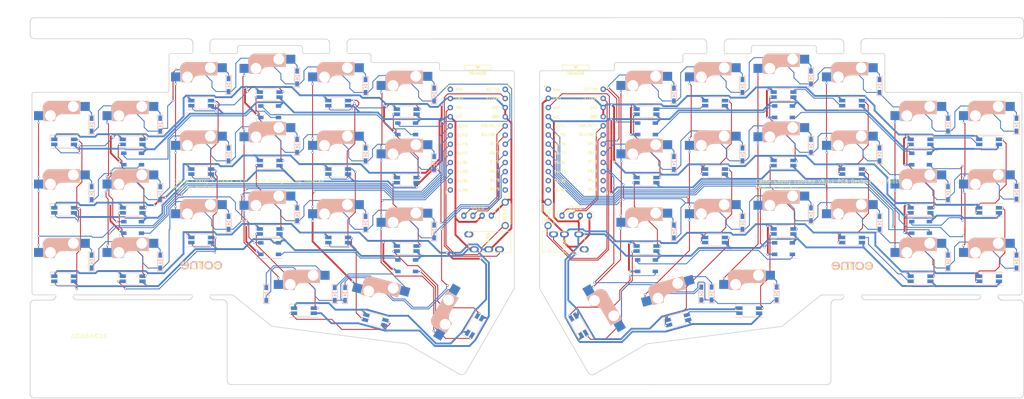
<source format=kicad_pcb>
(kicad_pcb (version 20171130) (host pcbnew 5.1.7+dfsg1-1)
  (title_block (title "Corne Cherry") (date 2020-09-28) (rev 3.0.1) (company foostan))
  (layers (0 F.Cu signal) (31 B.Cu signal) (34 B.Paste user) (35 F.Paste user) (36 B.SilkS user hide) (37 F.SilkS user hide) (38 B.Mask user) (39 F.Mask user) (44 Edge.Cuts user))
  (net 0 "")
  (net 1 row0)
  (net 2 "Net-(D1-Pad2)")
  (net 3 row1)
  (net 4 "Net-(D2-Pad2)")
  (net 5 row2)
  (net 6 "Net-(D3-Pad2)")
  (net 7 row3)
  (net 8 "Net-(D4-Pad2)")
  (net 9 "Net-(D5-Pad2)")
  (net 10 "Net-(D6-Pad2)")
  (net 11 "Net-(D7-Pad2)")
  (net 12 "Net-(D8-Pad2)")
  (net 13 "Net-(D9-Pad2)")
  (net 14 "Net-(D10-Pad2)")
  (net 15 "Net-(D11-Pad2)")
  (net 16 "Net-(D12-Pad2)")
  (net 17 "Net-(D13-Pad2)")
  (net 18 "Net-(D14-Pad2)")
  (net 19 "Net-(D15-Pad2)")
  (net 20 "Net-(D16-Pad2)")
  (net 21 "Net-(D17-Pad2)")
  (net 22 "Net-(D18-Pad2)")
  (net 23 "Net-(D19-Pad2)")
  (net 24 "Net-(D20-Pad2)")
  (net 25 "Net-(D21-Pad2)")
  (net 26 GND)
  (net 27 VCC)
  (net 28 col0)
  (net 29 col1)
  (net 30 col2)
  (net 31 col3)
  (net 32 col4)
  (net 33 col5)
  (net 34 LED)
  (net 35 data)
  (net 36 reset)
  (net 37 SCL)
  (net 38 SDA)
  (net 39 "Net-(U1-Pad14)")
  (net 40 "Net-(U1-Pad13)")
  (net 41 "Net-(U1-Pad12)")
  (net 42 "Net-(U1-Pad11)")
  (net 43 "Net-(U1-Pad24)")
  (net 44 "Net-(D22-Pad2)")
  (net 45 row0_r)
  (net 46 "Net-(D23-Pad2)")
  (net 47 "Net-(D24-Pad2)")
  (net 48 "Net-(D25-Pad2)")
  (net 49 "Net-(D26-Pad2)")
  (net 50 "Net-(D27-Pad2)")
  (net 51 row1_r)
  (net 52 "Net-(D28-Pad2)")
  (net 53 "Net-(D29-Pad2)")
  (net 54 "Net-(D30-Pad2)")
  (net 55 "Net-(D31-Pad2)")
  (net 56 "Net-(D32-Pad2)")
  (net 57 "Net-(D33-Pad2)")
  (net 58 row2_r)
  (net 59 "Net-(D34-Pad2)")
  (net 60 "Net-(D35-Pad2)")
  (net 61 "Net-(D36-Pad2)")
  (net 62 "Net-(D37-Pad2)")
  (net 63 "Net-(D38-Pad2)")
  (net 64 "Net-(D39-Pad2)")
  (net 65 "Net-(D40-Pad2)")
  (net 66 row3_r)
  (net 67 "Net-(D41-Pad2)")
  (net 68 "Net-(D42-Pad2)")
  (net 69 data_r)
  (net 70 SDA_r)
  (net 71 SCL_r)
  (net 72 LED_r)
  (net 73 reset_r)
  (net 74 col0_r)
  (net 75 col1_r)
  (net 76 col2_r)
  (net 77 col3_r)
  (net 78 col4_r)
  (net 79 col5_r)
  (net 80 VDD)
  (net 81 GNDA)
  (net 82 "Net-(LED1-Pad2)")
  (net 83 "Net-(LED1-Pad4)")
  (net 84 "Net-(LED2-Pad4)")
  (net 85 "Net-(LED10-Pad2)")
  (net 86 "Net-(LED11-Pad4)")
  (net 87 "Net-(LED13-Pad4)")
  (net 88 "Net-(LED14-Pad2)")
  (net 89 "Net-(LED15-Pad4)")
  (net 90 "Net-(LED10-Pad4)")
  (net 91 "Net-(LED11-Pad2)")
  (net 92 "Net-(LED12-Pad4)")
  (net 93 "Net-(LED13-Pad2)")
  (net 94 "Net-(LED14-Pad4)")
  (net 95 "Net-(LED16-Pad4)")
  (net 96 "Net-(LED17-Pad2)")
  (net 97 "Net-(LED18-Pad4)")
  (net 98 "Net-(LED22-Pad4)")
  (net 99 "Net-(LED24-Pad4)")
  (net 100 "Net-(LED25-Pad4)")
  (net 101 "Net-(LED27-Pad4)")
  (net 102 "Net-(LED28-Pad2)")
  (net 103 "Net-(LED29-Pad4)")
  (net 104 "Net-(LED32-Pad2)")
  (net 105 "Net-(LED34-Pad2)")
  (net 106 "Net-(LED35-Pad4)")
  (net 107 "Net-(LED37-Pad4)")
  (net 108 "Net-(LED38-Pad2)")
  (net 109 "Net-(LED39-Pad4)")
  (net 110 "Net-(LED4-Pad2)")
  (net 111 "Net-(LED5-Pad2)")
  (net 112 "Net-(LED7-Pad4)")
  (net 113 "Net-(LED15-Pad2)")
  (net 114 "Net-(LED20-Pad4)")
  (net 115 "Net-(LED23-Pad2)")
  (net 116 "Net-(LED28-Pad4)")
  (net 117 "Net-(LED31-Pad2)")
  (net 118 "Net-(LED33-Pad2)")
  (net 119 "Net-(LED40-Pad2)")
  (net 120 "Net-(LED41-Pad4)")
  (net 121 "Net-(LED42-Pad2)")
  (net 122 "Net-(LED43-Pad4)")
  (net 123 "Net-(LED44-Pad2)")
  (net 124 "Net-(LED45-Pad4)")
  (net 125 "Net-(LED47-Pad4)")
  (net 126 "Net-(LED49-Pad4)")
  (net 127 "Net-(LED50-Pad2)")
  (net 128 "Net-(LED51-Pad4)")
  (net 129 "Net-(LED52-Pad4)")
  (net 130 "Net-(LED34-Pad4)")
  (net 131 "Net-(LED36-Pad4)")
  (net 132 "Net-(LED36-Pad2)")
  (net 133 "Net-(LED38-Pad4)")
  (net 134 "Net-(U2-Pad11)")
  (net 135 "Net-(U2-Pad12)")
  (net 136 "Net-(U2-Pad13)")
  (net 137 "Net-(U2-Pad14)")
  (net 138 "Net-(U2-Pad24)")
  (net 139 "Net-(J1-PadA)")
  (net 140 "Net-(J3-PadA)")
  (net 141 "Net-(LED19-Pad2)")
  (net 142 "Net-(LED46-Pad2)")
  (module kbd:M2_HOLE_v2 (layer B.Cu) (at 168.8505 74.264 180)
    (fp_text reference Ref** hide)
    (fp_text value Val** hide)
    (pad "" np_thru_hole circle (at 0 0 180) (size 2.2 2.2) (drill 2.2) (layers *.Cu *.Mask))
  )
  (module kbd:M2_HOLE_v2 (layer B.Cu) (at 269.1875 60.125 180)
    (fp_text reference Ref** hide)
    (fp_text value Val** hide)
    (pad "" np_thru_hole circle (at 2.088 -10.1405 180) (size 4.3 4.3) (drill 4.3) (layers *.Cu *.Mask))
  )
  (module kbd:M2_HOLE_v2 (layer F.Cu) (at 191.1445 41.7755 180)
    (fp_text reference Ref** hide)
    (fp_text value Val** hide)
    (pad "" np_thru_hole circle (at 0 0 180) (size 4.3 4.3) (drill 4.3) (layers *.Cu *.Mask))
  )
  (module kbd:M2_HOLE_v2 (layer F.Cu) (at 267.0995 51.2655 180)
    (fp_text reference Ref** hide)
    (fp_text value Val** hide)
    (pad "" np_thru_hole circle (at 0 0 180) (size 4.3 4.3) (drill 4.3) (layers *.Cu *.Mask))
  )
  (module kbd:M2_HOLE_v2 (layer F.Cu) (at 223.9555 81.5305 180)
    (fp_text reference Ref** hide)
    (fp_text value Val** hide)
    (pad "" np_thru_hole circle (at 0 0 180) (size 4.3 4.3) (drill 4.3) (layers *.Cu *.Mask))
  )
  (module kbd:M2_HOLE_v2 (layer B.Cu) (at 154.4185 82.785 180)
    (fp_text reference Ref** hide)
    (fp_text value Val** hide)
    (pad "" np_thru_hole circle (at 0 0 180) (size 2.2 2.2) (drill 2.2) (layers *.Cu *.Mask))
  )
  (module kbd:M2_HOLE_v2 (layer F.Cu) (at 177.3895 89.145 180)
    (fp_text reference Ref** hide)
    (fp_text value Val** hide)
    (pad "" np_thru_hole circle (at 0 0 180) (size 4.3 4.3) (drill 4.3) (layers *.Cu *.Mask))
  )
  (module kbd:M2_HOLE_v2 (layer F.Cu) (at 142.3015 82.775)
    (fp_text reference Ref** hide)
    (fp_text value Val** hide)
    (pad "" np_thru_hole circle (at 0 0) (size 2.2 2.2) (drill 2.2) (layers *.Cu *.Mask))
  )
  (module kbd:M2_HOLE_v2 (layer F.Cu) (at 127.8695 74.254)
    (fp_text reference Ref** hide)
    (fp_text value Val** hide)
    (pad "" np_thru_hole circle (at 0 0) (size 2.2 2.2) (drill 2.2) (layers *.Cu *.Mask))
  )
  (module kbd:M2_HOLE_v2 (layer F.Cu) (at 119.3305 89.135)
    (fp_text reference Ref** hide)
    (fp_text value Val** hide)
    (pad "" np_thru_hole circle (at 0 0) (size 4.3 4.3) (drill 4.3) (layers *.Cu *.Mask))
  )
  (module kbd:M2_HOLE_v2 (layer F.Cu) (at 72.7645 81.5205)
    (fp_text reference Ref** hide)
    (fp_text value Val** hide)
    (pad "" np_thru_hole circle (at 0 0) (size 4.3 4.3) (drill 4.3) (layers *.Cu *.Mask))
  )
  (module kbd:M2_HOLE_v2 (layer F.Cu) (at 105.5755 41.7655)
    (fp_text reference Ref** hide)
    (fp_text value Val** hide)
    (pad "" np_thru_hole circle (at 0 0) (size 4.3 4.3) (drill 4.3) (layers *.Cu *.Mask))
  )
  (module kbd:M2_HOLE_v2 (layer F.Cu) (at 27.5195 60.1395)
    (fp_text reference Ref** hide)
    (fp_text value Val** hide)
    (pad "" np_thru_hole circle (at 2.088 10.1405) (size 4.3 4.3) (drill 4.3) (layers *.Cu *.Mask))
  )
  (module kbd:M2_HOLE_v2 (layer F.Cu) (at 29.6075 51.28)
    (fp_text reference Ref** hide)
    (fp_text value Val** hide)
    (pad "" np_thru_hole circle (at 0 0) (size 4.3 4.3) (drill 4.3) (layers *.Cu *.Mask))
  )
  (module kbd:ProMicro_v3 (layer F.Cu) (at 134.8125 46.42)
    (fp_text reference U1 hide)
    (fp_text value ProMicro hide)
    (fp_text user RAW (at -5.1355 -14.478 unlocked) (layer F.SilkS) (effects (font (size 0.75 0.67) (thickness 0.125))))
    (fp_text user GND (at 4.955 -6.9 unlocked) (layer F.SilkS) (effects (font (size 0.75 0.67) (thickness 0.125))))
    (fp_text user RST (at -5.1355 -9.3345 unlocked) (layer F.SilkS) (effects (font (size 0.75 0.67) (thickness 0.125))))
    (fp_text user VCC (at -5.175 -6.915 unlocked) (layer F.SilkS) (effects (font (size 0.75 0.67) (thickness 0.125))))
    (fp_text user A3/F4 (at -4.395 -4.25 unlocked) (layer F.SilkS) (effects (font (size 0.75 0.67) (thickness 0.125))))
    (fp_text user A2/F5 (at -4.395 -1.75 unlocked) (layer F.SilkS) (effects (font (size 0.75 0.67) (thickness 0.125))))
    (fp_text user A1/F6 (at -4.395 0.75 unlocked) (layer F.SilkS) (effects (font (size 0.75 0.67) (thickness 0.125))))
    (fp_text user A0/F7 (at -4.395 3.3 unlocked) (layer F.SilkS) (effects (font (size 0.75 0.67) (thickness 0.125))))
    (fp_text user 15/B1 (at -4.395 5.85 unlocked) (layer F.SilkS) (effects (font (size 0.75 0.67) (thickness 0.125))))
    (fp_text user 14/B3 (at -4.395 8.4 unlocked) (layer F.SilkS) (effects (font (size 0.75 0.67) (thickness 0.125))))
    (fp_text user 10/B6 (at -4.395 13.45 unlocked) (layer F.SilkS) (effects (font (size 0.75 0.67) (thickness 0.125))))
    (fp_text user 16/B2 (at -4.395 10.95 unlocked) (layer F.SilkS) (effects (font (size 0.75 0.67) (thickness 0.125))))
    (fp_text user E6/7 (at 4.705 8.25 unlocked) (layer F.SilkS) (effects (font (size 0.75 0.67) (thickness 0.125))))
    (fp_text user D7/6 (at 4.705 5.7 unlocked) (layer F.SilkS) (effects (font (size 0.75 0.67) (thickness 0.125))))
    (fp_text user GND (at 4.955 -9.35 unlocked) (layer F.SilkS) (effects (font (size 0.75 0.67) (thickness 0.125))))
    (fp_text user GND (at 4.955 -6.9 unlocked) (layer F.SilkS) (effects (font (size 0.75 0.67) (thickness 0.125))))
    (fp_text user D3/TX0 (at 4.155 -14.45 unlocked) (layer F.SilkS) (effects (font (size 0.75 0.67) (thickness 0.125))))
    (fp_text user D4/4 (at 4.705 0.6 unlocked) (layer F.SilkS) (effects (font (size 0.75 0.67) (thickness 0.125))))
    (fp_text user SDA/D1/2 (at 3.455 -4.4 unlocked) (layer F.SilkS) (effects (font (size 0.75 0.67) (thickness 0.125))))
    (fp_text user SCL/D0/3 (at 3.455 -1.9 unlocked) (layer F.SilkS) (effects (font (size 0.75 0.67) (thickness 0.125))))
    (fp_text user C6/5 (at 4.705 3.15 unlocked) (layer F.SilkS) (effects (font (size 0.75 0.67) (thickness 0.125))))
    (fp_text user B5/9 (at 4.705 13.3 unlocked) (layer F.SilkS) (effects (font (size 0.75 0.67) (thickness 0.125))))
    (fp_text user D2/RX1 (at 4.155 -11.9 unlocked) (layer F.SilkS) (effects (font (size 0.75 0.67) (thickness 0.125))))
    (fp_text user B4/8 (at 4.705 10.8 unlocked) (layer F.SilkS) (effects (font (size 0.75 0.67) (thickness 0.125))))
    (fp_text user MicroUSB (at -0.05 -18.95) (layer F.SilkS) (effects (font (size 0.75 0.67) (thickness 0.125))))
    (fp_text user MicroUSB (at -0.05 -18.95) (layer F.SilkS) (effects (font (size 0.75 0.67) (thickness 0.125))))
    (fp_text user GND (at -5.115 -11.94) (layer F.SilkS) (effects (font (size 0.75 0.67) (thickness 0.125))))
    (pad 24 thru_hole circle (at -7.6086 -14.478) (size 1.524 1.524) (drill 0.8128) (layers *.Cu B.Mask) (net 43 "Net-(U1-Pad24)"))
    (pad 23 thru_hole circle (at -7.6086 -11.938) (size 1.524 1.524) (drill 0.8128) (layers *.Cu B.Mask) (net 26 GND))
    (pad 22 thru_hole circle (at -7.6086 -9.398) (size 1.524 1.524) (drill 0.8128) (layers *.Cu B.Mask) (net 36 reset))
    (pad 21 thru_hole circle (at -7.6086 -6.858) (size 1.524 1.524) (drill 0.8128) (layers *.Cu B.Mask) (net 27 VCC))
    (pad 20 thru_hole circle (at -7.6086 -4.318) (size 1.524 1.524) (drill 0.8128) (layers *.Cu B.Mask) (net 28 col0))
    (pad 19 thru_hole circle (at -7.6086 -1.778) (size 1.524 1.524) (drill 0.8128) (layers *.Cu B.Mask) (net 29 col1))
    (pad 18 thru_hole circle (at -7.6086 0.762) (size 1.524 1.524) (drill 0.8128) (layers *.Cu B.Mask) (net 30 col2))
    (pad 17 thru_hole circle (at -7.6086 3.302) (size 1.524 1.524) (drill 0.8128) (layers *.Cu B.Mask) (net 31 col3))
    (pad 16 thru_hole circle (at -7.6086 5.842) (size 1.524 1.524) (drill 0.8128) (layers *.Cu B.Mask) (net 32 col4))
    (pad 15 thru_hole circle (at -7.6086 8.382) (size 1.524 1.524) (drill 0.8128) (layers *.Cu B.Mask) (net 33 col5))
    (pad 14 thru_hole circle (at -7.6086 10.922) (size 1.524 1.524) (drill 0.8128) (layers *.Cu B.Mask) (net 39 "Net-(U1-Pad14)"))
    (pad 13 thru_hole circle (at -7.6086 13.462) (size 1.524 1.524) (drill 0.8128) (layers *.Cu B.Mask) (net 40 "Net-(U1-Pad13)"))
    (pad 12 thru_hole circle (at 7.6114 13.462) (size 1.524 1.524) (drill 0.8128) (layers *.Cu B.Mask) (net 41 "Net-(U1-Pad12)"))
    (pad 11 thru_hole circle (at 7.6114 10.922) (size 1.524 1.524) (drill 0.8128) (layers *.Cu B.Mask) (net 42 "Net-(U1-Pad11)"))
    (pad 10 thru_hole circle (at 7.6114 8.382) (size 1.524 1.524) (drill 0.8128) (layers *.Cu B.Mask) (net 7 row3))
    (pad 9 thru_hole circle (at 7.6114 5.842) (size 1.524 1.524) (drill 0.8128) (layers *.Cu B.Mask) (net 5 row2))
    (pad 8 thru_hole circle (at 7.6114 3.302) (size 1.524 1.524) (drill 0.8128) (layers *.Cu B.Mask) (net 3 row1))
    (pad 7 thru_hole circle (at 7.6114 0.762) (size 1.524 1.524) (drill 0.8128) (layers *.Cu B.Mask) (net 1 row0))
    (pad 6 thru_hole circle (at 7.6114 -1.778) (size 1.524 1.524) (drill 0.8128) (layers *.Cu B.Mask) (net 37 SCL))
    (pad 5 thru_hole circle (at 7.6114 -4.318) (size 1.524 1.524) (drill 0.8128) (layers *.Cu B.Mask) (net 38 SDA))
    (pad 4 thru_hole circle (at 7.6114 -6.858) (size 1.524 1.524) (drill 0.8128) (layers *.Cu B.Mask) (net 26 GND))
    (pad 3 thru_hole circle (at 7.6114 -9.398) (size 1.524 1.524) (drill 0.8128) (layers *.Cu B.Mask) (net 26 GND))
    (pad 2 thru_hole circle (at 7.6114 -11.938) (size 1.524 1.524) (drill 0.8128) (layers *.Cu B.Mask) (net 35 data))
    (pad 1 thru_hole circle (at 7.6114 -14.478) (size 1.524 1.524) (drill 0.8128) (layers *.Cu B.Mask) (net 34 LED))
  )
  (module kbd:ProMicro_v3 (layer F.Cu) (at 161.9875 46.39)
    (fp_text reference U2 hide)
    (fp_text value ProMicro hide)
    (fp_text user RAW (at -5.3355 -14.278 unlocked) (layer F.SilkS) (effects (font (size 0.75 0.67) (thickness 0.125))))
    (fp_text user GND (at 4.955 -6.9 unlocked) (layer F.SilkS) (effects (font (size 0.75 0.67) (thickness 0.125))))
    (fp_text user RST (at -5.3355 -9.1345 unlocked) (layer F.SilkS) (effects (font (size 0.75 0.67) (thickness 0.125))))
    (fp_text user VCC (at -5.3355 -6.658 unlocked) (layer F.SilkS) (effects (font (size 0.75 0.67) (thickness 0.125))))
    (fp_text user A3/F4 (at -4.395 -4.25 unlocked) (layer F.SilkS) (effects (font (size 0.75 0.67) (thickness 0.125))))
    (fp_text user A2/F5 (at -4.395 -1.75 unlocked) (layer F.SilkS) (effects (font (size 0.75 0.67) (thickness 0.125))))
    (fp_text user A1/F6 (at -4.395 0.75 unlocked) (layer F.SilkS) (effects (font (size 0.75 0.67) (thickness 0.125))))
    (fp_text user A0/F7 (at -4.395 3.3 unlocked) (layer F.SilkS) (effects (font (size 0.75 0.67) (thickness 0.125))))
    (fp_text user 15/B1 (at -4.395 5.85 unlocked) (layer F.SilkS) (effects (font (size 0.75 0.67) (thickness 0.125))))
    (fp_text user 14/B3 (at -4.395 8.4 unlocked) (layer F.SilkS) (effects (font (size 0.75 0.67) (thickness 0.125))))
    (fp_text user 10/B6 (at -4.395 13.45 unlocked) (layer F.SilkS) (effects (font (size 0.75 0.67) (thickness 0.125))))
    (fp_text user 16/B2 (at -4.395 10.95 unlocked) (layer F.SilkS) (effects (font (size 0.75 0.67) (thickness 0.125))))
    (fp_text user E6/7 (at 4.705 8.25 unlocked) (layer F.SilkS) (effects (font (size 0.75 0.67) (thickness 0.125))))
    (fp_text user D7/6 (at 4.705 5.7 unlocked) (layer F.SilkS) (effects (font (size 0.75 0.67) (thickness 0.125))))
    (fp_text user GND (at 4.955 -9.35 unlocked) (layer F.SilkS) (effects (font (size 0.75 0.67) (thickness 0.125))))
    (fp_text user GND (at 4.955 -6.9 unlocked) (layer F.SilkS) (effects (font (size 0.75 0.67) (thickness 0.125))))
    (fp_text user D3/TX0 (at 4.155 -14.45 unlocked) (layer F.SilkS) (effects (font (size 0.75 0.67) (thickness 0.125))))
    (fp_text user D4/4 (at 4.705 0.6 unlocked) (layer F.SilkS) (effects (font (size 0.75 0.67) (thickness 0.125))))
    (fp_text user SDA/D1/2 (at 3.455 -4.4 unlocked) (layer F.SilkS) (effects (font (size 0.75 0.67) (thickness 0.125))))
    (fp_text user SCL/D0/3 (at 3.455 -1.9 unlocked) (layer F.SilkS) (effects (font (size 0.75 0.67) (thickness 0.125))))
    (fp_text user C6/5 (at 4.705 3.15 unlocked) (layer F.SilkS) (effects (font (size 0.75 0.67) (thickness 0.125))))
    (fp_text user B5/9 (at 4.705 13.3 unlocked) (layer F.SilkS) (effects (font (size 0.75 0.67) (thickness 0.125))))
    (fp_text user D2/RX1 (at 4.155 -11.9 unlocked) (layer F.SilkS) (effects (font (size 0.75 0.67) (thickness 0.125))))
    (fp_text user B4/8 (at 4.705 10.8 unlocked) (layer F.SilkS) (effects (font (size 0.75 0.67) (thickness 0.125))))
    (fp_text user MicroUSB (at -0.05 -18.95) (layer F.SilkS) (effects (font (size 0.75 0.67) (thickness 0.125))))
    (fp_text user MicroUSB (at -0.05 -18.95) (layer F.SilkS) (effects (font (size 0.75 0.67) (thickness 0.125))))
    (fp_text user GND (at -5.22 -11.94) (layer F.SilkS) (effects (font (size 0.75 0.67) (thickness 0.125))))
    (pad 24 thru_hole circle (at -7.6086 -14.478) (size 1.524 1.524) (drill 0.8128) (layers *.Cu B.Mask) (net 138 "Net-(U2-Pad24)"))
    (pad 23 thru_hole circle (at -7.6086 -11.938) (size 1.524 1.524) (drill 0.8128) (layers *.Cu B.Mask) (net 81 GNDA))
    (pad 22 thru_hole circle (at -7.6086 -9.398) (size 1.524 1.524) (drill 0.8128) (layers *.Cu B.Mask) (net 73 reset_r))
    (pad 21 thru_hole circle (at -7.6086 -6.858) (size 1.524 1.524) (drill 0.8128) (layers *.Cu B.Mask) (net 80 VDD))
    (pad 20 thru_hole circle (at -7.6086 -4.318) (size 1.524 1.524) (drill 0.8128) (layers *.Cu B.Mask) (net 74 col0_r))
    (pad 19 thru_hole circle (at -7.6086 -1.778) (size 1.524 1.524) (drill 0.8128) (layers *.Cu B.Mask) (net 75 col1_r))
    (pad 18 thru_hole circle (at -7.6086 0.762) (size 1.524 1.524) (drill 0.8128) (layers *.Cu B.Mask) (net 76 col2_r))
    (pad 17 thru_hole circle (at -7.6086 3.302) (size 1.524 1.524) (drill 0.8128) (layers *.Cu B.Mask) (net 77 col3_r))
    (pad 16 thru_hole circle (at -7.6086 5.842) (size 1.524 1.524) (drill 0.8128) (layers *.Cu B.Mask) (net 78 col4_r))
    (pad 15 thru_hole circle (at -7.6086 8.382) (size 1.524 1.524) (drill 0.8128) (layers *.Cu B.Mask) (net 79 col5_r))
    (pad 14 thru_hole circle (at -7.6086 10.922) (size 1.524 1.524) (drill 0.8128) (layers *.Cu B.Mask) (net 137 "Net-(U2-Pad14)"))
    (pad 13 thru_hole circle (at -7.6086 13.462) (size 1.524 1.524) (drill 0.8128) (layers *.Cu B.Mask) (net 136 "Net-(U2-Pad13)"))
    (pad 12 thru_hole circle (at 7.6114 13.462) (size 1.524 1.524) (drill 0.8128) (layers *.Cu B.Mask) (net 135 "Net-(U2-Pad12)"))
    (pad 11 thru_hole circle (at 7.6114 10.922) (size 1.524 1.524) (drill 0.8128) (layers *.Cu B.Mask) (net 134 "Net-(U2-Pad11)"))
    (pad 10 thru_hole circle (at 7.6114 8.382) (size 1.524 1.524) (drill 0.8128) (layers *.Cu B.Mask) (net 66 row3_r))
    (pad 9 thru_hole circle (at 7.6114 5.842) (size 1.524 1.524) (drill 0.8128) (layers *.Cu B.Mask) (net 58 row2_r))
    (pad 8 thru_hole circle (at 7.6114 3.302) (size 1.524 1.524) (drill 0.8128) (layers *.Cu B.Mask) (net 51 row1_r))
    (pad 7 thru_hole circle (at 7.6114 0.762) (size 1.524 1.524) (drill 0.8128) (layers *.Cu B.Mask) (net 45 row0_r))
    (pad 6 thru_hole circle (at 7.6114 -1.778) (size 1.524 1.524) (drill 0.8128) (layers *.Cu B.Mask) (net 71 SCL_r))
    (pad 5 thru_hole circle (at 7.6114 -4.318) (size 1.524 1.524) (drill 0.8128) (layers *.Cu B.Mask) (net 70 SDA_r))
    (pad 4 thru_hole circle (at 7.6114 -6.858) (size 1.524 1.524) (drill 0.8128) (layers *.Cu B.Mask) (net 81 GNDA))
    (pad 3 thru_hole circle (at 7.6114 -9.398) (size 1.524 1.524) (drill 0.8128) (layers *.Cu B.Mask) (net 81 GNDA))
    (pad 2 thru_hole circle (at 7.6114 -11.938) (size 1.524 1.524) (drill 0.8128) (layers *.Cu B.Mask) (net 69 data_r))
    (pad 1 thru_hole circle (at 7.6114 -14.478) (size 1.524 1.524) (drill 0.8128) (layers *.Cu B.Mask) (net 72 LED_r))
  )
  (module kbd:ResetSW_1side (layer F.Cu) (at 154.3045 66.522 270)
    (fp_text reference RSW2 hide)
    (fp_text value SW_PUSH)
    (fp_text user RESET (at 0 0 90) (layer F.SilkS))
    (pad 2 thru_hole circle (at -3.25 0 270) (size 2 2) (drill 1.3) (layers *.Cu B.Mask) (net 81 GNDA))
    (pad 1 thru_hole circle (at 3.25 0 270) (size 2 2) (drill 1.3) (layers *.Cu B.Mask) (net 73 reset_r))
  )
  (module kbd:ResetSW_1side (layer F.Cu) (at 142.4245 66.531 270)
    (fp_text reference RSW1 hide)
    (fp_text value SW_PUSH)
    (fp_text user RESET (at 0 0 270) (layer F.SilkS))
    (pad 2 thru_hole circle (at -3.25 0 270) (size 2 2) (drill 1.3) (layers *.Cu B.Mask) (net 26 GND))
    (pad 1 thru_hole circle (at 3.25 0 270) (size 2 2) (drill 1.3) (layers *.Cu B.Mask) (net 36 reset))
  )
  (module kbd:OLED_1side (layer F.Cu) (at 158.1775 67.02)
    (fp_text reference J4)
    (fp_text value OLED hide)
    (fp_text user OLED (at 3.75 -2.19) (layer F.SilkS))
    (pad 4 thru_hole oval (at 7.62 0) (size 1.397 1.778) (drill 0.8128) (layers *.Cu B.Mask) (net 81 GNDA))
    (pad 3 thru_hole oval (at 5.08 0) (size 1.397 1.778) (drill 0.8128) (layers *.Cu B.Mask) (net 80 VDD))
    (pad 2 thru_hole oval (at 2.54 0) (size 1.397 1.778) (drill 0.8128) (layers *.Cu B.Mask) (net 71 SCL_r))
    (pad 1 thru_hole oval (at 0 0) (size 1.397 1.778) (drill 0.8128) (layers *.Cu B.Mask) (net 70 SDA_r))
  )
  (module kbd:OLED_1side (layer F.Cu) (at 130.9485 67.028)
    (fp_text reference J2)
    (fp_text value OLED hide)
    (fp_text user OLED (at 3.906 -2.284) (layer F.SilkS))
    (pad 4 thru_hole oval (at 7.62 0) (size 1.397 1.778) (drill 0.8128) (layers *.Cu B.Mask) (net 26 GND))
    (pad 3 thru_hole oval (at 5.08 0) (size 1.397 1.778) (drill 0.8128) (layers *.Cu B.Mask) (net 27 VCC))
    (pad 2 thru_hole oval (at 2.54 0) (size 1.397 1.778) (drill 0.8128) (layers *.Cu B.Mask) (net 37 SCL))
    (pad 1 thru_hole oval (at 0 0) (size 1.397 1.778) (drill 0.8128) (layers *.Cu B.Mask) (net 38 SDA))
  )
  (module kbd:MJ-4PP-9_1side (layer F.Cu) (at 152.5375 74.27 90)
    (fp_text reference J3)
    (fp_text value MJ-4PP-9 hide)
    (fp_text user TRRS (at -0.75 6.45 90) (layer F.SilkS))
    (pad A thru_hole oval (at -2.1 11.8 90) (size 1.7 2.5) (drill oval 1 1.5) (layers *.Cu B.Mask) (net 140 "Net-(J3-PadA)") (clearance 0.15))
    (pad D thru_hole oval (at 2.1 10.3 90) (size 1.7 2.5) (drill oval 1 1.5) (layers *.Cu B.Mask) (net 80 VDD) (clearance 0.15))
    (pad C thru_hole oval (at 2.1 6.3 90) (size 1.7 2.5) (drill oval 1 1.5) (layers *.Cu B.Mask) (net 81 GNDA))
    (pad B thru_hole oval (at 2.1 3.3 90) (size 1.7 2.5) (drill oval 1 1.5) (layers *.Cu B.Mask) (net 69 data_r))
    (pad "" np_thru_hole circle (at 0 8.5 90) (size 1.2 1.2) (drill 1.2) (layers *.Cu *.Mask))
    (pad "" np_thru_hole circle (at 0 1.5 90) (size 1.2 1.2) (drill 1.2) (layers *.Cu *.Mask))
  )
  (module kbd:MJ-4PP-9_1side (layer F.Cu) (at 144.1345 74.292 270)
    (fp_text reference J1)
    (fp_text value MJ-4PP-9 hide)
    (fp_text user TRRS (at -0.75 6.45 270) (layer F.SilkS))
    (pad A thru_hole oval (at -2.1 11.8 270) (size 1.7 2.5) (drill oval 1 1.5) (layers *.Cu B.Mask) (net 139 "Net-(J1-PadA)") (clearance 0.15))
    (pad D thru_hole oval (at 2.1 10.3 270) (size 1.7 2.5) (drill oval 1 1.5) (layers *.Cu B.Mask) (net 27 VCC) (clearance 0.15))
    (pad C thru_hole oval (at 2.1 6.3 270) (size 1.7 2.5) (drill oval 1 1.5) (layers *.Cu B.Mask) (net 26 GND))
    (pad B thru_hole oval (at 2.1 3.3 270) (size 1.7 2.5) (drill oval 1 1.5) (layers *.Cu B.Mask) (net 35 data))
    (pad "" np_thru_hole circle (at 0 8.5 270) (size 1.2 1.2) (drill 1.2) (layers *.Cu *.Mask))
    (pad "" np_thru_hole circle (at 0 1.5 270) (size 1.2 1.2) (drill 1.2) (layers *.Cu *.Mask))
  )
  (module kbd:CherryMX_Hotswap_1.5u (layer F.Cu) (at 129.8575 95.155 60)
    (fp_text reference SW21 hide)
    (fp_text value SW_PUSH hide)
    (pad "" np_thru_hole circle (at 2.54 -5.08 60) (size 3 3) (drill 3) (layers *.Cu *.Mask))
    (pad "" np_thru_hole circle (at -3.81 -2.54 60) (size 3 3) (drill 3) (layers *.Cu *.Mask))
    (pad 2 smd rect (at 5.842 -5.08 240) (size 2.55 2.5) (layers B.Cu B.Paste B.Mask) (net 25 "Net-(D21-Pad2)"))
    (pad "" np_thru_hole circle (at -5.08 0 60) (size 1.9 1.9) (drill 1.9) (layers *.Cu *.Mask))
    (pad "" np_thru_hole circle (at 5.08 0 60) (size 1.9 1.9) (drill 1.9) (layers *.Cu *.Mask))
    (pad "" np_thru_hole circle (at 0 0 150) (size 4.1 4.1) (drill 4.1) (layers *.Cu *.Mask))
    (pad 1 smd rect (at -7.085 -2.54 240) (size 2.55 2.5) (layers B.Cu B.Paste B.Mask) (net 33 col5))
  )
  (module kbd:CherryMX_Hotswap_1.5u (layer F.Cu) (at 166.8645 95.15 300)
    (fp_text reference SW42 hide)
    (fp_text value SW_PUSH hide)
    (pad "" np_thru_hole circle (at 2.54 -5.08 300) (size 3 3) (drill 3) (layers *.Cu *.Mask))
    (pad "" np_thru_hole circle (at -3.81 -2.54 300) (size 3 3) (drill 3) (layers *.Cu *.Mask))
    (pad 2 smd rect (at 5.842 -5.08 120) (size 2.55 2.5) (layers B.Cu B.Paste B.Mask) (net 68 "Net-(D42-Pad2)"))
    (pad "" np_thru_hole circle (at -5.08 0 300) (size 1.9 1.9) (drill 1.9) (layers *.Cu *.Mask))
    (pad "" np_thru_hole circle (at 5.08 0 300) (size 1.9 1.9) (drill 1.9) (layers *.Cu *.Mask))
    (pad "" np_thru_hole circle (at 0 0 30) (size 4.1 4.1) (drill 4.1) (layers *.Cu *.Mask))
    (pad 1 smd rect (at -7.085 -2.54 120) (size 2.55 2.5) (layers B.Cu B.Paste B.Mask) (net 79 col5_r))
  )
  (module LED_SMD:LED_WS2812B_PLCC4_5.0x5.0mm_P3.2mm (layer B.Cu) (at 39.1075 51.28 180)
    (fp_text reference LED1 hide)
    (fp_text value WS2812B)
    (pad 1 smd rect (at -2.45 1.6 180) (size 1.5 1) (layers B.Cu B.Paste B.Mask) (net 27 VCC))
    (pad 2 smd rect (at -2.45 -1.6 180) (size 1.5 1) (layers B.Cu B.Paste B.Mask) (net 82 "Net-(LED1-Pad2)"))
    (pad 4 smd rect (at 2.45 1.6 180) (size 1.5 1) (layers B.Cu B.Paste B.Mask) (net 83 "Net-(LED1-Pad4)"))
    (pad 3 smd rect (at 2.45 -1.6 180) (size 1.5 1) (layers B.Cu B.Paste B.Mask) (net 26 GND))
  )
  (module LED_SMD:LED_WS2812B_PLCC4_5.0x5.0mm_P3.2mm (layer B.Cu) (at 77.1075 38.155 180)
    (fp_text reference LED2 hide)
    (fp_text value WS2812B)
    (pad 1 smd rect (at -2.45 1.6 180) (size 1.5 1) (layers B.Cu B.Paste B.Mask) (net 27 VCC))
    (pad 2 smd rect (at -2.45 -1.6 180) (size 1.5 1) (layers B.Cu B.Paste B.Mask) (net 83 "Net-(LED1-Pad4)"))
    (pad 4 smd rect (at 2.45 1.6 180) (size 1.5 1) (layers B.Cu B.Paste B.Mask) (net 84 "Net-(LED2-Pad4)"))
    (pad 3 smd rect (at 2.45 -1.6 180) (size 1.5 1) (layers B.Cu B.Paste B.Mask) (net 26 GND))
  )
  (module LED_SMD:LED_WS2812B_PLCC4_5.0x5.0mm_P3.2mm (layer B.Cu) (at 115.1075 42.905 180)
    (fp_text reference LED3 hide)
    (fp_text value WS2812B)
    (pad 1 smd rect (at -2.45 1.6 180) (size 1.5 1) (layers B.Cu B.Paste B.Mask) (net 27 VCC))
    (pad 2 smd rect (at -2.45 -1.6 180) (size 1.5 1) (layers B.Cu B.Paste B.Mask) (net 84 "Net-(LED2-Pad4)"))
    (pad 4 smd rect (at 2.45 1.6 180) (size 1.5 1) (layers B.Cu B.Paste B.Mask) (net 34 LED))
    (pad 3 smd rect (at 2.45 -1.6 180) (size 1.5 1) (layers B.Cu B.Paste B.Mask) (net 26 GND))
  )
  (module LED_SMD:LED_WS2812B_PLCC4_5.0x5.0mm_P3.2mm (layer B.Cu) (at 39.1075 70.28 180)
    (fp_text reference LED4 hide)
    (fp_text value WS2812B)
    (pad 1 smd rect (at -2.45 1.6 180) (size 1.5 1) (layers B.Cu B.Paste B.Mask) (net 27 VCC))
    (pad 2 smd rect (at -2.45 -1.6 180) (size 1.5 1) (layers B.Cu B.Paste B.Mask) (net 110 "Net-(LED4-Pad2)"))
    (pad 4 smd rect (at 2.45 1.6 180) (size 1.5 1) (layers B.Cu B.Paste B.Mask) (net 82 "Net-(LED1-Pad2)"))
    (pad 3 smd rect (at 2.45 -1.6 180) (size 1.5 1) (layers B.Cu B.Paste B.Mask) (net 26 GND))
  )
  (module LED_SMD:LED_WS2812B_PLCC4_5.0x5.0mm_P3.2mm (layer B.Cu) (at 77.1075 76.155 180)
    (fp_text reference LED5 hide)
    (fp_text value WS2812B)
    (pad 1 smd rect (at -2.45 1.6 180) (size 1.5 1) (layers B.Cu B.Paste B.Mask) (net 27 VCC))
    (pad 2 smd rect (at -2.45 -1.6 180) (size 1.5 1) (layers B.Cu B.Paste B.Mask) (net 111 "Net-(LED5-Pad2)"))
    (pad 4 smd rect (at 2.45 1.6 180) (size 1.5 1) (layers B.Cu B.Paste B.Mask) (net 110 "Net-(LED4-Pad2)"))
    (pad 3 smd rect (at 2.45 -1.6 180) (size 1.5 1) (layers B.Cu B.Paste B.Mask) (net 26 GND))
  )
  (module LED_SMD:LED_WS2812B_PLCC4_5.0x5.0mm_P3.2mm (layer B.Cu) (at 115.1075 80.905 180)
    (fp_text reference LED6 hide)
    (fp_text value WS2812B)
    (pad 1 smd rect (at -2.45 1.6 180) (size 1.5 1) (layers B.Cu B.Paste B.Mask) (net 27 VCC))
    (pad 2 smd rect (at -2.45 -1.6 180) (size 1.5 1) (layers B.Cu B.Paste B.Mask) (net 101 "Net-(LED27-Pad4)"))
    (pad 4 smd rect (at 2.45 1.6 180) (size 1.5 1) (layers B.Cu B.Paste B.Mask) (net 111 "Net-(LED5-Pad2)"))
    (pad 3 smd rect (at 2.45 -1.6 180) (size 1.5 1) (layers B.Cu B.Paste B.Mask) (net 26 GND))
  )
  (module LED_SMD:LED_WS2812B_PLCC4_5.0x5.0mm_P3.2mm (layer B.Cu) (at 257.6075 51.28 180)
    (fp_text reference LED28 hide)
    (fp_text value WS2812B)
    (pad 1 smd rect (at -2.45 1.6 180) (size 1.5 1) (layers B.Cu B.Paste B.Mask) (net 80 VDD))
    (pad 2 smd rect (at -2.45 -1.6 180) (size 1.5 1) (layers B.Cu B.Paste B.Mask) (net 102 "Net-(LED28-Pad2)"))
    (pad 4 smd rect (at 2.45 1.6 180) (size 1.5 1) (layers B.Cu B.Paste B.Mask) (net 116 "Net-(LED28-Pad4)"))
    (pad 3 smd rect (at 2.45 -1.6 180) (size 1.5 1) (layers B.Cu B.Paste B.Mask) (net 81 GNDA))
  )
  (module LED_SMD:LED_WS2812B_PLCC4_5.0x5.0mm_P3.2mm (layer B.Cu) (at 219.6075 38.155 180)
    (fp_text reference LED29 hide)
    (fp_text value WS2812B)
    (pad 1 smd rect (at -2.45 1.6 180) (size 1.5 1) (layers B.Cu B.Paste B.Mask) (net 80 VDD))
    (pad 2 smd rect (at -2.45 -1.6 180) (size 1.5 1) (layers B.Cu B.Paste B.Mask) (net 116 "Net-(LED28-Pad4)"))
    (pad 4 smd rect (at 2.45 1.6 180) (size 1.5 1) (layers B.Cu B.Paste B.Mask) (net 103 "Net-(LED29-Pad4)"))
    (pad 3 smd rect (at 2.45 -1.6 180) (size 1.5 1) (layers B.Cu B.Paste B.Mask) (net 81 GNDA))
  )
  (module LED_SMD:LED_WS2812B_PLCC4_5.0x5.0mm_P3.2mm (layer B.Cu) (at 181.6075 42.905 180)
    (fp_text reference LED30 hide)
    (fp_text value WS2812B)
    (pad 1 smd rect (at -2.45 1.6 180) (size 1.5 1) (layers B.Cu B.Paste B.Mask) (net 80 VDD))
    (pad 2 smd rect (at -2.45 -1.6 180) (size 1.5 1) (layers B.Cu B.Paste B.Mask) (net 103 "Net-(LED29-Pad4)"))
    (pad 4 smd rect (at 2.45 1.6 180) (size 1.5 1) (layers B.Cu B.Paste B.Mask) (net 72 LED_r))
    (pad 3 smd rect (at 2.45 -1.6 180) (size 1.5 1) (layers B.Cu B.Paste B.Mask) (net 81 GNDA))
  )
  (module LED_SMD:LED_WS2812B_PLCC4_5.0x5.0mm_P3.2mm (layer B.Cu) (at 257.6075 70.28 180)
    (fp_text reference LED31 hide)
    (fp_text value WS2812B)
    (pad 1 smd rect (at -2.45 1.6 180) (size 1.5 1) (layers B.Cu B.Paste B.Mask) (net 80 VDD))
    (pad 2 smd rect (at -2.45 -1.6 180) (size 1.5 1) (layers B.Cu B.Paste B.Mask) (net 117 "Net-(LED31-Pad2)"))
    (pad 4 smd rect (at 2.45 1.6 180) (size 1.5 1) (layers B.Cu B.Paste B.Mask) (net 102 "Net-(LED28-Pad2)"))
    (pad 3 smd rect (at 2.45 -1.6 180) (size 1.5 1) (layers B.Cu B.Paste B.Mask) (net 81 GNDA))
  )
  (module LED_SMD:LED_WS2812B_PLCC4_5.0x5.0mm_P3.2mm (layer B.Cu) (at 219.6075 76.155 180)
    (fp_text reference LED32 hide)
    (fp_text value WS2812B)
    (pad 1 smd rect (at -2.45 1.6 180) (size 1.5 1) (layers B.Cu B.Paste B.Mask) (net 80 VDD))
    (pad 2 smd rect (at -2.45 -1.6 180) (size 1.5 1) (layers B.Cu B.Paste B.Mask) (net 104 "Net-(LED32-Pad2)"))
    (pad 4 smd rect (at 2.45 1.6 180) (size 1.5 1) (layers B.Cu B.Paste B.Mask) (net 117 "Net-(LED31-Pad2)"))
    (pad 3 smd rect (at 2.45 -1.6 180) (size 1.5 1) (layers B.Cu B.Paste B.Mask) (net 81 GNDA))
  )
  (module LED_SMD:LED_WS2812B_PLCC4_5.0x5.0mm_P3.2mm (layer B.Cu) (at 181.6075 80.905 180)
    (fp_text reference LED33 hide)
    (fp_text value WS2812B)
    (pad 1 smd rect (at -2.45 1.6 180) (size 1.5 1) (layers B.Cu B.Paste B.Mask) (net 80 VDD))
    (pad 2 smd rect (at -2.45 -1.6 180) (size 1.5 1) (layers B.Cu B.Paste B.Mask) (net 118 "Net-(LED33-Pad2)"))
    (pad 4 smd rect (at 2.45 1.6 180) (size 1.5 1) (layers B.Cu B.Paste B.Mask) (net 104 "Net-(LED32-Pad2)"))
    (pad 3 smd rect (at 2.45 -1.6 180) (size 1.5 1) (layers B.Cu B.Paste B.Mask) (net 81 GNDA))
  )
  (module kbd:YS-SK6812MINI-E (layer B.Cu) (at 106.37811 95.993148 345)
    (fp_text reference LED26 hide)
    (fp_text value YS-SK6812MINI-E)
    (fp_line (start 1.8 1.55) (end -1.8 1.55) (layer Edge.Cuts) (width 0.12))
    (fp_line (start 1.8 -1.55) (end 1.8 1.55) (layer Edge.Cuts) (width 0.12))
    (fp_line (start -1.8 -1.55) (end 1.8 -1.55) (layer Edge.Cuts) (width 0.12))
    (fp_line (start -1.8 1.55) (end -1.8 -1.55) (layer Edge.Cuts) (width 0.12))
    (pad 2 smd rect (at 2.75 -0.7 345) (size 1.7 1) (layers B.Cu B.Paste B.Mask) (net 100 "Net-(LED25-Pad4)"))
    (pad 1 smd rect (at 2.75 0.7 345) (size 1.7 1) (layers B.Cu B.Paste B.Mask) (net 27 VCC))
    (pad 3 smd rect (at -2.75 -0.7 345) (size 1.7 1) (layers B.Cu B.Paste B.Mask) (net 26 GND))
    (pad 4 smd rect (at -2.75 0.7 345) (size 1.7 1) (layers B.Cu B.Paste B.Mask) (net 115 "Net-(LED23-Pad2)"))
  )
  (module kbd:YS-SK6812MINI-E (layer B.Cu) (at 20.1075 46.53)
    (fp_text reference LED7 hide)
    (fp_text value YS-SK6812MINI-E)
    (fp_line (start 1.8 1.55) (end -1.8 1.55) (layer Edge.Cuts) (width 0.12))
    (fp_line (start 1.8 -1.55) (end 1.8 1.55) (layer Edge.Cuts) (width 0.12))
    (fp_line (start -1.8 -1.55) (end 1.8 -1.55) (layer Edge.Cuts) (width 0.12))
    (fp_line (start -1.8 1.55) (end -1.8 -1.55) (layer Edge.Cuts) (width 0.12))
    (pad 2 smd rect (at 2.75 -0.7) (size 1.7 1) (layers B.Cu B.Paste B.Mask) (net 87 "Net-(LED13-Pad4)"))
    (pad 1 smd rect (at 2.75 0.7) (size 1.7 1) (layers B.Cu B.Paste B.Mask) (net 27 VCC))
    (pad 3 smd rect (at -2.75 -0.7) (size 1.7 1) (layers B.Cu B.Paste B.Mask) (net 26 GND))
    (pad 4 smd rect (at -2.75 0.7) (size 1.7 1) (layers B.Cu B.Paste B.Mask) (net 112 "Net-(LED7-Pad4)"))
  )
  (module kbd:YS-SK6812MINI-E (layer B.Cu) (at 39.1075 46.53)
    (fp_text reference LED8 hide)
    (fp_text value YS-SK6812MINI-E)
    (fp_line (start 1.8 1.55) (end -1.8 1.55) (layer Edge.Cuts) (width 0.12))
    (fp_line (start 1.8 -1.55) (end 1.8 1.55) (layer Edge.Cuts) (width 0.12))
    (fp_line (start -1.8 -1.55) (end 1.8 -1.55) (layer Edge.Cuts) (width 0.12))
    (fp_line (start -1.8 1.55) (end -1.8 -1.55) (layer Edge.Cuts) (width 0.12))
    (pad 2 smd rect (at 2.75 -0.7) (size 1.7 1) (layers B.Cu B.Paste B.Mask) (net 112 "Net-(LED7-Pad4)"))
    (pad 1 smd rect (at 2.75 0.7) (size 1.7 1) (layers B.Cu B.Paste B.Mask) (net 27 VCC))
    (pad 3 smd rect (at -2.75 -0.7) (size 1.7 1) (layers B.Cu B.Paste B.Mask) (net 26 GND))
    (pad 4 smd rect (at -2.75 0.7) (size 1.7 1) (layers B.Cu B.Paste B.Mask) (net 88 "Net-(LED14-Pad2)"))
  )
  (module kbd:YS-SK6812MINI-E (layer B.Cu) (at 58.1075 35.78)
    (fp_text reference LED9 hide)
    (fp_text value YS-SK6812MINI-E)
    (fp_line (start 1.8 1.55) (end -1.8 1.55) (layer Edge.Cuts) (width 0.12))
    (fp_line (start 1.8 -1.55) (end 1.8 1.55) (layer Edge.Cuts) (width 0.12))
    (fp_line (start -1.8 -1.55) (end 1.8 -1.55) (layer Edge.Cuts) (width 0.12))
    (fp_line (start -1.8 1.55) (end -1.8 -1.55) (layer Edge.Cuts) (width 0.12))
    (pad 2 smd rect (at 2.75 -0.7) (size 1.7 1) (layers B.Cu B.Paste B.Mask) (net 89 "Net-(LED15-Pad4)"))
    (pad 1 smd rect (at 2.75 0.7) (size 1.7 1) (layers B.Cu B.Paste B.Mask) (net 27 VCC))
    (pad 3 smd rect (at -2.75 -0.7) (size 1.7 1) (layers B.Cu B.Paste B.Mask) (net 26 GND))
    (pad 4 smd rect (at -2.75 0.7) (size 1.7 1) (layers B.Cu B.Paste B.Mask) (net 85 "Net-(LED10-Pad2)"))
  )
  (module kbd:YS-SK6812MINI-E (layer B.Cu) (at 77.1075 33.405)
    (fp_text reference LED10 hide)
    (fp_text value YS-SK6812MINI-E)
    (fp_line (start 1.8 1.55) (end -1.8 1.55) (layer Edge.Cuts) (width 0.12))
    (fp_line (start 1.8 -1.55) (end 1.8 1.55) (layer Edge.Cuts) (width 0.12))
    (fp_line (start -1.8 -1.55) (end 1.8 -1.55) (layer Edge.Cuts) (width 0.12))
    (fp_line (start -1.8 1.55) (end -1.8 -1.55) (layer Edge.Cuts) (width 0.12))
    (pad 2 smd rect (at 2.75 -0.7) (size 1.7 1) (layers B.Cu B.Paste B.Mask) (net 85 "Net-(LED10-Pad2)"))
    (pad 1 smd rect (at 2.75 0.7) (size 1.7 1) (layers B.Cu B.Paste B.Mask) (net 27 VCC))
    (pad 3 smd rect (at -2.75 -0.7) (size 1.7 1) (layers B.Cu B.Paste B.Mask) (net 26 GND))
    (pad 4 smd rect (at -2.75 0.7) (size 1.7 1) (layers B.Cu B.Paste B.Mask) (net 90 "Net-(LED10-Pad4)"))
  )
  (module kbd:YS-SK6812MINI-E (layer B.Cu) (at 96.1075 35.78)
    (fp_text reference LED11 hide)
    (fp_text value YS-SK6812MINI-E)
    (fp_line (start 1.8 1.55) (end -1.8 1.55) (layer Edge.Cuts) (width 0.12))
    (fp_line (start 1.8 -1.55) (end 1.8 1.55) (layer Edge.Cuts) (width 0.12))
    (fp_line (start -1.8 -1.55) (end 1.8 -1.55) (layer Edge.Cuts) (width 0.12))
    (fp_line (start -1.8 1.55) (end -1.8 -1.55) (layer Edge.Cuts) (width 0.12))
    (pad 2 smd rect (at 2.75 -0.7) (size 1.7 1) (layers B.Cu B.Paste B.Mask) (net 91 "Net-(LED11-Pad2)"))
    (pad 1 smd rect (at 2.75 0.7) (size 1.7 1) (layers B.Cu B.Paste B.Mask) (net 27 VCC))
    (pad 3 smd rect (at -2.75 -0.7) (size 1.7 1) (layers B.Cu B.Paste B.Mask) (net 26 GND))
    (pad 4 smd rect (at -2.75 0.7) (size 1.7 1) (layers B.Cu B.Paste B.Mask) (net 86 "Net-(LED11-Pad4)"))
  )
  (module kbd:YS-SK6812MINI-E (layer B.Cu) (at 115.1075 38.155)
    (fp_text reference LED12 hide)
    (fp_text value YS-SK6812MINI-E)
    (fp_line (start 1.8 1.55) (end -1.8 1.55) (layer Edge.Cuts) (width 0.12))
    (fp_line (start 1.8 -1.55) (end 1.8 1.55) (layer Edge.Cuts) (width 0.12))
    (fp_line (start -1.8 -1.55) (end 1.8 -1.55) (layer Edge.Cuts) (width 0.12))
    (fp_line (start -1.8 1.55) (end -1.8 -1.55) (layer Edge.Cuts) (width 0.12))
    (pad 2 smd rect (at 2.75 -0.7) (size 1.7 1) (layers B.Cu B.Paste B.Mask) (net 86 "Net-(LED11-Pad4)"))
    (pad 1 smd rect (at 2.75 0.7) (size 1.7 1) (layers B.Cu B.Paste B.Mask) (net 27 VCC))
    (pad 3 smd rect (at -2.75 -0.7) (size 1.7 1) (layers B.Cu B.Paste B.Mask) (net 26 GND))
    (pad 4 smd rect (at -2.75 0.7) (size 1.7 1) (layers B.Cu B.Paste B.Mask) (net 92 "Net-(LED12-Pad4)"))
  )
  (module kbd:YS-SK6812MINI-E (layer B.Cu) (at 20.1075 65.53)
    (fp_text reference LED13 hide)
    (fp_text value YS-SK6812MINI-E)
    (fp_line (start 1.8 1.55) (end -1.8 1.55) (layer Edge.Cuts) (width 0.12))
    (fp_line (start 1.8 -1.55) (end 1.8 1.55) (layer Edge.Cuts) (width 0.12))
    (fp_line (start -1.8 -1.55) (end 1.8 -1.55) (layer Edge.Cuts) (width 0.12))
    (fp_line (start -1.8 1.55) (end -1.8 -1.55) (layer Edge.Cuts) (width 0.12))
    (pad 2 smd rect (at 2.75 -0.7) (size 1.7 1) (layers B.Cu B.Paste B.Mask) (net 93 "Net-(LED13-Pad2)"))
    (pad 1 smd rect (at 2.75 0.7) (size 1.7 1) (layers B.Cu B.Paste B.Mask) (net 27 VCC))
    (pad 3 smd rect (at -2.75 -0.7) (size 1.7 1) (layers B.Cu B.Paste B.Mask) (net 26 GND))
    (pad 4 smd rect (at -2.75 0.7) (size 1.7 1) (layers B.Cu B.Paste B.Mask) (net 87 "Net-(LED13-Pad4)"))
  )
  (module kbd:YS-SK6812MINI-E (layer B.Cu) (at 39.1075 65.53)
    (fp_text reference LED14 hide)
    (fp_text value YS-SK6812MINI-E)
    (fp_line (start 1.8 1.55) (end -1.8 1.55) (layer Edge.Cuts) (width 0.12))
    (fp_line (start 1.8 -1.55) (end 1.8 1.55) (layer Edge.Cuts) (width 0.12))
    (fp_line (start -1.8 -1.55) (end 1.8 -1.55) (layer Edge.Cuts) (width 0.12))
    (fp_line (start -1.8 1.55) (end -1.8 -1.55) (layer Edge.Cuts) (width 0.12))
    (pad 2 smd rect (at 2.75 -0.7) (size 1.7 1) (layers B.Cu B.Paste B.Mask) (net 88 "Net-(LED14-Pad2)"))
    (pad 1 smd rect (at 2.75 0.7) (size 1.7 1) (layers B.Cu B.Paste B.Mask) (net 27 VCC))
    (pad 3 smd rect (at -2.75 -0.7) (size 1.7 1) (layers B.Cu B.Paste B.Mask) (net 26 GND))
    (pad 4 smd rect (at -2.75 0.7) (size 1.7 1) (layers B.Cu B.Paste B.Mask) (net 94 "Net-(LED14-Pad4)"))
  )
  (module kbd:YS-SK6812MINI-E (layer B.Cu) (at 58.1075 54.78)
    (fp_text reference LED15 hide)
    (fp_text value YS-SK6812MINI-E)
    (fp_line (start 1.8 1.55) (end -1.8 1.55) (layer Edge.Cuts) (width 0.12))
    (fp_line (start 1.8 -1.55) (end 1.8 1.55) (layer Edge.Cuts) (width 0.12))
    (fp_line (start -1.8 -1.55) (end 1.8 -1.55) (layer Edge.Cuts) (width 0.12))
    (fp_line (start -1.8 1.55) (end -1.8 -1.55) (layer Edge.Cuts) (width 0.12))
    (pad 2 smd rect (at 2.75 -0.7) (size 1.7 1) (layers B.Cu B.Paste B.Mask) (net 113 "Net-(LED15-Pad2)"))
    (pad 1 smd rect (at 2.75 0.7) (size 1.7 1) (layers B.Cu B.Paste B.Mask) (net 27 VCC))
    (pad 3 smd rect (at -2.75 -0.7) (size 1.7 1) (layers B.Cu B.Paste B.Mask) (net 26 GND))
    (pad 4 smd rect (at -2.75 0.7) (size 1.7 1) (layers B.Cu B.Paste B.Mask) (net 89 "Net-(LED15-Pad4)"))
  )
  (module kbd:YS-SK6812MINI-E (layer B.Cu) (at 77.1075 52.405)
    (fp_text reference LED16 hide)
    (fp_text value YS-SK6812MINI-E)
    (fp_line (start 1.8 1.55) (end -1.8 1.55) (layer Edge.Cuts) (width 0.12))
    (fp_line (start 1.8 -1.55) (end 1.8 1.55) (layer Edge.Cuts) (width 0.12))
    (fp_line (start -1.8 -1.55) (end 1.8 -1.55) (layer Edge.Cuts) (width 0.12))
    (fp_line (start -1.8 1.55) (end -1.8 -1.55) (layer Edge.Cuts) (width 0.12))
    (pad 2 smd rect (at 2.75 -0.7) (size 1.7 1) (layers B.Cu B.Paste B.Mask) (net 90 "Net-(LED10-Pad4)"))
    (pad 1 smd rect (at 2.75 0.7) (size 1.7 1) (layers B.Cu B.Paste B.Mask) (net 27 VCC))
    (pad 3 smd rect (at -2.75 -0.7) (size 1.7 1) (layers B.Cu B.Paste B.Mask) (net 26 GND))
    (pad 4 smd rect (at -2.75 0.7) (size 1.7 1) (layers B.Cu B.Paste B.Mask) (net 95 "Net-(LED16-Pad4)"))
  )
  (module kbd:YS-SK6812MINI-E (layer B.Cu) (at 96.1075 54.78)
    (fp_text reference LED17 hide)
    (fp_text value YS-SK6812MINI-E)
    (fp_line (start 1.8 1.55) (end -1.8 1.55) (layer Edge.Cuts) (width 0.12))
    (fp_line (start 1.8 -1.55) (end 1.8 1.55) (layer Edge.Cuts) (width 0.12))
    (fp_line (start -1.8 -1.55) (end 1.8 -1.55) (layer Edge.Cuts) (width 0.12))
    (fp_line (start -1.8 1.55) (end -1.8 -1.55) (layer Edge.Cuts) (width 0.12))
    (pad 2 smd rect (at 2.75 -0.7) (size 1.7 1) (layers B.Cu B.Paste B.Mask) (net 96 "Net-(LED17-Pad2)"))
    (pad 1 smd rect (at 2.75 0.7) (size 1.7 1) (layers B.Cu B.Paste B.Mask) (net 27 VCC))
    (pad 3 smd rect (at -2.75 -0.7) (size 1.7 1) (layers B.Cu B.Paste B.Mask) (net 26 GND))
    (pad 4 smd rect (at -2.75 0.7) (size 1.7 1) (layers B.Cu B.Paste B.Mask) (net 91 "Net-(LED11-Pad2)"))
  )
  (module kbd:YS-SK6812MINI-E (layer B.Cu) (at 115.1075 57.155)
    (fp_text reference LED18 hide)
    (fp_text value YS-SK6812MINI-E)
    (fp_line (start 1.8 1.55) (end -1.8 1.55) (layer Edge.Cuts) (width 0.12))
    (fp_line (start 1.8 -1.55) (end 1.8 1.55) (layer Edge.Cuts) (width 0.12))
    (fp_line (start -1.8 -1.55) (end 1.8 -1.55) (layer Edge.Cuts) (width 0.12))
    (fp_line (start -1.8 1.55) (end -1.8 -1.55) (layer Edge.Cuts) (width 0.12))
    (pad 2 smd rect (at 2.75 -0.7) (size 1.7 1) (layers B.Cu B.Paste B.Mask) (net 92 "Net-(LED12-Pad4)"))
    (pad 1 smd rect (at 2.75 0.7) (size 1.7 1) (layers B.Cu B.Paste B.Mask) (net 27 VCC))
    (pad 3 smd rect (at -2.75 -0.7) (size 1.7 1) (layers B.Cu B.Paste B.Mask) (net 26 GND))
    (pad 4 smd rect (at -2.75 0.7) (size 1.7 1) (layers B.Cu B.Paste B.Mask) (net 97 "Net-(LED18-Pad4)"))
  )
  (module kbd:YS-SK6812MINI-E (layer B.Cu) (at 20.1075 84.53)
    (fp_text reference LED19 hide)
    (fp_text value YS-SK6812MINI-E)
    (fp_line (start 1.8 1.55) (end -1.8 1.55) (layer Edge.Cuts) (width 0.12))
    (fp_line (start 1.8 -1.55) (end 1.8 1.55) (layer Edge.Cuts) (width 0.12))
    (fp_line (start -1.8 -1.55) (end 1.8 -1.55) (layer Edge.Cuts) (width 0.12))
    (fp_line (start -1.8 1.55) (end -1.8 -1.55) (layer Edge.Cuts) (width 0.12))
    (pad 2 smd rect (at 2.75 -0.7) (size 1.7 1) (layers B.Cu B.Paste B.Mask) (net 141 "Net-(LED19-Pad2)"))
    (pad 1 smd rect (at 2.75 0.7) (size 1.7 1) (layers B.Cu B.Paste B.Mask) (net 27 VCC))
    (pad 3 smd rect (at -2.75 -0.7) (size 1.7 1) (layers B.Cu B.Paste B.Mask) (net 26 GND))
    (pad 4 smd rect (at -2.75 0.7) (size 1.7 1) (layers B.Cu B.Paste B.Mask) (net 93 "Net-(LED13-Pad2)"))
  )
  (module kbd:YS-SK6812MINI-E (layer B.Cu) (at 39.1075 84.53)
    (fp_text reference LED20 hide)
    (fp_text value YS-SK6812MINI-E)
    (fp_line (start 1.8 1.55) (end -1.8 1.55) (layer Edge.Cuts) (width 0.12))
    (fp_line (start 1.8 -1.55) (end 1.8 1.55) (layer Edge.Cuts) (width 0.12))
    (fp_line (start -1.8 -1.55) (end 1.8 -1.55) (layer Edge.Cuts) (width 0.12))
    (fp_line (start -1.8 1.55) (end -1.8 -1.55) (layer Edge.Cuts) (width 0.12))
    (pad 2 smd rect (at 2.75 -0.7) (size 1.7 1) (layers B.Cu B.Paste B.Mask) (net 94 "Net-(LED14-Pad4)"))
    (pad 1 smd rect (at 2.75 0.7) (size 1.7 1) (layers B.Cu B.Paste B.Mask) (net 27 VCC))
    (pad 3 smd rect (at -2.75 -0.7) (size 1.7 1) (layers B.Cu B.Paste B.Mask) (net 26 GND))
    (pad 4 smd rect (at -2.75 0.7) (size 1.7 1) (layers B.Cu B.Paste B.Mask) (net 114 "Net-(LED20-Pad4)"))
  )
  (module kbd:YS-SK6812MINI-E (layer B.Cu) (at 58.1075 73.78)
    (fp_text reference LED21 hide)
    (fp_text value YS-SK6812MINI-E)
    (fp_line (start 1.8 1.55) (end -1.8 1.55) (layer Edge.Cuts) (width 0.12))
    (fp_line (start 1.8 -1.55) (end 1.8 1.55) (layer Edge.Cuts) (width 0.12))
    (fp_line (start -1.8 -1.55) (end 1.8 -1.55) (layer Edge.Cuts) (width 0.12))
    (fp_line (start -1.8 1.55) (end -1.8 -1.55) (layer Edge.Cuts) (width 0.12))
    (pad 2 smd rect (at 2.75 -0.7) (size 1.7 1) (layers B.Cu B.Paste B.Mask) (net 114 "Net-(LED20-Pad4)"))
    (pad 1 smd rect (at 2.75 0.7) (size 1.7 1) (layers B.Cu B.Paste B.Mask) (net 27 VCC))
    (pad 3 smd rect (at -2.75 -0.7) (size 1.7 1) (layers B.Cu B.Paste B.Mask) (net 26 GND))
    (pad 4 smd rect (at -2.75 0.7) (size 1.7 1) (layers B.Cu B.Paste B.Mask) (net 113 "Net-(LED15-Pad2)"))
  )
  (module kbd:YS-SK6812MINI-E (layer B.Cu) (at 77.1075 71.405)
    (fp_text reference LED22 hide)
    (fp_text value YS-SK6812MINI-E)
    (fp_line (start 1.8 1.55) (end -1.8 1.55) (layer Edge.Cuts) (width 0.12))
    (fp_line (start 1.8 -1.55) (end 1.8 1.55) (layer Edge.Cuts) (width 0.12))
    (fp_line (start -1.8 -1.55) (end 1.8 -1.55) (layer Edge.Cuts) (width 0.12))
    (fp_line (start -1.8 1.55) (end -1.8 -1.55) (layer Edge.Cuts) (width 0.12))
    (pad 2 smd rect (at 2.75 -0.7) (size 1.7 1) (layers B.Cu B.Paste B.Mask) (net 95 "Net-(LED16-Pad4)"))
    (pad 1 smd rect (at 2.75 0.7) (size 1.7 1) (layers B.Cu B.Paste B.Mask) (net 27 VCC))
    (pad 3 smd rect (at -2.75 -0.7) (size 1.7 1) (layers B.Cu B.Paste B.Mask) (net 26 GND))
    (pad 4 smd rect (at -2.75 0.7) (size 1.7 1) (layers B.Cu B.Paste B.Mask) (net 98 "Net-(LED22-Pad4)"))
  )
  (module kbd:YS-SK6812MINI-E (layer B.Cu) (at 115.1075 76.155)
    (fp_text reference LED24 hide)
    (fp_text value YS-SK6812MINI-E)
    (fp_line (start 1.8 1.55) (end -1.8 1.55) (layer Edge.Cuts) (width 0.12))
    (fp_line (start 1.8 -1.55) (end 1.8 1.55) (layer Edge.Cuts) (width 0.12))
    (fp_line (start -1.8 -1.55) (end 1.8 -1.55) (layer Edge.Cuts) (width 0.12))
    (fp_line (start -1.8 1.55) (end -1.8 -1.55) (layer Edge.Cuts) (width 0.12))
    (pad 2 smd rect (at 2.75 -0.7) (size 1.7 1) (layers B.Cu B.Paste B.Mask) (net 97 "Net-(LED18-Pad4)"))
    (pad 1 smd rect (at 2.75 0.7) (size 1.7 1) (layers B.Cu B.Paste B.Mask) (net 27 VCC))
    (pad 3 smd rect (at -2.75 -0.7) (size 1.7 1) (layers B.Cu B.Paste B.Mask) (net 26 GND))
    (pad 4 smd rect (at -2.75 0.7) (size 1.7 1) (layers B.Cu B.Paste B.Mask) (net 99 "Net-(LED24-Pad4)"))
  )
  (module kbd:YS-SK6812MINI-E (layer B.Cu) (at 86.6075 93.405)
    (fp_text reference LED25 hide)
    (fp_text value YS-SK6812MINI-E)
    (fp_line (start 1.8 1.55) (end -1.8 1.55) (layer Edge.Cuts) (width 0.12))
    (fp_line (start 1.8 -1.55) (end 1.8 1.55) (layer Edge.Cuts) (width 0.12))
    (fp_line (start -1.8 -1.55) (end 1.8 -1.55) (layer Edge.Cuts) (width 0.12))
    (fp_line (start -1.8 1.55) (end -1.8 -1.55) (layer Edge.Cuts) (width 0.12))
    (pad 2 smd rect (at 2.75 -0.7) (size 1.7 1) (layers B.Cu B.Paste B.Mask) (net 98 "Net-(LED22-Pad4)"))
    (pad 1 smd rect (at 2.75 0.7) (size 1.7 1) (layers B.Cu B.Paste B.Mask) (net 27 VCC))
    (pad 3 smd rect (at -2.75 -0.7) (size 1.7 1) (layers B.Cu B.Paste B.Mask) (net 26 GND))
    (pad 4 smd rect (at -2.75 0.7) (size 1.7 1) (layers B.Cu B.Paste B.Mask) (net 100 "Net-(LED25-Pad4)"))
  )
  (module kbd:YS-SK6812MINI-E (layer B.Cu) (at 133.971121 97.53 60)
    (fp_text reference LED27 hide)
    (fp_text value YS-SK6812MINI-E)
    (fp_line (start 1.8 1.55) (end -1.8 1.55) (layer Edge.Cuts) (width 0.12))
    (fp_line (start 1.8 -1.55) (end 1.8 1.55) (layer Edge.Cuts) (width 0.12))
    (fp_line (start -1.8 -1.55) (end 1.8 -1.55) (layer Edge.Cuts) (width 0.12))
    (fp_line (start -1.8 1.55) (end -1.8 -1.55) (layer Edge.Cuts) (width 0.12))
    (pad 2 smd rect (at 2.75 -0.7 60) (size 1.7 1) (layers B.Cu B.Paste B.Mask) (net 99 "Net-(LED24-Pad4)"))
    (pad 1 smd rect (at 2.75 0.7 60) (size 1.7 1) (layers B.Cu B.Paste B.Mask) (net 27 VCC))
    (pad 3 smd rect (at -2.75 -0.7 60) (size 1.7 1) (layers B.Cu B.Paste B.Mask) (net 26 GND))
    (pad 4 smd rect (at -2.75 0.7 60) (size 1.7 1) (layers B.Cu B.Paste B.Mask) (net 101 "Net-(LED27-Pad4)"))
  )
  (module kbd:YS-SK6812MINI-E (layer B.Cu) (at 219.6075 52.405)
    (fp_text reference LED43 hide)
    (fp_text value YS-SK6812MINI-E)
    (fp_line (start 1.8 1.55) (end -1.8 1.55) (layer Edge.Cuts) (width 0.12))
    (fp_line (start 1.8 -1.55) (end 1.8 1.55) (layer Edge.Cuts) (width 0.12))
    (fp_line (start -1.8 -1.55) (end 1.8 -1.55) (layer Edge.Cuts) (width 0.12))
    (fp_line (start -1.8 1.55) (end -1.8 -1.55) (layer Edge.Cuts) (width 0.12))
    (pad 2 smd rect (at 2.75 -0.7) (size 1.7 1) (layers B.Cu B.Paste B.Mask) (net 107 "Net-(LED37-Pad4)"))
    (pad 1 smd rect (at 2.75 0.7) (size 1.7 1) (layers B.Cu B.Paste B.Mask) (net 80 VDD))
    (pad 3 smd rect (at -2.75 -0.7) (size 1.7 1) (layers B.Cu B.Paste B.Mask) (net 81 GNDA))
    (pad 4 smd rect (at -2.75 0.7) (size 1.7 1) (layers B.Cu B.Paste B.Mask) (net 122 "Net-(LED43-Pad4)"))
  )
  (module kbd:YS-SK6812MINI-E (layer B.Cu) (at 200.6075 54.78)
    (fp_text reference LED44 hide)
    (fp_text value YS-SK6812MINI-E)
    (fp_line (start 1.8 1.55) (end -1.8 1.55) (layer Edge.Cuts) (width 0.12))
    (fp_line (start 1.8 -1.55) (end 1.8 1.55) (layer Edge.Cuts) (width 0.12))
    (fp_line (start -1.8 -1.55) (end 1.8 -1.55) (layer Edge.Cuts) (width 0.12))
    (fp_line (start -1.8 1.55) (end -1.8 -1.55) (layer Edge.Cuts) (width 0.12))
    (pad 2 smd rect (at 2.75 -0.7) (size 1.7 1) (layers B.Cu B.Paste B.Mask) (net 123 "Net-(LED44-Pad2)"))
    (pad 1 smd rect (at 2.75 0.7) (size 1.7 1) (layers B.Cu B.Paste B.Mask) (net 80 VDD))
    (pad 3 smd rect (at -2.75 -0.7) (size 1.7 1) (layers B.Cu B.Paste B.Mask) (net 81 GNDA))
    (pad 4 smd rect (at -2.75 0.7) (size 1.7 1) (layers B.Cu B.Paste B.Mask) (net 108 "Net-(LED38-Pad2)"))
  )
  (module kbd:YS-SK6812MINI-E (layer B.Cu) (at 181.6075 57.155)
    (fp_text reference LED45 hide)
    (fp_text value YS-SK6812MINI-E)
    (fp_line (start 1.8 1.55) (end -1.8 1.55) (layer Edge.Cuts) (width 0.12))
    (fp_line (start 1.8 -1.55) (end 1.8 1.55) (layer Edge.Cuts) (width 0.12))
    (fp_line (start -1.8 -1.55) (end 1.8 -1.55) (layer Edge.Cuts) (width 0.12))
    (fp_line (start -1.8 1.55) (end -1.8 -1.55) (layer Edge.Cuts) (width 0.12))
    (pad 2 smd rect (at 2.75 -0.7) (size 1.7 1) (layers B.Cu B.Paste B.Mask) (net 109 "Net-(LED39-Pad4)"))
    (pad 1 smd rect (at 2.75 0.7) (size 1.7 1) (layers B.Cu B.Paste B.Mask) (net 80 VDD))
    (pad 3 smd rect (at -2.75 -0.7) (size 1.7 1) (layers B.Cu B.Paste B.Mask) (net 81 GNDA))
    (pad 4 smd rect (at -2.75 0.7) (size 1.7 1) (layers B.Cu B.Paste B.Mask) (net 124 "Net-(LED45-Pad4)"))
  )
  (module kbd:YS-SK6812MINI-E (layer B.Cu) (at 276.6075 84.53)
    (fp_text reference LED46 hide)
    (fp_text value YS-SK6812MINI-E)
    (fp_line (start 1.8 1.55) (end -1.8 1.55) (layer Edge.Cuts) (width 0.12))
    (fp_line (start 1.8 -1.55) (end 1.8 1.55) (layer Edge.Cuts) (width 0.12))
    (fp_line (start -1.8 -1.55) (end 1.8 -1.55) (layer Edge.Cuts) (width 0.12))
    (fp_line (start -1.8 1.55) (end -1.8 -1.55) (layer Edge.Cuts) (width 0.12))
    (pad 2 smd rect (at 2.75 -0.7) (size 1.7 1) (layers B.Cu B.Paste B.Mask) (net 142 "Net-(LED46-Pad2)"))
    (pad 1 smd rect (at 2.75 0.7) (size 1.7 1) (layers B.Cu B.Paste B.Mask) (net 80 VDD))
    (pad 3 smd rect (at -2.75 -0.7) (size 1.7 1) (layers B.Cu B.Paste B.Mask) (net 81 GNDA))
    (pad 4 smd rect (at -2.75 0.7) (size 1.7 1) (layers B.Cu B.Paste B.Mask) (net 119 "Net-(LED40-Pad2)"))
  )
  (module kbd:YS-SK6812MINI-E (layer B.Cu) (at 257.6075 84.53)
    (fp_text reference LED47 hide)
    (fp_text value YS-SK6812MINI-E)
    (fp_line (start 1.8 1.55) (end -1.8 1.55) (layer Edge.Cuts) (width 0.12))
    (fp_line (start 1.8 -1.55) (end 1.8 1.55) (layer Edge.Cuts) (width 0.12))
    (fp_line (start -1.8 -1.55) (end 1.8 -1.55) (layer Edge.Cuts) (width 0.12))
    (fp_line (start -1.8 1.55) (end -1.8 -1.55) (layer Edge.Cuts) (width 0.12))
    (pad 2 smd rect (at 2.75 -0.7) (size 1.7 1) (layers B.Cu B.Paste B.Mask) (net 120 "Net-(LED41-Pad4)"))
    (pad 1 smd rect (at 2.75 0.7) (size 1.7 1) (layers B.Cu B.Paste B.Mask) (net 80 VDD))
    (pad 3 smd rect (at -2.75 -0.7) (size 1.7 1) (layers B.Cu B.Paste B.Mask) (net 81 GNDA))
    (pad 4 smd rect (at -2.75 0.7) (size 1.7 1) (layers B.Cu B.Paste B.Mask) (net 125 "Net-(LED47-Pad4)"))
  )
  (module kbd:YS-SK6812MINI-E (layer B.Cu) (at 238.6075 73.78)
    (fp_text reference LED48 hide)
    (fp_text value YS-SK6812MINI-E)
    (fp_line (start 1.8 1.55) (end -1.8 1.55) (layer Edge.Cuts) (width 0.12))
    (fp_line (start 1.8 -1.55) (end 1.8 1.55) (layer Edge.Cuts) (width 0.12))
    (fp_line (start -1.8 -1.55) (end 1.8 -1.55) (layer Edge.Cuts) (width 0.12))
    (fp_line (start -1.8 1.55) (end -1.8 -1.55) (layer Edge.Cuts) (width 0.12))
    (pad 2 smd rect (at 2.75 -0.7) (size 1.7 1) (layers B.Cu B.Paste B.Mask) (net 125 "Net-(LED47-Pad4)"))
    (pad 1 smd rect (at 2.75 0.7) (size 1.7 1) (layers B.Cu B.Paste B.Mask) (net 80 VDD))
    (pad 3 smd rect (at -2.75 -0.7) (size 1.7 1) (layers B.Cu B.Paste B.Mask) (net 81 GNDA))
    (pad 4 smd rect (at -2.75 0.7) (size 1.7 1) (layers B.Cu B.Paste B.Mask) (net 121 "Net-(LED42-Pad2)"))
  )
  (module kbd:YS-SK6812MINI-E (layer B.Cu) (at 219.6075 71.405)
    (fp_text reference LED49 hide)
    (fp_text value YS-SK6812MINI-E)
    (fp_line (start 1.8 1.55) (end -1.8 1.55) (layer Edge.Cuts) (width 0.12))
    (fp_line (start 1.8 -1.55) (end 1.8 1.55) (layer Edge.Cuts) (width 0.12))
    (fp_line (start -1.8 -1.55) (end 1.8 -1.55) (layer Edge.Cuts) (width 0.12))
    (fp_line (start -1.8 1.55) (end -1.8 -1.55) (layer Edge.Cuts) (width 0.12))
    (pad 2 smd rect (at 2.75 -0.7) (size 1.7 1) (layers B.Cu B.Paste B.Mask) (net 122 "Net-(LED43-Pad4)"))
    (pad 1 smd rect (at 2.75 0.7) (size 1.7 1) (layers B.Cu B.Paste B.Mask) (net 80 VDD))
    (pad 3 smd rect (at -2.75 -0.7) (size 1.7 1) (layers B.Cu B.Paste B.Mask) (net 81 GNDA))
    (pad 4 smd rect (at -2.75 0.7) (size 1.7 1) (layers B.Cu B.Paste B.Mask) (net 126 "Net-(LED49-Pad4)"))
  )
  (module kbd:YS-SK6812MINI-E (layer B.Cu) (at 200.6075 73.78)
    (fp_text reference LED50 hide)
    (fp_text value YS-SK6812MINI-E)
    (fp_line (start 1.8 1.55) (end -1.8 1.55) (layer Edge.Cuts) (width 0.12))
    (fp_line (start 1.8 -1.55) (end 1.8 1.55) (layer Edge.Cuts) (width 0.12))
    (fp_line (start -1.8 -1.55) (end 1.8 -1.55) (layer Edge.Cuts) (width 0.12))
    (fp_line (start -1.8 1.55) (end -1.8 -1.55) (layer Edge.Cuts) (width 0.12))
    (pad 2 smd rect (at 2.75 -0.7) (size 1.7 1) (layers B.Cu B.Paste B.Mask) (net 127 "Net-(LED50-Pad2)"))
    (pad 1 smd rect (at 2.75 0.7) (size 1.7 1) (layers B.Cu B.Paste B.Mask) (net 80 VDD))
    (pad 3 smd rect (at -2.75 -0.7) (size 1.7 1) (layers B.Cu B.Paste B.Mask) (net 81 GNDA))
    (pad 4 smd rect (at -2.75 0.7) (size 1.7 1) (layers B.Cu B.Paste B.Mask) (net 123 "Net-(LED44-Pad2)"))
  )
  (module kbd:YS-SK6812MINI-E (layer B.Cu) (at 181.6075 76.155)
    (fp_text reference LED51 hide)
    (fp_text value YS-SK6812MINI-E)
    (fp_line (start 1.8 1.55) (end -1.8 1.55) (layer Edge.Cuts) (width 0.12))
    (fp_line (start 1.8 -1.55) (end 1.8 1.55) (layer Edge.Cuts) (width 0.12))
    (fp_line (start -1.8 -1.55) (end 1.8 -1.55) (layer Edge.Cuts) (width 0.12))
    (fp_line (start -1.8 1.55) (end -1.8 -1.55) (layer Edge.Cuts) (width 0.12))
    (pad 2 smd rect (at 2.75 -0.7) (size 1.7 1) (layers B.Cu B.Paste B.Mask) (net 124 "Net-(LED45-Pad4)"))
    (pad 1 smd rect (at 2.75 0.7) (size 1.7 1) (layers B.Cu B.Paste B.Mask) (net 80 VDD))
    (pad 3 smd rect (at -2.75 -0.7) (size 1.7 1) (layers B.Cu B.Paste B.Mask) (net 81 GNDA))
    (pad 4 smd rect (at -2.75 0.7) (size 1.7 1) (layers B.Cu B.Paste B.Mask) (net 128 "Net-(LED51-Pad4)"))
  )
  (module kbd:YS-SK6812MINI-E (layer B.Cu) (at 210.1075 93.405)
    (fp_text reference LED52 hide)
    (fp_text value YS-SK6812MINI-E)
    (fp_line (start 1.8 1.55) (end -1.8 1.55) (layer Edge.Cuts) (width 0.12))
    (fp_line (start 1.8 -1.55) (end 1.8 1.55) (layer Edge.Cuts) (width 0.12))
    (fp_line (start -1.8 -1.55) (end 1.8 -1.55) (layer Edge.Cuts) (width 0.12))
    (fp_line (start -1.8 1.55) (end -1.8 -1.55) (layer Edge.Cuts) (width 0.12))
    (pad 2 smd rect (at 2.75 -0.7) (size 1.7 1) (layers B.Cu B.Paste B.Mask) (net 126 "Net-(LED49-Pad4)"))
    (pad 1 smd rect (at 2.75 0.7) (size 1.7 1) (layers B.Cu B.Paste B.Mask) (net 80 VDD))
    (pad 3 smd rect (at -2.75 -0.7) (size 1.7 1) (layers B.Cu B.Paste B.Mask) (net 81 GNDA))
    (pad 4 smd rect (at -2.75 0.7) (size 1.7 1) (layers B.Cu B.Paste B.Mask) (net 129 "Net-(LED52-Pad4)"))
  )
  (module kbd:YS-SK6812MINI-E (layer B.Cu) (at 190.34389 95.988148 15)
    (fp_text reference LED53 hide)
    (fp_text value YS-SK6812MINI-E)
    (fp_line (start 1.8 1.55) (end -1.8 1.55) (layer Edge.Cuts) (width 0.12))
    (fp_line (start 1.8 -1.55) (end 1.8 1.55) (layer Edge.Cuts) (width 0.12))
    (fp_line (start -1.8 -1.55) (end 1.8 -1.55) (layer Edge.Cuts) (width 0.12))
    (fp_line (start -1.8 1.55) (end -1.8 -1.55) (layer Edge.Cuts) (width 0.12))
    (pad 2 smd rect (at 2.75 -0.7 15) (size 1.7 1) (layers B.Cu B.Paste B.Mask) (net 129 "Net-(LED52-Pad4)"))
    (pad 1 smd rect (at 2.75 0.7 15) (size 1.7 1) (layers B.Cu B.Paste B.Mask) (net 80 VDD))
    (pad 3 smd rect (at -2.75 -0.7 15) (size 1.7 1) (layers B.Cu B.Paste B.Mask) (net 81 GNDA))
    (pad 4 smd rect (at -2.75 0.7 15) (size 1.7 1) (layers B.Cu B.Paste B.Mask) (net 127 "Net-(LED50-Pad2)"))
  )
  (module kbd:YS-SK6812MINI-E (layer B.Cu) (at 162.750879 97.525 300)
    (fp_text reference LED54 hide)
    (fp_text value YS-SK6812MINI-E)
    (fp_line (start 1.8 1.55) (end -1.8 1.55) (layer Edge.Cuts) (width 0.12))
    (fp_line (start 1.8 -1.55) (end 1.8 1.55) (layer Edge.Cuts) (width 0.12))
    (fp_line (start -1.8 -1.55) (end 1.8 -1.55) (layer Edge.Cuts) (width 0.12))
    (fp_line (start -1.8 1.55) (end -1.8 -1.55) (layer Edge.Cuts) (width 0.12))
    (pad 2 smd rect (at 2.75 -0.7 300) (size 1.7 1) (layers B.Cu B.Paste B.Mask) (net 128 "Net-(LED51-Pad4)"))
    (pad 1 smd rect (at 2.75 0.7 300) (size 1.7 1) (layers B.Cu B.Paste B.Mask) (net 80 VDD))
    (pad 3 smd rect (at -2.75 -0.7 300) (size 1.7 1) (layers B.Cu B.Paste B.Mask) (net 81 GNDA))
    (pad 4 smd rect (at -2.75 0.7 300) (size 1.7 1) (layers B.Cu B.Paste B.Mask) (net 118 "Net-(LED33-Pad2)"))
  )
  (module kbd:YS-SK6812MINI-E (layer B.Cu) (at 96.1075 73.78)
    (fp_text reference LED23 hide)
    (fp_text value YS-SK6812MINI-E)
    (fp_line (start 1.8 1.55) (end -1.8 1.55) (layer Edge.Cuts) (width 0.12))
    (fp_line (start 1.8 -1.55) (end 1.8 1.55) (layer Edge.Cuts) (width 0.12))
    (fp_line (start -1.8 -1.55) (end 1.8 -1.55) (layer Edge.Cuts) (width 0.12))
    (fp_line (start -1.8 1.55) (end -1.8 -1.55) (layer Edge.Cuts) (width 0.12))
    (pad 2 smd rect (at 2.75 -0.7) (size 1.7 1) (layers B.Cu B.Paste B.Mask) (net 115 "Net-(LED23-Pad2)"))
    (pad 1 smd rect (at 2.75 0.7) (size 1.7 1) (layers B.Cu B.Paste B.Mask) (net 27 VCC))
    (pad 3 smd rect (at -2.75 -0.7) (size 1.7 1) (layers B.Cu B.Paste B.Mask) (net 26 GND))
    (pad 4 smd rect (at -2.75 0.7) (size 1.7 1) (layers B.Cu B.Paste B.Mask) (net 96 "Net-(LED17-Pad2)"))
  )
  (module kbd:YS-SK6812MINI-E (layer B.Cu) (at 276.6075 46.53)
    (fp_text reference LED34 hide)
    (fp_text value YS-SK6812MINI-E)
    (fp_line (start 1.8 1.55) (end -1.8 1.55) (layer Edge.Cuts) (width 0.12))
    (fp_line (start 1.8 -1.55) (end 1.8 1.55) (layer Edge.Cuts) (width 0.12))
    (fp_line (start -1.8 -1.55) (end 1.8 -1.55) (layer Edge.Cuts) (width 0.12))
    (fp_line (start -1.8 1.55) (end -1.8 -1.55) (layer Edge.Cuts) (width 0.12))
    (pad 2 smd rect (at 2.75 -0.7) (size 1.7 1) (layers B.Cu B.Paste B.Mask) (net 105 "Net-(LED34-Pad2)"))
    (pad 1 smd rect (at 2.75 0.7) (size 1.7 1) (layers B.Cu B.Paste B.Mask) (net 80 VDD))
    (pad 3 smd rect (at -2.75 -0.7) (size 1.7 1) (layers B.Cu B.Paste B.Mask) (net 81 GNDA))
    (pad 4 smd rect (at -2.75 0.7) (size 1.7 1) (layers B.Cu B.Paste B.Mask) (net 130 "Net-(LED34-Pad4)"))
  )
  (module kbd:YS-SK6812MINI-E (layer B.Cu) (at 257.6075 46.53)
    (fp_text reference LED35 hide)
    (fp_text value YS-SK6812MINI-E)
    (fp_line (start 1.8 1.55) (end -1.8 1.55) (layer Edge.Cuts) (width 0.12))
    (fp_line (start 1.8 -1.55) (end 1.8 1.55) (layer Edge.Cuts) (width 0.12))
    (fp_line (start -1.8 -1.55) (end 1.8 -1.55) (layer Edge.Cuts) (width 0.12))
    (fp_line (start -1.8 1.55) (end -1.8 -1.55) (layer Edge.Cuts) (width 0.12))
    (pad 2 smd rect (at 2.75 -0.7) (size 1.7 1) (layers B.Cu B.Paste B.Mask) (net 130 "Net-(LED34-Pad4)"))
    (pad 1 smd rect (at 2.75 0.7) (size 1.7 1) (layers B.Cu B.Paste B.Mask) (net 80 VDD))
    (pad 3 smd rect (at -2.75 -0.7) (size 1.7 1) (layers B.Cu B.Paste B.Mask) (net 81 GNDA))
    (pad 4 smd rect (at -2.75 0.7) (size 1.7 1) (layers B.Cu B.Paste B.Mask) (net 106 "Net-(LED35-Pad4)"))
  )
  (module kbd:YS-SK6812MINI-E (layer B.Cu) (at 238.6075 35.78)
    (fp_text reference LED36 hide)
    (fp_text value YS-SK6812MINI-E)
    (fp_line (start 1.8 1.55) (end -1.8 1.55) (layer Edge.Cuts) (width 0.12))
    (fp_line (start 1.8 -1.55) (end 1.8 1.55) (layer Edge.Cuts) (width 0.12))
    (fp_line (start -1.8 -1.55) (end 1.8 -1.55) (layer Edge.Cuts) (width 0.12))
    (fp_line (start -1.8 1.55) (end -1.8 -1.55) (layer Edge.Cuts) (width 0.12))
    (pad 2 smd rect (at 2.75 -0.7) (size 1.7 1) (layers B.Cu B.Paste B.Mask) (net 132 "Net-(LED36-Pad2)"))
    (pad 1 smd rect (at 2.75 0.7) (size 1.7 1) (layers B.Cu B.Paste B.Mask) (net 80 VDD))
    (pad 3 smd rect (at -2.75 -0.7) (size 1.7 1) (layers B.Cu B.Paste B.Mask) (net 81 GNDA))
    (pad 4 smd rect (at -2.75 0.7) (size 1.7 1) (layers B.Cu B.Paste B.Mask) (net 131 "Net-(LED36-Pad4)"))
  )
  (module kbd:YS-SK6812MINI-E (layer B.Cu) (at 219.6075 33.405)
    (fp_text reference LED37 hide)
    (fp_text value YS-SK6812MINI-E)
    (fp_line (start 1.8 1.55) (end -1.8 1.55) (layer Edge.Cuts) (width 0.12))
    (fp_line (start 1.8 -1.55) (end 1.8 1.55) (layer Edge.Cuts) (width 0.12))
    (fp_line (start -1.8 -1.55) (end 1.8 -1.55) (layer Edge.Cuts) (width 0.12))
    (fp_line (start -1.8 1.55) (end -1.8 -1.55) (layer Edge.Cuts) (width 0.12))
    (pad 2 smd rect (at 2.75 -0.7) (size 1.7 1) (layers B.Cu B.Paste B.Mask) (net 131 "Net-(LED36-Pad4)"))
    (pad 1 smd rect (at 2.75 0.7) (size 1.7 1) (layers B.Cu B.Paste B.Mask) (net 80 VDD))
    (pad 3 smd rect (at -2.75 -0.7) (size 1.7 1) (layers B.Cu B.Paste B.Mask) (net 81 GNDA))
    (pad 4 smd rect (at -2.75 0.7) (size 1.7 1) (layers B.Cu B.Paste B.Mask) (net 107 "Net-(LED37-Pad4)"))
  )
  (module kbd:YS-SK6812MINI-E (layer B.Cu) (at 200.6075 35.78)
    (fp_text reference LED38 hide)
    (fp_text value YS-SK6812MINI-E)
    (fp_line (start 1.8 1.55) (end -1.8 1.55) (layer Edge.Cuts) (width 0.12))
    (fp_line (start 1.8 -1.55) (end 1.8 1.55) (layer Edge.Cuts) (width 0.12))
    (fp_line (start -1.8 -1.55) (end 1.8 -1.55) (layer Edge.Cuts) (width 0.12))
    (fp_line (start -1.8 1.55) (end -1.8 -1.55) (layer Edge.Cuts) (width 0.12))
    (pad 2 smd rect (at 2.75 -0.7) (size 1.7 1) (layers B.Cu B.Paste B.Mask) (net 108 "Net-(LED38-Pad2)"))
    (pad 1 smd rect (at 2.75 0.7) (size 1.7 1) (layers B.Cu B.Paste B.Mask) (net 80 VDD))
    (pad 3 smd rect (at -2.75 -0.7) (size 1.7 1) (layers B.Cu B.Paste B.Mask) (net 81 GNDA))
    (pad 4 smd rect (at -2.75 0.7) (size 1.7 1) (layers B.Cu B.Paste B.Mask) (net 133 "Net-(LED38-Pad4)"))
  )
  (module kbd:YS-SK6812MINI-E (layer B.Cu) (at 181.6075 38.155)
    (fp_text reference LED39 hide)
    (fp_text value YS-SK6812MINI-E)
    (fp_line (start 1.8 1.55) (end -1.8 1.55) (layer Edge.Cuts) (width 0.12))
    (fp_line (start 1.8 -1.55) (end 1.8 1.55) (layer Edge.Cuts) (width 0.12))
    (fp_line (start -1.8 -1.55) (end 1.8 -1.55) (layer Edge.Cuts) (width 0.12))
    (fp_line (start -1.8 1.55) (end -1.8 -1.55) (layer Edge.Cuts) (width 0.12))
    (pad 2 smd rect (at 2.75 -0.7) (size 1.7 1) (layers B.Cu B.Paste B.Mask) (net 133 "Net-(LED38-Pad4)"))
    (pad 1 smd rect (at 2.75 0.7) (size 1.7 1) (layers B.Cu B.Paste B.Mask) (net 80 VDD))
    (pad 3 smd rect (at -2.75 -0.7) (size 1.7 1) (layers B.Cu B.Paste B.Mask) (net 81 GNDA))
    (pad 4 smd rect (at -2.75 0.7) (size 1.7 1) (layers B.Cu B.Paste B.Mask) (net 109 "Net-(LED39-Pad4)"))
  )
  (module kbd:YS-SK6812MINI-E (layer B.Cu) (at 276.6075 65.53)
    (fp_text reference LED40 hide)
    (fp_text value YS-SK6812MINI-E)
    (fp_line (start 1.8 1.55) (end -1.8 1.55) (layer Edge.Cuts) (width 0.12))
    (fp_line (start 1.8 -1.55) (end 1.8 1.55) (layer Edge.Cuts) (width 0.12))
    (fp_line (start -1.8 -1.55) (end 1.8 -1.55) (layer Edge.Cuts) (width 0.12))
    (fp_line (start -1.8 1.55) (end -1.8 -1.55) (layer Edge.Cuts) (width 0.12))
    (pad 2 smd rect (at 2.75 -0.7) (size 1.7 1) (layers B.Cu B.Paste B.Mask) (net 119 "Net-(LED40-Pad2)"))
    (pad 1 smd rect (at 2.75 0.7) (size 1.7 1) (layers B.Cu B.Paste B.Mask) (net 80 VDD))
    (pad 3 smd rect (at -2.75 -0.7) (size 1.7 1) (layers B.Cu B.Paste B.Mask) (net 81 GNDA))
    (pad 4 smd rect (at -2.75 0.7) (size 1.7 1) (layers B.Cu B.Paste B.Mask) (net 105 "Net-(LED34-Pad2)"))
  )
  (module kbd:YS-SK6812MINI-E (layer B.Cu) (at 257.6075 65.53)
    (fp_text reference LED41 hide)
    (fp_text value YS-SK6812MINI-E)
    (fp_line (start 1.8 1.55) (end -1.8 1.55) (layer Edge.Cuts) (width 0.12))
    (fp_line (start 1.8 -1.55) (end 1.8 1.55) (layer Edge.Cuts) (width 0.12))
    (fp_line (start -1.8 -1.55) (end 1.8 -1.55) (layer Edge.Cuts) (width 0.12))
    (fp_line (start -1.8 1.55) (end -1.8 -1.55) (layer Edge.Cuts) (width 0.12))
    (pad 2 smd rect (at 2.75 -0.7) (size 1.7 1) (layers B.Cu B.Paste B.Mask) (net 106 "Net-(LED35-Pad4)"))
    (pad 1 smd rect (at 2.75 0.7) (size 1.7 1) (layers B.Cu B.Paste B.Mask) (net 80 VDD))
    (pad 3 smd rect (at -2.75 -0.7) (size 1.7 1) (layers B.Cu B.Paste B.Mask) (net 81 GNDA))
    (pad 4 smd rect (at -2.75 0.7) (size 1.7 1) (layers B.Cu B.Paste B.Mask) (net 120 "Net-(LED41-Pad4)"))
  )
  (module kbd:YS-SK6812MINI-E (layer B.Cu) (at 238.6075 54.78)
    (fp_text reference LED42 hide)
    (fp_text value YS-SK6812MINI-E)
    (fp_line (start 1.8 1.55) (end -1.8 1.55) (layer Edge.Cuts) (width 0.12))
    (fp_line (start 1.8 -1.55) (end 1.8 1.55) (layer Edge.Cuts) (width 0.12))
    (fp_line (start -1.8 -1.55) (end 1.8 -1.55) (layer Edge.Cuts) (width 0.12))
    (fp_line (start -1.8 1.55) (end -1.8 -1.55) (layer Edge.Cuts) (width 0.12))
    (pad 2 smd rect (at 2.75 -0.7) (size 1.7 1) (layers B.Cu B.Paste B.Mask) (net 121 "Net-(LED42-Pad2)"))
    (pad 1 smd rect (at 2.75 0.7) (size 1.7 1) (layers B.Cu B.Paste B.Mask) (net 80 VDD))
    (pad 3 smd rect (at -2.75 -0.7) (size 1.7 1) (layers B.Cu B.Paste B.Mask) (net 81 GNDA))
    (pad 4 smd rect (at -2.75 0.7) (size 1.7 1) (layers B.Cu B.Paste B.Mask) (net 132 "Net-(LED36-Pad2)"))
  )
  (module kbd:CherryMX_Hotswap (layer F.Cu) (at 115.1075 33.405)
    (fp_text reference SW6 hide)
    (fp_text value SW_PUSH hide)
    (pad "" np_thru_hole circle (at 2.54 -5.08) (size 3 3) (drill 3) (layers *.Cu *.Mask))
    (pad "" np_thru_hole circle (at -3.81 -2.54) (size 3 3) (drill 3) (layers *.Cu *.Mask))
    (pad 2 smd rect (at 5.842 -5.08 180) (size 2.55 2.5) (layers B.Cu B.Paste B.Mask) (net 10 "Net-(D6-Pad2)"))
    (pad "" np_thru_hole circle (at -5.08 0) (size 1.9 1.9) (drill 1.9) (layers *.Cu *.Mask))
    (pad "" np_thru_hole circle (at 5.08 0) (size 1.9 1.9) (drill 1.9) (layers *.Cu *.Mask))
    (pad "" np_thru_hole circle (at 0 0 90) (size 4.1 4.1) (drill 4.1) (layers *.Cu *.Mask))
    (pad 1 smd rect (at -7.085 -2.54 180) (size 2.55 2.5) (layers B.Cu B.Paste B.Mask) (net 33 col5))
  )
  (module kbd:CherryMX_Hotswap (layer F.Cu) (at 181.6145 52.4)
    (fp_text reference SW33 hide)
    (fp_text value SW_PUSH hide)
    (pad "" np_thru_hole circle (at 2.54 -5.08) (size 3 3) (drill 3) (layers *.Cu *.Mask))
    (pad "" np_thru_hole circle (at -3.81 -2.54) (size 3 3) (drill 3) (layers *.Cu *.Mask))
    (pad 2 smd rect (at 5.842 -5.08 180) (size 2.55 2.5) (layers B.Cu B.Paste B.Mask) (net 57 "Net-(D33-Pad2)"))
    (pad "" np_thru_hole circle (at -5.08 0) (size 1.9 1.9) (drill 1.9) (layers *.Cu *.Mask))
    (pad "" np_thru_hole circle (at 5.08 0) (size 1.9 1.9) (drill 1.9) (layers *.Cu *.Mask))
    (pad "" np_thru_hole circle (at 0 0 90) (size 4.1 4.1) (drill 4.1) (layers *.Cu *.Mask))
    (pad 1 smd rect (at -7.085 -2.54 180) (size 2.55 2.5) (layers B.Cu B.Paste B.Mask) (net 79 col5_r))
  )
  (module kbd:CherryMX_Hotswap (layer F.Cu) (at 181.6145 71.4)
    (fp_text reference SW39 hide)
    (fp_text value SW_PUSH hide)
    (pad "" np_thru_hole circle (at 2.54 -5.08) (size 3 3) (drill 3) (layers *.Cu *.Mask))
    (pad "" np_thru_hole circle (at -3.81 -2.54) (size 3 3) (drill 3) (layers *.Cu *.Mask))
    (pad 2 smd rect (at 5.842 -5.08 180) (size 2.55 2.5) (layers B.Cu B.Paste B.Mask) (net 64 "Net-(D39-Pad2)"))
    (pad "" np_thru_hole circle (at -5.08 0) (size 1.9 1.9) (drill 1.9) (layers *.Cu *.Mask))
    (pad "" np_thru_hole circle (at 5.08 0) (size 1.9 1.9) (drill 1.9) (layers *.Cu *.Mask))
    (pad "" np_thru_hole circle (at 0 0 90) (size 4.1 4.1) (drill 4.1) (layers *.Cu *.Mask))
    (pad 1 smd rect (at -7.085 -2.54 180) (size 2.55 2.5) (layers B.Cu B.Paste B.Mask) (net 79 col5_r))
  )
  (module kbd:CherryMX_Hotswap (layer F.Cu) (at 20.1075 79.78)
    (fp_text reference SW13 hide)
    (fp_text value SW_PUSH hide)
    (pad "" np_thru_hole circle (at 2.54 -5.08) (size 3 3) (drill 3) (layers *.Cu *.Mask))
    (pad "" np_thru_hole circle (at -3.81 -2.54) (size 3 3) (drill 3) (layers *.Cu *.Mask))
    (pad 2 smd rect (at 5.842 -5.08 180) (size 2.55 2.5) (layers B.Cu B.Paste B.Mask) (net 17 "Net-(D13-Pad2)"))
    (pad "" np_thru_hole circle (at -5.08 0) (size 1.9 1.9) (drill 1.9) (layers *.Cu *.Mask))
    (pad "" np_thru_hole circle (at 5.08 0) (size 1.9 1.9) (drill 1.9) (layers *.Cu *.Mask))
    (pad "" np_thru_hole circle (at 0 0 90) (size 4.1 4.1) (drill 4.1) (layers *.Cu *.Mask))
    (pad 1 smd rect (at -7.085 -2.54 180) (size 2.55 2.5) (layers B.Cu B.Paste B.Mask) (net 28 col0))
  )
  (module kbd:CherryMX_Hotswap (layer F.Cu) (at 257.6145 79.775)
    (fp_text reference SW35 hide)
    (fp_text value SW_PUSH hide)
    (pad "" np_thru_hole circle (at 2.54 -5.08) (size 3 3) (drill 3) (layers *.Cu *.Mask))
    (pad "" np_thru_hole circle (at -3.81 -2.54) (size 3 3) (drill 3) (layers *.Cu *.Mask))
    (pad 2 smd rect (at 5.842 -5.08 180) (size 2.55 2.5) (layers B.Cu B.Paste B.Mask) (net 60 "Net-(D35-Pad2)"))
    (pad "" np_thru_hole circle (at -5.08 0) (size 1.9 1.9) (drill 1.9) (layers *.Cu *.Mask))
    (pad "" np_thru_hole circle (at 5.08 0) (size 1.9 1.9) (drill 1.9) (layers *.Cu *.Mask))
    (pad "" np_thru_hole circle (at 0 0 90) (size 4.1 4.1) (drill 4.1) (layers *.Cu *.Mask))
    (pad 1 smd rect (at -7.085 -2.54 180) (size 2.55 2.5) (layers B.Cu B.Paste B.Mask) (net 75 col1_r))
  )
  (module kbd:CherryMX_Hotswap (layer F.Cu) (at 219.6145 66.65)
    (fp_text reference SW37 hide)
    (fp_text value SW_PUSH hide)
    (pad "" np_thru_hole circle (at 2.54 -5.08) (size 3 3) (drill 3) (layers *.Cu *.Mask))
    (pad "" np_thru_hole circle (at -3.81 -2.54) (size 3 3) (drill 3) (layers *.Cu *.Mask))
    (pad 2 smd rect (at 5.842 -5.08 180) (size 2.55 2.5) (layers B.Cu B.Paste B.Mask) (net 62 "Net-(D37-Pad2)"))
    (pad "" np_thru_hole circle (at -5.08 0) (size 1.9 1.9) (drill 1.9) (layers *.Cu *.Mask))
    (pad "" np_thru_hole circle (at 5.08 0) (size 1.9 1.9) (drill 1.9) (layers *.Cu *.Mask))
    (pad "" np_thru_hole circle (at 0 0 90) (size 4.1 4.1) (drill 4.1) (layers *.Cu *.Mask))
    (pad 1 smd rect (at -7.085 -2.54 180) (size 2.55 2.5) (layers B.Cu B.Paste B.Mask) (net 77 col3_r))
  )
  (module kbd:CherryMX_Hotswap (layer F.Cu) (at 39.1075 79.78)
    (fp_text reference SW14 hide)
    (fp_text value SW_PUSH hide)
    (pad "" np_thru_hole circle (at 2.54 -5.08) (size 3 3) (drill 3) (layers *.Cu *.Mask))
    (pad "" np_thru_hole circle (at -3.81 -2.54) (size 3 3) (drill 3) (layers *.Cu *.Mask))
    (pad 2 smd rect (at 5.842 -5.08 180) (size 2.55 2.5) (layers B.Cu B.Paste B.Mask) (net 18 "Net-(D14-Pad2)"))
    (pad "" np_thru_hole circle (at -5.08 0) (size 1.9 1.9) (drill 1.9) (layers *.Cu *.Mask))
    (pad "" np_thru_hole circle (at 5.08 0) (size 1.9 1.9) (drill 1.9) (layers *.Cu *.Mask))
    (pad "" np_thru_hole circle (at 0 0 90) (size 4.1 4.1) (drill 4.1) (layers *.Cu *.Mask))
    (pad 1 smd rect (at -7.085 -2.54 180) (size 2.55 2.5) (layers B.Cu B.Paste B.Mask) (net 29 col1))
  )
  (module kbd:CherryMX_Hotswap (layer F.Cu) (at 20.1075 60.78)
    (fp_text reference SW7 hide)
    (fp_text value SW_PUSH hide)
    (pad "" np_thru_hole circle (at 2.54 -5.08) (size 3 3) (drill 3) (layers *.Cu *.Mask))
    (pad "" np_thru_hole circle (at -3.81 -2.54) (size 3 3) (drill 3) (layers *.Cu *.Mask))
    (pad 2 smd rect (at 5.842 -5.08 180) (size 2.55 2.5) (layers B.Cu B.Paste B.Mask) (net 11 "Net-(D7-Pad2)"))
    (pad "" np_thru_hole circle (at -5.08 0) (size 1.9 1.9) (drill 1.9) (layers *.Cu *.Mask))
    (pad "" np_thru_hole circle (at 5.08 0) (size 1.9 1.9) (drill 1.9) (layers *.Cu *.Mask))
    (pad "" np_thru_hole circle (at 0 0 90) (size 4.1 4.1) (drill 4.1) (layers *.Cu *.Mask))
    (pad 1 smd rect (at -7.085 -2.54 180) (size 2.55 2.5) (layers B.Cu B.Paste B.Mask) (net 28 col0))
  )
  (module kbd:CherryMX_Hotswap (layer F.Cu) (at 39.1075 60.78)
    (fp_text reference SW8 hide)
    (fp_text value SW_PUSH hide)
    (pad "" np_thru_hole circle (at 2.54 -5.08) (size 3 3) (drill 3) (layers *.Cu *.Mask))
    (pad "" np_thru_hole circle (at -3.81 -2.54) (size 3 3) (drill 3) (layers *.Cu *.Mask))
    (pad 2 smd rect (at 5.842 -5.08 180) (size 2.55 2.5) (layers B.Cu B.Paste B.Mask) (net 12 "Net-(D8-Pad2)"))
    (pad "" np_thru_hole circle (at -5.08 0) (size 1.9 1.9) (drill 1.9) (layers *.Cu *.Mask))
    (pad "" np_thru_hole circle (at 5.08 0) (size 1.9 1.9) (drill 1.9) (layers *.Cu *.Mask))
    (pad "" np_thru_hole circle (at 0 0 90) (size 4.1 4.1) (drill 4.1) (layers *.Cu *.Mask))
    (pad 1 smd rect (at -7.085 -2.54 180) (size 2.55 2.5) (layers B.Cu B.Paste B.Mask) (net 29 col1))
  )
  (module kbd:CherryMX_Hotswap (layer F.Cu) (at 20.1075 41.78)
    (fp_text reference SW1 hide)
    (fp_text value SW_PUSH hide)
    (pad "" np_thru_hole circle (at 2.54 -5.08) (size 3 3) (drill 3) (layers *.Cu *.Mask))
    (pad "" np_thru_hole circle (at -3.81 -2.54) (size 3 3) (drill 3) (layers *.Cu *.Mask))
    (pad 2 smd rect (at 5.842 -5.08 180) (size 2.55 2.5) (layers B.Cu B.Paste B.Mask) (net 2 "Net-(D1-Pad2)"))
    (pad "" np_thru_hole circle (at -5.08 0) (size 1.9 1.9) (drill 1.9) (layers *.Cu *.Mask))
    (pad "" np_thru_hole circle (at 5.08 0) (size 1.9 1.9) (drill 1.9) (layers *.Cu *.Mask))
    (pad "" np_thru_hole circle (at 0 0 90) (size 4.1 4.1) (drill 4.1) (layers *.Cu *.Mask))
    (pad 1 smd rect (at -7.085 -2.54 180) (size 2.55 2.5) (layers B.Cu B.Paste B.Mask) (net 28 col0))
  )
  (module kbd:CherryMX_Hotswap (layer F.Cu) (at 39.1075 41.78)
    (fp_text reference SW2 hide)
    (fp_text value SW_PUSH hide)
    (pad "" np_thru_hole circle (at 2.54 -5.08) (size 3 3) (drill 3) (layers *.Cu *.Mask))
    (pad "" np_thru_hole circle (at -3.81 -2.54) (size 3 3) (drill 3) (layers *.Cu *.Mask))
    (pad 2 smd rect (at 5.842 -5.08 180) (size 2.55 2.5) (layers B.Cu B.Paste B.Mask) (net 4 "Net-(D2-Pad2)"))
    (pad "" np_thru_hole circle (at -5.08 0) (size 1.9 1.9) (drill 1.9) (layers *.Cu *.Mask))
    (pad "" np_thru_hole circle (at 5.08 0) (size 1.9 1.9) (drill 1.9) (layers *.Cu *.Mask))
    (pad "" np_thru_hole circle (at 0 0 90) (size 4.1 4.1) (drill 4.1) (layers *.Cu *.Mask))
    (pad 1 smd rect (at -7.085 -2.54 180) (size 2.55 2.5) (layers B.Cu B.Paste B.Mask) (net 29 col1))
  )
  (module kbd:CherryMX_Hotswap (layer F.Cu) (at 58.1075 31.03)
    (fp_text reference SW3 hide)
    (fp_text value SW_PUSH hide)
    (pad "" np_thru_hole circle (at 2.54 -5.08) (size 3 3) (drill 3) (layers *.Cu *.Mask))
    (pad "" np_thru_hole circle (at -3.81 -2.54) (size 3 3) (drill 3) (layers *.Cu *.Mask))
    (pad 2 smd rect (at 5.842 -5.08 180) (size 2.55 2.5) (layers B.Cu B.Paste B.Mask) (net 6 "Net-(D3-Pad2)"))
    (pad "" np_thru_hole circle (at -5.08 0) (size 1.9 1.9) (drill 1.9) (layers *.Cu *.Mask))
    (pad "" np_thru_hole circle (at 5.08 0) (size 1.9 1.9) (drill 1.9) (layers *.Cu *.Mask))
    (pad "" np_thru_hole circle (at 0 0 90) (size 4.1 4.1) (drill 4.1) (layers *.Cu *.Mask))
    (pad 1 smd rect (at -7.085 -2.54 180) (size 2.55 2.5) (layers B.Cu B.Paste B.Mask) (net 30 col2))
  )
  (module kbd:CherryMX_Hotswap (layer F.Cu) (at 77.1075 28.655)
    (fp_text reference SW4 hide)
    (fp_text value SW_PUSH hide)
    (pad "" np_thru_hole circle (at 2.54 -5.08) (size 3 3) (drill 3) (layers *.Cu *.Mask))
    (pad "" np_thru_hole circle (at -3.81 -2.54) (size 3 3) (drill 3) (layers *.Cu *.Mask))
    (pad 2 smd rect (at 5.842 -5.08 180) (size 2.55 2.5) (layers B.Cu B.Paste B.Mask) (net 8 "Net-(D4-Pad2)"))
    (pad "" np_thru_hole circle (at -5.08 0) (size 1.9 1.9) (drill 1.9) (layers *.Cu *.Mask))
    (pad "" np_thru_hole circle (at 5.08 0) (size 1.9 1.9) (drill 1.9) (layers *.Cu *.Mask))
    (pad "" np_thru_hole circle (at 0 0 90) (size 4.1 4.1) (drill 4.1) (layers *.Cu *.Mask))
    (pad 1 smd rect (at -7.085 -2.54 180) (size 2.55 2.5) (layers B.Cu B.Paste B.Mask) (net 31 col3))
  )
  (module kbd:CherryMX_Hotswap (layer F.Cu) (at 96.1075 31.03)
    (fp_text reference SW5 hide)
    (fp_text value SW_PUSH hide)
    (pad "" np_thru_hole circle (at 2.54 -5.08) (size 3 3) (drill 3) (layers *.Cu *.Mask))
    (pad "" np_thru_hole circle (at -3.81 -2.54) (size 3 3) (drill 3) (layers *.Cu *.Mask))
    (pad 2 smd rect (at 5.842 -5.08 180) (size 2.55 2.5) (layers B.Cu B.Paste B.Mask) (net 9 "Net-(D5-Pad2)"))
    (pad "" np_thru_hole circle (at -5.08 0) (size 1.9 1.9) (drill 1.9) (layers *.Cu *.Mask))
    (pad "" np_thru_hole circle (at 5.08 0) (size 1.9 1.9) (drill 1.9) (layers *.Cu *.Mask))
    (pad "" np_thru_hole circle (at 0 0 90) (size 4.1 4.1) (drill 4.1) (layers *.Cu *.Mask))
    (pad 1 smd rect (at -7.085 -2.54 180) (size 2.55 2.5) (layers B.Cu B.Paste B.Mask) (net 32 col4))
  )
  (module kbd:CherryMX_Hotswap (layer F.Cu) (at 58.1075 50.03)
    (fp_text reference SW9 hide)
    (fp_text value SW_PUSH hide)
    (pad "" np_thru_hole circle (at 2.54 -5.08) (size 3 3) (drill 3) (layers *.Cu *.Mask))
    (pad "" np_thru_hole circle (at -3.81 -2.54) (size 3 3) (drill 3) (layers *.Cu *.Mask))
    (pad 2 smd rect (at 5.842 -5.08 180) (size 2.55 2.5) (layers B.Cu B.Paste B.Mask) (net 13 "Net-(D9-Pad2)"))
    (pad "" np_thru_hole circle (at -5.08 0) (size 1.9 1.9) (drill 1.9) (layers *.Cu *.Mask))
    (pad "" np_thru_hole circle (at 5.08 0) (size 1.9 1.9) (drill 1.9) (layers *.Cu *.Mask))
    (pad "" np_thru_hole circle (at 0 0 90) (size 4.1 4.1) (drill 4.1) (layers *.Cu *.Mask))
    (pad 1 smd rect (at -7.085 -2.54 180) (size 2.55 2.5) (layers B.Cu B.Paste B.Mask) (net 30 col2))
  )
  (module kbd:CherryMX_Hotswap (layer F.Cu) (at 77.1075 47.655)
    (fp_text reference SW10 hide)
    (fp_text value SW_PUSH hide)
    (pad "" np_thru_hole circle (at 2.54 -5.08) (size 3 3) (drill 3) (layers *.Cu *.Mask))
    (pad "" np_thru_hole circle (at -3.81 -2.54) (size 3 3) (drill 3) (layers *.Cu *.Mask))
    (pad 2 smd rect (at 5.842 -5.08 180) (size 2.55 2.5) (layers B.Cu B.Paste B.Mask) (net 14 "Net-(D10-Pad2)"))
    (pad "" np_thru_hole circle (at -5.08 0) (size 1.9 1.9) (drill 1.9) (layers *.Cu *.Mask))
    (pad "" np_thru_hole circle (at 5.08 0) (size 1.9 1.9) (drill 1.9) (layers *.Cu *.Mask))
    (pad "" np_thru_hole circle (at 0 0 90) (size 4.1 4.1) (drill 4.1) (layers *.Cu *.Mask))
    (pad 1 smd rect (at -7.085 -2.54 180) (size 2.55 2.5) (layers B.Cu B.Paste B.Mask) (net 31 col3))
  )
  (module kbd:CherryMX_Hotswap (layer F.Cu) (at 96.1075 50.03)
    (fp_text reference SW11 hide)
    (fp_text value SW_PUSH hide)
    (pad "" np_thru_hole circle (at 2.54 -5.08) (size 3 3) (drill 3) (layers *.Cu *.Mask))
    (pad "" np_thru_hole circle (at -3.81 -2.54) (size 3 3) (drill 3) (layers *.Cu *.Mask))
    (pad 2 smd rect (at 5.842 -5.08 180) (size 2.55 2.5) (layers B.Cu B.Paste B.Mask) (net 15 "Net-(D11-Pad2)"))
    (pad "" np_thru_hole circle (at -5.08 0) (size 1.9 1.9) (drill 1.9) (layers *.Cu *.Mask))
    (pad "" np_thru_hole circle (at 5.08 0) (size 1.9 1.9) (drill 1.9) (layers *.Cu *.Mask))
    (pad "" np_thru_hole circle (at 0 0 90) (size 4.1 4.1) (drill 4.1) (layers *.Cu *.Mask))
    (pad 1 smd rect (at -7.085 -2.54 180) (size 2.55 2.5) (layers B.Cu B.Paste B.Mask) (net 32 col4))
  )
  (module kbd:CherryMX_Hotswap (layer F.Cu) (at 115.1075 52.405)
    (fp_text reference SW12 hide)
    (fp_text value SW_PUSH hide)
    (pad "" np_thru_hole circle (at 2.54 -5.08) (size 3 3) (drill 3) (layers *.Cu *.Mask))
    (pad "" np_thru_hole circle (at -3.81 -2.54) (size 3 3) (drill 3) (layers *.Cu *.Mask))
    (pad 2 smd rect (at 5.842 -5.08 180) (size 2.55 2.5) (layers B.Cu B.Paste B.Mask) (net 16 "Net-(D12-Pad2)"))
    (pad "" np_thru_hole circle (at -5.08 0) (size 1.9 1.9) (drill 1.9) (layers *.Cu *.Mask))
    (pad "" np_thru_hole circle (at 5.08 0) (size 1.9 1.9) (drill 1.9) (layers *.Cu *.Mask))
    (pad "" np_thru_hole circle (at 0 0 90) (size 4.1 4.1) (drill 4.1) (layers *.Cu *.Mask))
    (pad 1 smd rect (at -7.085 -2.54 180) (size 2.55 2.5) (layers B.Cu B.Paste B.Mask) (net 33 col5))
  )
  (module kbd:CherryMX_Hotswap (layer F.Cu) (at 58.1075 69.03)
    (fp_text reference SW15 hide)
    (fp_text value SW_PUSH hide)
    (pad "" np_thru_hole circle (at 2.54 -5.08) (size 3 3) (drill 3) (layers *.Cu *.Mask))
    (pad "" np_thru_hole circle (at -3.81 -2.54) (size 3 3) (drill 3) (layers *.Cu *.Mask))
    (pad 2 smd rect (at 5.842 -5.08 180) (size 2.55 2.5) (layers B.Cu B.Paste B.Mask) (net 19 "Net-(D15-Pad2)"))
    (pad "" np_thru_hole circle (at -5.08 0) (size 1.9 1.9) (drill 1.9) (layers *.Cu *.Mask))
    (pad "" np_thru_hole circle (at 5.08 0) (size 1.9 1.9) (drill 1.9) (layers *.Cu *.Mask))
    (pad "" np_thru_hole circle (at 0 0 90) (size 4.1 4.1) (drill 4.1) (layers *.Cu *.Mask))
    (pad 1 smd rect (at -7.085 -2.54 180) (size 2.55 2.5) (layers B.Cu B.Paste B.Mask) (net 30 col2))
  )
  (module kbd:CherryMX_Hotswap (layer F.Cu) (at 77.1075 66.655)
    (fp_text reference SW16 hide)
    (fp_text value SW_PUSH hide)
    (pad "" np_thru_hole circle (at 2.54 -5.08) (size 3 3) (drill 3) (layers *.Cu *.Mask))
    (pad "" np_thru_hole circle (at -3.81 -2.54) (size 3 3) (drill 3) (layers *.Cu *.Mask))
    (pad 2 smd rect (at 5.842 -5.08 180) (size 2.55 2.5) (layers B.Cu B.Paste B.Mask) (net 20 "Net-(D16-Pad2)"))
    (pad "" np_thru_hole circle (at -5.08 0) (size 1.9 1.9) (drill 1.9) (layers *.Cu *.Mask))
    (pad "" np_thru_hole circle (at 5.08 0) (size 1.9 1.9) (drill 1.9) (layers *.Cu *.Mask))
    (pad "" np_thru_hole circle (at 0 0 90) (size 4.1 4.1) (drill 4.1) (layers *.Cu *.Mask))
    (pad 1 smd rect (at -7.085 -2.54 180) (size 2.55 2.5) (layers B.Cu B.Paste B.Mask) (net 31 col3))
  )
  (module kbd:CherryMX_Hotswap (layer F.Cu) (at 96.1075 69.03)
    (fp_text reference SW17 hide)
    (fp_text value SW_PUSH hide)
    (pad "" np_thru_hole circle (at 2.54 -5.08) (size 3 3) (drill 3) (layers *.Cu *.Mask))
    (pad "" np_thru_hole circle (at -3.81 -2.54) (size 3 3) (drill 3) (layers *.Cu *.Mask))
    (pad 2 smd rect (at 5.842 -5.08 180) (size 2.55 2.5) (layers B.Cu B.Paste B.Mask) (net 21 "Net-(D17-Pad2)"))
    (pad "" np_thru_hole circle (at -5.08 0) (size 1.9 1.9) (drill 1.9) (layers *.Cu *.Mask))
    (pad "" np_thru_hole circle (at 5.08 0) (size 1.9 1.9) (drill 1.9) (layers *.Cu *.Mask))
    (pad "" np_thru_hole circle (at 0 0 90) (size 4.1 4.1) (drill 4.1) (layers *.Cu *.Mask))
    (pad 1 smd rect (at -7.085 -2.54 180) (size 2.55 2.5) (layers B.Cu B.Paste B.Mask) (net 32 col4))
  )
  (module kbd:CherryMX_Hotswap (layer F.Cu) (at 115.1075 71.405)
    (fp_text reference SW18 hide)
    (fp_text value SW_PUSH hide)
    (pad "" np_thru_hole circle (at 2.54 -5.08) (size 3 3) (drill 3) (layers *.Cu *.Mask))
    (pad "" np_thru_hole circle (at -3.81 -2.54) (size 3 3) (drill 3) (layers *.Cu *.Mask))
    (pad 2 smd rect (at 5.842 -5.08 180) (size 2.55 2.5) (layers B.Cu B.Paste B.Mask) (net 22 "Net-(D18-Pad2)"))
    (pad "" np_thru_hole circle (at -5.08 0) (size 1.9 1.9) (drill 1.9) (layers *.Cu *.Mask))
    (pad "" np_thru_hole circle (at 5.08 0) (size 1.9 1.9) (drill 1.9) (layers *.Cu *.Mask))
    (pad "" np_thru_hole circle (at 0 0 90) (size 4.1 4.1) (drill 4.1) (layers *.Cu *.Mask))
    (pad 1 smd rect (at -7.085 -2.54 180) (size 2.55 2.5) (layers B.Cu B.Paste B.Mask) (net 33 col5))
  )
  (module kbd:CherryMX_Hotswap (layer F.Cu) (at 86.6075 88.655)
    (fp_text reference SW19 hide)
    (fp_text value SW_PUSH hide)
    (pad "" np_thru_hole circle (at 2.54 -5.08) (size 3 3) (drill 3) (layers *.Cu *.Mask))
    (pad "" np_thru_hole circle (at -3.81 -2.54) (size 3 3) (drill 3) (layers *.Cu *.Mask))
    (pad 2 smd rect (at 5.842 -5.08 180) (size 2.55 2.5) (layers B.Cu B.Paste B.Mask) (net 23 "Net-(D19-Pad2)"))
    (pad "" np_thru_hole circle (at -5.08 0) (size 1.9 1.9) (drill 1.9) (layers *.Cu *.Mask))
    (pad "" np_thru_hole circle (at 5.08 0) (size 1.9 1.9) (drill 1.9) (layers *.Cu *.Mask))
    (pad "" np_thru_hole circle (at 0 0 90) (size 4.1 4.1) (drill 4.1) (layers *.Cu *.Mask))
    (pad 1 smd rect (at -7.085 -2.54 180) (size 2.55 2.5) (layers B.Cu B.Paste B.Mask) (net 31 col3))
  )
  (module kbd:CherryMX_Hotswap (layer F.Cu) (at 107.6075 91.405 345)
    (fp_text reference SW20 hide)
    (fp_text value SW_PUSH hide)
    (pad "" np_thru_hole circle (at 2.54 -5.08 345) (size 3 3) (drill 3) (layers *.Cu *.Mask))
    (pad "" np_thru_hole circle (at -3.81 -2.54 345) (size 3 3) (drill 3) (layers *.Cu *.Mask))
    (pad 2 smd rect (at 5.842 -5.08 165) (size 2.55 2.5) (layers B.Cu B.Paste B.Mask) (net 24 "Net-(D20-Pad2)"))
    (pad "" np_thru_hole circle (at -5.08 0 345) (size 1.9 1.9) (drill 1.9) (layers *.Cu *.Mask))
    (pad "" np_thru_hole circle (at 5.08 0 345) (size 1.9 1.9) (drill 1.9) (layers *.Cu *.Mask))
    (pad "" np_thru_hole circle (at 0 0 75) (size 4.1 4.1) (drill 4.1) (layers *.Cu *.Mask))
    (pad 1 smd rect (at -7.085 -2.54 165) (size 2.55 2.5) (layers B.Cu B.Paste B.Mask) (net 32 col4))
  )
  (module kbd:CherryMX_Hotswap (layer F.Cu) (at 276.6145 41.775)
    (fp_text reference SW22 hide)
    (fp_text value SW_PUSH hide)
    (pad "" np_thru_hole circle (at 2.54 -5.08) (size 3 3) (drill 3) (layers *.Cu *.Mask))
    (pad "" np_thru_hole circle (at -3.81 -2.54) (size 3 3) (drill 3) (layers *.Cu *.Mask))
    (pad 2 smd rect (at 5.842 -5.08 180) (size 2.55 2.5) (layers B.Cu B.Paste B.Mask) (net 44 "Net-(D22-Pad2)"))
    (pad "" np_thru_hole circle (at -5.08 0) (size 1.9 1.9) (drill 1.9) (layers *.Cu *.Mask))
    (pad "" np_thru_hole circle (at 5.08 0) (size 1.9 1.9) (drill 1.9) (layers *.Cu *.Mask))
    (pad "" np_thru_hole circle (at 0 0 90) (size 4.1 4.1) (drill 4.1) (layers *.Cu *.Mask))
    (pad 1 smd rect (at -7.085 -2.54 180) (size 2.55 2.5) (layers B.Cu B.Paste B.Mask) (net 74 col0_r))
  )
  (module kbd:CherryMX_Hotswap (layer F.Cu) (at 257.6145 41.775)
    (fp_text reference SW23 hide)
    (fp_text value SW_PUSH hide)
    (pad "" np_thru_hole circle (at 2.54 -5.08) (size 3 3) (drill 3) (layers *.Cu *.Mask))
    (pad "" np_thru_hole circle (at -3.81 -2.54) (size 3 3) (drill 3) (layers *.Cu *.Mask))
    (pad 2 smd rect (at 5.842 -5.08 180) (size 2.55 2.5) (layers B.Cu B.Paste B.Mask) (net 46 "Net-(D23-Pad2)"))
    (pad "" np_thru_hole circle (at -5.08 0) (size 1.9 1.9) (drill 1.9) (layers *.Cu *.Mask))
    (pad "" np_thru_hole circle (at 5.08 0) (size 1.9 1.9) (drill 1.9) (layers *.Cu *.Mask))
    (pad "" np_thru_hole circle (at 0 0 90) (size 4.1 4.1) (drill 4.1) (layers *.Cu *.Mask))
    (pad 1 smd rect (at -7.085 -2.54 180) (size 2.55 2.5) (layers B.Cu B.Paste B.Mask) (net 75 col1_r))
  )
  (module kbd:CherryMX_Hotswap (layer F.Cu) (at 238.6145 31.025)
    (fp_text reference SW24 hide)
    (fp_text value SW_PUSH hide)
    (pad "" np_thru_hole circle (at 2.54 -5.08) (size 3 3) (drill 3) (layers *.Cu *.Mask))
    (pad "" np_thru_hole circle (at -3.81 -2.54) (size 3 3) (drill 3) (layers *.Cu *.Mask))
    (pad 2 smd rect (at 5.842 -5.08 180) (size 2.55 2.5) (layers B.Cu B.Paste B.Mask) (net 47 "Net-(D24-Pad2)"))
    (pad "" np_thru_hole circle (at -5.08 0) (size 1.9 1.9) (drill 1.9) (layers *.Cu *.Mask))
    (pad "" np_thru_hole circle (at 5.08 0) (size 1.9 1.9) (drill 1.9) (layers *.Cu *.Mask))
    (pad "" np_thru_hole circle (at 0 0 90) (size 4.1 4.1) (drill 4.1) (layers *.Cu *.Mask))
    (pad 1 smd rect (at -7.085 -2.54 180) (size 2.55 2.5) (layers B.Cu B.Paste B.Mask) (net 76 col2_r))
  )
  (module kbd:CherryMX_Hotswap (layer F.Cu) (at 219.6145 28.65)
    (fp_text reference SW25 hide)
    (fp_text value SW_PUSH hide)
    (pad "" np_thru_hole circle (at 2.54 -5.08) (size 3 3) (drill 3) (layers *.Cu *.Mask))
    (pad "" np_thru_hole circle (at -3.81 -2.54) (size 3 3) (drill 3) (layers *.Cu *.Mask))
    (pad 2 smd rect (at 5.842 -5.08 180) (size 2.55 2.5) (layers B.Cu B.Paste B.Mask) (net 48 "Net-(D25-Pad2)"))
    (pad "" np_thru_hole circle (at -5.08 0) (size 1.9 1.9) (drill 1.9) (layers *.Cu *.Mask))
    (pad "" np_thru_hole circle (at 5.08 0) (size 1.9 1.9) (drill 1.9) (layers *.Cu *.Mask))
    (pad "" np_thru_hole circle (at 0 0 90) (size 4.1 4.1) (drill 4.1) (layers *.Cu *.Mask))
    (pad 1 smd rect (at -7.085 -2.54 180) (size 2.55 2.5) (layers B.Cu B.Paste B.Mask) (net 77 col3_r))
  )
  (module kbd:CherryMX_Hotswap (layer F.Cu) (at 200.6145 31.025)
    (fp_text reference SW26 hide)
    (fp_text value SW_PUSH hide)
    (pad "" np_thru_hole circle (at 2.54 -5.08) (size 3 3) (drill 3) (layers *.Cu *.Mask))
    (pad "" np_thru_hole circle (at -3.81 -2.54) (size 3 3) (drill 3) (layers *.Cu *.Mask))
    (pad 2 smd rect (at 5.842 -5.08 180) (size 2.55 2.5) (layers B.Cu B.Paste B.Mask) (net 49 "Net-(D26-Pad2)"))
    (pad "" np_thru_hole circle (at -5.08 0) (size 1.9 1.9) (drill 1.9) (layers *.Cu *.Mask))
    (pad "" np_thru_hole circle (at 5.08 0) (size 1.9 1.9) (drill 1.9) (layers *.Cu *.Mask))
    (pad "" np_thru_hole circle (at 0 0 90) (size 4.1 4.1) (drill 4.1) (layers *.Cu *.Mask))
    (pad 1 smd rect (at -7.085 -2.54 180) (size 2.55 2.5) (layers B.Cu B.Paste B.Mask) (net 78 col4_r))
  )
  (module kbd:CherryMX_Hotswap (layer F.Cu) (at 181.6075 33.405)
    (fp_text reference SW27 hide)
    (fp_text value SW_PUSH hide)
    (pad "" np_thru_hole circle (at 2.54 -5.08) (size 3 3) (drill 3) (layers *.Cu *.Mask))
    (pad "" np_thru_hole circle (at -3.81 -2.54) (size 3 3) (drill 3) (layers *.Cu *.Mask))
    (pad 2 smd rect (at 5.842 -5.08 180) (size 2.55 2.5) (layers B.Cu B.Paste B.Mask) (net 50 "Net-(D27-Pad2)"))
    (pad "" np_thru_hole circle (at -5.08 0) (size 1.9 1.9) (drill 1.9) (layers *.Cu *.Mask))
    (pad "" np_thru_hole circle (at 5.08 0) (size 1.9 1.9) (drill 1.9) (layers *.Cu *.Mask))
    (pad "" np_thru_hole circle (at 0 0 90) (size 4.1 4.1) (drill 4.1) (layers *.Cu *.Mask))
    (pad 1 smd rect (at -7.085 -2.54 180) (size 2.55 2.5) (layers B.Cu B.Paste B.Mask) (net 79 col5_r))
  )
  (module kbd:CherryMX_Hotswap (layer F.Cu) (at 276.6145 60.775)
    (fp_text reference SW28 hide)
    (fp_text value SW_PUSH hide)
    (pad "" np_thru_hole circle (at 2.54 -5.08) (size 3 3) (drill 3) (layers *.Cu *.Mask))
    (pad "" np_thru_hole circle (at -3.81 -2.54) (size 3 3) (drill 3) (layers *.Cu *.Mask))
    (pad 2 smd rect (at 5.842 -5.08 180) (size 2.55 2.5) (layers B.Cu B.Paste B.Mask) (net 52 "Net-(D28-Pad2)"))
    (pad "" np_thru_hole circle (at -5.08 0) (size 1.9 1.9) (drill 1.9) (layers *.Cu *.Mask))
    (pad "" np_thru_hole circle (at 5.08 0) (size 1.9 1.9) (drill 1.9) (layers *.Cu *.Mask))
    (pad "" np_thru_hole circle (at 0 0 90) (size 4.1 4.1) (drill 4.1) (layers *.Cu *.Mask))
    (pad 1 smd rect (at -7.085 -2.54 180) (size 2.55 2.5) (layers B.Cu B.Paste B.Mask) (net 74 col0_r))
  )
  (module kbd:CherryMX_Hotswap (layer F.Cu) (at 257.6145 60.775)
    (fp_text reference SW29 hide)
    (fp_text value SW_PUSH hide)
    (pad "" np_thru_hole circle (at 2.54 -5.08) (size 3 3) (drill 3) (layers *.Cu *.Mask))
    (pad "" np_thru_hole circle (at -3.81 -2.54) (size 3 3) (drill 3) (layers *.Cu *.Mask))
    (pad 2 smd rect (at 5.842 -5.08 180) (size 2.55 2.5) (layers B.Cu B.Paste B.Mask) (net 53 "Net-(D29-Pad2)"))
    (pad "" np_thru_hole circle (at -5.08 0) (size 1.9 1.9) (drill 1.9) (layers *.Cu *.Mask))
    (pad "" np_thru_hole circle (at 5.08 0) (size 1.9 1.9) (drill 1.9) (layers *.Cu *.Mask))
    (pad "" np_thru_hole circle (at 0 0 90) (size 4.1 4.1) (drill 4.1) (layers *.Cu *.Mask))
    (pad 1 smd rect (at -7.085 -2.54 180) (size 2.55 2.5) (layers B.Cu B.Paste B.Mask) (net 75 col1_r))
  )
  (module kbd:CherryMX_Hotswap (layer F.Cu) (at 238.6145 50.025)
    (fp_text reference SW30 hide)
    (fp_text value SW_PUSH hide)
    (pad "" np_thru_hole circle (at 2.54 -5.08) (size 3 3) (drill 3) (layers *.Cu *.Mask))
    (pad "" np_thru_hole circle (at -3.81 -2.54) (size 3 3) (drill 3) (layers *.Cu *.Mask))
    (pad 2 smd rect (at 5.842 -5.08 180) (size 2.55 2.5) (layers B.Cu B.Paste B.Mask) (net 54 "Net-(D30-Pad2)"))
    (pad "" np_thru_hole circle (at -5.08 0) (size 1.9 1.9) (drill 1.9) (layers *.Cu *.Mask))
    (pad "" np_thru_hole circle (at 5.08 0) (size 1.9 1.9) (drill 1.9) (layers *.Cu *.Mask))
    (pad "" np_thru_hole circle (at 0 0 90) (size 4.1 4.1) (drill 4.1) (layers *.Cu *.Mask))
    (pad 1 smd rect (at -7.085 -2.54 180) (size 2.55 2.5) (layers B.Cu B.Paste B.Mask) (net 76 col2_r))
  )
  (module kbd:CherryMX_Hotswap (layer F.Cu) (at 219.6145 47.65)
    (fp_text reference SW31 hide)
    (fp_text value SW_PUSH hide)
    (pad "" np_thru_hole circle (at 2.54 -5.08) (size 3 3) (drill 3) (layers *.Cu *.Mask))
    (pad "" np_thru_hole circle (at -3.81 -2.54) (size 3 3) (drill 3) (layers *.Cu *.Mask))
    (pad 2 smd rect (at 5.842 -5.08 180) (size 2.55 2.5) (layers B.Cu B.Paste B.Mask) (net 55 "Net-(D31-Pad2)"))
    (pad "" np_thru_hole circle (at -5.08 0) (size 1.9 1.9) (drill 1.9) (layers *.Cu *.Mask))
    (pad "" np_thru_hole circle (at 5.08 0) (size 1.9 1.9) (drill 1.9) (layers *.Cu *.Mask))
    (pad "" np_thru_hole circle (at 0 0 90) (size 4.1 4.1) (drill 4.1) (layers *.Cu *.Mask))
    (pad 1 smd rect (at -7.085 -2.54 180) (size 2.55 2.5) (layers B.Cu B.Paste B.Mask) (net 77 col3_r))
  )
  (module kbd:CherryMX_Hotswap (layer F.Cu) (at 200.6145 50.025)
    (fp_text reference SW32 hide)
    (fp_text value SW_PUSH hide)
    (pad "" np_thru_hole circle (at 2.54 -5.08) (size 3 3) (drill 3) (layers *.Cu *.Mask))
    (pad "" np_thru_hole circle (at -3.81 -2.54) (size 3 3) (drill 3) (layers *.Cu *.Mask))
    (pad 2 smd rect (at 5.842 -5.08 180) (size 2.55 2.5) (layers B.Cu B.Paste B.Mask) (net 56 "Net-(D32-Pad2)"))
    (pad "" np_thru_hole circle (at -5.08 0) (size 1.9 1.9) (drill 1.9) (layers *.Cu *.Mask))
    (pad "" np_thru_hole circle (at 5.08 0) (size 1.9 1.9) (drill 1.9) (layers *.Cu *.Mask))
    (pad "" np_thru_hole circle (at 0 0 90) (size 4.1 4.1) (drill 4.1) (layers *.Cu *.Mask))
    (pad 1 smd rect (at -7.085 -2.54 180) (size 2.55 2.5) (layers B.Cu B.Paste B.Mask) (net 78 col4_r))
  )
  (module kbd:CherryMX_Hotswap (layer F.Cu) (at 276.6145 79.775)
    (fp_text reference SW34 hide)
    (fp_text value SW_PUSH hide)
    (pad "" np_thru_hole circle (at 2.54 -5.08) (size 3 3) (drill 3) (layers *.Cu *.Mask))
    (pad "" np_thru_hole circle (at -3.81 -2.54) (size 3 3) (drill 3) (layers *.Cu *.Mask))
    (pad 2 smd rect (at 5.842 -5.08 180) (size 2.55 2.5) (layers B.Cu B.Paste B.Mask) (net 59 "Net-(D34-Pad2)"))
    (pad "" np_thru_hole circle (at -5.08 0) (size 1.9 1.9) (drill 1.9) (layers *.Cu *.Mask))
    (pad "" np_thru_hole circle (at 5.08 0) (size 1.9 1.9) (drill 1.9) (layers *.Cu *.Mask))
    (pad "" np_thru_hole circle (at 0 0 90) (size 4.1 4.1) (drill 4.1) (layers *.Cu *.Mask))
    (pad 1 smd rect (at -7.085 -2.54 180) (size 2.55 2.5) (layers B.Cu B.Paste B.Mask) (net 74 col0_r))
  )
  (module kbd:CherryMX_Hotswap (layer F.Cu) (at 238.6145 69.025)
    (fp_text reference SW36 hide)
    (fp_text value SW_PUSH hide)
    (pad "" np_thru_hole circle (at 2.54 -5.08) (size 3 3) (drill 3) (layers *.Cu *.Mask))
    (pad "" np_thru_hole circle (at -3.81 -2.54) (size 3 3) (drill 3) (layers *.Cu *.Mask))
    (pad 2 smd rect (at 5.842 -5.08 180) (size 2.55 2.5) (layers B.Cu B.Paste B.Mask) (net 61 "Net-(D36-Pad2)"))
    (pad "" np_thru_hole circle (at -5.08 0) (size 1.9 1.9) (drill 1.9) (layers *.Cu *.Mask))
    (pad "" np_thru_hole circle (at 5.08 0) (size 1.9 1.9) (drill 1.9) (layers *.Cu *.Mask))
    (pad "" np_thru_hole circle (at 0 0 90) (size 4.1 4.1) (drill 4.1) (layers *.Cu *.Mask))
    (pad 1 smd rect (at -7.085 -2.54 180) (size 2.55 2.5) (layers B.Cu B.Paste B.Mask) (net 76 col2_r))
  )
  (module kbd:CherryMX_Hotswap (layer F.Cu) (at 200.6145 69.025)
    (fp_text reference SW38 hide)
    (fp_text value SW_PUSH hide)
    (pad "" np_thru_hole circle (at 2.54 -5.08) (size 3 3) (drill 3) (layers *.Cu *.Mask))
    (pad "" np_thru_hole circle (at -3.81 -2.54) (size 3 3) (drill 3) (layers *.Cu *.Mask))
    (pad 2 smd rect (at 5.842 -5.08 180) (size 2.55 2.5) (layers B.Cu B.Paste B.Mask) (net 63 "Net-(D38-Pad2)"))
    (pad "" np_thru_hole circle (at -5.08 0) (size 1.9 1.9) (drill 1.9) (layers *.Cu *.Mask))
    (pad "" np_thru_hole circle (at 5.08 0) (size 1.9 1.9) (drill 1.9) (layers *.Cu *.Mask))
    (pad "" np_thru_hole circle (at 0 0 90) (size 4.1 4.1) (drill 4.1) (layers *.Cu *.Mask))
    (pad 1 smd rect (at -7.085 -2.54 180) (size 2.55 2.5) (layers B.Cu B.Paste B.Mask) (net 78 col4_r))
  )
  (module kbd:CherryMX_Hotswap (layer F.Cu) (at 210.1145 88.65)
    (fp_text reference SW40 hide)
    (fp_text value SW_PUSH hide)
    (pad "" np_thru_hole circle (at 2.54 -5.08) (size 3 3) (drill 3) (layers *.Cu *.Mask))
    (pad "" np_thru_hole circle (at -3.81 -2.54) (size 3 3) (drill 3) (layers *.Cu *.Mask))
    (pad 2 smd rect (at 5.842 -5.08 180) (size 2.55 2.5) (layers B.Cu B.Paste B.Mask) (net 65 "Net-(D40-Pad2)"))
    (pad "" np_thru_hole circle (at -5.08 0) (size 1.9 1.9) (drill 1.9) (layers *.Cu *.Mask))
    (pad "" np_thru_hole circle (at 5.08 0) (size 1.9 1.9) (drill 1.9) (layers *.Cu *.Mask))
    (pad "" np_thru_hole circle (at 0 0 90) (size 4.1 4.1) (drill 4.1) (layers *.Cu *.Mask))
    (pad 1 smd rect (at -7.085 -2.54 180) (size 2.55 2.5) (layers B.Cu B.Paste B.Mask) (net 77 col3_r))
  )
  (module kbd:CherryMX_Hotswap (layer F.Cu) (at 189.1145 91.4 15)
    (fp_text reference SW41 hide)
    (fp_text value SW_PUSH hide)
    (pad "" np_thru_hole circle (at 2.54 -5.08 15) (size 3 3) (drill 3) (layers *.Cu *.Mask))
    (pad "" np_thru_hole circle (at -3.81 -2.54 15) (size 3 3) (drill 3) (layers *.Cu *.Mask))
    (pad 2 smd rect (at 5.842 -5.08 195) (size 2.55 2.5) (layers B.Cu B.Paste B.Mask) (net 67 "Net-(D41-Pad2)"))
    (pad "" np_thru_hole circle (at -5.08 0 15) (size 1.9 1.9) (drill 1.9) (layers *.Cu *.Mask))
    (pad "" np_thru_hole circle (at 5.08 0 15) (size 1.9 1.9) (drill 1.9) (layers *.Cu *.Mask))
    (pad "" np_thru_hole circle (at 0 0 105) (size 4.1 4.1) (drill 4.1) (layers *.Cu *.Mask))
    (pad 1 smd rect (at -7.085 -2.54 195) (size 2.55 2.5) (layers B.Cu B.Paste B.Mask) (net 78 col4_r))
  )
  (module kbd:corne-logo-horizontal (layer B.Cu) (at 238.5675 81.04 180)
    (fp_text reference G*** hide)
    (fp_text value LOGO hide)
  )
  (module kbd:corne-logo-horizontal (layer F.Cu) (at 238.7775 81.04)
    (fp_text reference G*** hide)
    (fp_text value LOGO hide)
  )
  (module kbd:corne-logo-horizontal (layer B.Cu) (at 58.0375 80.89 180)
    (fp_text reference G*** hide)
    (fp_text value LOGO hide)
  )
  (module kbd:corne-logo-horizontal (layer F.Cu) (at 58.2675 80.89)
    (fp_text reference G*** hide)
    (fp_text value LOGO hide)
  )
  (module kbd:Breakaway_Tabs (layer B.Cu) (at 238.6495 21.87 180)
    (fp_text reference REF**)
    (fp_text value Breakaway_Tabs)
    (pad "" np_thru_hole circle (at 0 0 180) (size 0.3 0.3) (drill 0.3) (layers *.Cu *.Mask))
    (pad "" np_thru_hole circle (at 0.59375 0 180) (size 0.3 0.3) (drill 0.3) (layers *.Cu *.Mask))
    (pad "" np_thru_hole circle (at 1.1875 0 180) (size 0.3 0.3) (drill 0.3) (layers *.Cu *.Mask))
    (pad "" np_thru_hole circle (at 1.78125 0 180) (size 0.3 0.3) (drill 0.3) (layers *.Cu *.Mask))
    (pad "" np_thru_hole circle (at 2.375 0 180) (size 0.3 0.3) (drill 0.3) (layers *.Cu *.Mask))
    (pad "" np_thru_hole circle (at -1.78125 0 180) (size 0.3 0.3) (drill 0.3) (layers *.Cu *.Mask))
    (pad "" np_thru_hole circle (at -0.59375 0 180) (size 0.3 0.3) (drill 0.3) (layers *.Cu *.Mask))
    (pad "" np_thru_hole circle (at -2.375 0 180) (size 0.3 0.3) (drill 0.3) (layers *.Cu *.Mask))
    (pad "" np_thru_hole circle (at -1.1875 0 180) (size 0.3 0.3) (drill 0.3) (layers *.Cu *.Mask))
  )
  (module kbd:Breakaway_Tabs (layer B.Cu) (at 200.7375 21.885 180)
    (fp_text reference REF**)
    (fp_text value Breakaway_Tabs)
    (pad "" np_thru_hole circle (at 0 0 180) (size 0.3 0.3) (drill 0.3) (layers *.Cu *.Mask))
    (pad "" np_thru_hole circle (at 0.59375 0 180) (size 0.3 0.3) (drill 0.3) (layers *.Cu *.Mask))
    (pad "" np_thru_hole circle (at 1.1875 0 180) (size 0.3 0.3) (drill 0.3) (layers *.Cu *.Mask))
    (pad "" np_thru_hole circle (at 1.78125 0 180) (size 0.3 0.3) (drill 0.3) (layers *.Cu *.Mask))
    (pad "" np_thru_hole circle (at 2.375 0 180) (size 0.3 0.3) (drill 0.3) (layers *.Cu *.Mask))
    (pad "" np_thru_hole circle (at -1.78125 0 180) (size 0.3 0.3) (drill 0.3) (layers *.Cu *.Mask))
    (pad "" np_thru_hole circle (at -0.59375 0 180) (size 0.3 0.3) (drill 0.3) (layers *.Cu *.Mask))
    (pad "" np_thru_hole circle (at -2.375 0 180) (size 0.3 0.3) (drill 0.3) (layers *.Cu *.Mask))
    (pad "" np_thru_hole circle (at -1.1875 0 180) (size 0.3 0.3) (drill 0.3) (layers *.Cu *.Mask))
  )
  (module kbd:Breakaway_Tabs (layer B.Cu) (at 238.7415 89.193 180)
    (fp_text reference REF**)
    (fp_text value Breakaway_Tabs)
    (pad "" np_thru_hole circle (at 0 0 180) (size 0.3 0.3) (drill 0.3) (layers *.Cu *.Mask))
    (pad "" np_thru_hole circle (at 0.59375 0 180) (size 0.3 0.3) (drill 0.3) (layers *.Cu *.Mask))
    (pad "" np_thru_hole circle (at 1.1875 0 180) (size 0.3 0.3) (drill 0.3) (layers *.Cu *.Mask))
    (pad "" np_thru_hole circle (at 1.78125 0 180) (size 0.3 0.3) (drill 0.3) (layers *.Cu *.Mask))
    (pad "" np_thru_hole circle (at 2.375 0 180) (size 0.3 0.3) (drill 0.3) (layers *.Cu *.Mask))
    (pad "" np_thru_hole circle (at -1.78125 0 180) (size 0.3 0.3) (drill 0.3) (layers *.Cu *.Mask))
    (pad "" np_thru_hole circle (at -0.59375 0 180) (size 0.3 0.3) (drill 0.3) (layers *.Cu *.Mask))
    (pad "" np_thru_hole circle (at -2.375 0 180) (size 0.3 0.3) (drill 0.3) (layers *.Cu *.Mask))
    (pad "" np_thru_hole circle (at -1.1875 0 180) (size 0.3 0.3) (drill 0.3) (layers *.Cu *.Mask))
  )
  (module kbd:Breakaway_Tabs (layer B.Cu) (at 276.6555 89.183 180)
    (fp_text reference REF**)
    (fp_text value Breakaway_Tabs)
    (pad "" np_thru_hole circle (at 0 0 180) (size 0.3 0.3) (drill 0.3) (layers *.Cu *.Mask))
    (pad "" np_thru_hole circle (at 0.59375 0 180) (size 0.3 0.3) (drill 0.3) (layers *.Cu *.Mask))
    (pad "" np_thru_hole circle (at 1.1875 0 180) (size 0.3 0.3) (drill 0.3) (layers *.Cu *.Mask))
    (pad "" np_thru_hole circle (at 1.78125 0 180) (size 0.3 0.3) (drill 0.3) (layers *.Cu *.Mask))
    (pad "" np_thru_hole circle (at 2.375 0 180) (size 0.3 0.3) (drill 0.3) (layers *.Cu *.Mask))
    (pad "" np_thru_hole circle (at -1.78125 0 180) (size 0.3 0.3) (drill 0.3) (layers *.Cu *.Mask))
    (pad "" np_thru_hole circle (at -0.59375 0 180) (size 0.3 0.3) (drill 0.3) (layers *.Cu *.Mask))
    (pad "" np_thru_hole circle (at -2.375 0 180) (size 0.3 0.3) (drill 0.3) (layers *.Cu *.Mask))
    (pad "" np_thru_hole circle (at -1.1875 0 180) (size 0.3 0.3) (drill 0.3) (layers *.Cu *.Mask))
  )
  (module kbd:Breakaway_Tabs (layer F.Cu) (at 58.1235 89.178)
    (fp_text reference REF**)
    (fp_text value Breakaway_Tabs)
    (pad "" np_thru_hole circle (at -1.1875 0) (size 0.3 0.3) (drill 0.3) (layers *.Cu *.Mask))
    (pad "" np_thru_hole circle (at -2.375 0) (size 0.3 0.3) (drill 0.3) (layers *.Cu *.Mask))
    (pad "" np_thru_hole circle (at -0.59375 0) (size 0.3 0.3) (drill 0.3) (layers *.Cu *.Mask))
    (pad "" np_thru_hole circle (at -1.78125 0) (size 0.3 0.3) (drill 0.3) (layers *.Cu *.Mask))
    (pad "" np_thru_hole circle (at 2.375 0) (size 0.3 0.3) (drill 0.3) (layers *.Cu *.Mask))
    (pad "" np_thru_hole circle (at 1.78125 0) (size 0.3 0.3) (drill 0.3) (layers *.Cu *.Mask))
    (pad "" np_thru_hole circle (at 1.1875 0) (size 0.3 0.3) (drill 0.3) (layers *.Cu *.Mask))
    (pad "" np_thru_hole circle (at 0.59375 0) (size 0.3 0.3) (drill 0.3) (layers *.Cu *.Mask))
    (pad "" np_thru_hole circle (at 0 0) (size 0.3 0.3) (drill 0.3) (layers *.Cu *.Mask))
  )
  (module kbd:Breakaway_Tabs (layer F.Cu) (at 20.1625 89.176)
    (fp_text reference REF**)
    (fp_text value Breakaway_Tabs)
    (pad "" np_thru_hole circle (at -1.1875 0) (size 0.3 0.3) (drill 0.3) (layers *.Cu *.Mask))
    (pad "" np_thru_hole circle (at -2.375 0) (size 0.3 0.3) (drill 0.3) (layers *.Cu *.Mask))
    (pad "" np_thru_hole circle (at -0.59375 0) (size 0.3 0.3) (drill 0.3) (layers *.Cu *.Mask))
    (pad "" np_thru_hole circle (at -1.78125 0) (size 0.3 0.3) (drill 0.3) (layers *.Cu *.Mask))
    (pad "" np_thru_hole circle (at 2.375 0) (size 0.3 0.3) (drill 0.3) (layers *.Cu *.Mask))
    (pad "" np_thru_hole circle (at 1.78125 0) (size 0.3 0.3) (drill 0.3) (layers *.Cu *.Mask))
    (pad "" np_thru_hole circle (at 1.1875 0) (size 0.3 0.3) (drill 0.3) (layers *.Cu *.Mask))
    (pad "" np_thru_hole circle (at 0.59375 0) (size 0.3 0.3) (drill 0.3) (layers *.Cu *.Mask))
    (pad "" np_thru_hole circle (at 0 0) (size 0.3 0.3) (drill 0.3) (layers *.Cu *.Mask))
  )
  (module kbd:Breakaway_Tabs (layer F.Cu) (at 96.2075 21.873)
    (fp_text reference REF**)
    (fp_text value Breakaway_Tabs)
    (pad "" np_thru_hole circle (at -1.1875 0) (size 0.3 0.3) (drill 0.3) (layers *.Cu *.Mask))
    (pad "" np_thru_hole circle (at -2.375 0) (size 0.3 0.3) (drill 0.3) (layers *.Cu *.Mask))
    (pad "" np_thru_hole circle (at -0.59375 0) (size 0.3 0.3) (drill 0.3) (layers *.Cu *.Mask))
    (pad "" np_thru_hole circle (at -1.78125 0) (size 0.3 0.3) (drill 0.3) (layers *.Cu *.Mask))
    (pad "" np_thru_hole circle (at 2.375 0) (size 0.3 0.3) (drill 0.3) (layers *.Cu *.Mask))
    (pad "" np_thru_hole circle (at 1.78125 0) (size 0.3 0.3) (drill 0.3) (layers *.Cu *.Mask))
    (pad "" np_thru_hole circle (at 1.1875 0) (size 0.3 0.3) (drill 0.3) (layers *.Cu *.Mask))
    (pad "" np_thru_hole circle (at 0.59375 0) (size 0.3 0.3) (drill 0.3) (layers *.Cu *.Mask))
    (pad "" np_thru_hole circle (at 0 0) (size 0.3 0.3) (drill 0.3) (layers *.Cu *.Mask))
  )
  (module kbd:Breakaway_Tabs (layer F.Cu) (at 58.23675 21.869)
    (fp_text reference REF**)
    (fp_text value Breakaway_Tabs)
    (pad "" np_thru_hole circle (at -1.1875 0) (size 0.3 0.3) (drill 0.3) (layers *.Cu *.Mask))
    (pad "" np_thru_hole circle (at -2.375 0) (size 0.3 0.3) (drill 0.3) (layers *.Cu *.Mask))
    (pad "" np_thru_hole circle (at -0.59375 0) (size 0.3 0.3) (drill 0.3) (layers *.Cu *.Mask))
    (pad "" np_thru_hole circle (at -1.78125 0) (size 0.3 0.3) (drill 0.3) (layers *.Cu *.Mask))
    (pad "" np_thru_hole circle (at 2.375 0) (size 0.3 0.3) (drill 0.3) (layers *.Cu *.Mask))
    (pad "" np_thru_hole circle (at 1.78125 0) (size 0.3 0.3) (drill 0.3) (layers *.Cu *.Mask))
    (pad "" np_thru_hole circle (at 1.1875 0) (size 0.3 0.3) (drill 0.3) (layers *.Cu *.Mask))
    (pad "" np_thru_hole circle (at 0.59375 0) (size 0.3 0.3) (drill 0.3) (layers *.Cu *.Mask))
    (pad "" np_thru_hole circle (at 0 0) (size 0.3 0.3) (drill 0.3) (layers *.Cu *.Mask))
  )
  (module kbd:D3_SMD_v2 (layer B.Cu) (at 103.7075 50.03 90)
    (fp_text reference D11 hide)
    (fp_text value D hide)
    (pad 2 smd rect (at 1.775 0 90) (size 1.4 1) (layers B.Cu B.Paste B.Mask) (net 15 "Net-(D11-Pad2)"))
    (pad 1 smd rect (at -1.775 0 90) (size 1.4 1) (layers B.Cu B.Paste B.Mask) (net 3 row1))
  )
  (module kbd:D3_SMD_v2 (layer B.Cu) (at 65.7075 50.03 90)
    (fp_text reference D9 hide)
    (fp_text value D hide)
    (pad 2 smd rect (at 1.775 0 90) (size 1.4 1) (layers B.Cu B.Paste B.Mask) (net 13 "Net-(D9-Pad2)"))
    (pad 1 smd rect (at -1.775 0 90) (size 1.4 1) (layers B.Cu B.Paste B.Mask) (net 3 row1))
  )
  (module kbd:D3_SMD_v2 (layer B.Cu) (at 227.2145 28.65 90)
    (fp_text reference D25 hide)
    (fp_text value D hide)
    (pad 2 smd rect (at 1.775 0 90) (size 1.4 1) (layers B.Cu B.Paste B.Mask) (net 48 "Net-(D25-Pad2)"))
    (pad 1 smd rect (at -1.775 0 90) (size 1.4 1) (layers B.Cu B.Paste B.Mask) (net 45 row0_r))
  )
  (module kbd:D3_SMD_v2 (layer B.Cu) (at 27.7345 41.776875 90)
    (fp_text reference D1 hide)
    (fp_text value D hide)
    (pad 2 smd rect (at 1.775 0 90) (size 1.4 1) (layers B.Cu B.Paste B.Mask) (net 2 "Net-(D1-Pad2)"))
    (pad 1 smd rect (at -1.775 0 90) (size 1.4 1) (layers B.Cu B.Paste B.Mask) (net 1 row0))
  )
  (module kbd:D3_SMD_v2 (layer B.Cu) (at 46.7345 41.78 90)
    (fp_text reference D2 hide)
    (fp_text value D hide)
    (pad 2 smd rect (at 1.775 0 90) (size 1.4 1) (layers B.Cu B.Paste B.Mask) (net 4 "Net-(D2-Pad2)"))
    (pad 1 smd rect (at -1.775 0 90) (size 1.4 1) (layers B.Cu B.Paste B.Mask) (net 1 row0))
  )
  (module kbd:D3_SMD_v2 (layer B.Cu) (at 65.7075 30.78 90)
    (fp_text reference D3 hide)
    (fp_text value D hide)
    (pad 2 smd rect (at 1.775 0 90) (size 1.4 1) (layers B.Cu B.Paste B.Mask) (net 6 "Net-(D3-Pad2)"))
    (pad 1 smd rect (at -1.775 0 90) (size 1.4 1) (layers B.Cu B.Paste B.Mask) (net 1 row0))
  )
  (module kbd:D3_SMD_v2 (layer B.Cu) (at 84.7075 28.655 90)
    (fp_text reference D4 hide)
    (fp_text value D hide)
    (pad 2 smd rect (at 1.775 0 90) (size 1.4 1) (layers B.Cu B.Paste B.Mask) (net 8 "Net-(D4-Pad2)"))
    (pad 1 smd rect (at -1.775 0 90) (size 1.4 1) (layers B.Cu B.Paste B.Mask) (net 1 row0))
  )
  (module kbd:D3_SMD_v2 (layer B.Cu) (at 103.7075 31.03 90)
    (fp_text reference D5 hide)
    (fp_text value D hide)
    (pad 2 smd rect (at 1.775 0 90) (size 1.4 1) (layers B.Cu B.Paste B.Mask) (net 9 "Net-(D5-Pad2)"))
    (pad 1 smd rect (at -1.775 0 90) (size 1.4 1) (layers B.Cu B.Paste B.Mask) (net 1 row0))
  )
  (module kbd:D3_SMD_v2 (layer B.Cu) (at 122.7075 33.405 90)
    (fp_text reference D6 hide)
    (fp_text value D hide)
    (pad 2 smd rect (at 1.775 0 90) (size 1.4 1) (layers B.Cu B.Paste B.Mask) (net 10 "Net-(D6-Pad2)"))
    (pad 1 smd rect (at -1.775 0 90) (size 1.4 1) (layers B.Cu B.Paste B.Mask) (net 1 row0))
  )
  (module kbd:D3_SMD_v2 (layer B.Cu) (at 27.7345 60.776875 90)
    (fp_text reference D7 hide)
    (fp_text value D hide)
    (pad 2 smd rect (at 1.775 0 90) (size 1.4 1) (layers B.Cu B.Paste B.Mask) (net 11 "Net-(D7-Pad2)"))
    (pad 1 smd rect (at -1.775 0 90) (size 1.4 1) (layers B.Cu B.Paste B.Mask) (net 3 row1))
  )
  (module kbd:D3_SMD_v2 (layer B.Cu) (at 46.7345 60.78 90)
    (fp_text reference D8 hide)
    (fp_text value D hide)
    (pad 2 smd rect (at 1.775 0 90) (size 1.4 1) (layers B.Cu B.Paste B.Mask) (net 12 "Net-(D8-Pad2)"))
    (pad 1 smd rect (at -1.775 0 90) (size 1.4 1) (layers B.Cu B.Paste B.Mask) (net 3 row1))
  )
  (module kbd:D3_SMD_v2 (layer B.Cu) (at 84.7075 47.655 90)
    (fp_text reference D10 hide)
    (fp_text value D hide)
    (pad 2 smd rect (at 1.775 0 90) (size 1.4 1) (layers B.Cu B.Paste B.Mask) (net 14 "Net-(D10-Pad2)"))
    (pad 1 smd rect (at -1.775 0 90) (size 1.4 1) (layers B.Cu B.Paste B.Mask) (net 3 row1))
  )
  (module kbd:D3_SMD_v2 (layer B.Cu) (at 122.7075 52.405 90)
    (fp_text reference D12 hide)
    (fp_text value D hide)
    (pad 2 smd rect (at 1.775 0 90) (size 1.4 1) (layers B.Cu B.Paste B.Mask) (net 16 "Net-(D12-Pad2)"))
    (pad 1 smd rect (at -1.775 0 90) (size 1.4 1) (layers B.Cu B.Paste B.Mask) (net 3 row1))
  )
  (module kbd:D3_SMD_v2 (layer B.Cu) (at 27.7345 79.776875 90)
    (fp_text reference D13 hide)
    (fp_text value D hide)
    (pad 2 smd rect (at 1.775 0 90) (size 1.4 1) (layers B.Cu B.Paste B.Mask) (net 17 "Net-(D13-Pad2)"))
    (pad 1 smd rect (at -1.775 0 90) (size 1.4 1) (layers B.Cu B.Paste B.Mask) (net 5 row2))
  )
  (module kbd:D3_SMD_v2 (layer B.Cu) (at 46.7345 79.78 90)
    (fp_text reference D14 hide)
    (fp_text value D hide)
    (pad 2 smd rect (at 1.775 0 90) (size 1.4 1) (layers B.Cu B.Paste B.Mask) (net 18 "Net-(D14-Pad2)"))
    (pad 1 smd rect (at -1.775 0 90) (size 1.4 1) (layers B.Cu B.Paste B.Mask) (net 5 row2))
  )
  (module kbd:D3_SMD_v2 (layer B.Cu) (at 65.7075 69.03 90)
    (fp_text reference D15 hide)
    (fp_text value D hide)
    (pad 2 smd rect (at 1.775 0 90) (size 1.4 1) (layers B.Cu B.Paste B.Mask) (net 19 "Net-(D15-Pad2)"))
    (pad 1 smd rect (at -1.775 0 90) (size 1.4 1) (layers B.Cu B.Paste B.Mask) (net 5 row2))
  )
  (module kbd:D3_SMD_v2 (layer B.Cu) (at 84.7075 66.655 90)
    (fp_text reference D16 hide)
    (fp_text value D hide)
    (pad 2 smd rect (at 1.775 0 90) (size 1.4 1) (layers B.Cu B.Paste B.Mask) (net 20 "Net-(D16-Pad2)"))
    (pad 1 smd rect (at -1.775 0 90) (size 1.4 1) (layers B.Cu B.Paste B.Mask) (net 5 row2))
  )
  (module kbd:D3_SMD_v2 (layer B.Cu) (at 103.7075 69.03 90)
    (fp_text reference D17 hide)
    (fp_text value D hide)
    (pad 2 smd rect (at 1.775 0 90) (size 1.4 1) (layers B.Cu B.Paste B.Mask) (net 21 "Net-(D17-Pad2)"))
    (pad 1 smd rect (at -1.775 0 90) (size 1.4 1) (layers B.Cu B.Paste B.Mask) (net 5 row2))
  )
  (module kbd:D3_SMD_v2 (layer B.Cu) (at 122.7075 71.405 90)
    (fp_text reference D18 hide)
    (fp_text value D hide)
    (pad 2 smd rect (at 1.775 0 90) (size 1.4 1) (layers B.Cu B.Paste B.Mask) (net 22 "Net-(D18-Pad2)"))
    (pad 1 smd rect (at -1.775 0 90) (size 1.4 1) (layers B.Cu B.Paste B.Mask) (net 5 row2))
  )
  (module kbd:D3_SMD_v2 (layer B.Cu) (at 76.1575 88.77 90)
    (fp_text reference D19 hide)
    (fp_text value D hide)
    (pad 2 smd rect (at 1.775 0 90) (size 1.4 1) (layers B.Cu B.Paste B.Mask) (net 23 "Net-(D19-Pad2)"))
    (pad 1 smd rect (at -1.775 0 90) (size 1.4 1) (layers B.Cu B.Paste B.Mask) (net 7 row3))
  )
  (module kbd:D3_SMD_v2 (layer B.Cu) (at 95.1645 88.765 90)
    (fp_text reference D20 hide)
    (fp_text value D hide)
    (pad 2 smd rect (at 1.775 0 90) (size 1.4 1) (layers B.Cu B.Paste B.Mask) (net 24 "Net-(D20-Pad2)"))
    (pad 1 smd rect (at -1.775 0 90) (size 1.4 1) (layers B.Cu B.Paste B.Mask) (net 7 row3))
  )
  (module kbd:D3_SMD_v2 (layer B.Cu) (at 98.0075 88.765 90)
    (fp_text reference D21 hide)
    (fp_text value D hide)
    (pad 2 smd rect (at 1.775 0 90) (size 1.4 1) (layers B.Cu B.Paste B.Mask) (net 25 "Net-(D21-Pad2)"))
    (pad 1 smd rect (at -1.775 0 90) (size 1.4 1) (layers B.Cu B.Paste B.Mask) (net 7 row3))
  )
  (module kbd:D3_SMD_v2 (layer B.Cu) (at 284.2145 41.775 90)
    (fp_text reference D22 hide)
    (fp_text value D hide)
    (pad 2 smd rect (at 1.775 0 90) (size 1.4 1) (layers B.Cu B.Paste B.Mask) (net 44 "Net-(D22-Pad2)"))
    (pad 1 smd rect (at -1.775 0 90) (size 1.4 1) (layers B.Cu B.Paste B.Mask) (net 45 row0_r))
  )
  (module kbd:D3_SMD_v2 (layer B.Cu) (at 265.2145 41.775 90)
    (fp_text reference D23 hide)
    (fp_text value D hide)
    (pad 2 smd rect (at 1.775 0 90) (size 1.4 1) (layers B.Cu B.Paste B.Mask) (net 46 "Net-(D23-Pad2)"))
    (pad 1 smd rect (at -1.775 0 90) (size 1.4 1) (layers B.Cu B.Paste B.Mask) (net 45 row0_r))
  )
  (module kbd:D3_SMD_v2 (layer B.Cu) (at 246.2145 31.025 90)
    (fp_text reference D24 hide)
    (fp_text value D hide)
    (pad 2 smd rect (at 1.775 0 90) (size 1.4 1) (layers B.Cu B.Paste B.Mask) (net 47 "Net-(D24-Pad2)"))
    (pad 1 smd rect (at -1.775 0 90) (size 1.4 1) (layers B.Cu B.Paste B.Mask) (net 45 row0_r))
  )
  (module kbd:D3_SMD_v2 (layer B.Cu) (at 208.2145 31.025 90)
    (fp_text reference D26 hide)
    (fp_text value D hide)
    (pad 2 smd rect (at 1.775 0 90) (size 1.4 1) (layers B.Cu B.Paste B.Mask) (net 49 "Net-(D26-Pad2)"))
    (pad 1 smd rect (at -1.775 0 90) (size 1.4 1) (layers B.Cu B.Paste B.Mask) (net 45 row0_r))
  )
  (module kbd:D3_SMD_v2 (layer B.Cu) (at 189.2075 33.405 90)
    (fp_text reference D27 hide)
    (fp_text value D hide)
    (pad 2 smd rect (at 1.775 0 90) (size 1.4 1) (layers B.Cu B.Paste B.Mask) (net 50 "Net-(D27-Pad2)"))
    (pad 1 smd rect (at -1.775 0 90) (size 1.4 1) (layers B.Cu B.Paste B.Mask) (net 45 row0_r))
  )
  (module kbd:D3_SMD_v2 (layer B.Cu) (at 284.2145 60.625 90)
    (fp_text reference D28 hide)
    (fp_text value D hide)
    (pad 2 smd rect (at 1.775 0 90) (size 1.4 1) (layers B.Cu B.Paste B.Mask) (net 52 "Net-(D28-Pad2)"))
    (pad 1 smd rect (at -1.775 0 90) (size 1.4 1) (layers B.Cu B.Paste B.Mask) (net 51 row1_r))
  )
  (module kbd:D3_SMD_v2 (layer B.Cu) (at 265.2145 60.775 90)
    (fp_text reference D29 hide)
    (fp_text value D hide)
    (pad 2 smd rect (at 1.775 0 90) (size 1.4 1) (layers B.Cu B.Paste B.Mask) (net 53 "Net-(D29-Pad2)"))
    (pad 1 smd rect (at -1.775 0 90) (size 1.4 1) (layers B.Cu B.Paste B.Mask) (net 51 row1_r))
  )
  (module kbd:D3_SMD_v2 (layer B.Cu) (at 246.2145 50.025 90)
    (fp_text reference D30 hide)
    (fp_text value D hide)
    (pad 2 smd rect (at 1.775 0 90) (size 1.4 1) (layers B.Cu B.Paste B.Mask) (net 54 "Net-(D30-Pad2)"))
    (pad 1 smd rect (at -1.775 0 90) (size 1.4 1) (layers B.Cu B.Paste B.Mask) (net 51 row1_r))
  )
  (module kbd:D3_SMD_v2 (layer B.Cu) (at 227.2145 47.65 90)
    (fp_text reference D31 hide)
    (fp_text value D hide)
    (pad 2 smd rect (at 1.775 0 90) (size 1.4 1) (layers B.Cu B.Paste B.Mask) (net 55 "Net-(D31-Pad2)"))
    (pad 1 smd rect (at -1.775 0 90) (size 1.4 1) (layers B.Cu B.Paste B.Mask) (net 51 row1_r))
  )
  (module kbd:D3_SMD_v2 (layer B.Cu) (at 208.2145 50.025 90)
    (fp_text reference D32 hide)
    (fp_text value D hide)
    (pad 2 smd rect (at 1.775 0 90) (size 1.4 1) (layers B.Cu B.Paste B.Mask) (net 56 "Net-(D32-Pad2)"))
    (pad 1 smd rect (at -1.775 0 90) (size 1.4 1) (layers B.Cu B.Paste B.Mask) (net 51 row1_r))
  )
  (module kbd:D3_SMD_v2 (layer B.Cu) (at 189.2075 52.405 90)
    (fp_text reference D33 hide)
    (fp_text value D hide)
    (pad 2 smd rect (at 1.775 0 90) (size 1.4 1) (layers B.Cu B.Paste B.Mask) (net 57 "Net-(D33-Pad2)"))
    (pad 1 smd rect (at -1.775 0 90) (size 1.4 1) (layers B.Cu B.Paste B.Mask) (net 51 row1_r))
  )
  (module kbd:D3_SMD_v2 (layer B.Cu) (at 284.2145 79.775 90)
    (fp_text reference D34 hide)
    (fp_text value D hide)
    (pad 2 smd rect (at 1.775 0 90) (size 1.4 1) (layers B.Cu B.Paste B.Mask) (net 59 "Net-(D34-Pad2)"))
    (pad 1 smd rect (at -1.775 0 90) (size 1.4 1) (layers B.Cu B.Paste B.Mask) (net 58 row2_r))
  )
  (module kbd:D3_SMD_v2 (layer B.Cu) (at 265.2145 79.775 90)
    (fp_text reference D35 hide)
    (fp_text value D hide)
    (pad 2 smd rect (at 1.775 0 90) (size 1.4 1) (layers B.Cu B.Paste B.Mask) (net 60 "Net-(D35-Pad2)"))
    (pad 1 smd rect (at -1.775 0 90) (size 1.4 1) (layers B.Cu B.Paste B.Mask) (net 58 row2_r))
  )
  (module kbd:D3_SMD_v2 (layer B.Cu) (at 246.2145 69.025 90)
    (fp_text reference D36 hide)
    (fp_text value D hide)
    (pad 2 smd rect (at 1.775 0 90) (size 1.4 1) (layers B.Cu B.Paste B.Mask) (net 61 "Net-(D36-Pad2)"))
    (pad 1 smd rect (at -1.775 0 90) (size 1.4 1) (layers B.Cu B.Paste B.Mask) (net 58 row2_r))
  )
  (module kbd:D3_SMD_v2 (layer B.Cu) (at 227.2145 66.65 90)
    (fp_text reference D37 hide)
    (fp_text value D hide)
    (pad 2 smd rect (at 1.775 0 90) (size 1.4 1) (layers B.Cu B.Paste B.Mask) (net 62 "Net-(D37-Pad2)"))
    (pad 1 smd rect (at -1.775 0 90) (size 1.4 1) (layers B.Cu B.Paste B.Mask) (net 58 row2_r))
  )
  (module kbd:D3_SMD_v2 (layer B.Cu) (at 208.2145 69.025 90)
    (fp_text reference D38 hide)
    (fp_text value D hide)
    (pad 2 smd rect (at 1.775 0 90) (size 1.4 1) (layers B.Cu B.Paste B.Mask) (net 63 "Net-(D38-Pad2)"))
    (pad 1 smd rect (at -1.775 0 90) (size 1.4 1) (layers B.Cu B.Paste B.Mask) (net 58 row2_r))
  )
  (module kbd:D3_SMD_v2 (layer B.Cu) (at 189.2075 71.405 90)
    (fp_text reference D39 hide)
    (fp_text value D hide)
    (pad 2 smd rect (at 1.775 0 90) (size 1.4 1) (layers B.Cu B.Paste B.Mask) (net 64 "Net-(D39-Pad2)"))
    (pad 1 smd rect (at -1.775 0 90) (size 1.4 1) (layers B.Cu B.Paste B.Mask) (net 58 row2_r))
  )
  (module kbd:D3_SMD_v2 (layer B.Cu) (at 217.7145 88.635 90)
    (fp_text reference D40 hide)
    (fp_text value D hide)
    (pad 2 smd rect (at 1.775 0 90) (size 1.4 1) (layers B.Cu B.Paste B.Mask) (net 65 "Net-(D40-Pad2)"))
    (pad 1 smd rect (at -1.775 0 90) (size 1.4 1) (layers B.Cu B.Paste B.Mask) (net 66 row3_r))
  )
  (module kbd:D3_SMD_v2 (layer B.Cu) (at 199.6645 88.65 90)
    (fp_text reference D41 hide)
    (fp_text value D hide)
    (pad 2 smd rect (at 1.775 0 90) (size 1.4 1) (layers B.Cu B.Paste B.Mask) (net 67 "Net-(D41-Pad2)"))
    (pad 1 smd rect (at -1.775 0 90) (size 1.4 1) (layers B.Cu B.Paste B.Mask) (net 66 row3_r))
  )
  (module kbd:D3_SMD_v2 (layer B.Cu) (at 196.8145 88.65 90)
    (fp_text reference D42 hide)
    (fp_text value D hide)
    (pad 2 smd rect (at 1.775 0 90) (size 1.4 1) (layers B.Cu B.Paste B.Mask) (net 68 "Net-(D42-Pad2)"))
    (pad 1 smd rect (at -1.775 0 90) (size 1.4 1) (layers B.Cu B.Paste B.Mask) (net 66 row3_r))
  )
  (gr_text JLCJLCJLCJLC (at 27.0075 100.43) (layer F.SilkS) (effects (font (size 1 1))))
  (gr_line (start 241.0935 18.8729) (end 241.0945 18.8684) (layer Edge.Cuts) (width 0.2))
  (gr_line (start 241.0925 18.8773) (end 241.0935 18.8729) (layer Edge.Cuts) (width 0.2))
  (gr_line (start 241.0925 18.878) (end 241.0925 18.8773) (layer Edge.Cuts) (width 0.2))
  (gr_line (start 241.0925 18.878) (end 241.0925 18.878) (layer Edge.Cuts) (width 0.2))
  (gr_line (start 241.0925 18.878) (end 241.0925 18.878) (layer Edge.Cuts) (width 0.2))
  (gr_line (start 241.0705 19.1086) (end 241.0925 18.878) (layer Edge.Cuts) (width 0.2))
  (gr_line (start 241.0695 19.1111) (end 241.0705 19.1086) (layer Edge.Cuts) (width 0.2))
  (gr_line (start 241.0775 22.028252) (end 241.0695 19.1111) (layer Edge.Cuts) (width 0.2))
  (gr_curve (pts (xy 115.2655 102.67) (xy 115.05207 102.605557) (xy 114.832837 102.562169) (xy 114.610944 102.54046)) (layer Edge.Cuts) (width 0.2))
  (gr_curve (pts (xy 67.043905 89.166629) (xy 66.950153 89.072818) (xy 66.822965 89.020103) (xy 66.690339 89.020073)) (layer Edge.Cuts) (width 0.2))
  (gr_curve (pts (xy 77.586929 97.623789) (xy 77.68072 97.717501) (xy 77.807899 97.770126) (xy 77.940494 97.770087)) (layer Edge.Cuts) (width 0.2))
  (gr_curve (pts (xy 144.713209 87.617717) (xy 144.865946 87.352585) (xy 144.944388 87.051178) (xy 144.9403 86.745228)) (layer Edge.Cuts) (width 0.2))
  (gr_line (start 105.188823 24.017707) (end 105.188823 22.519109) (layer Edge.Cuts) (width 0.2))
  (gr_line (start 123.690165 24.518087) (end 105.689203 24.518087) (layer Edge.Cuts) (width 0.2))
  (gr_curve (pts (xy 144.9403 27.270174) (xy 144.940241 26.994128) (xy 144.716463 26.770365) (xy 144.440417 26.770301)) (layer Edge.Cuts) (width 0.2))
  (gr_line (start 144.939784 27.268904) (end 144.939784 86.742945) (layer Edge.Cuts) (width 0.2))
  (gr_line (start 55.7175 89.020309) (end 22.5675 89.020309) (layer Edge.Cuts) (width 0.2))
  (gr_line (start 11.190372 33.270174) (end 11.188596 88.51893) (layer Edge.Cuts) (width 0.2))
  (gr_line (start 48.689119 32.768525) (end 11.690499 32.770301) (layer Edge.Cuts) (width 0.2))
  (gr_line (start 85.689263 19.768292) (end 68.68906 19.768292) (layer Edge.Cuts) (width 0.2))
  (gr_line (start 86.189642 21.51835) (end 86.189642 20.268671) (layer Edge.Cuts) (width 0.2))
  (gr_line (start 104.688444 22.018729) (end 98.5675 22.018729) (layer Edge.Cuts) (width 0.2))
  (gr_line (start 115.2655 102.67) (end 129.559583 110.931084) (layer Edge.Cuts) (width 0.2))
  (gr_line (start 124.188005 25.018466) (end 124.190287 26.270179) (layer Edge.Cuts) (width 0.2))
  (gr_curve (pts (xy 124.190287 25.020242) (xy 124.190346 24.744107) (xy 123.966569 24.520195) (xy 123.690423 24.520121)) (layer Edge.Cuts) (width 0.2))
  (gr_line (start 49.189499 22.519109) (end 49.190511 32.270179) (layer Edge.Cuts) (width 0.2))
  (gr_line (start 67.688301 22.018729) (end 60.5775 22.018729) (layer Edge.Cuts) (width 0.2))
  (gr_line (start 68.190456 20.270194) (end 68.18868 21.51835) (layer Edge.Cuts) (width 0.2))
  (gr_line (start 144.439405 26.768525) (end 124.690408 26.770301) (layer Edge.Cuts) (width 0.2))
  (gr_curve (pts (xy 11.190372 88.5202) (xy 11.190442 88.796345) (xy 11.414353 89.020143) (xy 11.690494 89.020073)) (layer Edge.Cuts) (width 0.2))
  (gr_curve (pts (xy 11.690494 89.020073) (xy 11.690499 89.020073) (xy 11.690499 89.020073) (xy 11.690499 89.020073)) (layer Edge.Cuts) (width 0.2))
  (gr_curve (pts (xy 11.690499 32.770301) (xy 11.414358 32.770231) (xy 11.190442 32.994029) (xy 11.190372 33.270169)) (layer Edge.Cuts) (width 0.2))
  (gr_curve (pts (xy 11.190372 33.270169) (xy 11.190372 33.270174) (xy 11.190372 33.270174) (xy 11.190372 33.270174)) (layer Edge.Cuts) (width 0.2))
  (gr_curve (pts (xy 48.690389 32.770301) (xy 48.966535 32.77037) (xy 49.190441 32.546568) (xy 49.190511 32.270427)) (layer Edge.Cuts) (width 0.2))
  (gr_curve (pts (xy 49.190511 32.270427) (xy 49.190511 32.270343) (xy 49.190511 32.270264) (xy 49.190511 32.270179)) (layer Edge.Cuts) (width 0.2))
  (gr_curve (pts (xy 49.690384 22.020252) (xy 49.414338 22.020322) (xy 49.19058 22.24408) (xy 49.190511 22.520126)) (layer Edge.Cuts) (width 0.2))
  (gr_curve (pts (xy 67.690335 22.020252) (xy 67.96648 22.020322) (xy 68.190387 21.796519) (xy 68.190456 21.520379)) (layer Edge.Cuts) (width 0.2))
  (gr_curve (pts (xy 68.190456 21.520379) (xy 68.190456 21.520295) (xy 68.190456 21.52021) (xy 68.190456 21.520126)) (layer Edge.Cuts) (width 0.2))
  (gr_curve (pts (xy 68.69033 19.770068) (xy 68.414184 19.770137) (xy 68.190387 19.994049) (xy 68.190456 20.270189)) (layer Edge.Cuts) (width 0.2))
  (gr_curve (pts (xy 68.190456 20.270189) (xy 68.190456 20.270194) (xy 68.190456 20.270194) (xy 68.190456 20.270194)) (layer Edge.Cuts) (width 0.2))
  (gr_curve (pts (xy 86.190406 20.270194) (xy 86.190476 19.994054) (xy 85.966678 19.770137) (xy 85.690533 19.770068)) (layer Edge.Cuts) (width 0.2))
  (gr_curve (pts (xy 85.690533 19.770068) (xy 85.690533 19.770068) (xy 85.690533 19.770068) (xy 85.690533 19.770068)) (layer Edge.Cuts) (width 0.2))
  (gr_curve (pts (xy 86.190406 21.520126) (xy 86.190337 21.796266) (xy 86.414134 22.020183) (xy 86.69028 22.020252)) (layer Edge.Cuts) (width 0.2))
  (gr_curve (pts (xy 86.69028 22.020252) (xy 86.690359 22.020252) (xy 86.690448 22.020252) (xy 86.690528 22.020252)) (layer Edge.Cuts) (width 0.2))
  (gr_curve (pts (xy 105.190351 22.520126) (xy 105.190282 22.24408) (xy 104.966524 22.020322) (xy 104.690478 22.020252)) (layer Edge.Cuts) (width 0.2))
  (gr_curve (pts (xy 105.190351 24.020247) (xy 105.190421 24.296388) (xy 105.414328 24.52019) (xy 105.690473 24.520121)) (layer Edge.Cuts) (width 0.2))
  (gr_line (start 131.4877 110.551612) (end 144.713724 87.619245) (layer Edge.Cuts) (width 0.2))
  (gr_curve (pts (xy 131.484604 110.556226) (xy 131.485636 110.554688) (xy 131.486668 110.55315) (xy 131.4877 110.551612)) (layer Edge.Cuts) (width 0.2))
  (gr_curve (pts (xy 129.559583 110.931084) (xy 130.194682 111.359153) (xy 131.056535 111.191314) (xy 131.484604 110.556226)) (layer Edge.Cuts) (width 0.2))
  (gr_line (start 77.940494 97.770087) (end 114.610944 102.54046) (layer Edge.Cuts) (width 0.2))
  (gr_line (start 67.043905 89.166629) (end 77.586929 97.623789) (layer Edge.Cuts) (width 0.2))
  (gr_curve (pts (xy 124.190287 26.270179) (xy 124.190227 26.54632) (xy 124.414025 26.770231) (xy 124.69017 26.770301)) (layer Edge.Cuts) (width 0.2))
  (gr_curve (pts (xy 124.69017 26.770301) (xy 124.69025 26.770301) (xy 124.690329 26.770301) (xy 124.690408 26.770301)) (layer Edge.Cuts) (width 0.2))
  (gr_line (start 86.690528 22.020252) (end 93.7275 22.020252) (layer Edge.Cuts) (width 0.2))
  (gr_line (start 49.690384 22.020252) (end 55.8175 22.020252) (layer Edge.Cuts) (width 0.2))
  (gr_line (start 11.690499 89.020073) (end 17.8075 89.020309) (layer Edge.Cuts) (width 0.2))
  (gr_line (start 66.690339 89.020073) (end 60.5575 89.021073) (layer Edge.Cuts) (width 0.2))
  (gr_line (start 230.204661 89.028073) (end 236.3275 89.028073) (layer Edge.Cuts) (width 0.2))
  (gr_line (start 285.204501 89.028073) (end 279.0775 89.028073) (layer Edge.Cuts) (width 0.2))
  (gr_line (start 247.204616 22.028252) (end 241.0775 22.028252) (layer Edge.Cuts) (width 0.2))
  (gr_line (start 210.204472 22.028252) (end 203.1675 22.028252) (layer Edge.Cuts) (width 0.2))
  (gr_curve (pts (xy 172.20483 26.778301) (xy 172.20475 26.778301) (xy 172.204671 26.778301) (xy 172.204592 26.778301)) (layer Edge.Cuts) (width 0.2))
  (gr_curve (pts (xy 172.704713 26.278179) (xy 172.704773 26.55432) (xy 172.480975 26.778231) (xy 172.20483 26.778301)) (layer Edge.Cuts) (width 0.2))
  (gr_line (start 229.851095 89.174629) (end 219.308071 97.631789) (layer Edge.Cuts) (width 0.2))
  (gr_curve (pts (xy 219.308071 97.631789) (xy 219.21428 97.725501) (xy 219.087101 97.778126) (xy 218.954506 97.778087)) (layer Edge.Cuts) (width 0.2))
  (gr_line (start 218.954506 97.778087) (end 182.284056 102.54846) (layer Edge.Cuts) (width 0.2))
  (gr_curve (pts (xy 167.335417 110.939084) (xy 166.700318 111.367153) (xy 165.838465 111.199314) (xy 165.410396 110.564226)) (layer Edge.Cuts) (width 0.2))
  (gr_curve (pts (xy 165.410396 110.564226) (xy 165.409364 110.562688) (xy 165.408332 110.56115) (xy 165.4073 110.559612)) (layer Edge.Cuts) (width 0.2))
  (gr_line (start 165.4073 110.559612) (end 152.181276 87.627245) (layer Edge.Cuts) (width 0.2))
  (gr_curve (pts (xy 191.704649 24.028247) (xy 191.704579 24.304388) (xy 191.480672 24.52819) (xy 191.204527 24.528121)) (layer Edge.Cuts) (width 0.2))
  (gr_curve (pts (xy 191.704649 22.528126) (xy 191.704718 22.25208) (xy 191.928476 22.028322) (xy 192.204522 22.028252)) (layer Edge.Cuts) (width 0.2))
  (gr_curve (pts (xy 210.20472 22.028252) (xy 210.204641 22.028252) (xy 210.204552 22.028252) (xy 210.204472 22.028252)) (layer Edge.Cuts) (width 0.2))
  (gr_curve (pts (xy 210.704594 21.528126) (xy 210.704663 21.804266) (xy 210.480866 22.028183) (xy 210.20472 22.028252)) (layer Edge.Cuts) (width 0.2))
  (gr_curve (pts (xy 211.204467 19.778068) (xy 211.204467 19.778068) (xy 211.204467 19.778068) (xy 211.204467 19.778068)) (layer Edge.Cuts) (width 0.2))
  (gr_curve (pts (xy 210.704594 20.278194) (xy 210.704524 20.002054) (xy 210.928322 19.778137) (xy 211.204467 19.778068)) (layer Edge.Cuts) (width 0.2))
  (gr_curve (pts (xy 228.704544 20.278189) (xy 228.704544 20.278194) (xy 228.704544 20.278194) (xy 228.704544 20.278194)) (layer Edge.Cuts) (width 0.2))
  (gr_curve (pts (xy 228.20467 19.778068) (xy 228.480816 19.778137) (xy 228.704613 20.002049) (xy 228.704544 20.278189)) (layer Edge.Cuts) (width 0.2))
  (gr_curve (pts (xy 228.704544 21.528379) (xy 228.704544 21.528295) (xy 228.704544 21.52821) (xy 228.704544 21.528126)) (layer Edge.Cuts) (width 0.2))
  (gr_curve (pts (xy 229.204665 22.028252) (xy 228.92852 22.028322) (xy 228.704613 21.804519) (xy 228.704544 21.528379)) (layer Edge.Cuts) (width 0.2))
  (gr_curve (pts (xy 247.204616 22.028252) (xy 247.480662 22.028322) (xy 247.70442 22.25208) (xy 247.704489 22.528126)) (layer Edge.Cuts) (width 0.2))
  (gr_curve (pts (xy 247.704489 32.278427) (xy 247.704489 32.278343) (xy 247.704489 32.278264) (xy 247.704489 32.278179)) (layer Edge.Cuts) (width 0.2))
  (gr_curve (pts (xy 248.204611 32.778301) (xy 247.928465 32.77837) (xy 247.704559 32.554568) (xy 247.704489 32.278427)) (layer Edge.Cuts) (width 0.2))
  (gr_curve (pts (xy 285.704628 33.278169) (xy 285.704628 33.278174) (xy 285.704628 33.278174) (xy 285.704628 33.278174)) (layer Edge.Cuts) (width 0.2))
  (gr_curve (pts (xy 285.204501 32.778301) (xy 285.480642 32.778231) (xy 285.704558 33.002029) (xy 285.704628 33.278169)) (layer Edge.Cuts) (width 0.2))
  (gr_curve (pts (xy 285.204506 89.028073) (xy 285.204501 89.028073) (xy 285.204501 89.028073) (xy 285.204501 89.028073)) (layer Edge.Cuts) (width 0.2))
  (gr_curve (pts (xy 285.704628 88.5282) (xy 285.704558 88.804345) (xy 285.480647 89.028143) (xy 285.204506 89.028073)) (layer Edge.Cuts) (width 0.2))
  (gr_curve (pts (xy 229.851095 89.174629) (xy 229.944847 89.080818) (xy 230.072035 89.028103) (xy 230.204661 89.028073)) (layer Edge.Cuts) (width 0.2))
  (gr_line (start 152.455595 26.776525) (end 172.204592 26.778301) (layer Edge.Cuts) (width 0.2))
  (gr_line (start 228.70632 20.276671) (end 228.70632 21.52635) (layer Edge.Cuts) (width 0.2))
  (gr_line (start 229.206699 22.026729) (end 236.3175 22.026729) (layer Edge.Cuts) (width 0.2))
  (gr_line (start 247.704489 22.528126) (end 247.705501 32.276145) (layer Edge.Cuts) (width 0.2))
  (gr_curve (pts (xy 172.704713 25.028242) (xy 172.704654 24.752107) (xy 172.928431 24.528195) (xy 173.204577 24.528121)) (layer Edge.Cuts) (width 0.2))
  (gr_line (start 172.706995 25.026466) (end 172.704713 26.278179) (layer Edge.Cuts) (width 0.2))
  (gr_line (start 181.6295 102.678) (end 167.335417 110.939084) (layer Edge.Cuts) (width 0.2))
  (gr_line (start 192.206556 22.026729) (end 198.3275 22.026729) (layer Edge.Cuts) (width 0.2))
  (gr_line (start 210.705358 21.52635) (end 210.705358 20.276671) (layer Edge.Cuts) (width 0.2))
  (gr_line (start 211.205737 19.776292) (end 228.20594 19.776292) (layer Edge.Cuts) (width 0.2))
  (gr_line (start 248.205881 32.776525) (end 285.204501 32.778301) (layer Edge.Cuts) (width 0.2))
  (gr_line (start 285.704628 33.278174) (end 285.706404 88.52693) (layer Edge.Cuts) (width 0.2))
  (gr_line (start 241.1775 89.027309) (end 274.3275 89.027309) (layer Edge.Cuts) (width 0.2))
  (gr_line (start 151.955216 27.276904) (end 151.955216 86.750945) (layer Edge.Cuts) (width 0.2))
  (gr_curve (pts (xy 151.9547 27.278174) (xy 151.954759 27.002128) (xy 152.178537 26.778365) (xy 152.454583 26.778301)) (layer Edge.Cuts) (width 0.2))
  (gr_line (start 173.204835 24.526087) (end 191.205797 24.526087) (layer Edge.Cuts) (width 0.2))
  (gr_line (start 191.706177 24.025707) (end 191.706177 22.527109) (layer Edge.Cuts) (width 0.2))
  (gr_curve (pts (xy 152.181791 87.625717) (xy 152.029054 87.360585) (xy 151.950612 87.059178) (xy 151.9547 86.753228)) (layer Edge.Cuts) (width 0.2))
  (gr_curve (pts (xy 181.6295 102.678) (xy 181.84293 102.613557) (xy 182.062163 102.570169) (xy 182.284056 102.54846)) (layer Edge.Cuts) (width 0.2))
  (gr_line (start 22.5625 89.253) (end 22.586 89.476) (layer Edge.Cuts) (width 0.2))
  (gr_line (start 22.5625 89.247) (end 22.5625 89.253) (layer Edge.Cuts) (width 0.2))
  (gr_line (start 22.5675 89.020309) (end 22.5625 89.247) (layer Edge.Cuts) (width 0.2))
  (gr_line (start 17.7886 89.488) (end 17.7877 89.493) (layer Edge.Cuts) (width 0.2))
  (gr_line (start 17.7896 89.484) (end 17.7886 89.488) (layer Edge.Cuts) (width 0.2))
  (gr_line (start 17.7896 89.483) (end 17.7896 89.484) (layer Edge.Cuts) (width 0.2))
  (gr_line (start 17.7896 89.483) (end 17.7896 89.483) (layer Edge.Cuts) (width 0.2))
  (gr_line (start 17.7896 89.483) (end 17.7896 89.483) (layer Edge.Cuts) (width 0.2))
  (gr_line (start 17.8123 89.252) (end 17.7896 89.483) (layer Edge.Cuts) (width 0.2))
  (gr_line (start 17.8123 89.252) (end 17.8123 89.252) (layer Edge.Cuts) (width 0.2))
  (gr_line (start 17.8125 89.25) (end 17.8123 89.252) (layer Edge.Cuts) (width 0.2))
  (gr_line (start 17.8075 89.020309) (end 17.8125 89.25) (layer Edge.Cuts) (width 0.2))
  (gr_line (start 10.6875 91.625) (end 10.6875 116.497) (layer Edge.Cuts) (width 0.2))
  (gr_line (start 286.1945 91.608) (end 286.1955 116.486) (layer Edge.Cuts) (width 0.2))
  (gr_line (start 65.8207 113.745) (end 66.0166 113.849) (layer Edge.Cuts) (width 0.2))
  (gr_line (start 197.9835 18.3066) (end 197.8115 18.1663) (layer Edge.Cuts) (width 0.2))
  (gr_line (start 197.8115 18.1663) (end 197.6155 18.0621) (layer Edge.Cuts) (width 0.2))
  (gr_line (start 285.8645 117.29) (end 286.0045 117.118) (layer Edge.Cuts) (width 0.2))
  (gr_line (start 280.3025 90.476) (end 280.0715 90.453) (layer Edge.Cuts) (width 0.2))
  (gr_text "Corne Cherry Extreme v3.0.1 PCB Designed by foostan\nMod by buztard" (at 211.8325 58.33) (layer F.SilkS) (effects (font (size 1 1) (thickness 0.125)) (justify left)))
  (gr_line (start 60.5625 19.125) (end 60.5775 22.018729) (layer Edge.Cuts) (width 0.2))
  (gr_line (start 60.5844 18.9016) (end 60.5625 19.125) (layer Edge.Cuts) (width 0.2))
  (gr_line (start 60.6486 18.6891) (end 60.5844 18.9016) (layer Edge.Cuts) (width 0.2))
  (gr_line (start 60.7528 18.4932) (end 60.6486 18.6891) (layer Edge.Cuts) (width 0.2))
  (gr_line (start 60.893 18.3212) (end 60.7528 18.4932) (layer Edge.Cuts) (width 0.2))
  (gr_line (start 61.0641 18.1797) (end 60.893 18.3212) (layer Edge.Cuts) (width 0.2))
  (gr_line (start 61.2593 18.0741) (end 61.0641 18.1797) (layer Edge.Cuts) (width 0.2))
  (gr_line (start 61.4713 18.0085) (end 61.2593 18.0741) (layer Edge.Cuts) (width 0.2))
  (gr_line (start 61.6944 17.985) (end 61.4713 18.0085) (layer Edge.Cuts) (width 0.2))
  (gr_line (start 61.7002 17.985) (end 61.6944 17.985) (layer Edge.Cuts) (width 0.2))
  (gr_line (start 92.5726 17.985) (end 61.7002 17.985) (layer Edge.Cuts) (width 0.2))
  (gr_line (start 92.7959 18.0069) (end 92.5726 17.985) (layer Edge.Cuts) (width 0.2))
  (gr_line (start 93.0084 18.0711) (end 92.7959 18.0069) (layer Edge.Cuts) (width 0.2))
  (gr_line (start 93.2043 18.1753) (end 93.0084 18.0711) (layer Edge.Cuts) (width 0.2))
  (gr_line (start 93.3763 18.3156) (end 93.2043 18.1753) (layer Edge.Cuts) (width 0.2))
  (gr_line (start 93.5178 18.4866) (end 93.3763 18.3156) (layer Edge.Cuts) (width 0.2))
  (gr_line (start 93.6234 18.6818) (end 93.5178 18.4866) (layer Edge.Cuts) (width 0.2))
  (gr_line (start 93.689 18.8938) (end 93.6234 18.6818) (layer Edge.Cuts) (width 0.2))
  (gr_line (start 93.7125 19.1169) (end 93.689 18.8938) (layer Edge.Cuts) (width 0.2))
  (gr_line (start 93.7125 19.1227) (end 93.7125 19.1169) (layer Edge.Cuts) (width 0.2))
  (gr_line (start 93.7275 22.020252) (end 93.7125 19.1227) (layer Edge.Cuts) (width 0.2))
  (gr_line (start 203.1705 19.116) (end 203.1675 22.028252) (layer Edge.Cuts) (width 0.2))
  (gr_line (start 203.1915 18.8926) (end 203.1705 19.116) (layer Edge.Cuts) (width 0.2))
  (gr_line (start 203.2565 18.6801) (end 203.1915 18.8926) (layer Edge.Cuts) (width 0.2))
  (gr_line (start 203.3605 18.4842) (end 203.2565 18.6801) (layer Edge.Cuts) (width 0.2))
  (gr_line (start 203.5005 18.3122) (end 203.3605 18.4842) (layer Edge.Cuts) (width 0.2))
  (gr_line (start 203.6715 18.1707) (end 203.5005 18.3122) (layer Edge.Cuts) (width 0.2))
  (gr_line (start 203.8665 18.0651) (end 203.6715 18.1707) (layer Edge.Cuts) (width 0.2))
  (gr_line (start 204.0785 17.9995) (end 203.8665 18.0651) (layer Edge.Cuts) (width 0.2))
  (gr_line (start 204.3015 17.976) (end 204.0785 17.9995) (layer Edge.Cuts) (width 0.2))
  (gr_line (start 204.3075 17.976) (end 204.3015 17.976) (layer Edge.Cuts) (width 0.2))
  (gr_line (start 235.1805 17.976) (end 204.3075 17.976) (layer Edge.Cuts) (width 0.2))
  (gr_line (start 235.4035 17.9979) (end 235.1805 17.976) (layer Edge.Cuts) (width 0.2))
  (gr_line (start 235.6155 18.0621) (end 235.4035 17.9979) (layer Edge.Cuts) (width 0.2))
  (gr_line (start 235.8115 18.1663) (end 235.6155 18.0621) (layer Edge.Cuts) (width 0.2))
  (gr_line (start 235.9835 18.3066) (end 235.8115 18.1663) (layer Edge.Cuts) (width 0.2))
  (gr_line (start 236.1255 18.4776) (end 235.9835 18.3066) (layer Edge.Cuts) (width 0.2))
  (gr_line (start 236.2305 18.6728) (end 236.1255 18.4776) (layer Edge.Cuts) (width 0.2))
  (gr_line (start 236.2965 18.8848) (end 236.2305 18.6728) (layer Edge.Cuts) (width 0.2))
  (gr_line (start 236.3195 19.1079) (end 236.2965 18.8848) (layer Edge.Cuts) (width 0.2))
  (gr_line (start 236.3195 19.1137) (end 236.3195 19.1079) (layer Edge.Cuts) (width 0.2))
  (gr_line (start 236.3175 22.026729) (end 236.3195 19.1137) (layer Edge.Cuts) (width 0.2))
  (gr_line (start 55.7125 89.245) (end 55.7175 89.020309) (layer Edge.Cuts) (width 0.2))
  (gr_line (start 55.6906 89.468) (end 55.7125 89.245) (layer Edge.Cuts) (width 0.2))
  (gr_line (start 55.6264 89.681) (end 55.6906 89.468) (layer Edge.Cuts) (width 0.2))
  (gr_line (start 55.5222 89.877) (end 55.6264 89.681) (layer Edge.Cuts) (width 0.2))
  (gr_line (start 55.382 90.049) (end 55.5222 89.877) (layer Edge.Cuts) (width 0.2))
  (gr_line (start 55.2109 90.19) (end 55.382 90.049) (layer Edge.Cuts) (width 0.2))
  (gr_line (start 55.0157 90.296) (end 55.2109 90.19) (layer Edge.Cuts) (width 0.2))
  (gr_line (start 54.8037 90.362) (end 55.0157 90.296) (layer Edge.Cuts) (width 0.2))
  (gr_line (start 54.5806 90.385) (end 54.8037 90.362) (layer Edge.Cuts) (width 0.2))
  (gr_line (start 54.5748 90.385) (end 54.5806 90.385) (layer Edge.Cuts) (width 0.2))
  (gr_line (start 23.7024 90.385) (end 54.5748 90.385) (layer Edge.Cuts) (width 0.2))
  (gr_line (start 23.4791 90.363) (end 23.7024 90.385) (layer Edge.Cuts) (width 0.2))
  (gr_line (start 23.2666 90.299) (end 23.4791 90.363) (layer Edge.Cuts) (width 0.2))
  (gr_line (start 23.0707 90.195) (end 23.2666 90.299) (layer Edge.Cuts) (width 0.2))
  (gr_line (start 22.8986 90.054) (end 23.0707 90.195) (layer Edge.Cuts) (width 0.2))
  (gr_line (start 22.7572 89.883) (end 22.8986 90.054) (layer Edge.Cuts) (width 0.2))
  (gr_line (start 22.6516 89.688) (end 22.7572 89.883) (layer Edge.Cuts) (width 0.2))
  (gr_line (start 22.586 89.476) (end 22.6516 89.688) (layer Edge.Cuts) (width 0.2))
  (gr_line (start 274.3195 89.236) (end 274.3275 89.027309) (layer Edge.Cuts) (width 0.2))
  (gr_line (start 274.2985 89.459) (end 274.3195 89.236) (layer Edge.Cuts) (width 0.2))
  (gr_line (start 274.2335 89.672) (end 274.2985 89.459) (layer Edge.Cuts) (width 0.2))
  (gr_line (start 274.1295 89.868) (end 274.2335 89.672) (layer Edge.Cuts) (width 0.2))
  (gr_line (start 273.9895 90.04) (end 274.1295 89.868) (layer Edge.Cuts) (width 0.2))
  (gr_line (start 273.8185 90.181) (end 273.9895 90.04) (layer Edge.Cuts) (width 0.2))
  (gr_line (start 273.6235 90.287) (end 273.8185 90.181) (layer Edge.Cuts) (width 0.2))
  (gr_line (start 273.4115 90.353) (end 273.6235 90.287) (layer Edge.Cuts) (width 0.2))
  (gr_line (start 273.1885 90.376) (end 273.4115 90.353) (layer Edge.Cuts) (width 0.2))
  (gr_line (start 273.1825 90.376) (end 273.1885 90.376) (layer Edge.Cuts) (width 0.2))
  (gr_line (start 242.3095 90.376) (end 273.1825 90.376) (layer Edge.Cuts) (width 0.2))
  (gr_line (start 242.0865 90.354) (end 242.3095 90.376) (layer Edge.Cuts) (width 0.2))
  (gr_line (start 241.8745 90.29) (end 242.0865 90.354) (layer Edge.Cuts) (width 0.2))
  (gr_line (start 241.6785 90.186) (end 241.8745 90.29) (layer Edge.Cuts) (width 0.2))
  (gr_line (start 241.5065 90.045) (end 241.6785 90.186) (layer Edge.Cuts) (width 0.2))
  (gr_line (start 241.3645 89.874) (end 241.5065 90.045) (layer Edge.Cuts) (width 0.2))
  (gr_line (start 241.2595 89.679) (end 241.3645 89.874) (layer Edge.Cuts) (width 0.2))
  (gr_line (start 241.1935 89.467) (end 241.2595 89.679) (layer Edge.Cuts) (width 0.2))
  (gr_line (start 241.1705 89.244) (end 241.1935 89.467) (layer Edge.Cuts) (width 0.2))
  (gr_line (start 241.1705 89.238) (end 241.1705 89.244) (layer Edge.Cuts) (width 0.2))
  (gr_line (start 241.1775 89.027309) (end 241.1705 89.238) (layer Edge.Cuts) (width 0.2))
  (gr_line (start 98.5625 19.125) (end 98.5675 22.018729) (layer Edge.Cuts) (width 0.2))
  (gr_line (start 98.5845 18.9016) (end 98.5625 19.125) (layer Edge.Cuts) (width 0.2))
  (gr_line (start 98.6485 18.6891) (end 98.5845 18.9016) (layer Edge.Cuts) (width 0.2))
  (gr_line (start 98.7525 18.4932) (end 98.6485 18.6891) (layer Edge.Cuts) (width 0.2))
  (gr_line (start 98.8935 18.3212) (end 98.7525 18.4932) (layer Edge.Cuts) (width 0.2))
  (gr_line (start 99.0645 18.1797) (end 98.8935 18.3212) (layer Edge.Cuts) (width 0.2))
  (gr_line (start 99.2595 18.0741) (end 99.0645 18.1797) (layer Edge.Cuts) (width 0.2))
  (gr_line (start 99.4715 18.0085) (end 99.2595 18.0741) (layer Edge.Cuts) (width 0.2))
  (gr_line (start 99.6945 17.985) (end 99.4715 18.0085) (layer Edge.Cuts) (width 0.2))
  (gr_line (start 99.7005 17.985) (end 99.6945 17.985) (layer Edge.Cuts) (width 0.2))
  (gr_line (start 197.1805 17.976) (end 99.7005 17.985) (layer Edge.Cuts) (width 0.2))
  (gr_line (start 197.4035 17.9979) (end 197.1805 17.976) (layer Edge.Cuts) (width 0.2))
  (gr_line (start 197.6155 18.0621) (end 197.4035 17.9979) (layer Edge.Cuts) (width 0.2))
  (gr_line (start 198.1255 18.4776) (end 197.9835 18.3066) (layer Edge.Cuts) (width 0.2))
  (gr_line (start 198.2305 18.6728) (end 198.1255 18.4776) (layer Edge.Cuts) (width 0.2))
  (gr_line (start 198.2965 18.8848) (end 198.2305 18.6728) (layer Edge.Cuts) (width 0.2))
  (gr_line (start 198.3195 19.1079) (end 198.2965 18.8848) (layer Edge.Cuts) (width 0.2))
  (gr_line (start 198.3195 19.1137) (end 198.3195 19.1079) (layer Edge.Cuts) (width 0.2))
  (gr_line (start 198.3275 22.026729) (end 198.3195 19.1137) (layer Edge.Cuts) (width 0.2))
  (gr_line (start 236.3205 89.236) (end 236.3275 89.028073) (layer Edge.Cuts) (width 0.2))
  (gr_line (start 236.2985 89.459) (end 236.3205 89.236) (layer Edge.Cuts) (width 0.2))
  (gr_line (start 236.2335 89.672) (end 236.2985 89.459) (layer Edge.Cuts) (width 0.2))
  (gr_line (start 236.1295 89.868) (end 236.2335 89.672) (layer Edge.Cuts) (width 0.2))
  (gr_line (start 235.9895 90.04) (end 236.1295 89.868) (layer Edge.Cuts) (width 0.2))
  (gr_line (start 235.8185 90.181) (end 235.9895 90.04) (layer Edge.Cuts) (width 0.2))
  (gr_line (start 235.6235 90.287) (end 235.8185 90.181) (layer Edge.Cuts) (width 0.2))
  (gr_line (start 235.4115 90.353) (end 235.6235 90.287) (layer Edge.Cuts) (width 0.2))
  (gr_line (start 235.1885 90.376) (end 235.4115 90.353) (layer Edge.Cuts) (width 0.2))
  (gr_line (start 235.1825 90.376) (end 235.1885 90.376) (layer Edge.Cuts) (width 0.2))
  (gr_line (start 233.9925 90.376) (end 235.1825 90.376) (layer Edge.Cuts) (width 0.2))
  (gr_line (start 233.9925 90.376) (end 233.9925 90.376) (layer Edge.Cuts) (width 0.2))
  (gr_line (start 233.9865 90.376) (end 233.9925 90.376) (layer Edge.Cuts) (width 0.2))
  (gr_line (start 233.9845 90.376) (end 233.9865 90.376) (layer Edge.Cuts) (width 0.2))
  (gr_line (start 233.9825 90.376) (end 233.9845 90.376) (layer Edge.Cuts) (width 0.2))
  (gr_line (start 233.9815 90.376) (end 233.9825 90.376) (layer Edge.Cuts) (width 0.2))
  (gr_line (start 233.7505 90.401) (end 233.9815 90.376) (layer Edge.Cuts) (width 0.2))
  (gr_line (start 233.7465 90.401) (end 233.7505 90.401) (layer Edge.Cuts) (width 0.2))
  (gr_line (start 233.7425 90.402) (end 233.7465 90.401) (layer Edge.Cuts) (width 0.2))
  (gr_line (start 233.7415 90.403) (end 233.7425 90.402) (layer Edge.Cuts) (width 0.2))
  (gr_line (start 233.7415 90.403) (end 233.7415 90.403) (layer Edge.Cuts) (width 0.2))
  (gr_line (start 233.5205 90.471) (end 233.7415 90.403) (layer Edge.Cuts) (width 0.2))
  (gr_line (start 233.5155 90.473) (end 233.5205 90.471) (layer Edge.Cuts) (width 0.2))
  (gr_line (start 233.5115 90.474) (end 233.5155 90.473) (layer Edge.Cuts) (width 0.2))
  (gr_line (start 233.5115 90.475) (end 233.5115 90.474) (layer Edge.Cuts) (width 0.2))
  (gr_line (start 233.5115 90.475) (end 233.5115 90.475) (layer Edge.Cuts) (width 0.2))
  (gr_line (start 233.5115 90.475) (end 233.5115 90.475) (layer Edge.Cuts) (width 0.2))
  (gr_line (start 233.3075 90.585) (end 233.5115 90.475) (layer Edge.Cuts) (width 0.2))
  (gr_line (start 233.3035 90.588) (end 233.3075 90.585) (layer Edge.Cuts) (width 0.2))
  (gr_line (start 233.2995 90.59) (end 233.3035 90.588) (layer Edge.Cuts) (width 0.2))
  (gr_line (start 233.2995 90.591) (end 233.2995 90.59) (layer Edge.Cuts) (width 0.2))
  (gr_line (start 233.1205 90.738) (end 233.2995 90.591) (layer Edge.Cuts) (width 0.2))
  (gr_line (start 233.1175 90.741) (end 233.1205 90.738) (layer Edge.Cuts) (width 0.2))
  (gr_line (start 233.1145 90.745) (end 233.1175 90.741) (layer Edge.Cuts) (width 0.2))
  (gr_line (start 233.1135 90.745) (end 233.1145 90.745) (layer Edge.Cuts) (width 0.2))
  (gr_line (start 232.9675 90.925) (end 233.1135 90.745) (layer Edge.Cuts) (width 0.2))
  (gr_line (start 232.9645 90.929) (end 232.9675 90.925) (layer Edge.Cuts) (width 0.2))
  (gr_line (start 232.9625 90.932) (end 232.9645 90.929) (layer Edge.Cuts) (width 0.2))
  (gr_line (start 232.9615 90.933) (end 232.9625 90.932) (layer Edge.Cuts) (width 0.2))
  (gr_line (start 232.9615 90.933) (end 232.9615 90.933) (layer Edge.Cuts) (width 0.2))
  (gr_line (start 232.9615 90.933) (end 232.9615 90.933) (layer Edge.Cuts) (width 0.2))
  (gr_line (start 232.8525 91.138) (end 232.9615 90.933) (layer Edge.Cuts) (width 0.2))
  (gr_line (start 232.8515 91.142) (end 232.8525 91.138) (layer Edge.Cuts) (width 0.2))
  (gr_line (start 232.8495 91.146) (end 232.8515 91.142) (layer Edge.Cuts) (width 0.2))
  (gr_line (start 232.8495 91.147) (end 232.8495 91.146) (layer Edge.Cuts) (width 0.2))
  (gr_line (start 232.7825 91.368) (end 232.8495 91.147) (layer Edge.Cuts) (width 0.2))
  (gr_line (start 232.7815 91.373) (end 232.7825 91.368) (layer Edge.Cuts) (width 0.2))
  (gr_line (start 232.7805 91.377) (end 232.7815 91.373) (layer Edge.Cuts) (width 0.2))
  (gr_line (start 232.7805 91.378) (end 232.7805 91.377) (layer Edge.Cuts) (width 0.2))
  (gr_line (start 232.7805 91.378) (end 232.7805 91.378) (layer Edge.Cuts) (width 0.2))
  (gr_line (start 232.7805 91.378) (end 232.7805 91.378) (layer Edge.Cuts) (width 0.2))
  (gr_line (start 232.7575 91.609) (end 232.7805 91.378) (layer Edge.Cuts) (width 0.2))
  (gr_line (start 232.7575 91.609) (end 232.7575 91.609) (layer Edge.Cuts) (width 0.2))
  (gr_line (start 232.7575 91.611) (end 232.7575 91.609) (layer Edge.Cuts) (width 0.2))
  (gr_line (start 232.7575 112.786) (end 232.7575 91.609) (layer Edge.Cuts) (width 0.2))
  (gr_line (start 232.7355 113.009) (end 232.7575 112.786) (layer Edge.Cuts) (width 0.2))
  (gr_line (start 232.6715 113.222) (end 232.7355 113.009) (layer Edge.Cuts) (width 0.2))
  (gr_line (start 232.5675 113.418) (end 232.6715 113.222) (layer Edge.Cuts) (width 0.2))
  (gr_line (start 232.4265 113.59) (end 232.5675 113.418) (layer Edge.Cuts) (width 0.2))
  (gr_line (start 232.2555 113.731) (end 232.4265 113.59) (layer Edge.Cuts) (width 0.2))
  (gr_line (start 232.0605 113.837) (end 232.2555 113.731) (layer Edge.Cuts) (width 0.2))
  (gr_line (start 231.8485 113.903) (end 232.0605 113.837) (layer Edge.Cuts) (width 0.2))
  (gr_line (start 231.6255 113.926) (end 231.8485 113.903) (layer Edge.Cuts) (width 0.2))
  (gr_line (start 231.6195 113.926) (end 231.6255 113.926) (layer Edge.Cuts) (width 0.2))
  (gr_line (start 66.4545 113.934) (end 231.6195 113.926) (layer Edge.Cuts) (width 0.2))
  (gr_line (start 66.2291 113.913) (end 66.4524 113.935) (layer Edge.Cuts) (width 0.2))
  (gr_line (start 66.0166 113.849) (end 66.2291 113.913) (layer Edge.Cuts) (width 0.2))
  (gr_line (start 65.6486 113.604) (end 65.8207 113.745) (layer Edge.Cuts) (width 0.2))
  (gr_line (start 65.5072 113.433) (end 65.6486 113.604) (layer Edge.Cuts) (width 0.2))
  (gr_line (start 65.4016 113.238) (end 65.5072 113.433) (layer Edge.Cuts) (width 0.2))
  (gr_line (start 65.336 113.026) (end 65.4016 113.238) (layer Edge.Cuts) (width 0.2))
  (gr_line (start 65.3125 112.803) (end 65.336 113.026) (layer Edge.Cuts) (width 0.2))
  (gr_line (start 65.3125 112.797) (end 65.3125 112.803) (layer Edge.Cuts) (width 0.2))
  (gr_line (start 65.3125 91.62) (end 65.3125 112.797) (layer Edge.Cuts) (width 0.2))
  (gr_line (start 65.3125 91.62) (end 65.3125 91.62) (layer Edge.Cuts) (width 0.2))
  (gr_line (start 65.3125 91.614) (end 65.3125 91.62) (layer Edge.Cuts) (width 0.2))
  (gr_line (start 65.3122 91.612) (end 65.3125 91.614) (layer Edge.Cuts) (width 0.2))
  (gr_line (start 65.3123 91.61) (end 65.3122 91.612) (layer Edge.Cuts) (width 0.2))
  (gr_line (start 65.3122 91.609) (end 65.3123 91.61) (layer Edge.Cuts) (width 0.2))
  (gr_line (start 65.288 91.379) (end 65.3122 91.609) (layer Edge.Cuts) (width 0.2))
  (gr_line (start 65.2871 91.374) (end 65.288 91.379) (layer Edge.Cuts) (width 0.2))
  (gr_line (start 65.2862 91.37) (end 65.2871 91.374) (layer Edge.Cuts) (width 0.2))
  (gr_line (start 65.286 91.369) (end 65.2862 91.37) (layer Edge.Cuts) (width 0.2))
  (gr_line (start 65.2175 91.148) (end 65.286 91.369) (layer Edge.Cuts) (width 0.2))
  (gr_line (start 65.2157 91.143) (end 65.2175 91.148) (layer Edge.Cuts) (width 0.2))
  (gr_line (start 65.214 91.139) (end 65.2157 91.143) (layer Edge.Cuts) (width 0.2))
  (gr_line (start 65.2137 91.139) (end 65.214 91.139) (layer Edge.Cuts) (width 0.2))
  (gr_line (start 65.2137 91.139) (end 65.2137 91.139) (layer Edge.Cuts) (width 0.2))
  (gr_line (start 65.2137 91.139) (end 65.2137 91.139) (layer Edge.Cuts) (width 0.2))
  (gr_line (start 65.1035 90.935) (end 65.2137 91.139) (layer Edge.Cuts) (width 0.2))
  (gr_line (start 65.1009 90.931) (end 65.1035 90.935) (layer Edge.Cuts) (width 0.2))
  (gr_line (start 65.0984 90.927) (end 65.1009 90.931) (layer Edge.Cuts) (width 0.2))
  (gr_line (start 65.098 90.927) (end 65.0984 90.927) (layer Edge.Cuts) (width 0.2))
  (gr_line (start 64.9503 90.748) (end 65.098 90.927) (layer Edge.Cuts) (width 0.2))
  (gr_line (start 64.947 90.745) (end 64.9503 90.748) (layer Edge.Cuts) (width 0.2))
  (gr_line (start 64.9439 90.742) (end 64.947 90.745) (layer Edge.Cuts) (width 0.2))
  (gr_line (start 64.9434 90.741) (end 64.9439 90.742) (layer Edge.Cuts) (width 0.2))
  (gr_line (start 64.7638 90.595) (end 64.9434 90.741) (layer Edge.Cuts) (width 0.2))
  (gr_line (start 64.759999 90.592) (end 64.7638 90.595) (layer Edge.Cuts) (width 0.2))
  (gr_line (start 64.756199 90.59) (end 64.759999 90.592) (layer Edge.Cuts) (width 0.2))
  (gr_line (start 64.7556 90.589) (end 64.756199 90.59) (layer Edge.Cuts) (width 0.2))
  (gr_line (start 64.7556 90.589) (end 64.7556 90.589) (layer Edge.Cuts) (width 0.2))
  (gr_line (start 64.7556 90.589) (end 64.7556 90.589) (layer Edge.Cuts) (width 0.2))
  (gr_line (start 64.551 90.48) (end 64.7556 90.589) (layer Edge.Cuts) (width 0.2))
  (gr_line (start 64.5468 90.479) (end 64.551 90.48) (layer Edge.Cuts) (width 0.2))
  (gr_line (start 64.542599 90.477) (end 64.5468 90.479) (layer Edge.Cuts) (width 0.2))
  (gr_line (start 64.542 90.477) (end 64.542599 90.477) (layer Edge.Cuts) (width 0.2))
  (gr_line (start 64.3201 90.41) (end 64.542 90.477) (layer Edge.Cuts) (width 0.2))
  (gr_line (start 64.3156 90.409) (end 64.3201 90.41) (layer Edge.Cuts) (width 0.2))
  (gr_line (start 64.3112 90.408) (end 64.3156 90.409) (layer Edge.Cuts) (width 0.2))
  (gr_line (start 64.3105 90.408) (end 64.3112 90.408) (layer Edge.Cuts) (width 0.2))
  (gr_line (start 64.3105 90.408) (end 64.3105 90.408) (layer Edge.Cuts) (width 0.2))
  (gr_line (start 64.3105 90.408) (end 64.3105 90.408) (layer Edge.Cuts) (width 0.2))
  (gr_line (start 64.0799 90.385) (end 64.3105 90.408) (layer Edge.Cuts) (width 0.2))
  (gr_line (start 64.0799 90.385) (end 64.0799 90.385) (layer Edge.Cuts) (width 0.2))
  (gr_line (start 64.0774 90.385) (end 64.0799 90.385) (layer Edge.Cuts) (width 0.2))
  (gr_line (start 61.7024 90.385) (end 64.0774 90.385) (layer Edge.Cuts) (width 0.2))
  (gr_line (start 61.4791 90.363) (end 61.7024 90.385) (layer Edge.Cuts) (width 0.2))
  (gr_line (start 61.2666 90.299) (end 61.4791 90.363) (layer Edge.Cuts) (width 0.2))
  (gr_line (start 61.0707 90.195) (end 61.2666 90.299) (layer Edge.Cuts) (width 0.2))
  (gr_line (start 60.8986 90.054) (end 61.0707 90.195) (layer Edge.Cuts) (width 0.2))
  (gr_line (start 60.7572 89.883) (end 60.8986 90.054) (layer Edge.Cuts) (width 0.2))
  (gr_line (start 60.6516 89.688) (end 60.7572 89.883) (layer Edge.Cuts) (width 0.2))
  (gr_line (start 60.586 89.476) (end 60.6516 89.688) (layer Edge.Cuts) (width 0.2))
  (gr_line (start 60.5625 89.253) (end 60.586 89.476) (layer Edge.Cuts) (width 0.2))
  (gr_line (start 60.5625 89.247) (end 60.5625 89.253) (layer Edge.Cuts) (width 0.2))
  (gr_line (start 60.5575 89.021073) (end 60.5625 89.247) (layer Edge.Cuts) (width 0.2))
  (gr_line (start 55.8125 19.1201) (end 55.8175 22.020252) (layer Edge.Cuts) (width 0.2))
  (gr_line (start 55.8125 19.12) (end 55.8125 19.1201) (layer Edge.Cuts) (width 0.2))
  (gr_line (start 55.8125 19.1141) (end 55.8125 19.12) (layer Edge.Cuts) (width 0.2))
  (gr_line (start 55.8122 19.1119) (end 55.8125 19.1141) (layer Edge.Cuts) (width 0.2))
  (gr_line (start 55.8123 19.1097) (end 55.8122 19.1119) (layer Edge.Cuts) (width 0.2))
  (gr_line (start 55.8122 19.109) (end 55.8123 19.1097) (layer Edge.Cuts) (width 0.2))
  (gr_line (start 55.788 18.8785) (end 55.8122 19.109) (layer Edge.Cuts) (width 0.2))
  (gr_line (start 55.7871 18.8741) (end 55.788 18.8785) (layer Edge.Cuts) (width 0.2))
  (gr_line (start 55.7862 18.8696) (end 55.7871 18.8741) (layer Edge.Cuts) (width 0.2))
  (gr_line (start 55.786 18.869) (end 55.7862 18.8696) (layer Edge.Cuts) (width 0.2))
  (gr_line (start 55.7175 18.6476) (end 55.786 18.869) (layer Edge.Cuts) (width 0.2))
  (gr_line (start 55.7157 18.6434) (end 55.7175 18.6476) (layer Edge.Cuts) (width 0.2))
  (gr_line (start 55.714 18.6392) (end 55.7157 18.6434) (layer Edge.Cuts) (width 0.2))
  (gr_line (start 55.7137 18.6386) (end 55.714 18.6392) (layer Edge.Cuts) (width 0.2))
  (gr_line (start 55.7137 18.6386) (end 55.7137 18.6386) (layer Edge.Cuts) (width 0.2))
  (gr_line (start 55.7137 18.6386) (end 55.7137 18.6386) (layer Edge.Cuts) (width 0.2))
  (gr_line (start 55.6035 18.4347) (end 55.7137 18.6386) (layer Edge.Cuts) (width 0.2))
  (gr_line (start 55.6009 18.4309) (end 55.6035 18.4347) (layer Edge.Cuts) (width 0.2))
  (gr_line (start 55.5984 18.4271) (end 55.6009 18.4309) (layer Edge.Cuts) (width 0.2))
  (gr_line (start 55.598 18.4266) (end 55.5984 18.4271) (layer Edge.Cuts) (width 0.2))
  (gr_line (start 55.4503 18.248) (end 55.598 18.4266) (layer Edge.Cuts) (width 0.2))
  (gr_line (start 55.447 18.2448) (end 55.4503 18.248) (layer Edge.Cuts) (width 0.2))
  (gr_line (start 55.4439 18.2416) (end 55.447 18.2448) (layer Edge.Cuts) (width 0.2))
  (gr_line (start 55.4434 18.2412) (end 55.4439 18.2416) (layer Edge.Cuts) (width 0.2))
  (gr_line (start 55.2638 18.0947) (end 55.4434 18.2412) (layer Edge.Cuts) (width 0.2))
  (gr_line (start 55.26 18.0922) (end 55.2638 18.0947) (layer Edge.Cuts) (width 0.2))
  (gr_line (start 55.2562 18.0896) (end 55.26 18.0922) (layer Edge.Cuts) (width 0.2))
  (gr_line (start 55.2556 18.0893) (end 55.2562 18.0896) (layer Edge.Cuts) (width 0.2))
  (gr_line (start 55.2556 18.0893) (end 55.2556 18.0893) (layer Edge.Cuts) (width 0.2))
  (gr_line (start 55.2556 18.0893) (end 55.2556 18.0893) (layer Edge.Cuts) (width 0.2))
  (gr_line (start 55.051 17.9805) (end 55.2556 18.0893) (layer Edge.Cuts) (width 0.2))
  (gr_line (start 55.0468 17.9787) (end 55.051 17.9805) (layer Edge.Cuts) (width 0.2))
  (gr_line (start 55.0426 17.977) (end 55.0468 17.9787) (layer Edge.Cuts) (width 0.2))
  (gr_line (start 55.042 17.9768) (end 55.0426 17.977) (layer Edge.Cuts) (width 0.2))
  (gr_line (start 54.8201 17.9098) (end 55.042 17.9768) (layer Edge.Cuts) (width 0.2))
  (gr_line (start 54.8156 17.9089) (end 54.8201 17.9098) (layer Edge.Cuts) (width 0.2))
  (gr_line (start 54.8112 17.9079) (end 54.8156 17.9089) (layer Edge.Cuts) (width 0.2))
  (gr_line (start 54.8105 17.9079) (end 54.8112 17.9079) (layer Edge.Cuts) (width 0.2))
  (gr_line (start 54.8105 17.9079) (end 54.8105 17.9079) (layer Edge.Cuts) (width 0.2))
  (gr_line (start 54.8105 17.9079) (end 54.8105 17.9079) (layer Edge.Cuts) (width 0.2))
  (gr_line (start 54.5799 17.8853) (end 54.8105 17.9079) (layer Edge.Cuts) (width 0.2))
  (gr_line (start 54.5799 17.8853) (end 54.5799 17.8853) (layer Edge.Cuts) (width 0.2))
  (gr_line (start 54.5774 17.885) (end 54.5799 17.8853) (layer Edge.Cuts) (width 0.2))
  (gr_line (start 11.8274 17.885) (end 54.5774 17.885) (layer Edge.Cuts) (width 0.2))
  (gr_line (start 11.6041 17.8631) (end 11.8274 17.885) (layer Edge.Cuts) (width 0.2))
  (gr_line (start 11.3916 17.799) (end 11.6041 17.8631) (layer Edge.Cuts) (width 0.2))
  (gr_line (start 11.1957 17.6948) (end 11.3916 17.799) (layer Edge.Cuts) (width 0.2))
  (gr_line (start 11.0236 17.5545) (end 11.1957 17.6948) (layer Edge.Cuts) (width 0.2))
  (gr_line (start 10.8822 17.3835) (end 11.0236 17.5545) (layer Edge.Cuts) (width 0.2))
  (gr_line (start 10.7766 17.1882) (end 10.8822 17.3835) (layer Edge.Cuts) (width 0.2))
  (gr_line (start 10.711 16.9762) (end 10.7766 17.1882) (layer Edge.Cuts) (width 0.2))
  (gr_line (start 10.6875 16.7531) (end 10.711 16.9762) (layer Edge.Cuts) (width 0.2))
  (gr_line (start 10.6875 16.7473) (end 10.6875 16.7531) (layer Edge.Cuts) (width 0.2))
  (gr_line (start 10.6875 13.1875) (end 10.6875 16.7473) (layer Edge.Cuts) (width 0.2))
  (gr_line (start 10.7094 12.9641) (end 10.6875 13.1875) (layer Edge.Cuts) (width 0.2))
  (gr_line (start 10.7736 12.7516) (end 10.7094 12.9641) (layer Edge.Cuts) (width 0.2))
  (gr_line (start 10.8778 12.5557) (end 10.7736 12.7516) (layer Edge.Cuts) (width 0.2))
  (gr_line (start 11.018 12.3837) (end 10.8778 12.5557) (layer Edge.Cuts) (width 0.2))
  (gr_line (start 11.1891 12.2422) (end 11.018 12.3837) (layer Edge.Cuts) (width 0.2))
  (gr_line (start 11.3843 12.1366) (end 11.1891 12.2422) (layer Edge.Cuts) (width 0.2))
  (gr_line (start 11.5963 12.071) (end 11.3843 12.1366) (layer Edge.Cuts) (width 0.2))
  (gr_line (start 11.8194 12.0475) (end 11.5963 12.071) (layer Edge.Cuts) (width 0.2))
  (gr_line (start 11.8252 12.0475) (end 11.8194 12.0475) (layer Edge.Cuts) (width 0.2))
  (gr_line (start 285.0555 12.0385) (end 11.8252 12.0475) (layer Edge.Cuts) (width 0.2))
  (gr_line (start 285.2785 12.0604) (end 285.0555 12.0385) (layer Edge.Cuts) (width 0.2))
  (gr_line (start 285.4905 12.1246) (end 285.2785 12.0604) (layer Edge.Cuts) (width 0.2))
  (gr_line (start 285.6865 12.2288) (end 285.4905 12.1246) (layer Edge.Cuts) (width 0.2))
  (gr_line (start 285.8585 12.3691) (end 285.6865 12.2288) (layer Edge.Cuts) (width 0.2))
  (gr_line (start 286.0005 12.5401) (end 285.8585 12.3691) (layer Edge.Cuts) (width 0.2))
  (gr_line (start 286.1055 12.7353) (end 286.0005 12.5401) (layer Edge.Cuts) (width 0.2))
  (gr_line (start 286.1715 12.9473) (end 286.1055 12.7353) (layer Edge.Cuts) (width 0.2))
  (gr_line (start 286.1945 13.1704) (end 286.1715 12.9473) (layer Edge.Cuts) (width 0.2))
  (gr_line (start 286.1945 13.1762) (end 286.1945 13.1704) (layer Edge.Cuts) (width 0.2))
  (gr_line (start 286.1955 16.7361) (end 286.1945 13.1762) (layer Edge.Cuts) (width 0.2))
  (gr_line (start 286.1735 16.9594) (end 286.1955 16.7361) (layer Edge.Cuts) (width 0.2))
  (gr_line (start 286.1085 17.1719) (end 286.1735 16.9594) (layer Edge.Cuts) (width 0.2))
  (gr_line (start 286.0045 17.3679) (end 286.1085 17.1719) (layer Edge.Cuts) (width 0.2))
  (gr_line (start 285.8645 17.5399) (end 286.0045 17.3679) (layer Edge.Cuts) (width 0.2))
  (gr_line (start 285.6935 17.6814) (end 285.8645 17.5399) (layer Edge.Cuts) (width 0.2))
  (gr_line (start 285.4985 17.7869) (end 285.6935 17.6814) (layer Edge.Cuts) (width 0.2))
  (gr_line (start 285.2865 17.8526) (end 285.4985 17.7869) (layer Edge.Cuts) (width 0.2))
  (gr_line (start 285.0635 17.876) (end 285.2865 17.8526) (layer Edge.Cuts) (width 0.2))
  (gr_line (start 285.0575 17.876) (end 285.0635 17.876) (layer Edge.Cuts) (width 0.2))
  (gr_line (start 242.3055 17.876) (end 285.0575 17.876) (layer Edge.Cuts) (width 0.2))
  (gr_line (start 242.3045 17.876) (end 242.3055 17.876) (layer Edge.Cuts) (width 0.2))
  (gr_line (start 242.2995 17.876) (end 242.3045 17.876) (layer Edge.Cuts) (width 0.2))
  (gr_line (start 242.2965 17.8763) (end 242.2995 17.876) (layer Edge.Cuts) (width 0.2))
  (gr_line (start 242.2945 17.8763) (end 242.2965 17.8763) (layer Edge.Cuts) (width 0.2))
  (gr_line (start 242.2935 17.8763) (end 242.2945 17.8763) (layer Edge.Cuts) (width 0.2))
  (gr_line (start 242.0635 17.9005) (end 242.2935 17.8763) (layer Edge.Cuts) (width 0.2))
  (gr_line (start 242.0595 17.9015) (end 242.0635 17.9005) (layer Edge.Cuts) (width 0.2))
  (gr_line (start 242.0545 17.9023) (end 242.0595 17.9015) (layer Edge.Cuts) (width 0.2))
  (gr_line (start 242.0535 17.9025) (end 242.0545 17.9023) (layer Edge.Cuts) (width 0.2))
  (gr_line (start 242.0535 17.9025) (end 242.0535 17.9025) (layer Edge.Cuts) (width 0.2))
  (gr_line (start 241.8325 17.971) (end 242.0535 17.9025) (layer Edge.Cuts) (width 0.2))
  (gr_line (start 241.8285 17.9728) (end 241.8325 17.971) (layer Edge.Cuts) (width 0.2))
  (gr_line (start 241.8245 17.9745) (end 241.8285 17.9728) (layer Edge.Cuts) (width 0.2))
  (gr_line (start 241.8235 17.9748) (end 241.8245 17.9745) (layer Edge.Cuts) (width 0.2))
  (gr_line (start 241.8235 17.9748) (end 241.8235 17.9748) (layer Edge.Cuts) (width 0.2))
  (gr_line (start 241.8235 17.9748) (end 241.8235 17.9748) (layer Edge.Cuts) (width 0.2))
  (gr_line (start 241.6195 18.0851) (end 241.8235 17.9748) (layer Edge.Cuts) (width 0.2))
  (gr_line (start 241.6155 18.0876) (end 241.6195 18.0851) (layer Edge.Cuts) (width 0.2))
  (gr_line (start 241.6125 18.0901) (end 241.6155 18.0876) (layer Edge.Cuts) (width 0.2))
  (gr_line (start 241.6115 18.0905) (end 241.6125 18.0901) (layer Edge.Cuts) (width 0.2))
  (gr_line (start 241.4335 18.2382) (end 241.6115 18.0905) (layer Edge.Cuts) (width 0.2))
  (gr_line (start 241.4295 18.2415) (end 241.4335 18.2382) (layer Edge.Cuts) (width 0.2))
  (gr_line (start 241.4265 18.2446) (end 241.4295 18.2415) (layer Edge.Cuts) (width 0.2))
  (gr_line (start 241.4265 18.2452) (end 241.4265 18.2446) (layer Edge.Cuts) (width 0.2))
  (gr_line (start 241.2795 18.4248) (end 241.4265 18.2452) (layer Edge.Cuts) (width 0.2))
  (gr_line (start 241.2775 18.4285) (end 241.2795 18.4248) (layer Edge.Cuts) (width 0.2))
  (gr_line (start 241.2745 18.4323) (end 241.2775 18.4285) (layer Edge.Cuts) (width 0.2))
  (gr_line (start 241.2745 18.4329) (end 241.2745 18.4323) (layer Edge.Cuts) (width 0.2))
  (gr_line (start 241.2745 18.4329) (end 241.2745 18.4329) (layer Edge.Cuts) (width 0.2))
  (gr_line (start 241.2745 18.4329) (end 241.2745 18.4329) (layer Edge.Cuts) (width 0.2))
  (gr_line (start 241.1655 18.6375) (end 241.2745 18.4329) (layer Edge.Cuts) (width 0.2))
  (gr_line (start 241.1635 18.6417) (end 241.1655 18.6375) (layer Edge.Cuts) (width 0.2))
  (gr_line (start 241.1615 18.6459) (end 241.1635 18.6417) (layer Edge.Cuts) (width 0.2))
  (gr_line (start 241.1615 18.6465) (end 241.1615 18.6459) (layer Edge.Cuts) (width 0.2))
  (gr_line (start 241.0945 18.8684) (end 241.1615 18.6465) (layer Edge.Cuts) (width 0.2))
  (gr_line (start 279.0695 89.241) (end 279.0775 89.028073) (layer Edge.Cuts) (width 0.2))
  (gr_line (start 279.0705 89.241) (end 279.0695 89.241) (layer Edge.Cuts) (width 0.2))
  (gr_line (start 279.0705 89.247) (end 279.0705 89.241) (layer Edge.Cuts) (width 0.2))
  (gr_line (start 279.0705 89.249) (end 279.0705 89.247) (layer Edge.Cuts) (width 0.2))
  (gr_line (start 279.0705 89.251) (end 279.0705 89.249) (layer Edge.Cuts) (width 0.2))
  (gr_line (start 279.0705 89.252) (end 279.0705 89.251) (layer Edge.Cuts) (width 0.2))
  (gr_line (start 279.0945 89.483) (end 279.0705 89.252) (layer Edge.Cuts) (width 0.2))
  (gr_line (start 279.0955 89.487) (end 279.0945 89.483) (layer Edge.Cuts) (width 0.2))
  (gr_line (start 279.0965 89.491) (end 279.0955 89.487) (layer Edge.Cuts) (width 0.2))
  (gr_line (start 279.0965 89.492) (end 279.0965 89.491) (layer Edge.Cuts) (width 0.2))
  (gr_line (start 279.1655 89.713) (end 279.0965 89.492) (layer Edge.Cuts) (width 0.2))
  (gr_line (start 279.1665 89.718) (end 279.1655 89.713) (layer Edge.Cuts) (width 0.2))
  (gr_line (start 279.1685 89.722) (end 279.1665 89.718) (layer Edge.Cuts) (width 0.2))
  (gr_line (start 279.1685 89.722) (end 279.1685 89.722) (layer Edge.Cuts) (width 0.2))
  (gr_line (start 279.1685 89.722) (end 279.1685 89.722) (layer Edge.Cuts) (width 0.2))
  (gr_line (start 279.1685 89.722) (end 279.1685 89.722) (layer Edge.Cuts) (width 0.2))
  (gr_line (start 279.2795 89.926) (end 279.1685 89.722) (layer Edge.Cuts) (width 0.2))
  (gr_line (start 279.2815 89.93) (end 279.2795 89.926) (layer Edge.Cuts) (width 0.2))
  (gr_line (start 279.2845 89.934) (end 279.2815 89.93) (layer Edge.Cuts) (width 0.2))
  (gr_line (start 279.2845 89.934) (end 279.2845 89.934) (layer Edge.Cuts) (width 0.2))
  (gr_line (start 279.4325 90.113) (end 279.2845 89.934) (layer Edge.Cuts) (width 0.2))
  (gr_line (start 279.4355 90.116) (end 279.4325 90.113) (layer Edge.Cuts) (width 0.2))
  (gr_line (start 279.4385 90.119) (end 279.4355 90.116) (layer Edge.Cuts) (width 0.2))
  (gr_line (start 279.4395 90.12) (end 279.4385 90.119) (layer Edge.Cuts) (width 0.2))
  (gr_line (start 279.4395 90.12) (end 279.4395 90.12) (layer Edge.Cuts) (width 0.2))
  (gr_line (start 279.4395 90.12) (end 279.4395 90.12) (layer Edge.Cuts) (width 0.2))
  (gr_line (start 279.6185 90.266) (end 279.4395 90.12) (layer Edge.Cuts) (width 0.2))
  (gr_line (start 279.6225 90.269) (end 279.6185 90.266) (layer Edge.Cuts) (width 0.2))
  (gr_line (start 279.6265 90.271) (end 279.6225 90.269) (layer Edge.Cuts) (width 0.2))
  (gr_line (start 279.6265 90.272) (end 279.6265 90.271) (layer Edge.Cuts) (width 0.2))
  (gr_line (start 279.6265 90.272) (end 279.6265 90.272) (layer Edge.Cuts) (width 0.2))
  (gr_line (start 279.8315 90.381) (end 279.6265 90.272) (layer Edge.Cuts) (width 0.2))
  (gr_line (start 279.8355 90.382) (end 279.8315 90.381) (layer Edge.Cuts) (width 0.2))
  (gr_line (start 279.8395 90.384) (end 279.8355 90.382) (layer Edge.Cuts) (width 0.2))
  (gr_line (start 279.8405 90.384) (end 279.8395 90.384) (layer Edge.Cuts) (width 0.2))
  (gr_line (start 280.0625 90.451) (end 279.8405 90.384) (layer Edge.Cuts) (width 0.2))
  (gr_line (start 280.0665 90.452) (end 280.0625 90.451) (layer Edge.Cuts) (width 0.2))
  (gr_line (start 280.0715 90.453) (end 280.0665 90.452) (layer Edge.Cuts) (width 0.2))
  (gr_line (start 280.0715 90.453) (end 280.0715 90.453) (layer Edge.Cuts) (width 0.2))
  (gr_line (start 280.0715 90.453) (end 280.0715 90.453) (layer Edge.Cuts) (width 0.2))
  (gr_line (start 280.0715 90.453) (end 280.0715 90.453) (layer Edge.Cuts) (width 0.2))
  (gr_line (start 280.3025 90.476) (end 280.3025 90.476) (layer Edge.Cuts) (width 0.2))
  (gr_line (start 280.3055 90.476) (end 280.3025 90.476) (layer Edge.Cuts) (width 0.2))
  (gr_line (start 285.0555 90.476) (end 280.3055 90.476) (layer Edge.Cuts) (width 0.2))
  (gr_line (start 285.2785 90.498) (end 285.0555 90.476) (layer Edge.Cuts) (width 0.2))
  (gr_line (start 285.4905 90.562) (end 285.2785 90.498) (layer Edge.Cuts) (width 0.2))
  (gr_line (start 285.6865 90.666) (end 285.4905 90.562) (layer Edge.Cuts) (width 0.2))
  (gr_line (start 285.8585 90.807) (end 285.6865 90.666) (layer Edge.Cuts) (width 0.2))
  (gr_line (start 286.0005 90.978) (end 285.8585 90.807) (layer Edge.Cuts) (width 0.2))
  (gr_line (start 286.1055 91.173) (end 286.0005 90.978) (layer Edge.Cuts) (width 0.2))
  (gr_line (start 286.1715 91.385) (end 286.1055 91.173) (layer Edge.Cuts) (width 0.2))
  (gr_line (start 286.1945 91.608) (end 286.1715 91.385) (layer Edge.Cuts) (width 0.2))
  (gr_line (start 286.1735 116.709) (end 286.1955 116.486) (layer Edge.Cuts) (width 0.2))
  (gr_line (start 286.1085 116.922) (end 286.1735 116.709) (layer Edge.Cuts) (width 0.2))
  (gr_line (start 286.0045 117.118) (end 286.1085 116.922) (layer Edge.Cuts) (width 0.2))
  (gr_line (start 285.6935 117.431) (end 285.8645 117.29) (layer Edge.Cuts) (width 0.2))
  (gr_line (start 285.4985 117.537) (end 285.6935 117.431) (layer Edge.Cuts) (width 0.2))
  (gr_line (start 285.2865 117.603) (end 285.4985 117.537) (layer Edge.Cuts) (width 0.2))
  (gr_line (start 285.0635 117.626) (end 285.2865 117.603) (layer Edge.Cuts) (width 0.2))
  (gr_line (start 285.0575 117.626) (end 285.0635 117.626) (layer Edge.Cuts) (width 0.2))
  (gr_line (start 11.8274 117.635) (end 285.0575 117.626) (layer Edge.Cuts) (width 0.2))
  (gr_line (start 11.6041 117.613) (end 11.8274 117.635) (layer Edge.Cuts) (width 0.2))
  (gr_line (start 11.3916 117.549) (end 11.6041 117.613) (layer Edge.Cuts) (width 0.2))
  (gr_line (start 11.1957 117.445) (end 11.3916 117.549) (layer Edge.Cuts) (width 0.2))
  (gr_line (start 11.0236 117.304) (end 11.1957 117.445) (layer Edge.Cuts) (width 0.2))
  (gr_line (start 10.8822 117.133) (end 11.0236 117.304) (layer Edge.Cuts) (width 0.2))
  (gr_line (start 10.7766 116.938) (end 10.8822 117.133) (layer Edge.Cuts) (width 0.2))
  (gr_line (start 10.711 116.726) (end 10.7766 116.938) (layer Edge.Cuts) (width 0.2))
  (gr_line (start 10.6875 116.503) (end 10.711 116.726) (layer Edge.Cuts) (width 0.2))
  (gr_line (start 10.6875 116.497) (end 10.6875 116.503) (layer Edge.Cuts) (width 0.2))
  (gr_line (start 10.7094 91.402) (end 10.6875 91.625) (layer Edge.Cuts) (width 0.2))
  (gr_line (start 10.7736 91.189) (end 10.7094 91.402) (layer Edge.Cuts) (width 0.2))
  (gr_line (start 10.8778 90.993) (end 10.7736 91.189) (layer Edge.Cuts) (width 0.2))
  (gr_line (start 11.018 90.821) (end 10.8778 90.993) (layer Edge.Cuts) (width 0.2))
  (gr_line (start 11.1891 90.68) (end 11.018 90.821) (layer Edge.Cuts) (width 0.2))
  (gr_line (start 11.3843 90.574) (end 11.1891 90.68) (layer Edge.Cuts) (width 0.2))
  (gr_line (start 11.5963 90.508) (end 11.3843 90.574) (layer Edge.Cuts) (width 0.2))
  (gr_line (start 11.8194 90.485) (end 11.5963 90.508) (layer Edge.Cuts) (width 0.2))
  (gr_line (start 11.8252 90.485) (end 11.8194 90.485) (layer Edge.Cuts) (width 0.2))
  (gr_line (start 16.5774 90.485) (end 11.8252 90.485) (layer Edge.Cuts) (width 0.2))
  (gr_line (start 16.5775 90.485) (end 16.5774 90.485) (layer Edge.Cuts) (width 0.2))
  (gr_line (start 16.5835 90.485) (end 16.5775 90.485) (layer Edge.Cuts) (width 0.2))
  (gr_line (start 16.5856 90.485) (end 16.5835 90.485) (layer Edge.Cuts) (width 0.2))
  (gr_line (start 16.5878 90.485) (end 16.5856 90.485) (layer Edge.Cuts) (width 0.2))
  (gr_line (start 16.5885 90.485) (end 16.5878 90.485) (layer Edge.Cuts) (width 0.2))
  (gr_line (start 16.819 90.46) (end 16.5885 90.485) (layer Edge.Cuts) (width 0.2))
  (gr_line (start 16.8235 90.46) (end 16.819 90.46) (layer Edge.Cuts) (width 0.2))
  (gr_line (start 16.8279 90.459) (end 16.8235 90.46) (layer Edge.Cuts) (width 0.2))
  (gr_line (start 16.8286 90.459) (end 16.8279 90.459) (layer Edge.Cuts) (width 0.2))
  (gr_line (start 17.05 90.39) (end 16.8286 90.459) (layer Edge.Cuts) (width 0.2))
  (gr_line (start 17.0542 90.388) (end 17.05 90.39) (layer Edge.Cuts) (width 0.2))
  (gr_line (start 17.0583 90.387) (end 17.0542 90.388) (layer Edge.Cuts) (width 0.2))
  (gr_line (start 17.059 90.386) (end 17.0583 90.387) (layer Edge.Cuts) (width 0.2))
  (gr_line (start 17.059 90.386) (end 17.059 90.386) (layer Edge.Cuts) (width 0.2))
  (gr_line (start 17.059 90.386) (end 17.059 90.386) (layer Edge.Cuts) (width 0.2))
  (gr_line (start 17.2628 90.276) (end 17.059 90.386) (layer Edge.Cuts) (width 0.2))
  (gr_line (start 17.2666 90.273) (end 17.2628 90.276) (layer Edge.Cuts) (width 0.2))
  (gr_line (start 17.2704 90.271) (end 17.2666 90.273) (layer Edge.Cuts) (width 0.2))
  (gr_line (start 17.2709 90.271) (end 17.2704 90.271) (layer Edge.Cuts) (width 0.2))
  (gr_line (start 17.4495 90.123) (end 17.2709 90.271) (layer Edge.Cuts) (width 0.2))
  (gr_line (start 17.4527 90.12) (end 17.4495 90.123) (layer Edge.Cuts) (width 0.2))
  (gr_line (start 17.4559 90.116) (end 17.4527 90.12) (layer Edge.Cuts) (width 0.2))
  (gr_line (start 17.4564 90.116) (end 17.4559 90.116) (layer Edge.Cuts) (width 0.2))
  (gr_line (start 17.4564 90.116) (end 17.4564 90.116) (layer Edge.Cuts) (width 0.2))
  (gr_line (start 17.4564 90.116) (end 17.4564 90.116) (layer Edge.Cuts) (width 0.2))
  (gr_line (start 17.6028 89.936) (end 17.4564 90.116) (layer Edge.Cuts) (width 0.2))
  (gr_line (start 17.6054 89.932) (end 17.6028 89.936) (layer Edge.Cuts) (width 0.2))
  (gr_line (start 17.6079 89.929) (end 17.6054 89.932) (layer Edge.Cuts) (width 0.2))
  (gr_line (start 17.6082 89.928) (end 17.6079 89.929) (layer Edge.Cuts) (width 0.2))
  (gr_line (start 17.717 89.724) (end 17.6082 89.928) (layer Edge.Cuts) (width 0.2))
  (gr_line (start 17.7188 89.719) (end 17.717 89.724) (layer Edge.Cuts) (width 0.2))
  (gr_line (start 17.7206 89.715) (end 17.7188 89.719) (layer Edge.Cuts) (width 0.2))
  (gr_line (start 17.7208 89.714) (end 17.7206 89.715) (layer Edge.Cuts) (width 0.2))
  (gr_line (start 17.7877 89.493) (end 17.7208 89.714) (layer Edge.Cuts) (width 0.2))
  (gr_text "Corne Cherry Extreme v3.0.1 PCB Designed by foostan\nMod by buztard" (at 50.2825 58.33) (layer F.SilkS) (effects (font (size 1 1) (thickness 0.125)) (justify left)))
  (segment (start 122.7075 34.667319) (end 122.7075 35.18) (width 0.25) (layer B.Cu) (net 1))
  (segment (start 142.9075 30.505) (end 126.869819 30.505) (width 0.25) (layer B.Cu) (net 1))
  (segment (start 126.869819 30.505) (end 122.7075 34.667319) (width 0.25) (layer B.Cu) (net 1))
  (segment (start 144.2075 31.805) (end 142.9075 30.505) (width 0.25) (layer B.Cu) (net 1))
  (segment (start 144.2075 45.3984) (end 144.2075 31.805) (width 0.25) (layer B.Cu) (net 1))
  (segment (start 142.4239 47.182) (end 144.2075 45.3984) (width 0.25) (layer B.Cu) (net 1))
  (segment (start 42.3075 42.505) (end 43.3575 43.555) (width 0.25) (layer B.Cu) (net 1))
  (segment (start 42.3075 40.805) (end 42.3075 42.505) (width 0.25) (layer B.Cu) (net 1))
  (segment (start 38.0075 36.505) (end 42.3075 40.805) (width 0.25) (layer B.Cu) (net 1))
  (segment (start 29.6075 37.905) (end 31.0075 36.505) (width 0.25) (layer B.Cu) (net 1))
  (segment (start 29.6075 42.428875) (end 29.6075 37.905) (width 0.25) (layer B.Cu) (net 1))
  (segment (start 43.3575 43.555) (end 46.7345 43.555) (width 0.25) (layer B.Cu) (net 1))
  (segment (start 31.0075 36.505) (end 38.0075 36.505) (width 0.25) (layer B.Cu) (net 1))
  (segment (start 28.4845 43.551875) (end 29.6075 42.428875) (width 0.25) (layer B.Cu) (net 1))
  (segment (start 27.7345 43.551875) (end 28.4845 43.551875) (width 0.25) (layer B.Cu) (net 1))
  (via (at 50.3075 35.105) (size 0.6) (drill 0.4) (layers F.Cu B.Cu) (net 1))
  (via (at 51.1075 26.505) (size 0.6) (drill 0.4) (layers F.Cu B.Cu) (net 1))
  (segment (start 62.2575 32.555) (end 61.1075 31.405) (width 0.25) (layer B.Cu) (net 1))
  (segment (start 50.3075 27.305) (end 51.1075 26.505) (width 0.25) (layer F.Cu) (net 1))
  (segment (start 61.1075 31.405) (end 61.1075 29.705) (width 0.25) (layer B.Cu) (net 1))
  (segment (start 65.7075 32.555) (end 62.2575 32.555) (width 0.25) (layer B.Cu) (net 1))
  (segment (start 50.3075 35.105) (end 50.3075 27.305) (width 0.25) (layer F.Cu) (net 1))
  (segment (start 61.1075 29.705) (end 57.9075 26.505) (width 0.25) (layer B.Cu) (net 1))
  (segment (start 57.9075 26.505) (end 51.531764 26.505) (width 0.25) (layer B.Cu) (net 1))
  (segment (start 51.531764 26.505) (end 51.1075 26.505) (width 0.25) (layer B.Cu) (net 1))
  (segment (start 66.4575 32.555) (end 67.7075 31.305) (width 0.25) (layer B.Cu) (net 1))
  (segment (start 65.7075 32.555) (end 66.4575 32.555) (width 0.25) (layer B.Cu) (net 1))
  (segment (start 67.7075 31.305) (end 67.7075 24.705) (width 0.25) (layer B.Cu) (net 1))
  (segment (start 67.7075 24.705) (end 69.1075 23.305) (width 0.25) (layer B.Cu) (net 1))
  (segment (start 69.1075 23.305) (end 75.9075 23.305) (width 0.25) (layer B.Cu) (net 1))
  (segment (start 75.9075 23.305) (end 80.2075 27.605) (width 0.25) (layer B.Cu) (net 1))
  (segment (start 80.2075 27.605) (end 80.2075 29.205) (width 0.25) (layer B.Cu) (net 1))
  (segment (start 83.9575 30.43) (end 84.7075 30.43) (width 0.25) (layer B.Cu) (net 1))
  (segment (start 80.220686 29.205) (end 81.445686 30.43) (width 0.25) (layer B.Cu) (net 1))
  (segment (start 81.445686 30.43) (end 83.9575 30.43) (width 0.25) (layer B.Cu) (net 1))
  (segment (start 80.2075 29.205) (end 80.220686 29.205) (width 0.25) (layer B.Cu) (net 1))
  (segment (start 85.4575 30.43) (end 86.6075 29.28) (width 0.25) (layer B.Cu) (net 1))
  (segment (start 84.7075 30.43) (end 85.4575 30.43) (width 0.25) (layer B.Cu) (net 1))
  (segment (start 86.6075 29.28) (end 86.6075 26.805) (width 0.25) (layer B.Cu) (net 1))
  (segment (start 86.6075 26.805) (end 87.7075 25.705) (width 0.25) (layer B.Cu) (net 1))
  (segment (start 87.7075 25.705) (end 94.9075 25.705) (width 0.25) (layer B.Cu) (net 1))
  (segment (start 94.9075 25.705) (end 99.3075 30.105) (width 0.25) (layer B.Cu) (net 1))
  (segment (start 99.3075 30.105) (end 99.3075 31.605) (width 0.25) (layer B.Cu) (net 1))
  (segment (start 100.5075 32.805) (end 103.7075 32.805) (width 0.25) (layer B.Cu) (net 1))
  (segment (start 99.3075 31.605) (end 100.5075 32.805) (width 0.25) (layer B.Cu) (net 1))
  (segment (start 121.9575 35.18) (end 122.7075 35.18) (width 0.25) (layer B.Cu) (net 1))
  (segment (start 119.4825 35.18) (end 121.9575 35.18) (width 0.25) (layer B.Cu) (net 1))
  (segment (start 118.4075 34.105) (end 119.4825 35.18) (width 0.25) (layer B.Cu) (net 1))
  (segment (start 114.1075 28.105) (end 118.4075 32.405) (width 0.25) (layer B.Cu) (net 1))
  (segment (start 107.4075 28.105) (end 114.1075 28.105) (width 0.25) (layer B.Cu) (net 1))
  (segment (start 118.4075 32.405) (end 118.4075 34.105) (width 0.25) (layer B.Cu) (net 1))
  (segment (start 105.7075 29.805) (end 107.4075 28.105) (width 0.25) (layer B.Cu) (net 1))
  (segment (start 105.7075 31.505) (end 105.7075 29.805) (width 0.25) (layer B.Cu) (net 1))
  (segment (start 104.4075 32.805) (end 105.7075 31.505) (width 0.25) (layer B.Cu) (net 1))
  (segment (start 103.7075 32.805) (end 104.4075 32.805) (width 0.25) (layer B.Cu) (net 1))
  (segment (start 48.8095 36.603) (end 50.3075 35.105) (width 0.25) (layer B.Cu) (net 1))
  (segment (start 48.8095 42.792) (end 48.8095 36.603) (width 0.25) (layer B.Cu) (net 1))
  (segment (start 47.4975 42.792) (end 46.7345 43.555) (width 0.25) (layer B.Cu) (net 1))
  (segment (start 48.8095 42.792) (end 47.4975 42.792) (width 0.25) (layer B.Cu) (net 1))
  (segment (start 27.7345 38.751875) (end 27.7345 40.001875) (width 0.25) (layer B.Cu) (net 2))
  (segment (start 27.7345 38.51) (end 27.7345 38.751875) (width 0.25) (layer B.Cu) (net 2))
  (segment (start 25.9495 36.725) (end 27.7345 38.51) (width 0.25) (layer B.Cu) (net 2))
  (segment (start 25.9495 36.7) (end 25.9495 36.725) (width 0.25) (layer B.Cu) (net 2))
  (segment (start 122.7075 54.18) (end 122.8325 54.18) (width 0.25) (layer B.Cu) (net 3))
  (segment (start 45.9845 62.555) (end 46.7345 62.555) (width 0.25) (layer B.Cu) (net 3))
  (segment (start 42.2075 61.305) (end 43.4575 62.555) (width 0.25) (layer B.Cu) (net 3))
  (segment (start 42.2075 59.805) (end 42.2075 61.305) (width 0.25) (layer B.Cu) (net 3))
  (segment (start 37.732501 55.330001) (end 42.2075 59.805) (width 0.25) (layer B.Cu) (net 3))
  (segment (start 43.4575 62.555) (end 45.9845 62.555) (width 0.25) (layer B.Cu) (net 3))
  (segment (start 31.282499 55.330001) (end 37.732501 55.330001) (width 0.25) (layer B.Cu) (net 3))
  (segment (start 29.6075 57.005) (end 31.282499 55.330001) (width 0.25) (layer B.Cu) (net 3))
  (segment (start 29.6075 61.428875) (end 29.6075 57.005) (width 0.25) (layer B.Cu) (net 3))
  (segment (start 28.4845 62.551875) (end 29.6075 61.428875) (width 0.25) (layer B.Cu) (net 3))
  (segment (start 27.7345 62.551875) (end 28.4845 62.551875) (width 0.25) (layer B.Cu) (net 3))
  (segment (start 81.4325 49.43) (end 84.7075 49.43) (width 0.25) (layer B.Cu) (net 3))
  (segment (start 80.2075 46.305) (end 80.2075 48.205) (width 0.25) (layer B.Cu) (net 3))
  (segment (start 76.2075 42.305) (end 80.2075 46.305) (width 0.25) (layer B.Cu) (net 3))
  (segment (start 69.3075 42.305) (end 76.2075 42.305) (width 0.25) (layer B.Cu) (net 3))
  (segment (start 67.6075 44.005) (end 69.3075 42.305) (width 0.25) (layer B.Cu) (net 3))
  (segment (start 80.2075 48.205) (end 81.4325 49.43) (width 0.25) (layer B.Cu) (net 3))
  (segment (start 67.6075 50.655) (end 67.6075 44.005) (width 0.25) (layer B.Cu) (net 3))
  (segment (start 66.4575 51.805) (end 67.6075 50.655) (width 0.25) (layer B.Cu) (net 3))
  (segment (start 65.7075 51.805) (end 66.4575 51.805) (width 0.25) (layer B.Cu) (net 3))
  (segment (start 85.4575 49.43) (end 86.5075 48.38) (width 0.25) (layer B.Cu) (net 3))
  (segment (start 84.7075 49.43) (end 85.4575 49.43) (width 0.25) (layer B.Cu) (net 3))
  (segment (start 86.5075 48.38) (end 86.5075 45.705) (width 0.25) (layer B.Cu) (net 3))
  (segment (start 86.5075 45.705) (end 87.7075 44.505) (width 0.25) (layer B.Cu) (net 3))
  (segment (start 87.7075 44.505) (end 94.9075 44.505) (width 0.25) (layer B.Cu) (net 3))
  (segment (start 94.9075 44.505) (end 99.0075 48.605) (width 0.25) (layer B.Cu) (net 3))
  (segment (start 99.0075 48.605) (end 99.0075 50.905) (width 0.25) (layer B.Cu) (net 3))
  (segment (start 99.9075 51.805) (end 103.7075 51.805) (width 0.25) (layer B.Cu) (net 3))
  (segment (start 99.0075 50.905) (end 99.9075 51.805) (width 0.25) (layer B.Cu) (net 3))
  (segment (start 118.2075 51.505) (end 118.2075 53.205) (width 0.25) (layer B.Cu) (net 3))
  (segment (start 118.2075 53.205) (end 119.1825 54.18) (width 0.25) (layer B.Cu) (net 3))
  (segment (start 113.9075 47.205) (end 118.2075 51.505) (width 0.25) (layer B.Cu) (net 3))
  (segment (start 107.0075 47.205) (end 113.9075 47.205) (width 0.25) (layer B.Cu) (net 3))
  (segment (start 105.6075 48.605) (end 107.0075 47.205) (width 0.25) (layer B.Cu) (net 3))
  (segment (start 105.6075 50.655) (end 105.6075 48.605) (width 0.25) (layer B.Cu) (net 3))
  (segment (start 104.4575 51.805) (end 105.6075 50.655) (width 0.25) (layer B.Cu) (net 3))
  (segment (start 119.1825 54.18) (end 122.7075 54.18) (width 0.25) (layer B.Cu) (net 3))
  (segment (start 103.7075 51.805) (end 104.4575 51.805) (width 0.25) (layer B.Cu) (net 3))
  (segment (start 122.7075 54.18) (end 123.5825 54.18) (width 0.25) (layer B.Cu) (net 3))
  (segment (start 123.5825 54.18) (end 123.6075 54.205) (width 0.25) (layer B.Cu) (net 3))
  (via (at 123.6075 54.205) (size 0.6) (drill 0.4) (layers F.Cu B.Cu) (net 3))
  (segment (start 124.6075 55.205) (end 124.6075 69.005) (width 0.25) (layer F.Cu) (net 3))
  (via (at 124.6075 69.005) (size 0.6) (drill 0.4) (layers F.Cu B.Cu) (net 3))
  (segment (start 123.6075 54.205) (end 124.6075 55.205) (width 0.25) (layer F.Cu) (net 3))
  (segment (start 125.0075 69.005) (end 124.6075 69.005) (width 0.25) (layer B.Cu) (net 3))
  (segment (start 130.0075 64.005) (end 125.0075 69.005) (width 0.25) (layer B.Cu) (net 3))
  (segment (start 142.4239 49.7886) (end 140.4075 51.805) (width 0.25) (layer B.Cu) (net 3))
  (segment (start 140.4075 61.505) (end 137.9075 64.005) (width 0.25) (layer B.Cu) (net 3))
  (segment (start 140.4075 51.805) (end 140.4075 61.505) (width 0.25) (layer B.Cu) (net 3))
  (segment (start 137.9075 64.005) (end 130.0075 64.005) (width 0.25) (layer B.Cu) (net 3))
  (segment (start 142.4239 49.722) (end 142.4239 49.7886) (width 0.25) (layer B.Cu) (net 3))
  (segment (start 49.3683 59.2004) (end 46.7345 61.8342) (width 0.25) (layer B.Cu) (net 3))
  (segment (start 49.3683 45.81601) (end 49.3683 59.2004) (width 0.25) (layer B.Cu) (net 3))
  (segment (start 50.304311 44.879999) (end 49.3683 45.81601) (width 0.25) (layer B.Cu) (net 3))
  (segment (start 46.7345 61.8342) (end 46.7345 62.555) (width 0.25) (layer B.Cu) (net 3))
  (segment (start 57.332501 44.879999) (end 50.304311 44.879999) (width 0.25) (layer B.Cu) (net 3))
  (segment (start 60.8075 50.305) (end 60.8075 48.354998) (width 0.25) (layer B.Cu) (net 3))
  (segment (start 60.8075 48.354998) (end 57.332501 44.879999) (width 0.25) (layer B.Cu) (net 3))
  (segment (start 62.3075 51.805) (end 60.8075 50.305) (width 0.25) (layer B.Cu) (net 3))
  (segment (start 65.7075 51.805) (end 62.3075 51.805) (width 0.25) (layer B.Cu) (net 3))
  (segment (start 46.7345 38.52) (end 46.7345 40.005) (width 0.25) (layer B.Cu) (net 4))
  (segment (start 44.9495 36.735) (end 46.7345 38.52) (width 0.25) (layer B.Cu) (net 4))
  (segment (start 44.9495 36.7) (end 44.9495 36.735) (width 0.25) (layer B.Cu) (net 4))
  (segment (start 141.661901 53.023999) (end 142.4239 52.262) (width 0.254) (layer B.Cu) (net 5))
  (segment (start 140.859511 53.826389) (end 141.661901 53.023999) (width 0.254) (layer B.Cu) (net 5))
  (segment (start 140.859511 61.818989) (end 140.859511 53.826389) (width 0.254) (layer B.Cu) (net 5))
  (segment (start 138.1735 64.505) (end 140.859511 61.818989) (width 0.254) (layer B.Cu) (net 5))
  (segment (start 130.1809 64.505) (end 138.1735 64.505) (width 0.254) (layer B.Cu) (net 5))
  (segment (start 122.7075 71.9784) (end 130.1809 64.505) (width 0.254) (layer B.Cu) (net 5))
  (segment (start 122.7075 73.105) (end 122.7075 71.9784) (width 0.254) (layer B.Cu) (net 5))
  (segment (start 43.3575 81.555) (end 46.0575 81.555) (width 0.25) (layer B.Cu) (net 5))
  (segment (start 41.9075 78.305) (end 41.9075 80.105) (width 0.25) (layer B.Cu) (net 5))
  (segment (start 37.8075 74.205) (end 41.9075 78.305) (width 0.25) (layer B.Cu) (net 5))
  (segment (start 29.7075 76.205) (end 31.7075 74.205) (width 0.25) (layer B.Cu) (net 5))
  (segment (start 41.9075 80.105) (end 43.3575 81.555) (width 0.25) (layer B.Cu) (net 5))
  (segment (start 31.7075 74.205) (end 37.8075 74.205) (width 0.25) (layer B.Cu) (net 5))
  (segment (start 29.7075 79.205) (end 29.7075 76.205) (width 0.25) (layer B.Cu) (net 5))
  (segment (start 46.0575 81.555) (end 46.7345 81.555) (width 0.25) (layer B.Cu) (net 5))
  (segment (start 27.7345 81.178) (end 29.7075 79.205) (width 0.25) (layer B.Cu) (net 5))
  (segment (start 27.7345 81.551875) (end 27.7345 81.178) (width 0.25) (layer B.Cu) (net 5))
  (segment (start 84.7075 68.43) (end 81.6325 68.43) (width 0.25) (layer B.Cu) (net 5))
  (segment (start 81.6325 68.43) (end 80.1075 66.905) (width 0.25) (layer B.Cu) (net 5))
  (segment (start 80.1075 66.905) (end 80.1075 65.405) (width 0.25) (layer B.Cu) (net 5))
  (segment (start 80.1075 65.405) (end 75.4075 60.705) (width 0.25) (layer B.Cu) (net 5))
  (via (at 69.3825 61.305) (size 0.6) (drill 0.4) (layers F.Cu B.Cu) (net 5))
  (segment (start 69.9825 60.705) (end 69.3825 61.305) (width 0.25) (layer B.Cu) (net 5))
  (segment (start 75.4075 60.705) (end 69.9825 60.705) (width 0.25) (layer B.Cu) (net 5))
  (via (at 69.3825 68.405) (size 0.6) (drill 0.4) (layers F.Cu B.Cu) (net 5))
  (segment (start 69.3825 61.305) (end 69.3825 68.405) (width 0.25) (layer F.Cu) (net 5))
  (segment (start 69.3825 68.43) (end 67.0075 70.805) (width 0.25) (layer B.Cu) (net 5))
  (segment (start 67.0075 70.805) (end 65.7075 70.805) (width 0.25) (layer B.Cu) (net 5))
  (segment (start 69.3825 68.405) (end 69.3825 68.43) (width 0.25) (layer B.Cu) (net 5))
  (segment (start 100.7075 70.805) (end 103.7075 70.805) (width 0.25) (layer B.Cu) (net 5))
  (segment (start 99.2075 69.305) (end 100.7075 70.805) (width 0.25) (layer B.Cu) (net 5))
  (segment (start 94.2075 62.805) (end 99.2075 67.805) (width 0.25) (layer B.Cu) (net 5))
  (segment (start 88.2075 62.805) (end 94.2075 62.805) (width 0.25) (layer B.Cu) (net 5))
  (segment (start 85.2825 68.43) (end 86.6075 67.105) (width 0.25) (layer B.Cu) (net 5))
  (segment (start 86.6075 64.405) (end 88.2075 62.805) (width 0.25) (layer B.Cu) (net 5))
  (segment (start 86.6075 67.105) (end 86.6075 64.405) (width 0.25) (layer B.Cu) (net 5))
  (segment (start 99.2075 67.805) (end 99.2075 69.305) (width 0.25) (layer B.Cu) (net 5))
  (segment (start 84.7075 68.43) (end 85.2825 68.43) (width 0.25) (layer B.Cu) (net 5))
  (segment (start 119.1825 73.18) (end 122.7075 73.18) (width 0.25) (layer B.Cu) (net 5))
  (segment (start 118.3075 70.705) (end 118.3075 72.305) (width 0.25) (layer B.Cu) (net 5))
  (segment (start 113.1075 65.505) (end 118.3075 70.705) (width 0.25) (layer B.Cu) (net 5))
  (segment (start 118.3075 72.305) (end 119.1825 73.18) (width 0.25) (layer B.Cu) (net 5))
  (segment (start 107.3075 65.505) (end 113.1075 65.505) (width 0.25) (layer B.Cu) (net 5))
  (segment (start 105.7075 69.555) (end 105.7075 67.105) (width 0.25) (layer B.Cu) (net 5))
  (segment (start 105.7075 67.105) (end 107.3075 65.505) (width 0.25) (layer B.Cu) (net 5))
  (segment (start 104.4575 70.805) (end 105.7075 69.555) (width 0.25) (layer B.Cu) (net 5))
  (segment (start 103.7075 70.805) (end 104.4575 70.805) (width 0.25) (layer B.Cu) (net 5))
  (segment (start 49.2159 79.8236) (end 49.2159 70.9352) (width 0.25) (layer B.Cu) (net 5))
  (segment (start 47.4845 81.555) (end 49.2159 79.8236) (width 0.25) (layer B.Cu) (net 5))
  (segment (start 46.7345 81.555) (end 47.4845 81.555) (width 0.25) (layer B.Cu) (net 5))
  (segment (start 49.422499 65.037823) (end 51.355322 63.105) (width 0.25) (layer B.Cu) (net 5))
  (segment (start 56.1075 63.105) (end 61.0075 68.005) (width 0.25) (layer B.Cu) (net 5))
  (segment (start 62.0075 70.805) (end 64.9575 70.805) (width 0.25) (layer B.Cu) (net 5))
  (segment (start 51.355322 63.105) (end 56.1075 63.105) (width 0.25) (layer B.Cu) (net 5))
  (segment (start 61.0075 69.805) (end 62.0075 70.805) (width 0.25) (layer B.Cu) (net 5))
  (segment (start 49.2159 70.9364) (end 49.422499 70.729801) (width 0.25) (layer B.Cu) (net 5))
  (segment (start 64.9575 70.805) (end 65.7075 70.805) (width 0.25) (layer B.Cu) (net 5))
  (segment (start 61.0075 68.005) (end 61.0075 69.805) (width 0.25) (layer B.Cu) (net 5))
  (segment (start 49.422499 70.729801) (end 49.422499 65.037823) (width 0.25) (layer B.Cu) (net 5))
  (segment (start 65.7075 27.623) (end 65.7075 29.005) (width 0.25) (layer B.Cu) (net 6))
  (segment (start 64.0345 25.95) (end 65.7075 27.623) (width 0.25) (layer B.Cu) (net 6))
  (segment (start 63.9495 25.95) (end 64.0345 25.95) (width 0.25) (layer B.Cu) (net 6))
  (segment (start 95.1645 90.54) (end 98.0075 90.54) (width 0.25) (layer B.Cu) (net 7))
  (via (at 126.493737 86.382353) (size 0.6) (drill 0.4) (layers F.Cu B.Cu) (net 7))
  (segment (start 126.193738 86.082354) (end 125.984854 86.082354) (width 0.25) (layer F.Cu) (net 7))
  (segment (start 126.493737 86.382353) (end 126.193738 86.082354) (width 0.25) (layer F.Cu) (net 7))
  (via (at 124.8075 70.805) (size 0.6) (drill 0.4) (layers F.Cu B.Cu) (net 7))
  (segment (start 124.782499 70.830001) (end 124.8075 70.805) (width 0.25) (layer F.Cu) (net 7))
  (segment (start 124.782499 84.879999) (end 124.782499 70.830001) (width 0.25) (layer F.Cu) (net 7))
  (segment (start 125.984854 86.082354) (end 124.782499 84.879999) (width 0.25) (layer F.Cu) (net 7))
  (segment (start 141.313522 62.007046) (end 138.315568 65.005) (width 0.254) (layer B.Cu) (net 7))
  (segment (start 138.315568 65.005) (end 130.6075 65.005) (width 0.254) (layer B.Cu) (net 7))
  (segment (start 141.313522 55.912378) (end 141.313522 62.007046) (width 0.254) (layer B.Cu) (net 7))
  (segment (start 142.4239 54.802) (end 141.313522 55.912378) (width 0.254) (layer B.Cu) (net 7))
  (segment (start 130.3575 65.005) (end 130.6075 65.005) (width 0.25) (layer B.Cu) (net 7))
  (segment (start 124.8075 70.555) (end 130.3575 65.005) (width 0.25) (layer B.Cu) (net 7))
  (segment (start 124.8075 70.805) (end 124.8075 70.555) (width 0.25) (layer B.Cu) (net 7))
  (segment (start 126.193738 87.218762) (end 126.193738 86.682352) (width 0.25) (layer B.Cu) (net 7))
  (segment (start 111.4939 90.15499) (end 114.55749 90.15499) (width 0.25) (layer B.Cu) (net 7))
  (segment (start 120.957511 92.454989) (end 126.193738 87.218762) (width 0.25) (layer B.Cu) (net 7))
  (segment (start 97.2575 90.54) (end 96.8075 90.09) (width 0.25) (layer B.Cu) (net 7))
  (segment (start 116.857489 92.454989) (end 120.957511 92.454989) (width 0.25) (layer B.Cu) (net 7))
  (segment (start 114.55749 90.15499) (end 116.857489 92.454989) (width 0.25) (layer B.Cu) (net 7))
  (segment (start 98.99392 83.754989) (end 105.0939 83.754989) (width 0.25) (layer B.Cu) (net 7))
  (segment (start 126.193738 86.682352) (end 126.493737 86.382353) (width 0.25) (layer B.Cu) (net 7))
  (segment (start 105.0939 83.754989) (end 111.4939 90.15499) (width 0.25) (layer B.Cu) (net 7))
  (segment (start 96.8075 85.94141) (end 98.99392 83.754989) (width 0.25) (layer B.Cu) (net 7))
  (segment (start 96.8075 90.09) (end 96.8075 85.94141) (width 0.25) (layer B.Cu) (net 7))
  (segment (start 98.0075 90.54) (end 97.2575 90.54) (width 0.25) (layer B.Cu) (net 7))
  (segment (start 95.2075 90.54) (end 95.1645 90.54) (width 0.25) (layer B.Cu) (net 7))
  (segment (start 90.8425 90.54) (end 95.2075 90.54) (width 0.25) (layer B.Cu) (net 7))
  (segment (start 89.7075 87.405) (end 89.7075 89.405) (width 0.25) (layer B.Cu) (net 7))
  (segment (start 89.7075 89.405) (end 90.8425 90.54) (width 0.25) (layer B.Cu) (net 7))
  (segment (start 83.7075 81.405) (end 89.7075 87.405) (width 0.25) (layer B.Cu) (net 7))
  (segment (start 77.4075 82.405) (end 78.4075 81.405) (width 0.25) (layer B.Cu) (net 7))
  (segment (start 76.1575 89.295) (end 77.4075 88.045) (width 0.25) (layer B.Cu) (net 7))
  (segment (start 77.4075 88.045) (end 77.4075 82.405) (width 0.25) (layer B.Cu) (net 7))
  (segment (start 78.4075 81.405) (end 83.7075 81.405) (width 0.25) (layer B.Cu) (net 7))
  (segment (start 76.1575 90.545) (end 76.1575 89.295) (width 0.25) (layer B.Cu) (net 7))
  (segment (start 82.9795 23.575) (end 84.7075 25.303) (width 0.25) (layer B.Cu) (net 8))
  (segment (start 84.7075 25.303) (end 84.7075 26.88) (width 0.25) (layer B.Cu) (net 8))
  (segment (start 82.9495 23.575) (end 82.9795 23.575) (width 0.25) (layer B.Cu) (net 8))
  (segment (start 103.7075 27.753) (end 103.7075 29.255) (width 0.25) (layer B.Cu) (net 9))
  (segment (start 101.9495 25.995) (end 103.7075 27.753) (width 0.25) (layer B.Cu) (net 9))
  (segment (start 101.9495 25.95) (end 101.9495 25.995) (width 0.25) (layer B.Cu) (net 9))
  (segment (start 122.7075 30.103) (end 122.7075 31.63) (width 0.25) (layer B.Cu) (net 10))
  (segment (start 120.9495 28.345) (end 122.7075 30.103) (width 0.25) (layer B.Cu) (net 10))
  (segment (start 120.9495 28.325) (end 120.9495 28.345) (width 0.25) (layer B.Cu) (net 10))
  (segment (start 27.7345 57.44) (end 27.7345 59.001875) (width 0.25) (layer B.Cu) (net 11))
  (segment (start 25.9945 55.7) (end 27.7345 57.44) (width 0.25) (layer B.Cu) (net 11))
  (segment (start 25.9495 55.7) (end 25.9945 55.7) (width 0.25) (layer B.Cu) (net 11))
  (segment (start 46.7345 57.45) (end 46.7345 59.005) (width 0.25) (layer B.Cu) (net 12))
  (segment (start 44.9845 55.7) (end 46.7345 57.45) (width 0.25) (layer B.Cu) (net 12))
  (segment (start 44.9495 55.7) (end 44.9845 55.7) (width 0.25) (layer B.Cu) (net 12))
  (segment (start 64.0445 44.95) (end 65.7075 46.613) (width 0.25) (layer B.Cu) (net 13))
  (segment (start 63.9495 44.95) (end 64.0445 44.95) (width 0.25) (layer B.Cu) (net 13))
  (segment (start 65.7075 46.613) (end 65.7075 48.255) (width 0.25) (layer B.Cu) (net 13))
  (segment (start 82.9995 42.575) (end 84.7075 44.283) (width 0.25) (layer B.Cu) (net 14))
  (segment (start 84.7075 44.283) (end 84.7075 45.88) (width 0.25) (layer B.Cu) (net 14))
  (segment (start 82.9495 42.575) (end 82.9995 42.575) (width 0.25) (layer B.Cu) (net 14))
  (segment (start 101.9495 45.045) (end 103.7075 46.803) (width 0.25) (layer B.Cu) (net 15))
  (segment (start 101.9495 44.95) (end 101.9495 45.045) (width 0.25) (layer B.Cu) (net 15))
  (segment (start 103.7075 46.803) (end 103.7075 48.255) (width 0.25) (layer B.Cu) (net 15))
  (segment (start 120.9495 47.447) (end 122.7075 49.205) (width 0.25) (layer B.Cu) (net 16))
  (segment (start 122.7075 49.205) (end 122.7075 50.63) (width 0.25) (layer B.Cu) (net 16))
  (segment (start 120.9495 47.325) (end 120.9495 47.447) (width 0.25) (layer B.Cu) (net 16))
  (segment (start 27.7345 76.5) (end 27.7345 78.001875) (width 0.25) (layer B.Cu) (net 17))
  (segment (start 25.9495 74.715) (end 27.7345 76.5) (width 0.25) (layer B.Cu) (net 17))
  (segment (start 25.9495 74.7) (end 25.9495 74.715) (width 0.25) (layer B.Cu) (net 17))
  (segment (start 45.0145 74.7) (end 46.7345 76.42) (width 0.25) (layer B.Cu) (net 18))
  (segment (start 46.7345 76.42) (end 46.7345 78.005) (width 0.25) (layer B.Cu) (net 18))
  (segment (start 44.9495 74.7) (end 45.0145 74.7) (width 0.25) (layer B.Cu) (net 18))
  (segment (start 65.7075 65.713) (end 65.7075 67.255) (width 0.25) (layer B.Cu) (net 19))
  (segment (start 63.9495 63.955) (end 65.7075 65.713) (width 0.25) (layer B.Cu) (net 19))
  (segment (start 63.9495 63.95) (end 63.9495 63.955) (width 0.25) (layer B.Cu) (net 19))
  (segment (start 84.7075 63.313) (end 84.7075 64.88) (width 0.25) (layer B.Cu) (net 20))
  (segment (start 82.9695 61.575) (end 84.7075 63.313) (width 0.25) (layer B.Cu) (net 20))
  (segment (start 82.9495 61.575) (end 82.9695 61.575) (width 0.25) (layer B.Cu) (net 20))
  (segment (start 103.7075 65.753) (end 103.7075 67.255) (width 0.25) (layer B.Cu) (net 21))
  (segment (start 101.9495 63.995) (end 103.7075 65.753) (width 0.25) (layer B.Cu) (net 21))
  (segment (start 101.9495 63.95) (end 101.9495 63.995) (width 0.25) (layer B.Cu) (net 21))
  (segment (start 122.7075 68.133) (end 122.7075 69.63) (width 0.25) (layer B.Cu) (net 22))
  (segment (start 120.9495 66.375) (end 122.7075 68.133) (width 0.25) (layer B.Cu) (net 22))
  (segment (start 120.9495 66.325) (end 120.9495 66.375) (width 0.25) (layer B.Cu) (net 22))
  (segment (start 92.4495 83.547) (end 92.4495 83.575) (width 0.25) (layer B.Cu) (net 23))
  (segment (start 89.85749 80.95499) (end 92.4495 83.547) (width 0.25) (layer B.Cu) (net 23))
  (segment (start 78.15751 80.95499) (end 89.85749 80.95499) (width 0.25) (layer B.Cu) (net 23))
  (segment (start 76.1575 82.955) (end 78.15751 80.95499) (width 0.25) (layer B.Cu) (net 23))
  (segment (start 76.1575 86.995) (end 76.1575 82.955) (width 0.25) (layer B.Cu) (net 23))
  (segment (start 114.565239 86.716023) (end 114.565239 88.010118) (width 0.25) (layer B.Cu) (net 24))
  (segment (start 95.1645 86.948) (end 98.9075 83.205) (width 0.25) (layer B.Cu) (net 24))
  (segment (start 98.9075 83.205) (end 111.054216 83.205) (width 0.25) (layer B.Cu) (net 24))
  (segment (start 95.1645 86.99) (end 95.1645 86.948) (width 0.25) (layer B.Cu) (net 24))
  (segment (start 111.054216 83.205) (end 114.565239 86.716023) (width 0.25) (layer B.Cu) (net 24))
  (segment (start 126.55682 87.55568) (end 128.379091 87.55568) (width 0.25) (layer B.Cu) (net 25))
  (segment (start 121.2075 92.905) (end 126.55682 87.55568) (width 0.25) (layer B.Cu) (net 25))
  (segment (start 116.6075 92.905) (end 121.2075 92.905) (width 0.25) (layer B.Cu) (net 25))
  (segment (start 114.307501 90.605001) (end 116.6075 92.905) (width 0.25) (layer B.Cu) (net 25))
  (segment (start 98.0075 86.99) (end 98.0075 85.37782) (width 0.25) (layer B.Cu) (net 25))
  (segment (start 99.18032 84.205) (end 104.9075 84.205) (width 0.25) (layer B.Cu) (net 25))
  (segment (start 111.3075 90.605001) (end 114.307501 90.605001) (width 0.25) (layer B.Cu) (net 25))
  (segment (start 98.0075 85.37782) (end 99.18032 84.205) (width 0.25) (layer B.Cu) (net 25))
  (segment (start 104.9075 84.205) (end 111.3075 90.605001) (width 0.25) (layer B.Cu) (net 25))
  (segment (start 139.8839 34.482) (end 142.4239 37.022) (width 0.508) (layer B.Cu) (net 26))
  (segment (start 127.2039 34.482) (end 139.8839 34.482) (width 0.508) (layer B.Cu) (net 26))
  (segment (start 142.4239 37.022) (end 142.4239 39.562) (width 0.508) (layer F.Cu) (net 26))
  (segment (start 144.1345 41.2726) (end 144.1345 62.571) (width 0.508) (layer F.Cu) (net 26))
  (segment (start 142.4239 39.562) (end 144.1345 41.2726) (width 0.508) (layer F.Cu) (net 26))
  (segment (start 138.6775 67.028) (end 138.5685 67.028) (width 0.508) (layer F.Cu) (net 26))
  (segment (start 142.4245 63.281) (end 138.6775 67.028) (width 0.508) (layer F.Cu) (net 26))
  (segment (start 143.1345 62.571) (end 142.4245 63.281) (width 0.508) (layer F.Cu) (net 26))
  (segment (start 144.1345 62.571) (end 143.1345 62.571) (width 0.508) (layer F.Cu) (net 26))
  (segment (start 138.3025 76.392) (end 138.5685 76.658) (width 0.508) (layer F.Cu) (net 26))
  (segment (start 138.2565 76.392) (end 138.3025 76.392) (width 0.508) (layer F.Cu) (net 26))
  (segment (start 144.1345 70.514) (end 138.2565 76.392) (width 0.508) (layer F.Cu) (net 26))
  (segment (start 144.1345 62.571) (end 144.1345 70.514) (width 0.508) (layer F.Cu) (net 26))
  (segment (start 17.3245 65.274) (end 17.2745 65.224) (width 0.25) (layer B.Cu) (net 26))
  (segment (start 36.238511 65.019989) (end 36.204499 65.054001) (width 0.254) (layer B.Cu) (net 26))
  (segment (start 111.0075 36.005) (end 109.3075 36.005) (width 0.5) (layer B.Cu) (net 26))
  (segment (start 107.6075 34.305) (end 102.8075 34.305) (width 0.5) (layer B.Cu) (net 26))
  (segment (start 102.8075 34.305) (end 102.1075 33.605) (width 0.5) (layer B.Cu) (net 26))
  (segment (start 112.4575 37.455) (end 111.0075 36.005) (width 0.5) (layer B.Cu) (net 26))
  (segment (start 109.3075 36.005) (end 107.6075 34.305) (width 0.5) (layer B.Cu) (net 26))
  (segment (start 112.6575 37.455) (end 112.4575 37.455) (width 0.5) (layer B.Cu) (net 26))
  (segment (start 102.1075 33.605) (end 90.9075 33.605) (width 0.5) (layer B.Cu) (net 26))
  (segment (start 91.9075 33.605) (end 93.3825 35.08) (width 0.5) (layer B.Cu) (net 26))
  (segment (start 93.3825 35.08) (end 93.6575 35.08) (width 0.5) (layer B.Cu) (net 26))
  (segment (start 90.9075 33.605) (end 91.9075 33.605) (width 0.5) (layer B.Cu) (net 26))
  (segment (start 74.4075 32.705) (end 74.6575 32.705) (width 0.5) (layer B.Cu) (net 26))
  (segment (start 73.0075 31.305) (end 74.4075 32.705) (width 0.5) (layer B.Cu) (net 26))
  (segment (start 72.1075 31.305) (end 73.0075 31.305) (width 0.5) (layer B.Cu) (net 26))
  (segment (start 55.4825 35.08) (end 55.6575 35.08) (width 0.5) (layer B.Cu) (net 26))
  (segment (start 54.1075 33.705) (end 55.4825 35.08) (width 0.5) (layer B.Cu) (net 26))
  (segment (start 53.9075 33.705) (end 54.1075 33.705) (width 0.5) (layer B.Cu) (net 26))
  (segment (start 36.3325 45.83) (end 36.6575 45.83) (width 0.5) (layer B.Cu) (net 26))
  (segment (start 35.1075 44.605) (end 36.3325 45.83) (width 0.5) (layer B.Cu) (net 26))
  (segment (start 35.1075 44.405) (end 35.1075 44.605) (width 0.5) (layer B.Cu) (net 26))
  (segment (start 34.7075 44.405) (end 35.1075 44.405) (width 0.5) (layer B.Cu) (net 26))
  (segment (start 85.3075 52.705) (end 82.9075 50.305) (width 0.5) (layer B.Cu) (net 26))
  (segment (start 112.6575 56.455) (end 112.4575 56.455) (width 0.5) (layer B.Cu) (net 26))
  (segment (start 91.9075 52.705) (end 85.3075 52.705) (width 0.5) (layer B.Cu) (net 26))
  (segment (start 92.1075 52.705) (end 93.4825 54.08) (width 0.5) (layer B.Cu) (net 26))
  (segment (start 93.4825 54.08) (end 93.6575 54.08) (width 0.5) (layer B.Cu) (net 26))
  (segment (start 91.9075 52.705) (end 92.1075 52.705) (width 0.5) (layer B.Cu) (net 26))
  (segment (start 82.9075 50.305) (end 72.7075 50.305) (width 0.5) (layer B.Cu) (net 26))
  (segment (start 74.4075 51.705) (end 74.6575 51.705) (width 0.5) (layer B.Cu) (net 26))
  (segment (start 73.0075 50.305) (end 74.4075 51.705) (width 0.5) (layer B.Cu) (net 26))
  (segment (start 72.7075 50.305) (end 73.0075 50.305) (width 0.5) (layer B.Cu) (net 26))
  (segment (start 55.2825 54.08) (end 55.6575 54.08) (width 0.5) (layer B.Cu) (net 26))
  (segment (start 53.9075 52.705) (end 55.2825 54.08) (width 0.5) (layer B.Cu) (net 26))
  (segment (start 36.6325 64.83) (end 36.6575 64.83) (width 0.5) (layer B.Cu) (net 26))
  (segment (start 35.2075 63.405) (end 36.6325 64.83) (width 0.5) (layer B.Cu) (net 26))
  (segment (start 35.7075 63.405) (end 35.2075 63.405) (width 0.5) (layer B.Cu) (net 26))
  (segment (start 120.8075 36.005) (end 111.0075 36.005) (width 0.5) (layer B.Cu) (net 26))
  (segment (start 121.6075 36.805) (end 120.8075 36.005) (width 0.5) (layer B.Cu) (net 26))
  (segment (start 123.80327 36.805) (end 121.6075 36.805) (width 0.5) (layer B.Cu) (net 26))
  (segment (start 127.2039 34.482) (end 126.12627 34.482) (width 0.5) (layer B.Cu) (net 26))
  (via (at 124.8075 36.305) (size 0.6) (drill 0.4) (layers F.Cu B.Cu) (net 26))
  (segment (start 124.805385 36.302885) (end 124.8075 36.305) (width 0.5) (layer B.Cu) (net 26))
  (segment (start 124.805385 35.802885) (end 124.805385 36.302885) (width 0.5) (layer B.Cu) (net 26))
  (segment (start 126.12627 34.482) (end 124.805385 35.802885) (width 0.5) (layer B.Cu) (net 26))
  (segment (start 124.805385 35.802885) (end 123.80327 36.805) (width 0.5) (layer B.Cu) (net 26))
  (segment (start 85.5075 71.705) (end 83.1075 69.305) (width 0.5) (layer B.Cu) (net 26))
  (segment (start 55.3825 73.08) (end 55.6575 73.08) (width 0.5) (layer B.Cu) (net 26))
  (segment (start 53.9075 71.605) (end 55.3825 73.08) (width 0.5) (layer B.Cu) (net 26))
  (segment (start 53.6075 71.605) (end 53.9075 71.605) (width 0.5) (layer B.Cu) (net 26))
  (segment (start 36.4325 83.83) (end 36.6575 83.83) (width 0.5) (layer B.Cu) (net 26))
  (segment (start 35.1075 82.505) (end 36.4325 83.83) (width 0.5) (layer B.Cu) (net 26))
  (segment (start 35.1075 82.405) (end 35.1075 82.505) (width 0.5) (layer B.Cu) (net 26))
  (segment (start 83.1075 69.305) (end 73.0075 69.305) (width 0.5) (layer B.Cu) (net 26))
  (segment (start 74.3075 70.605) (end 74.3075 70.705) (width 0.5) (layer B.Cu) (net 26))
  (segment (start 73.0075 69.305) (end 74.3075 70.605) (width 0.5) (layer B.Cu) (net 26))
  (segment (start 92.4075 71.705) (end 85.5075 71.705) (width 0.5) (layer B.Cu) (net 26))
  (segment (start 93.4825 73.08) (end 93.6575 73.08) (width 0.5) (layer B.Cu) (net 26))
  (segment (start 92.4075 72.005) (end 93.4825 73.08) (width 0.5) (layer B.Cu) (net 26))
  (segment (start 92.4075 71.705) (end 92.4075 72.005) (width 0.5) (layer B.Cu) (net 26))
  (segment (start 112.4575 75.455) (end 112.6575 75.455) (width 0.5) (layer B.Cu) (net 26))
  (segment (start 111.0075 74.005) (end 112.4575 75.455) (width 0.5) (layer B.Cu) (net 26))
  (segment (start 110.6075 74.005) (end 111.0075 74.005) (width 0.5) (layer B.Cu) (net 26))
  (via (at 111.5075 43.705) (size 0.6) (drill 0.4) (layers F.Cu B.Cu) (net 26))
  (segment (start 112.3075 44.505) (end 112.6575 44.505) (width 0.5) (layer B.Cu) (net 26))
  (segment (start 111.5075 43.705) (end 112.3075 44.505) (width 0.5) (layer B.Cu) (net 26))
  (via (at 70.6325 31.605) (size 0.6) (drill 0.4) (layers F.Cu B.Cu) (net 26))
  (segment (start 70.8075 31.43) (end 70.6325 31.605) (width 0.5) (layer B.Cu) (net 26))
  (segment (start 70.8075 31.305) (end 70.8075 31.43) (width 0.5) (layer B.Cu) (net 26))
  (segment (start 72.1075 31.305) (end 70.8075 31.305) (width 0.5) (layer B.Cu) (net 26))
  (via (at 73.5075 38.905) (size 0.6) (drill 0.4) (layers F.Cu B.Cu) (net 26))
  (segment (start 73.6075 38.905) (end 74.4575 39.755) (width 0.5) (layer B.Cu) (net 26))
  (segment (start 74.4575 39.755) (end 74.6575 39.755) (width 0.5) (layer B.Cu) (net 26))
  (segment (start 73.5075 38.905) (end 73.6075 38.905) (width 0.5) (layer B.Cu) (net 26))
  (via (at 33.0325 44.605) (size 0.6) (drill 0.4) (layers F.Cu B.Cu) (net 26))
  (segment (start 33.2075 44.43) (end 33.0325 44.605) (width 0.5) (layer B.Cu) (net 26))
  (segment (start 33.2075 44.405) (end 33.2075 44.43) (width 0.5) (layer B.Cu) (net 26))
  (segment (start 33.0325 44.605) (end 33.0325 49.63) (width 0.5) (layer F.Cu) (net 26))
  (segment (start 33.0325 49.63) (end 35.4075 52.005) (width 0.5) (layer F.Cu) (net 26))
  (via (at 35.4075 52.005) (size 0.6) (drill 0.4) (layers F.Cu B.Cu) (net 26))
  (segment (start 36.3825 52.88) (end 36.6575 52.88) (width 0.5) (layer B.Cu) (net 26))
  (segment (start 35.5075 52.005) (end 36.3825 52.88) (width 0.5) (layer B.Cu) (net 26))
  (segment (start 35.4075 52.005) (end 35.5075 52.005) (width 0.5) (layer B.Cu) (net 26))
  (via (at 32.9325 63.805) (size 0.6) (drill 0.4) (layers F.Cu B.Cu) (net 26))
  (segment (start 33.0075 63.405) (end 33.0075 63.73) (width 0.5) (layer B.Cu) (net 26))
  (segment (start 35.7075 63.405) (end 33.0075 63.405) (width 0.5) (layer B.Cu) (net 26))
  (segment (start 33.0075 63.73) (end 32.9325 63.805) (width 0.5) (layer B.Cu) (net 26))
  (via (at 35.5075 71.105) (size 0.6) (drill 0.4) (layers F.Cu B.Cu) (net 26))
  (segment (start 35.5075 71.105) (end 36.4075 72.005) (width 0.5) (layer B.Cu) (net 26))
  (segment (start 34.0075 69.605) (end 35.5075 71.105) (width 0.5) (layer F.Cu) (net 26))
  (segment (start 32.9325 68.53) (end 34.0075 69.605) (width 0.5) (layer F.Cu) (net 26))
  (segment (start 32.9325 63.805) (end 32.9325 68.53) (width 0.5) (layer F.Cu) (net 26))
  (via (at 70.6325 69.705) (size 0.6) (drill 0.4) (layers F.Cu B.Cu) (net 26))
  (segment (start 70.9075 69.305) (end 70.9075 69.43) (width 0.5) (layer B.Cu) (net 26))
  (segment (start 70.9075 69.43) (end 70.6325 69.705) (width 0.5) (layer B.Cu) (net 26))
  (segment (start 73.0075 69.305) (end 70.9075 69.305) (width 0.5) (layer B.Cu) (net 26))
  (segment (start 74.5075 77.905) (end 74.5075 77.804998) (width 0.5) (layer B.Cu) (net 26))
  (via (at 73.5075 76.804998) (size 0.6) (drill 0.4) (layers F.Cu B.Cu) (net 26))
  (segment (start 74.5075 77.804998) (end 73.807499 77.104997) (width 0.5) (layer B.Cu) (net 26))
  (segment (start 73.807499 77.104997) (end 73.5075 76.804998) (width 0.5) (layer B.Cu) (net 26))
  (segment (start 70.6075 74.205) (end 73.207498 76.804998) (width 0.5) (layer F.Cu) (net 26))
  (segment (start 73.207498 76.804998) (end 73.5075 76.804998) (width 0.5) (layer F.Cu) (net 26))
  (segment (start 70.6075 69.73) (end 70.6075 74.205) (width 0.5) (layer F.Cu) (net 26))
  (segment (start 70.6325 69.705) (end 70.6075 69.73) (width 0.5) (layer F.Cu) (net 26))
  (via (at 108.6325 74.405) (size 0.6) (drill 0.4) (layers F.Cu B.Cu) (net 26))
  (segment (start 108.9075 74.13) (end 108.6325 74.405) (width 0.5) (layer B.Cu) (net 26))
  (segment (start 108.9075 74.005) (end 108.9075 74.13) (width 0.5) (layer B.Cu) (net 26))
  (segment (start 110.6075 74.005) (end 108.9075 74.005) (width 0.5) (layer B.Cu) (net 26))
  (segment (start 108.6325 74.405) (end 108.6325 79.53) (width 0.5) (layer F.Cu) (net 26))
  (via (at 111.4075 81.805) (size 0.6) (drill 0.4) (layers F.Cu B.Cu) (net 26))
  (segment (start 110.9075 81.805) (end 111.4075 81.805) (width 0.5) (layer F.Cu) (net 26))
  (segment (start 108.6325 79.53) (end 110.9075 81.805) (width 0.5) (layer F.Cu) (net 26))
  (segment (start 111.6075 81.805) (end 112.4075 82.605) (width 0.5) (layer B.Cu) (net 26))
  (segment (start 111.4075 81.805) (end 111.6075 81.805) (width 0.5) (layer B.Cu) (net 26))
  (segment (start 102.48911 93.12339) (end 102.633262 93.12339) (width 0.5) (layer B.Cu) (net 26))
  (segment (start 102.633262 93.12339) (end 104.192765 94.682893) (width 0.5) (layer B.Cu) (net 26))
  (segment (start 130.604262 99.301762) (end 132.139903 99.301762) (width 0.5) (layer B.Cu) (net 26))
  (segment (start 130.5075 99.205) (end 130.604262 99.301762) (width 0.5) (layer B.Cu) (net 26))
  (via (at 118.9075 55.105) (size 0.6) (drill 0.4) (layers F.Cu B.Cu) (net 26))
  (segment (start 111.5075 55.105) (end 111.4075 55.205) (width 0.5) (layer B.Cu) (net 26))
  (segment (start 118.9075 55.105) (end 111.5075 55.105) (width 0.5) (layer B.Cu) (net 26))
  (segment (start 112.4575 56.455) (end 111.4075 55.205) (width 0.5) (layer B.Cu) (net 26))
  (segment (start 102.357499 52.705) (end 91.9075 52.705) (width 0.5) (layer B.Cu) (net 26))
  (segment (start 104.757499 55.105) (end 102.357499 52.705) (width 0.5) (layer B.Cu) (net 26))
  (segment (start 111.5075 55.105) (end 104.757499 55.105) (width 0.5) (layer B.Cu) (net 26))
  (segment (start 119.331764 55.105) (end 118.9075 55.105) (width 0.5) (layer F.Cu) (net 26))
  (segment (start 124.8075 36.305) (end 124.8075 39.805) (width 0.5) (layer F.Cu) (net 26))
  (segment (start 124.2075 51.305) (end 120.4075 55.105) (width 0.5) (layer F.Cu) (net 26))
  (segment (start 124.2075 40.405) (end 124.2075 51.305) (width 0.5) (layer F.Cu) (net 26))
  (segment (start 124.8075 39.805) (end 124.2075 40.405) (width 0.5) (layer F.Cu) (net 26))
  (segment (start 120.4075 55.105) (end 119.331764 55.105) (width 0.5) (layer F.Cu) (net 26))
  (segment (start 70.257498 31.980002) (end 70.257498 35.654998) (width 0.5) (layer F.Cu) (net 26))
  (segment (start 70.257498 35.654998) (end 73.207501 38.605001) (width 0.5) (layer F.Cu) (net 26))
  (segment (start 70.6325 31.605) (end 70.257498 31.980002) (width 0.5) (layer F.Cu) (net 26))
  (segment (start 73.207501 38.605001) (end 73.5075 38.905) (width 0.5) (layer F.Cu) (net 26))
  (via (at 126.2975 77.305) (size 0.6) (drill 0.4) (layers F.Cu B.Cu) (net 26))
  (segment (start 130.0075 77.305) (end 126.721764 77.305) (width 0.5) (layer B.Cu) (net 26))
  (segment (start 137.8345 76.392) (end 136.0845 76.392) (width 0.5) (layer B.Cu) (net 26))
  (segment (start 121.0575 74.005) (end 124.3575 77.305) (width 0.5) (layer B.Cu) (net 26))
  (segment (start 132.3075 75.005) (end 130.0075 77.305) (width 0.5) (layer B.Cu) (net 26))
  (segment (start 134.6975 75.005) (end 132.3075 75.005) (width 0.5) (layer B.Cu) (net 26))
  (segment (start 136.0845 76.392) (end 134.6975 75.005) (width 0.5) (layer B.Cu) (net 26))
  (segment (start 126.721764 77.305) (end 126.2975 77.305) (width 0.5) (layer B.Cu) (net 26))
  (segment (start 110.6075 74.005) (end 121.0575 74.005) (width 0.5) (layer B.Cu) (net 26))
  (segment (start 125.873236 77.305) (end 126.2975 77.305) (width 0.5) (layer B.Cu) (net 26))
  (segment (start 124.3575 77.305) (end 125.873236 77.305) (width 0.5) (layer B.Cu) (net 26))
  (segment (start 135.123236 78.96) (end 135.5475 78.96) (width 0.5) (layer F.Cu) (net 26))
  (via (at 135.5475 78.96) (size 0.6) (drill 0.4) (layers F.Cu B.Cu) (net 26))
  (segment (start 127.9525 78.96) (end 135.123236 78.96) (width 0.5) (layer F.Cu) (net 26))
  (segment (start 126.2975 77.305) (end 127.9525 78.96) (width 0.5) (layer F.Cu) (net 26))
  (segment (start 135.5875 78.96) (end 135.5475 78.96) (width 0.5) (layer B.Cu) (net 26))
  (segment (start 130.5075 99.205) (end 134.064257 93.361757) (width 0.5) (layer B.Cu) (net 26))
  (segment (start 127.302511 102.504989) (end 130.5075 99.3) (width 0.5) (layer B.Cu) (net 26))
  (segment (start 123.207489 102.504989) (end 127.302511 102.504989) (width 0.5) (layer B.Cu) (net 26))
  (segment (start 115.5075 94.805) (end 123.207489 102.504989) (width 0.5) (layer B.Cu) (net 26))
  (segment (start 110.0075 94.805) (end 115.5075 94.805) (width 0.5) (layer B.Cu) (net 26))
  (segment (start 104.1075 93.105) (end 110.0075 94.805) (width 0.5) (layer B.Cu) (net 26))
  (segment (start 130.5075 99.3) (end 130.5075 99.205) (width 0.5) (layer B.Cu) (net 26))
  (segment (start 102.48911 93.12339) (end 104.1075 93.105) (width 0.5) (layer B.Cu) (net 26))
  (segment (start 83.2325 31.305) (end 72.1075 31.305) (width 0.5) (layer B.Cu) (net 26))
  (segment (start 85.5325 33.605) (end 83.2325 31.305) (width 0.5) (layer B.Cu) (net 26))
  (segment (start 90.9075 33.605) (end 85.5325 33.605) (width 0.5) (layer B.Cu) (net 26))
  (segment (start 61.7025 33.705) (end 53.9075 33.705) (width 0.5) (layer B.Cu) (net 26))
  (segment (start 62.127499 34.129999) (end 61.7025 33.705) (width 0.5) (layer B.Cu) (net 26))
  (segment (start 66.482501 34.129999) (end 62.127499 34.129999) (width 0.5) (layer B.Cu) (net 26))
  (segment (start 67.9075 32.705) (end 66.482501 34.129999) (width 0.5) (layer B.Cu) (net 26))
  (segment (start 70.8075 31.305) (end 69.267502 31.305) (width 0.5) (layer B.Cu) (net 26))
  (segment (start 67.9075 32.665002) (end 67.9075 32.705) (width 0.5) (layer B.Cu) (net 26))
  (segment (start 69.267502 31.305) (end 67.9075 32.665002) (width 0.5) (layer B.Cu) (net 26))
  (segment (start 18.0825 44.405) (end 17.6575 44.83) (width 0.5) (layer B.Cu) (net 26))
  (segment (start 24.5325 45.105) (end 23.8325 44.405) (width 0.5) (layer B.Cu) (net 26))
  (segment (start 23.8325 44.405) (end 18.0825 44.405) (width 0.5) (layer B.Cu) (net 26))
  (segment (start 28.699439 45.105) (end 24.5325 45.105) (width 0.5) (layer B.Cu) (net 26))
  (segment (start 17.6575 44.83) (end 17.6575 45.83) (width 0.5) (layer B.Cu) (net 26))
  (segment (start 29.399439 44.405) (end 28.699439 45.105) (width 0.5) (layer B.Cu) (net 26))
  (segment (start 33.2075 44.405) (end 29.399439 44.405) (width 0.5) (layer B.Cu) (net 26))
  (segment (start 18.0825 63.405) (end 17.6575 63.83) (width 0.5) (layer B.Cu) (net 26))
  (segment (start 17.6575 63.83) (end 17.6575 64.83) (width 0.5) (layer B.Cu) (net 26))
  (segment (start 23.8825 63.405) (end 18.0825 63.405) (width 0.5) (layer B.Cu) (net 26))
  (segment (start 24.5825 64.105) (end 23.8825 63.405) (width 0.5) (layer B.Cu) (net 26))
  (segment (start 28.491377 64.105) (end 24.5825 64.105) (width 0.5) (layer B.Cu) (net 26))
  (segment (start 29.191377 63.405) (end 28.491377 64.105) (width 0.5) (layer B.Cu) (net 26))
  (segment (start 33.0075 63.405) (end 29.191377 63.405) (width 0.5) (layer B.Cu) (net 26))
  (segment (start 53.9075 52.705) (end 53.2075 52.705) (width 0.5) (layer B.Cu) (net 26))
  (segment (start 62.402501 72.255001) (end 61.7525 71.605) (width 0.5) (layer B.Cu) (net 26))
  (segment (start 61.7525 71.605) (end 53.6075 71.605) (width 0.5) (layer B.Cu) (net 26))
  (segment (start 66.557499 72.255001) (end 62.402501 72.255001) (width 0.5) (layer B.Cu) (net 26))
  (segment (start 69.5075 69.305) (end 66.557499 72.255001) (width 0.5) (layer B.Cu) (net 26))
  (segment (start 70.9075 69.305) (end 69.5075 69.305) (width 0.5) (layer B.Cu) (net 26))
  (segment (start 42.7425 82.405) (end 35.1075 82.405) (width 0.5) (layer B.Cu) (net 26))
  (segment (start 43.342501 83.005001) (end 42.7425 82.405) (width 0.5) (layer B.Cu) (net 26))
  (segment (start 47.807499 83.005001) (end 43.342501 83.005001) (width 0.5) (layer B.Cu) (net 26))
  (segment (start 53.6075 71.605) (end 53.2075 71.605) (width 0.5) (layer B.Cu) (net 26))
  (segment (start 17.6575 82.955) (end 17.6575 83.83) (width 0.5) (layer B.Cu) (net 26))
  (segment (start 18.2075 82.405) (end 17.6575 82.955) (width 0.5) (layer B.Cu) (net 26))
  (segment (start 24.3225 83.005) (end 23.7225 82.405) (width 0.5) (layer B.Cu) (net 26))
  (segment (start 28.8075 83.005) (end 24.3225 83.005) (width 0.5) (layer B.Cu) (net 26))
  (segment (start 29.4075 82.405) (end 28.8075 83.005) (width 0.5) (layer B.Cu) (net 26))
  (segment (start 23.7225 82.405) (end 18.2075 82.405) (width 0.5) (layer B.Cu) (net 26))
  (segment (start 35.1075 82.405) (end 29.4075 82.405) (width 0.5) (layer B.Cu) (net 26))
  (segment (start 93.5075 91.305) (end 95.32589 93.12339) (width 0.5) (layer B.Cu) (net 26))
  (segment (start 84.66375 91.305) (end 93.5075 91.305) (width 0.5) (layer B.Cu) (net 26))
  (segment (start 84.596247 91.34499) (end 84.62376 91.34499) (width 0.5) (layer B.Cu) (net 26))
  (segment (start 84.62376 91.34499) (end 84.66375 91.305) (width 0.5) (layer B.Cu) (net 26))
  (segment (start 84.29749 91.643747) (end 84.596247 91.34499) (width 0.5) (layer B.Cu) (net 26))
  (segment (start 84.29749 91.67126) (end 84.29749 91.643747) (width 0.5) (layer B.Cu) (net 26))
  (segment (start 84.1575 91.81125) (end 84.29749 91.67126) (width 0.5) (layer B.Cu) (net 26))
  (segment (start 95.32589 93.12339) (end 102.48911 93.12339) (width 0.5) (layer B.Cu) (net 26))
  (segment (start 84.1575 92.705) (end 84.1575 91.81125) (width 0.5) (layer B.Cu) (net 26))
  (segment (start 62.8575 52.705) (end 53.9075 52.705) (width 0.5) (layer B.Cu) (net 26))
  (segment (start 63.4575 53.305) (end 62.8575 52.705) (width 0.5) (layer B.Cu) (net 26))
  (segment (start 72.7075 50.305) (end 69.7075 50.305) (width 0.5) (layer B.Cu) (net 26))
  (segment (start 135.5875 78.96) (end 137.1375 80.51) (width 0.5) (layer B.Cu) (net 26))
  (segment (start 137.1375 90.288514) (end 137.1375 80.51) (width 0.5) (layer B.Cu) (net 26))
  (segment (start 134.064257 93.361757) (end 137.1375 90.288514) (width 0.5) (layer B.Cu) (net 26))
  (segment (start 69.7075 50.305) (end 66.7075 53.305) (width 0.5) (layer B.Cu) (net 26))
  (segment (start 66.7075 53.305) (end 63.4575 53.305) (width 0.5) (layer B.Cu) (net 26))
  (segment (start 108.9075 74.005) (end 104.3075 74.005) (width 0.5) (layer B.Cu) (net 26))
  (segment (start 104.3075 74.005) (end 102.0075 71.705) (width 0.5) (layer B.Cu) (net 26))
  (segment (start 92.4075 71.705) (end 102.0075 71.705) (width 0.5) (layer B.Cu) (net 26))
  (via (at 108.86251 36.393716) (size 0.6) (drill 0.4) (layers F.Cu B.Cu) (net 26))
  (segment (start 109.3075 36.005) (end 109.251226 36.005) (width 0.5) (layer B.Cu) (net 26))
  (segment (start 109.251226 36.005) (end 109.162509 36.093717) (width 0.5) (layer B.Cu) (net 26))
  (segment (start 111.5075 43.705) (end 108.812511 41.010011) (width 0.5) (layer F.Cu) (net 26))
  (segment (start 108.812511 36.443715) (end 108.86251 36.393716) (width 0.5) (layer F.Cu) (net 26))
  (segment (start 108.812511 41.010011) (end 108.812511 36.443715) (width 0.5) (layer F.Cu) (net 26))
  (segment (start 109.162509 36.093717) (end 108.86251 36.393716) (width 0.5) (layer B.Cu) (net 26))
  (segment (start 53.2075 77.605) (end 53.2075 71.605) (width 0.5) (layer B.Cu) (net 26))
  (segment (start 47.807499 83.005001) (end 53.2075 77.605) (width 0.5) (layer B.Cu) (net 26))
  (segment (start 34.4075 44.405) (end 33.2075 44.405) (width 0.5) (layer B.Cu) (net 26))
  (segment (start 42.8625 44.405) (end 34.4075 44.405) (width 0.5) (layer B.Cu) (net 26))
  (segment (start 43.4625 45.005) (end 42.8625 44.405) (width 0.5) (layer B.Cu) (net 26))
  (segment (start 53.2291 39.49) (end 47.7141 45.005) (width 0.5) (layer B.Cu) (net 26))
  (segment (start 53.9075 33.705) (end 53.2291 34.3834) (width 0.5) (layer B.Cu) (net 26))
  (segment (start 53.2291 34.3834) (end 53.2291 39.49) (width 0.5) (layer B.Cu) (net 26))
  (segment (start 47.7141 45.005) (end 43.4625 45.005) (width 0.5) (layer B.Cu) (net 26))
  (segment (start 42.6325 63.405) (end 35.7075 63.405) (width 0.5) (layer B.Cu) (net 26))
  (segment (start 43.3325 64.105) (end 42.6325 63.405) (width 0.5) (layer B.Cu) (net 26))
  (segment (start 45.1241 64.105) (end 45.1241 64.105) (width 0.5) (layer B.Cu) (net 26))
  (segment (start 53.2075 52.705) (end 53.2075 56.88) (width 0.5) (layer B.Cu) (net 26))
  (segment (start 53.2075 56.88) (end 53.2075 56.98) (width 0.5) (layer B.Cu) (net 26))
  (segment (start 53.2075 56.98) (end 48.2075 61.98) (width 0.5) (layer B.Cu) (net 26))
  (segment (start 48.2075 61.98) (end 48.2075 61.98) (width 0.5) (layer B.Cu) (net 26))
  (via (at 48.2075 61.98) (size 0.6) (drill 0.4) (layers F.Cu B.Cu) (net 26))
  (segment (start 45.1241 64.105) (end 43.3325 64.105) (width 0.5) (layer B.Cu) (net 26))
  (via (at 45.1241 64.105) (size 0.6) (drill 0.4) (layers F.Cu B.Cu) (net 26))
  (segment (start 47.2491 61.98) (end 45.1241 64.105) (width 0.5) (layer F.Cu) (net 26))
  (segment (start 48.2075 61.98) (end 47.2491 61.98) (width 0.5) (layer F.Cu) (net 26))
  (segment (start 42.4075 47.905) (end 43.0075 48.505) (width 0.5) (layer B.Cu) (net 27))
  (segment (start 41.7325 47.23) (end 42.4075 47.905) (width 0.5) (layer B.Cu) (net 27))
  (segment (start 41.5575 47.23) (end 41.7325 47.23) (width 0.5) (layer B.Cu) (net 27))
  (segment (start 42.6075 48.905) (end 43.0075 48.505) (width 0.5) (layer B.Cu) (net 27))
  (segment (start 41.8325 49.68) (end 42.6075 48.905) (width 0.5) (layer B.Cu) (net 27))
  (segment (start 41.5575 49.68) (end 41.8325 49.68) (width 0.5) (layer B.Cu) (net 27))
  (segment (start 80.9075 35.405) (end 80.7075 35.405) (width 0.5) (layer B.Cu) (net 27))
  (segment (start 80.8075 35.305) (end 80.7075 35.405) (width 0.5) (layer B.Cu) (net 27))
  (segment (start 80.8075 35.28) (end 80.8075 35.305) (width 0.5) (layer B.Cu) (net 27))
  (segment (start 79.6325 34.105) (end 80.8075 35.28) (width 0.5) (layer B.Cu) (net 27))
  (segment (start 79.5575 34.105) (end 79.6325 34.105) (width 0.5) (layer B.Cu) (net 27))
  (segment (start 80.9075 35.505) (end 80.9075 35.405) (width 0.5) (layer B.Cu) (net 27))
  (segment (start 79.8575 36.555) (end 80.9075 35.505) (width 0.5) (layer B.Cu) (net 27))
  (segment (start 79.5575 36.555) (end 79.8575 36.555) (width 0.5) (layer B.Cu) (net 27))
  (segment (start 117.5575 41.305) (end 117.6075 41.305) (width 0.5) (layer B.Cu) (net 27))
  (segment (start 118.9075 40.105) (end 117.6575 38.855) (width 0.5) (layer B.Cu) (net 27))
  (segment (start 117.6575 38.855) (end 117.5575 38.855) (width 0.5) (layer B.Cu) (net 27))
  (segment (start 118.9075 40.205) (end 118.9075 40.105) (width 0.5) (layer B.Cu) (net 27))
  (segment (start 117.8075 41.305) (end 118.9075 40.205) (width 0.5) (layer B.Cu) (net 27))
  (segment (start 117.5575 41.305) (end 117.8075 41.305) (width 0.5) (layer B.Cu) (net 27))
  (segment (start 125.48327 40.205) (end 126.12627 39.562) (width 0.5) (layer B.Cu) (net 27))
  (segment (start 126.12627 39.562) (end 127.2039 39.562) (width 0.5) (layer B.Cu) (net 27))
  (segment (start 43.1075 86.605) (end 43.4075 86.605) (width 0.5) (layer B.Cu) (net 27))
  (segment (start 41.7325 85.23) (end 43.1075 86.605) (width 0.5) (layer B.Cu) (net 27))
  (segment (start 41.5575 85.23) (end 41.7325 85.23) (width 0.5) (layer B.Cu) (net 27))
  (segment (start 132.0845 76.392) (end 130.2715 78.205) (width 0.5) (layer B.Cu) (net 27))
  (segment (start 133.8345 76.392) (end 132.0845 76.392) (width 0.5) (layer B.Cu) (net 27))
  (segment (start 130.2715 78.205) (end 119.7075 78.205) (width 0.5) (layer B.Cu) (net 27))
  (segment (start 117.7575 76.855) (end 117.5575 76.855) (width 0.5) (layer B.Cu) (net 27))
  (segment (start 119.1075 78.205) (end 117.7575 76.855) (width 0.5) (layer B.Cu) (net 27))
  (segment (start 119.7075 78.205) (end 119.4075 78.205) (width 0.5) (layer B.Cu) (net 27))
  (segment (start 119.4075 78.205) (end 119.1075 78.205) (width 0.5) (layer B.Cu) (net 27))
  (segment (start 117.6575 79.205) (end 117.5575 79.305) (width 0.5) (layer B.Cu) (net 27))
  (segment (start 118.1075 79.205) (end 117.6575 79.205) (width 0.5) (layer B.Cu) (net 27))
  (segment (start 119.1075 78.205) (end 118.1075 79.205) (width 0.5) (layer B.Cu) (net 27))
  (segment (start 124.6075 40.205) (end 125.48327 40.205) (width 0.5) (layer B.Cu) (net 27))
  (segment (start 42.9075 67.605) (end 41.8325 68.68) (width 0.5) (layer B.Cu) (net 27))
  (segment (start 41.8325 68.68) (end 41.5575 68.68) (width 0.5) (layer B.Cu) (net 27))
  (segment (start 43.7075 67.605) (end 42.9075 67.605) (width 0.5) (layer B.Cu) (net 27))
  (segment (start 136.155577 95.405) (end 135.802339 95.758238) (width 0.5) (layer B.Cu) (net 27))
  (segment (start 137.4075 95.405) (end 136.155577 95.405) (width 0.5) (layer B.Cu) (net 27))
  (segment (start 137.8875 94.925) (end 137.4075 95.405) (width 0.5) (layer B.Cu) (net 27))
  (segment (start 117.4075 58.605) (end 117.4075 58.405) (width 0.5) (layer B.Cu) (net 27))
  (segment (start 117.5575 57.855) (end 117.4075 58.405) (width 0.5) (layer B.Cu) (net 27))
  (via (at 117.9075 59.105) (size 0.6) (drill 0.4) (layers F.Cu B.Cu) (net 27))
  (segment (start 117.9075 59.105) (end 117.4075 58.605) (width 0.5) (layer B.Cu) (net 27))
  (segment (start 41.7325 66.23) (end 41.5575 66.23) (width 0.5) (layer B.Cu) (net 27))
  (segment (start 42.9075 67.405) (end 41.7325 66.23) (width 0.5) (layer B.Cu) (net 27))
  (segment (start 42.9075 67.605) (end 42.9075 67.405) (width 0.5) (layer B.Cu) (net 27))
  (segment (start 22.6325 85.23) (end 22.5575 85.23) (width 0.5) (layer B.Cu) (net 27))
  (segment (start 24.0075 86.605) (end 22.6325 85.23) (width 0.5) (layer B.Cu) (net 27))
  (segment (start 43.4075 86.605) (end 24.0075 86.605) (width 0.5) (layer B.Cu) (net 27))
  (segment (start 101.6075 57.505) (end 101.0075 57.505) (width 0.5) (layer B.Cu) (net 27))
  (segment (start 101.0075 57.505) (end 100.3075 57.505) (width 0.5) (layer B.Cu) (net 27))
  (segment (start 98.5575 55.555) (end 100.5075 57.505) (width 0.5) (layer B.Cu) (net 27))
  (segment (start 100.5075 57.505) (end 100.1075 57.105) (width 0.5) (layer B.Cu) (net 27))
  (segment (start 98.5575 55.48) (end 98.5575 55.555) (width 0.5) (layer B.Cu) (net 27))
  (via (at 124.95751 40.905) (size 0.6) (drill 0.4) (layers F.Cu B.Cu) (net 27))
  (segment (start 124.657511 40.605001) (end 124.95751 40.905) (width 0.5) (layer B.Cu) (net 27))
  (segment (start 124.6075 40.55499) (end 124.657511 40.605001) (width 0.5) (layer B.Cu) (net 27))
  (segment (start 124.6075 40.205) (end 124.6075 40.55499) (width 0.5) (layer B.Cu) (net 27))
  (segment (start 124.9075 40.95501) (end 124.95751 40.905) (width 0.5) (layer F.Cu) (net 27))
  (segment (start 117.9075 58.605) (end 124.9075 51.605) (width 0.5) (layer F.Cu) (net 27))
  (segment (start 124.9075 51.605) (end 124.9075 40.95501) (width 0.5) (layer F.Cu) (net 27))
  (segment (start 117.9075 59.105) (end 117.9075 58.605) (width 0.5) (layer F.Cu) (net 27))
  (segment (start 64.1075 38.705) (end 64.1075 38.594996) (width 0.5) (layer B.Cu) (net 27))
  (segment (start 61.232498 37.154998) (end 60.5575 36.48) (width 0.5) (layer B.Cu) (net 27))
  (segment (start 64.1075 38.594996) (end 62.667502 37.154998) (width 0.5) (layer B.Cu) (net 27))
  (segment (start 62.667502 37.154998) (end 61.232498 37.154998) (width 0.5) (layer B.Cu) (net 27))
  (segment (start 62.4075 38.705) (end 64.1075 38.705) (width 0.5) (layer B.Cu) (net 27))
  (segment (start 43.1075 48.605) (end 43.0075 48.505) (width 0.5) (layer B.Cu) (net 27))
  (segment (start 70.3075 38.705) (end 62.4075 38.705) (width 0.5) (layer B.Cu) (net 27))
  (segment (start 73.5075 35.505) (end 70.3075 38.705) (width 0.5) (layer B.Cu) (net 27))
  (segment (start 80.7075 35.405) (end 80.6075 35.505) (width 0.5) (layer B.Cu) (net 27))
  (segment (start 80.6075 35.505) (end 73.5075 35.505) (width 0.5) (layer B.Cu) (net 27))
  (segment (start 79.7075 53.105) (end 81.8075 55.205) (width 0.5) (layer B.Cu) (net 27))
  (segment (start 79.5575 53.105) (end 79.7075 53.105) (width 0.5) (layer B.Cu) (net 27))
  (segment (start 73.6075 54.505) (end 70.7075 57.405) (width 0.5) (layer B.Cu) (net 27))
  (segment (start 81.1075 54.505) (end 73.6075 54.505) (width 0.5) (layer B.Cu) (net 27))
  (segment (start 81.8075 55.205) (end 81.1075 54.505) (width 0.5) (layer B.Cu) (net 27))
  (segment (start 70.7075 57.405) (end 61.8075 57.405) (width 0.5) (layer B.Cu) (net 27))
  (segment (start 81.2075 54.605) (end 81.8075 55.205) (width 0.5) (layer B.Cu) (net 27))
  (segment (start 81.0075 54.405) (end 81.8075 55.205) (width 0.5) (layer B.Cu) (net 27))
  (segment (start 84.1075 57.505) (end 81.0075 54.405) (width 0.5) (layer B.Cu) (net 27))
  (segment (start 101.0075 57.505) (end 84.1075 57.505) (width 0.5) (layer B.Cu) (net 27))
  (segment (start 98.8825 74.48) (end 98.5575 74.48) (width 0.5) (layer B.Cu) (net 27))
  (segment (start 84.1075 76.605) (end 100.8075 76.605) (width 0.5) (layer B.Cu) (net 27))
  (segment (start 100.8075 76.405) (end 98.8825 74.48) (width 0.5) (layer B.Cu) (net 27))
  (segment (start 100.8075 76.605) (end 100.8075 76.405) (width 0.5) (layer B.Cu) (net 27))
  (segment (start 81.4075 73.905) (end 84.1075 76.605) (width 0.5) (layer B.Cu) (net 27))
  (segment (start 79.6075 72.105) (end 79.5575 72.105) (width 0.5) (layer B.Cu) (net 27))
  (segment (start 81.4075 73.905) (end 79.6075 72.105) (width 0.5) (layer B.Cu) (net 27))
  (segment (start 100.9075 76.605) (end 100.6075 76.605) (width 0.5) (layer B.Cu) (net 27))
  (segment (start 102.5075 78.205) (end 100.9075 76.605) (width 0.5) (layer B.Cu) (net 27))
  (segment (start 119.7075 78.205) (end 102.5075 78.205) (width 0.5) (layer B.Cu) (net 27))
  (segment (start 109.9075 57.505) (end 101.0075 57.505) (width 0.5) (layer B.Cu) (net 27))
  (segment (start 111.6075 59.205) (end 109.9075 57.505) (width 0.5) (layer B.Cu) (net 27))
  (segment (start 117.8075 59.205) (end 111.6075 59.205) (width 0.5) (layer B.Cu) (net 27))
  (segment (start 117.9075 59.105) (end 117.8075 59.205) (width 0.5) (layer B.Cu) (net 27))
  (segment (start 108.563455 97.860955) (end 108.563455 97.303403) (width 0.5) (layer B.Cu) (net 27))
  (segment (start 109.586276 98.883776) (end 108.563455 97.860955) (width 0.5) (layer B.Cu) (net 27))
  (segment (start 109.565052 98.905) (end 109.586276 98.883776) (width 0.5) (layer B.Cu) (net 27))
  (segment (start 94.2075 96.905) (end 101.7075 96.905) (width 0.5) (layer B.Cu) (net 27))
  (segment (start 108.9075 98.905) (end 109.565052 98.905) (width 0.5) (layer B.Cu) (net 27))
  (segment (start 101.7075 96.905) (end 108.9075 98.905) (width 0.5) (layer B.Cu) (net 27))
  (segment (start 91.4075 94.105) (end 94.2075 96.905) (width 0.5) (layer B.Cu) (net 27))
  (segment (start 89.0575 94.105) (end 91.4075 94.105) (width 0.5) (layer B.Cu) (net 27))
  (segment (start 128.6275 40.937) (end 128.6275 67.737) (width 0.508) (layer F.Cu) (net 27))
  (segment (start 128.419901 40.778001) (end 128.468501 40.778001) (width 0.508) (layer F.Cu) (net 27))
  (segment (start 128.468501 40.778001) (end 128.6275 40.937) (width 0.508) (layer F.Cu) (net 27))
  (segment (start 127.2039 39.562) (end 128.419901 40.778001) (width 0.508) (layer F.Cu) (net 27))
  (segment (start 132.6825 76.392) (end 128.6275 72.337) (width 0.508) (layer F.Cu) (net 27))
  (segment (start 128.6275 72.337) (end 128.6275 67.737) (width 0.508) (layer F.Cu) (net 27))
  (segment (start 133.8345 76.392) (end 132.6825 76.392) (width 0.508) (layer F.Cu) (net 27))
  (segment (start 134.3265 68.73) (end 136.0285 67.028) (width 0.508) (layer F.Cu) (net 27))
  (segment (start 129.6205 68.73) (end 134.3265 68.73) (width 0.508) (layer F.Cu) (net 27))
  (segment (start 128.6275 67.737) (end 129.6205 68.73) (width 0.508) (layer F.Cu) (net 27))
  (segment (start 133.8345 76.392) (end 134.2345 76.392) (width 0.5) (layer B.Cu) (net 27))
  (segment (start 78.3075 74.555) (end 79.5575 74.555) (width 0.5) (layer B.Cu) (net 27))
  (segment (start 77.3075 73.555) (end 78.3075 74.555) (width 0.5) (layer B.Cu) (net 27))
  (segment (start 72.572496 73.555) (end 77.3075 73.555) (width 0.5) (layer B.Cu) (net 27))
  (segment (start 69.822496 76.305) (end 72.572496 73.555) (width 0.5) (layer B.Cu) (net 27))
  (segment (start 62.1075 76.305) (end 69.822496 76.305) (width 0.5) (layer B.Cu) (net 27))
  (segment (start 134.104723 101.607777) (end 132.5075 103.205) (width 0.5) (layer B.Cu) (net 27))
  (segment (start 134.110277 101.607777) (end 134.104723 101.607777) (width 0.5) (layer B.Cu) (net 27))
  (segment (start 122.9075 103.205) (end 118.6075 98.905) (width 0.5) (layer B.Cu) (net 27))
  (segment (start 118.6075 98.905) (end 109.1075 98.905) (width 0.5) (layer B.Cu) (net 27))
  (segment (start 132.5075 103.205) (end 122.9075 103.205) (width 0.5) (layer B.Cu) (net 27))
  (segment (start 79.9125 74.555) (end 79.5575 74.555) (width 0.5) (layer B.Cu) (net 27))
  (segment (start 80.5625 73.905) (end 79.9125 74.555) (width 0.5) (layer B.Cu) (net 27))
  (segment (start 81.4075 73.905) (end 80.5625 73.905) (width 0.5) (layer B.Cu) (net 27))
  (segment (start 117.128763 40.205) (end 124.6075 40.205) (width 0.5) (layer B.Cu) (net 27))
  (segment (start 108.9075 40.205) (end 113.086237 40.205) (width 0.5) (layer B.Cu) (net 27))
  (segment (start 117.118753 40.21501) (end 117.128763 40.205) (width 0.5) (layer B.Cu) (net 27))
  (segment (start 102.0825 38.38) (end 107.0825 38.38) (width 0.5) (layer B.Cu) (net 27))
  (segment (start 100.333598 36.631098) (end 102.0825 38.38) (width 0.5) (layer B.Cu) (net 27))
  (segment (start 113.096247 40.21501) (end 117.118753 40.21501) (width 0.5) (layer B.Cu) (net 27))
  (segment (start 107.0825 38.38) (end 108.9075 40.205) (width 0.5) (layer B.Cu) (net 27))
  (segment (start 113.086237 40.205) (end 113.096247 40.21501) (width 0.5) (layer B.Cu) (net 27))
  (segment (start 98.708598 36.631098) (end 100.333598 36.631098) (width 0.5) (layer B.Cu) (net 27))
  (segment (start 98.5575 36.48) (end 98.708598 36.631098) (width 0.5) (layer B.Cu) (net 27))
  (segment (start 83.8825 38.38) (end 80.9075 35.405) (width 0.5) (layer B.Cu) (net 27))
  (segment (start 105.2275 38.38) (end 83.8825 38.38) (width 0.5) (layer B.Cu) (net 27))
  (segment (start 134.2345 76.392) (end 137.8875 80.045) (width 0.5) (layer B.Cu) (net 27))
  (segment (start 137.8875 80.045) (end 137.8875 94.925) (width 0.5) (layer B.Cu) (net 27))
  (segment (start 137.8875 94.925) (end 134.110277 101.607777) (width 0.5) (layer B.Cu) (net 27))
  (segment (start 22.7325 66.23) (end 22.5575 66.23) (width 0.5) (layer B.Cu) (net 27))
  (segment (start 36.896237 67.39) (end 23.8925 67.39) (width 0.5) (layer B.Cu) (net 27))
  (segment (start 37.096247 67.59001) (end 36.896237 67.39) (width 0.5) (layer B.Cu) (net 27))
  (segment (start 43.69251 67.59001) (end 37.096247 67.59001) (width 0.5) (layer B.Cu) (net 27))
  (segment (start 23.8925 67.39) (end 22.7325 66.23) (width 0.5) (layer B.Cu) (net 27))
  (segment (start 43.7075 67.605) (end 43.69251 67.59001) (width 0.5) (layer B.Cu) (net 27))
  (segment (start 22.7075 47.23) (end 22.5575 47.23) (width 0.5) (layer B.Cu) (net 27))
  (segment (start 43.0075 48.505) (end 42.92249 48.59001) (width 0.5) (layer B.Cu) (net 27))
  (segment (start 36.916237 48.41) (end 23.8875 48.41) (width 0.5) (layer B.Cu) (net 27))
  (segment (start 37.096247 48.59001) (end 36.916237 48.41) (width 0.5) (layer B.Cu) (net 27))
  (segment (start 42.92249 48.59001) (end 37.096247 48.59001) (width 0.5) (layer B.Cu) (net 27))
  (segment (start 23.8875 48.41) (end 22.7075 47.23) (width 0.5) (layer B.Cu) (net 27))
  (segment (start 46.2187 86.5816) (end 43.4247 86.5816) (width 0.5) (layer B.Cu) (net 27))
  (segment (start 56.4953 76.305) (end 46.2187 86.5816) (width 0.5) (layer B.Cu) (net 27))
  (segment (start 62.5075 76.305) (end 56.4953 76.305) (width 0.5) (layer B.Cu) (net 27))
  (segment (start 60.6825 74.48) (end 62.5075 76.305) (width 0.5) (layer B.Cu) (net 27))
  (segment (start 60.5575 74.48) (end 60.6825 74.48) (width 0.5) (layer B.Cu) (net 27))
  (segment (start 45.125865 48.5832) (end 43.1199 48.5832) (width 0.5) (layer B.Cu) (net 27))
  (segment (start 62.4075 38.705) (end 55.004065 38.705) (width 0.5) (layer B.Cu) (net 27))
  (segment (start 55.004065 38.705) (end 45.125865 48.5832) (width 0.5) (layer B.Cu) (net 27))
  (segment (start 47.37625 66.36125) (end 46.1551 67.5824) (width 0.5) (layer B.Cu) (net 27))
  (segment (start 47.37625 64.14875) (end 47.37625 66.36125) (width 0.5) (layer B.Cu) (net 27))
  (segment (start 54.12 57.405) (end 47.37625 64.14875) (width 0.5) (layer B.Cu) (net 27))
  (segment (start 62.6075 57.405) (end 54.12 57.405) (width 0.5) (layer B.Cu) (net 27))
  (segment (start 60.6825 55.48) (end 62.6075 57.405) (width 0.5) (layer B.Cu) (net 27))
  (segment (start 46.1551 67.5824) (end 43.7295 67.5824) (width 0.5) (layer B.Cu) (net 27))
  (segment (start 60.5575 55.48) (end 60.6825 55.48) (width 0.5) (layer B.Cu) (net 27))
  (via (at 13.0075 41.205) (size 0.6) (drill 0.4) (layers F.Cu B.Cu) (net 28))
  (segment (start 13.0225 41.19) (end 13.0075 41.205) (width 0.25) (layer B.Cu) (net 28))
  (segment (start 13.0225 39.24) (end 13.0225 41.19) (width 0.25) (layer B.Cu) (net 28))
  (via (at 13.0075 56.205) (size 0.6) (drill 0.4) (layers F.Cu B.Cu) (net 28))
  (segment (start 13.0075 41.205) (end 13.0075 56.205) (width 0.25) (layer F.Cu) (net 28))
  (segment (start 13.0075 58.225) (end 13.0225 58.24) (width 0.25) (layer B.Cu) (net 28))
  (segment (start 13.0075 56.205) (end 13.0075 58.225) (width 0.25) (layer B.Cu) (net 28))
  (via (at 13.0075 60.205) (size 0.6) (drill 0.4) (layers F.Cu B.Cu) (net 28))
  (segment (start 13.0225 60.19) (end 13.0075 60.205) (width 0.25) (layer B.Cu) (net 28))
  (segment (start 13.0225 58.24) (end 13.0225 60.19) (width 0.25) (layer B.Cu) (net 28))
  (via (at 13.0075 75.205) (size 0.6) (drill 0.4) (layers F.Cu B.Cu) (net 28))
  (segment (start 13.0075 77.225) (end 13.0225 77.24) (width 0.25) (layer B.Cu) (net 28))
  (segment (start 13.0075 75.205) (end 13.0075 77.225) (width 0.25) (layer B.Cu) (net 28))
  (segment (start 13.0075 60.205) (end 13.0075 63.305) (width 0.25) (layer F.Cu) (net 28))
  (via (at 13.0075 72.705) (size 0.6) (drill 0.4) (layers F.Cu B.Cu) (net 28))
  (segment (start 13.0075 72.705) (end 13.0075 75.205) (width 0.25) (layer F.Cu) (net 28))
  (segment (start 13.0075 63.305) (end 13.0075 72.705) (width 0.25) (layer F.Cu) (net 28))
  (segment (start 124.234502 45.071398) (end 124.234502 55.267658) (width 0.254) (layer B.Cu) (net 28))
  (segment (start 124.234502 55.267658) (end 120.948173 58.553987) (width 0.254) (layer B.Cu) (net 28))
  (segment (start 127.2039 42.102) (end 124.234502 45.071398) (width 0.254) (layer B.Cu) (net 28))
  (segment (start 27.7075 72.705) (end 13.431764 72.705) (width 0.25) (layer B.Cu) (net 28))
  (segment (start 28.0225 73.02) (end 27.7075 72.705) (width 0.25) (layer B.Cu) (net 28))
  (segment (start 13.431764 72.705) (end 13.0075 72.705) (width 0.25) (layer B.Cu) (net 28))
  (segment (start 109.570843 58.144967) (end 54.193221 58.144967) (width 0.25) (layer B.Cu) (net 28))
  (segment (start 44.745688 69.805) (end 34.0025 69.805) (width 0.25) (layer B.Cu) (net 28))
  (segment (start 47.95126 66.599428) (end 44.745688 69.805) (width 0.25) (layer B.Cu) (net 28))
  (segment (start 47.95126 64.386928) (end 47.95126 66.599428) (width 0.25) (layer B.Cu) (net 28))
  (segment (start 54.193221 58.144967) (end 47.95126 64.386928) (width 0.25) (layer B.Cu) (net 28))
  (segment (start 34.0025 69.805) (end 30.7875 73.02) (width 0.25) (layer B.Cu) (net 28))
  (segment (start 30.7875 73.02) (end 28.0225 73.02) (width 0.25) (layer B.Cu) (net 28))
  (segment (start 111.689829 60.263953) (end 109.570843 58.144967) (width 0.25) (layer B.Cu) (net 28))
  (segment (start 120.9075 58.605) (end 119.248547 60.263953) (width 0.25) (layer B.Cu) (net 28))
  (segment (start 119.248547 60.263953) (end 111.689829 60.263953) (width 0.25) (layer B.Cu) (net 28))
  (via (at 32.0075 41.205) (size 0.6) (drill 0.4) (layers F.Cu B.Cu) (net 29))
  (segment (start 32.0225 41.19) (end 32.0075 41.205) (width 0.25) (layer B.Cu) (net 29))
  (segment (start 32.0225 39.24) (end 32.0225 41.19) (width 0.25) (layer B.Cu) (net 29))
  (via (at 32.1075 75.205) (size 0.6) (drill 0.4) (layers F.Cu B.Cu) (net 29))
  (segment (start 32.1075 77.155) (end 32.0225 77.24) (width 0.25) (layer B.Cu) (net 29))
  (segment (start 32.1075 75.205) (end 32.1075 77.155) (width 0.25) (layer B.Cu) (net 29))
  (segment (start 32.3075 75.005) (end 32.1075 75.205) (width 0.25) (layer F.Cu) (net 29))
  (segment (start 31.7075 61.805) (end 32.3075 62.405) (width 0.25) (layer F.Cu) (net 29))
  (via (at 31.7075 60.405) (size 0.6) (drill 0.4) (layers F.Cu B.Cu) (net 29))
  (segment (start 31.7075 60.405) (end 32.0225 60.19) (width 0.25) (layer B.Cu) (net 29))
  (segment (start 31.7075 60.405) (end 31.7075 61.805) (width 0.25) (layer F.Cu) (net 29))
  (segment (start 32.0225 60.19) (end 32.0225 58.24) (width 0.25) (layer B.Cu) (net 29))
  (segment (start 32.0225 56.252567) (end 31.96484 56.194907) (width 0.25) (layer B.Cu) (net 29))
  (segment (start 32.264839 55.894908) (end 31.96484 56.194907) (width 0.25) (layer F.Cu) (net 29))
  (via (at 31.96484 56.194907) (size 0.6) (drill 0.4) (layers F.Cu B.Cu) (net 29))
  (segment (start 32.0225 58.24) (end 32.0225 56.252567) (width 0.25) (layer B.Cu) (net 29))
  (segment (start 32.0075 41.205) (end 32.4075 41.605) (width 0.25) (layer F.Cu) (net 29))
  (segment (start 32.4075 41.605) (end 32.4075 55.752247) (width 0.25) (layer F.Cu) (net 29))
  (segment (start 32.4075 55.752247) (end 32.264839 55.894908) (width 0.25) (layer F.Cu) (net 29))
  (segment (start 32.3075 72.205) (end 32.3075 75.005) (width 0.25) (layer F.Cu) (net 29))
  (segment (start 32.3075 62.405) (end 32.3075 72.205) (width 0.25) (layer F.Cu) (net 29))
  (segment (start 32.486398 72.205) (end 32.49695 72.194448) (width 0.25) (layer F.Cu) (net 29))
  (segment (start 32.49695 72.194448) (end 32.796949 71.894449) (width 0.25) (layer F.Cu) (net 29))
  (via (at 32.796949 71.894449) (size 0.6) (drill 0.4) (layers F.Cu B.Cu) (net 29))
  (segment (start 32.3075 72.205) (end 32.486398 72.205) (width 0.25) (layer F.Cu) (net 29))
  (segment (start 34.386398 70.305) (end 33.096948 71.59445) (width 0.25) (layer B.Cu) (net 29))
  (segment (start 48.522477 66.665023) (end 44.8825 70.305) (width 0.25) (layer B.Cu) (net 29))
  (segment (start 33.096948 71.59445) (end 32.796949 71.894449) (width 0.25) (layer B.Cu) (net 29))
  (segment (start 44.8825 70.305) (end 34.386398 70.305) (width 0.25) (layer B.Cu) (net 29))
  (segment (start 54.490522 58.596978) (end 48.5075 64.58) (width 0.254) (layer B.Cu) (net 29))
  (segment (start 109.383614 58.596978) (end 54.490522 58.596978) (width 0.254) (layer B.Cu) (net 29))
  (segment (start 111.502599 60.715963) (end 109.383614 58.596978) (width 0.254) (layer B.Cu) (net 29))
  (segment (start 119.487747 60.715964) (end 111.502599 60.715963) (width 0.254) (layer B.Cu) (net 29))
  (segment (start 124.68851 47.15739) (end 124.68851 55.515201) (width 0.254) (layer B.Cu) (net 29))
  (segment (start 48.5075 64.58) (end 48.5075 66.68) (width 0.254) (layer B.Cu) (net 29))
  (segment (start 124.68851 55.515201) (end 119.487747 60.715964) (width 0.254) (layer B.Cu) (net 29))
  (segment (start 127.2039 44.642) (end 124.68851 47.15739) (width 0.254) (layer B.Cu) (net 29))
  (via (at 51.0075 30.505) (size 0.6) (drill 0.4) (layers F.Cu B.Cu) (net 30))
  (segment (start 51.0225 30.49) (end 51.0075 30.505) (width 0.25) (layer B.Cu) (net 30))
  (segment (start 51.0225 28.49) (end 51.0225 30.49) (width 0.25) (layer B.Cu) (net 30))
  (via (at 51.0075 45.505) (size 0.6) (drill 0.4) (layers F.Cu B.Cu) (net 30))
  (segment (start 51.0075 30.505) (end 51.0075 45.505) (width 0.25) (layer F.Cu) (net 30))
  (segment (start 51.0075 47.475) (end 51.0225 47.49) (width 0.25) (layer B.Cu) (net 30))
  (segment (start 51.0075 45.505) (end 51.0075 47.475) (width 0.25) (layer B.Cu) (net 30))
  (segment (start 51.0225 49.49) (end 51.0075 49.505) (width 0.25) (layer B.Cu) (net 30))
  (via (at 51.0075 49.505) (size 0.6) (drill 0.4) (layers F.Cu B.Cu) (net 30))
  (segment (start 51.0225 47.49) (end 51.0225 49.49) (width 0.25) (layer B.Cu) (net 30))
  (via (at 51.0075 64.505) (size 0.6) (drill 0.4) (layers F.Cu B.Cu) (net 30))
  (segment (start 51.0075 66.475) (end 51.0225 66.49) (width 0.25) (layer B.Cu) (net 30))
  (segment (start 51.0075 64.505) (end 51.0075 66.475) (width 0.25) (layer B.Cu) (net 30))
  (segment (start 51.0075 49.505) (end 51.0075 60.505) (width 0.25) (layer F.Cu) (net 30))
  (segment (start 51.0075 60.505) (end 51.0075 64.505) (width 0.25) (layer F.Cu) (net 30))
  (segment (start 127.2039 47.182) (end 125.142521 49.243379) (width 0.254) (layer B.Cu) (net 30))
  (segment (start 119.675805 61.169975) (end 111.314543 61.169975) (width 0.254) (layer B.Cu) (net 30))
  (segment (start 125.142521 49.243379) (end 125.142521 55.703259) (width 0.254) (layer B.Cu) (net 30))
  (segment (start 125.142521 55.703259) (end 119.675805 61.169975) (width 0.254) (layer B.Cu) (net 30))
  (segment (start 111.314543 61.169975) (end 109.195557 59.050989) (width 0.254) (layer B.Cu) (net 30))
  (segment (start 51.788364 61.285864) (end 52.2641 61.285864) (width 0.25) (layer F.Cu) (net 30))
  (segment (start 109.195557 59.050989) (end 54.923239 59.050989) (width 0.254) (layer B.Cu) (net 30))
  (via (at 52.688364 61.285864) (size 0.6) (drill 0.4) (layers F.Cu B.Cu) (net 30))
  (segment (start 51.0075 60.505) (end 51.788364 61.285864) (width 0.25) (layer F.Cu) (net 30))
  (segment (start 52.2641 61.285864) (end 52.688364 61.285864) (width 0.25) (layer F.Cu) (net 30))
  (segment (start 54.923239 59.050989) (end 52.688364 61.285864) (width 0.254) (layer B.Cu) (net 30))
  (via (at 70.0075 28.105) (size 0.6) (drill 0.4) (layers F.Cu B.Cu) (net 31))
  (segment (start 70.0225 28.09) (end 70.0075 28.105) (width 0.25) (layer B.Cu) (net 31))
  (segment (start 70.0225 26.115) (end 70.0225 28.09) (width 0.25) (layer B.Cu) (net 31))
  (via (at 70.0075 43.105) (size 0.6) (drill 0.4) (layers F.Cu B.Cu) (net 31))
  (segment (start 70.0075 45.1) (end 70.0225 45.115) (width 0.25) (layer B.Cu) (net 31))
  (segment (start 70.0075 43.105) (end 70.0075 45.1) (width 0.25) (layer B.Cu) (net 31))
  (via (at 70.0075 47.105) (size 0.6) (drill 0.4) (layers F.Cu B.Cu) (net 31))
  (segment (start 70.0225 47.09) (end 70.0075 47.105) (width 0.25) (layer B.Cu) (net 31))
  (segment (start 70.0225 45.115) (end 70.0225 47.09) (width 0.25) (layer B.Cu) (net 31))
  (via (at 70.0075 62.105) (size 0.6) (drill 0.4) (layers F.Cu B.Cu) (net 31))
  (segment (start 70.0075 64.1) (end 70.0225 64.115) (width 0.25) (layer B.Cu) (net 31))
  (segment (start 70.0075 62.105) (end 70.0075 64.1) (width 0.25) (layer B.Cu) (net 31))
  (via (at 70.4075 59.705) (size 0.6) (drill 0.4) (layers F.Cu B.Cu) (net 31))
  (segment (start 70.107501 60.004999) (end 70.4075 59.705) (width 0.25) (layer F.Cu) (net 31))
  (segment (start 70.0075 60.005) (end 70.107501 60.004999) (width 0.25) (layer F.Cu) (net 31))
  (segment (start 70.0075 47.105) (end 70.0075 60.005) (width 0.25) (layer F.Cu) (net 31))
  (segment (start 70.0075 60.005) (end 70.0075 62.105) (width 0.25) (layer F.Cu) (net 31))
  (via (at 70.0075 65.705) (size 0.6) (drill 0.4) (layers F.Cu B.Cu) (net 31))
  (segment (start 70.0225 65.69) (end 70.0075 65.705) (width 0.25) (layer B.Cu) (net 31))
  (segment (start 70.0225 64.115) (end 70.0225 65.69) (width 0.25) (layer B.Cu) (net 31))
  (via (at 79.5075 84.305) (size 0.6) (drill 0.4) (layers F.Cu B.Cu) (net 31))
  (segment (start 79.5075 86.1) (end 79.5225 86.115) (width 0.25) (layer B.Cu) (net 31))
  (segment (start 79.5075 84.305) (end 79.5075 86.1) (width 0.25) (layer B.Cu) (net 31))
  (segment (start 70.0075 74.505) (end 79.5075 84.005) (width 0.25) (layer F.Cu) (net 31))
  (segment (start 79.5075 84.005) (end 79.5075 84.305) (width 0.25) (layer F.Cu) (net 31))
  (segment (start 70.0075 65.705) (end 70.0075 74.505) (width 0.25) (layer F.Cu) (net 31))
  (segment (start 70.0075 28.105) (end 69.682488 28.430012) (width 0.25) (layer F.Cu) (net 31))
  (segment (start 69.682488 42.779988) (end 69.707501 42.805001) (width 0.25) (layer F.Cu) (net 31))
  (segment (start 69.682488 28.430012) (end 69.682488 42.779988) (width 0.25) (layer F.Cu) (net 31))
  (segment (start 69.707501 42.805001) (end 70.0075 43.105) (width 0.25) (layer F.Cu) (net 31))
  (segment (start 70.831764 59.705) (end 70.4075 59.705) (width 0.254) (layer B.Cu) (net 31))
  (segment (start 119.863862 61.623986) (end 111.126486 61.623986) (width 0.254) (layer B.Cu) (net 31))
  (segment (start 109.0075 59.505) (end 71.031764 59.505) (width 0.254) (layer B.Cu) (net 31))
  (segment (start 125.596532 55.891316) (end 119.863862 61.623986) (width 0.254) (layer B.Cu) (net 31))
  (segment (start 125.596532 51.329368) (end 125.596532 55.891316) (width 0.254) (layer B.Cu) (net 31))
  (segment (start 127.2039 49.722) (end 125.596532 51.329368) (width 0.254) (layer B.Cu) (net 31))
  (segment (start 71.031764 59.505) (end 70.831764 59.705) (width 0.254) (layer B.Cu) (net 31))
  (segment (start 111.126486 61.623986) (end 109.0075 59.505) (width 0.254) (layer B.Cu) (net 31))
  (via (at 89.0075 30.505) (size 0.6) (drill 0.4) (layers F.Cu B.Cu) (net 32))
  (segment (start 89.0225 30.49) (end 89.0075 30.505) (width 0.25) (layer B.Cu) (net 32))
  (segment (start 89.0225 28.49) (end 89.0225 30.49) (width 0.25) (layer B.Cu) (net 32))
  (via (at 89.0075 45.505) (size 0.6) (drill 0.4) (layers F.Cu B.Cu) (net 32))
  (segment (start 89.0075 30.505) (end 89.0075 45.505) (width 0.25) (layer F.Cu) (net 32))
  (segment (start 89.0075 47.475) (end 89.0225 47.49) (width 0.25) (layer B.Cu) (net 32))
  (segment (start 89.0075 45.505) (end 89.0075 47.475) (width 0.25) (layer B.Cu) (net 32))
  (segment (start 89.0225 49.49) (end 89.0075 49.505) (width 0.25) (layer B.Cu) (net 32))
  (via (at 89.0075 49.505) (size 0.6) (drill 0.4) (layers F.Cu B.Cu) (net 32))
  (segment (start 89.0225 47.49) (end 89.0225 49.49) (width 0.25) (layer B.Cu) (net 32))
  (via (at 89.0075 64.505) (size 0.6) (drill 0.4) (layers F.Cu B.Cu) (net 32))
  (segment (start 89.0075 66.475) (end 89.0225 66.49) (width 0.25) (layer B.Cu) (net 32))
  (segment (start 89.0075 64.505) (end 89.0075 66.475) (width 0.25) (layer B.Cu) (net 32))
  (segment (start 89.0075 62.305) (end 89.0075 64.505) (width 0.25) (layer F.Cu) (net 32))
  (segment (start 89.0075 49.505) (end 89.0075 62.305) (width 0.25) (layer F.Cu) (net 32))
  (segment (start 89.0075 61.105) (end 89.0075 62.305) (width 0.25) (layer F.Cu) (net 32))
  (segment (start 89.4075 60.305) (end 89.0075 61.105) (width 0.25) (layer F.Cu) (net 32))
  (via (at 89.4075 60.305) (size 0.6) (drill 0.4) (layers F.Cu B.Cu) (net 32))
  (via (at 89.0075 68.505) (size 0.6) (drill 0.4) (layers F.Cu B.Cu) (net 32))
  (segment (start 89.0225 68.49) (end 89.0075 68.505) (width 0.5) (layer B.Cu) (net 32))
  (segment (start 89.0225 66.49) (end 89.0225 68.49) (width 0.5) (layer B.Cu) (net 32))
  (segment (start 100.307499 85.504999) (end 100.0075 85.205) (width 0.5) (layer B.Cu) (net 32))
  (segment (start 99.707501 84.905001) (end 100.0075 85.205) (width 0.5) (layer F.Cu) (net 32))
  (segment (start 89.0075 68.505) (end 89.0075 74.205) (width 0.5) (layer F.Cu) (net 32))
  (segment (start 101.8075 87.005) (end 100.307499 85.504999) (width 0.5) (layer B.Cu) (net 32))
  (segment (start 89.0075 74.205) (end 99.707501 84.905001) (width 0.5) (layer F.Cu) (net 32))
  (via (at 100.0075 85.205) (size 0.6) (drill 0.4) (layers F.Cu B.Cu) (net 32))
  (segment (start 126.441901 53.023999) (end 127.2039 52.262) (width 0.254) (layer B.Cu) (net 32))
  (segment (start 120.024919 62.105) (end 126.050543 56.079376) (width 0.254) (layer B.Cu) (net 32))
  (segment (start 126.050543 56.079376) (end 126.050543 53.415357) (width 0.254) (layer B.Cu) (net 32))
  (segment (start 110.9075 62.105) (end 120.024919 62.105) (width 0.254) (layer B.Cu) (net 32))
  (segment (start 126.050543 53.415357) (end 126.441901 53.023999) (width 0.254) (layer B.Cu) (net 32))
  (segment (start 89.4075 60.305) (end 89.7075 60.005) (width 0.254) (layer B.Cu) (net 32))
  (segment (start 110.9075 62.105) (end 108.8075 60.005) (width 0.254) (layer B.Cu) (net 32))
  (segment (start 89.7075 60.005) (end 108.8075 60.005) (width 0.254) (layer B.Cu) (net 32))
  (via (at 108.0075 32.805) (size 0.6) (drill 0.4) (layers F.Cu B.Cu) (net 33))
  (segment (start 108.0225 32.79) (end 108.0075 32.805) (width 0.25) (layer B.Cu) (net 33))
  (segment (start 108.0225 30.865) (end 108.0225 32.79) (width 0.25) (layer B.Cu) (net 33))
  (via (at 108.0075 47.905) (size 0.6) (drill 0.4) (layers F.Cu B.Cu) (net 33))
  (segment (start 108.0075 49.85) (end 108.0225 49.865) (width 0.25) (layer B.Cu) (net 33))
  (segment (start 108.0075 47.905) (end 108.0075 49.85) (width 0.25) (layer B.Cu) (net 33))
  (via (at 108.0075 51.805) (size 0.6) (drill 0.4) (layers F.Cu B.Cu) (net 33))
  (segment (start 108.0225 51.79) (end 108.0075 51.805) (width 0.25) (layer B.Cu) (net 33))
  (segment (start 108.0225 49.865) (end 108.0225 51.79) (width 0.25) (layer B.Cu) (net 33))
  (via (at 108.0075 66.805) (size 0.6) (drill 0.4) (layers F.Cu B.Cu) (net 33))
  (segment (start 108.0075 51.805) (end 108.0075 66.805) (width 0.25) (layer F.Cu) (net 33))
  (segment (start 108.0075 68.85) (end 108.0225 68.865) (width 0.25) (layer B.Cu) (net 33))
  (segment (start 108.0075 66.805) (end 108.0075 68.85) (width 0.25) (layer B.Cu) (net 33))
  (segment (start 108.107505 63.104999) (end 108.407504 62.805) (width 0.254) (layer F.Cu) (net 33))
  (via (at 108.407504 62.805) (size 0.6) (drill 0.4) (layers F.Cu B.Cu) (net 33))
  (segment (start 108.0075 63.105) (end 108.107505 63.104999) (width 0.254) (layer F.Cu) (net 33))
  (segment (start 108.607504 62.605) (end 108.407504 62.805) (width 0.254) (layer B.Cu) (net 33))
  (segment (start 120.195953 62.605) (end 108.607504 62.605) (width 0.254) (layer B.Cu) (net 33))
  (segment (start 127.2039 55.597053) (end 120.195953 62.605) (width 0.254) (layer B.Cu) (net 33))
  (segment (start 127.2039 54.802) (end 127.2039 55.597053) (width 0.254) (layer B.Cu) (net 33))
  (segment (start 108.0225 70.79) (end 108.0075 70.805) (width 0.25) (layer B.Cu) (net 33))
  (via (at 108.0075 70.805) (size 0.6) (drill 0.4) (layers F.Cu B.Cu) (net 33))
  (segment (start 108.0225 68.865) (end 108.0225 70.79) (width 0.25) (layer B.Cu) (net 33))
  (via (at 122.6075 99.005) (size 0.6) (drill 0.4) (layers F.Cu B.Cu) (net 33))
  (segment (start 123.931085 100.205) (end 124.115295 100.02079) (width 0.25) (layer B.Cu) (net 33))
  (segment (start 123.7075 100.205) (end 123.931085 100.205) (width 0.25) (layer B.Cu) (net 33))
  (segment (start 122.6075 99.105) (end 123.7075 100.205) (width 0.25) (layer B.Cu) (net 33))
  (segment (start 122.6075 99.005) (end 122.6075 99.105) (width 0.25) (layer B.Cu) (net 33))
  (segment (start 111.8075 83.805) (end 119.4075 83.805) (width 0.25) (layer F.Cu) (net 33))
  (segment (start 119.4075 83.805) (end 122.6075 87.005) (width 0.25) (layer F.Cu) (net 33))
  (segment (start 108.0075 80.005) (end 111.8075 83.805) (width 0.25) (layer F.Cu) (net 33))
  (segment (start 122.6075 87.005) (end 122.6075 99.005) (width 0.25) (layer F.Cu) (net 33))
  (segment (start 108.0075 70.805) (end 108.0075 80.005) (width 0.25) (layer F.Cu) (net 33))
  (segment (start 108.0075 47.480736) (end 108.0075 47.905) (width 0.25) (layer F.Cu) (net 33))
  (segment (start 108.2375 33.035) (end 108.2375 47.250736) (width 0.25) (layer F.Cu) (net 33))
  (segment (start 108.0075 32.805) (end 108.2375 33.035) (width 0.25) (layer F.Cu) (net 33))
  (segment (start 108.2375 47.250736) (end 108.0075 47.480736) (width 0.25) (layer F.Cu) (net 33))
  (segment (start 113.2075 42.205) (end 112.6575 41.655) (width 0.25) (layer B.Cu) (net 34))
  (segment (start 124.582512 42.205) (end 113.2075 42.205) (width 0.25) (layer B.Cu) (net 34))
  (segment (start 142.4239 31.942) (end 143.7075 33.2256) (width 0.25) (layer B.Cu) (net 34))
  (segment (start 125.982512 40.805) (end 124.582512 42.205) (width 0.25) (layer B.Cu) (net 34))
  (segment (start 112.6575 41.655) (end 112.6575 41.305) (width 0.25) (layer B.Cu) (net 34))
  (segment (start 142.9075 40.805) (end 125.982512 40.805) (width 0.25) (layer B.Cu) (net 34))
  (segment (start 143.7075 40.005) (end 142.9075 40.805) (width 0.25) (layer B.Cu) (net 34))
  (segment (start 143.7075 33.2256) (end 143.7075 40.005) (width 0.25) (layer B.Cu) (net 34))
  (segment (start 125.534502 34.193998) (end 125.534502 40.554028) (width 0.254) (layer F.Cu) (net 35))
  (segment (start 125.534502 40.554028) (end 125.584512 40.604038) (width 0.254) (layer F.Cu) (net 35))
  (segment (start 125.534502 41.255972) (end 125.534502 75.370986) (width 0.254) (layer F.Cu) (net 35))
  (segment (start 125.534502 75.370986) (end 128.463516 78.3) (width 0.254) (layer F.Cu) (net 35))
  (segment (start 140.8345 77.496) (end 140.8345 76.392) (width 0.254) (layer F.Cu) (net 35))
  (segment (start 126.5145 33.214) (end 125.534502 34.193998) (width 0.254) (layer F.Cu) (net 35))
  (segment (start 134.969536 78.3) (end 134.986538 78.282998) (width 0.254) (layer F.Cu) (net 35))
  (segment (start 142.4239 34.482) (end 141.1559 33.214) (width 0.254) (layer F.Cu) (net 35))
  (segment (start 125.584512 40.604038) (end 125.584512 41.205962) (width 0.254) (layer F.Cu) (net 35))
  (segment (start 134.986538 78.282998) (end 140.047502 78.282998) (width 0.254) (layer F.Cu) (net 35))
  (segment (start 128.463516 78.3) (end 134.969536 78.3) (width 0.254) (layer F.Cu) (net 35))
  (segment (start 141.1559 33.214) (end 126.5145 33.214) (width 0.254) (layer F.Cu) (net 35))
  (segment (start 125.584512 41.205962) (end 125.534502 41.255972) (width 0.254) (layer F.Cu) (net 35))
  (segment (start 140.047502 78.282998) (end 140.8345 77.496) (width 0.254) (layer F.Cu) (net 35))
  (segment (start 135.8075 76.04) (end 142.0665 69.781) (width 0.254) (layer F.Cu) (net 36))
  (segment (start 135.8075 76.819968) (end 135.8075 76.04) (width 0.254) (layer F.Cu) (net 36))
  (segment (start 125.988513 41.444029) (end 125.988513 75.182929) (width 0.254) (layer F.Cu) (net 36))
  (segment (start 134.787468 77.84) (end 135.8075 76.819968) (width 0.254) (layer F.Cu) (net 36))
  (segment (start 125.988513 75.182929) (end 128.645584 77.84) (width 0.254) (layer F.Cu) (net 36))
  (segment (start 142.0665 69.781) (end 142.4245 69.781) (width 0.254) (layer F.Cu) (net 36))
  (segment (start 126.038522 41.39402) (end 125.988513 41.444029) (width 0.254) (layer F.Cu) (net 36))
  (segment (start 128.645584 77.84) (end 134.787468 77.84) (width 0.254) (layer F.Cu) (net 36))
  (segment (start 126.038522 38.187378) (end 126.038522 41.39402) (width 0.254) (layer F.Cu) (net 36))
  (segment (start 127.2039 37.022) (end 126.038522 38.187378) (width 0.254) (layer F.Cu) (net 36))
  (segment (start 134.186999 66.329501) (end 133.4885 67.028) (width 0.254) (layer F.Cu) (net 37))
  (segment (start 142.4239 44.642) (end 140.558511 46.507389) (width 0.254) (layer F.Cu) (net 37))
  (segment (start 134.808489 65.708011) (end 134.186999 66.329501) (width 0.254) (layer F.Cu) (net 37))
  (segment (start 140.55851 62.742058) (end 137.592557 65.708011) (width 0.254) (layer F.Cu) (net 37))
  (segment (start 137.592557 65.708011) (end 134.808489 65.708011) (width 0.254) (layer F.Cu) (net 37))
  (segment (start 140.558511 46.507389) (end 140.55851 62.742058) (width 0.254) (layer F.Cu) (net 37))
  (segment (start 137.4045 65.254) (end 132.7045 65.254) (width 0.254) (layer F.Cu) (net 38))
  (segment (start 132.7045 65.254) (end 130.9485 67.01) (width 0.254) (layer F.Cu) (net 38))
  (segment (start 140.1045 44.4214) (end 140.1045 62.554) (width 0.254) (layer F.Cu) (net 38))
  (segment (start 140.1045 62.554) (end 137.4045 65.254) (width 0.254) (layer F.Cu) (net 38))
  (segment (start 130.9485 67.01) (end 130.9485 67.028) (width 0.254) (layer F.Cu) (net 38))
  (segment (start 142.4239 42.102) (end 140.1045 44.4214) (width 0.254) (layer F.Cu) (net 38))
  (segment (start 284.2145 38.42) (end 284.2145 40) (width 0.25) (layer B.Cu) (net 44))
  (segment (start 282.4895 36.695) (end 284.2145 38.42) (width 0.25) (layer B.Cu) (net 44))
  (segment (start 282.4565 36.695) (end 282.4895 36.695) (width 0.25) (layer B.Cu) (net 44))
  (segment (start 280.6825 43.55) (end 284.2145 43.55) (width 0.25) (layer B.Cu) (net 45))
  (segment (start 275.5575 36.575) (end 279.7975 40.815) (width 0.25) (layer B.Cu) (net 45))
  (segment (start 279.7975 40.815) (end 279.7975 42.665) (width 0.25) (layer B.Cu) (net 45))
  (segment (start 267.1175 38.155) (end 268.6975 36.575) (width 0.25) (layer B.Cu) (net 45))
  (segment (start 279.7975 42.665) (end 280.6825 43.55) (width 0.25) (layer B.Cu) (net 45))
  (segment (start 265.9645 43.55) (end 267.1175 42.397) (width 0.25) (layer B.Cu) (net 45))
  (segment (start 268.6975 36.575) (end 275.5575 36.575) (width 0.25) (layer B.Cu) (net 45))
  (segment (start 267.1175 42.397) (end 267.1175 38.155) (width 0.25) (layer B.Cu) (net 45))
  (segment (start 265.2145 43.55) (end 265.9645 43.55) (width 0.25) (layer B.Cu) (net 45))
  (segment (start 189.9575 35.18) (end 191.0875 34.05) (width 0.25) (layer B.Cu) (net 45))
  (segment (start 189.2075 35.18) (end 189.9575 35.18) (width 0.25) (layer B.Cu) (net 45))
  (segment (start 191.0875 34.05) (end 191.0875 27.345) (width 0.25) (layer B.Cu) (net 45))
  (segment (start 191.0875 27.345) (end 192.7675 25.665) (width 0.25) (layer B.Cu) (net 45))
  (segment (start 192.7675 25.665) (end 199.6475 25.665) (width 0.25) (layer B.Cu) (net 45))
  (segment (start 199.6475 25.665) (end 203.6975 29.715) (width 0.25) (layer B.Cu) (net 45))
  (segment (start 203.6975 29.715) (end 203.6975 31.415) (width 0.25) (layer B.Cu) (net 45))
  (segment (start 205.0825 32.8) (end 208.2145 32.8) (width 0.25) (layer B.Cu) (net 45))
  (segment (start 203.6975 31.415) (end 205.0825 32.8) (width 0.25) (layer B.Cu) (net 45))
  (segment (start 208.9645 32.8) (end 210.0675 31.697) (width 0.25) (layer B.Cu) (net 45))
  (segment (start 208.2145 32.8) (end 208.9645 32.8) (width 0.25) (layer B.Cu) (net 45))
  (segment (start 210.0675 28.205) (end 210.0975 28.175) (width 0.25) (layer B.Cu) (net 45))
  (segment (start 210.0675 31.697) (end 210.0675 28.205) (width 0.25) (layer B.Cu) (net 45))
  (segment (start 210.0975 28.175) (end 210.0975 24.435) (width 0.25) (layer B.Cu) (net 45))
  (segment (start 210.0975 24.435) (end 211.3975 23.135) (width 0.25) (layer B.Cu) (net 45))
  (segment (start 211.3975 23.135) (end 218.3475 23.135) (width 0.25) (layer B.Cu) (net 45))
  (segment (start 218.3475 23.135) (end 222.4875 27.275) (width 0.25) (layer B.Cu) (net 45))
  (segment (start 226.4645 30.425) (end 227.2145 30.425) (width 0.25) (layer B.Cu) (net 45))
  (segment (start 224.1975 30.425) (end 226.4645 30.425) (width 0.25) (layer B.Cu) (net 45))
  (segment (start 222.4875 28.715) (end 224.1975 30.425) (width 0.25) (layer B.Cu) (net 45))
  (segment (start 222.4875 27.275) (end 222.4875 28.715) (width 0.25) (layer B.Cu) (net 45))
  (segment (start 238.453498 25.945) (end 241.7475 29.239002) (width 0.25) (layer B.Cu) (net 45))
  (segment (start 241.7475 31.915) (end 242.6325 32.8) (width 0.25) (layer B.Cu) (net 45))
  (segment (start 242.6325 32.8) (end 246.1125 32.8) (width 0.25) (layer B.Cu) (net 45))
  (segment (start 227.2145 30.425) (end 227.9645 30.425) (width 0.25) (layer B.Cu) (net 45))
  (segment (start 241.7475 29.239002) (end 241.7475 31.915) (width 0.25) (layer B.Cu) (net 45))
  (segment (start 259.9475 39.855) (end 259.9475 39.915) (width 0.25) (layer B.Cu) (net 45))
  (segment (start 230.959498 25.945) (end 238.453498 25.945) (width 0.25) (layer B.Cu) (net 45))
  (segment (start 229.1975 29.192) (end 229.1975 27.706998) (width 0.25) (layer B.Cu) (net 45))
  (segment (start 229.1975 27.706998) (end 230.959498 25.945) (width 0.25) (layer B.Cu) (net 45))
  (segment (start 227.9645 30.425) (end 229.1975 29.192) (width 0.25) (layer B.Cu) (net 45))
  (segment (start 259.9475 39.855) (end 260.7575 40.665) (width 0.25) (layer B.Cu) (net 45))
  (segment (start 264.4645 43.55) (end 265.2145 43.55) (width 0.25) (layer B.Cu) (net 45))
  (segment (start 261.7625 43.55) (end 264.4645 43.55) (width 0.25) (layer B.Cu) (net 45))
  (segment (start 260.7575 42.545) (end 261.7625 43.55) (width 0.25) (layer B.Cu) (net 45))
  (segment (start 260.7575 40.665) (end 260.7575 42.545) (width 0.25) (layer B.Cu) (net 45))
  (via (at 173.3575 46.265) (size 0.6) (drill 0.4) (layers F.Cu B.Cu) (net 45))
  (segment (start 170.4859 46.265) (end 173.3575 46.265) (width 0.25) (layer B.Cu) (net 45))
  (segment (start 169.5989 47.152) (end 170.4859 46.265) (width 0.25) (layer B.Cu) (net 45))
  (segment (start 173.982501 34.307763) (end 171.063762 31.389024) (width 0.25) (layer F.Cu) (net 45))
  (segment (start 173.982501 45.639999) (end 173.982501 34.307763) (width 0.25) (layer F.Cu) (net 45))
  (via (at 171.063762 31.389024) (size 0.6) (drill 0.4) (layers F.Cu B.Cu) (net 45))
  (segment (start 173.3575 46.265) (end 173.982501 45.639999) (width 0.25) (layer F.Cu) (net 45))
  (segment (start 171.063762 30.96476) (end 174.063522 27.965) (width 0.25) (layer B.Cu) (net 45))
  (segment (start 171.063762 31.389024) (end 171.063762 30.96476) (width 0.25) (layer B.Cu) (net 45))
  (segment (start 174.063522 27.965) (end 180.4875 27.965) (width 0.25) (layer B.Cu) (net 45))
  (segment (start 180.4875 27.965) (end 184.8975 32.375) (width 0.25) (layer B.Cu) (net 45))
  (segment (start 184.8975 32.375) (end 184.8975 34.035) (width 0.25) (layer B.Cu) (net 45))
  (segment (start 186.0425 35.18) (end 189.2075 35.18) (width 0.25) (layer B.Cu) (net 45))
  (segment (start 184.8975 34.035) (end 186.0425 35.18) (width 0.25) (layer B.Cu) (net 45))
  (segment (start 256.9175 36.825) (end 259.9475 39.855) (width 0.25) (layer B.Cu) (net 45))
  (segment (start 250.0025 36.825) (end 256.9175 36.825) (width 0.25) (layer B.Cu) (net 45))
  (segment (start 246.3075 33.13) (end 250.0025 36.825) (width 0.25) (layer B.Cu) (net 45))
  (segment (start 265.2145 38.49) (end 265.2145 40) (width 0.25) (layer B.Cu) (net 46))
  (segment (start 263.4565 36.732) (end 265.2145 38.49) (width 0.25) (layer B.Cu) (net 46))
  (segment (start 263.4565 36.695) (end 263.4565 36.732) (width 0.25) (layer B.Cu) (net 46))
  (segment (start 246.2145 27.77) (end 246.2145 29.25) (width 0.25) (layer B.Cu) (net 47))
  (segment (start 244.4565 26.012) (end 246.2145 27.77) (width 0.25) (layer B.Cu) (net 47))
  (segment (start 244.4565 25.945) (end 244.4565 26.012) (width 0.25) (layer B.Cu) (net 47))
  (segment (start 227.2145 25.33) (end 227.2145 26.875) (width 0.25) (layer B.Cu) (net 48))
  (segment (start 225.4565 23.572) (end 227.2145 25.33) (width 0.25) (layer B.Cu) (net 48))
  (segment (start 225.4565 23.57) (end 225.4565 23.572) (width 0.25) (layer B.Cu) (net 48))
  (segment (start 208.2145 27.69) (end 208.2145 29.25) (width 0.25) (layer B.Cu) (net 49))
  (segment (start 206.4695 25.945) (end 208.2145 27.69) (width 0.25) (layer B.Cu) (net 49))
  (segment (start 206.4565 25.945) (end 206.4695 25.945) (width 0.25) (layer B.Cu) (net 49))
  (segment (start 189.2075 30.143) (end 189.2075 31.63) (width 0.25) (layer B.Cu) (net 50))
  (segment (start 187.4565 28.392) (end 189.2075 30.143) (width 0.25) (layer B.Cu) (net 50))
  (segment (start 187.4565 28.32) (end 187.4565 28.392) (width 0.25) (layer B.Cu) (net 50))
  (segment (start 279.4575 61.265) (end 280.5925 62.4) (width 0.25) (layer B.Cu) (net 51))
  (segment (start 279.4575 58.699002) (end 279.4575 61.265) (width 0.25) (layer B.Cu) (net 51))
  (segment (start 276.213498 55.455) (end 279.4575 58.699002) (width 0.25) (layer B.Cu) (net 51))
  (segment (start 267.0275 57.095) (end 268.6675 55.455) (width 0.25) (layer B.Cu) (net 51))
  (segment (start 265.2145 62.55) (end 265.2145 62.248) (width 0.25) (layer B.Cu) (net 51))
  (segment (start 265.2145 62.248) (end 267.0275 60.435) (width 0.25) (layer B.Cu) (net 51))
  (segment (start 268.6675 55.455) (end 276.213498 55.455) (width 0.25) (layer B.Cu) (net 51))
  (segment (start 280.5925 62.4) (end 284.2145 62.4) (width 0.25) (layer B.Cu) (net 51))
  (segment (start 267.0275 60.435) (end 267.0275 57.095) (width 0.25) (layer B.Cu) (net 51))
  (segment (start 208.9645 51.8) (end 210.0475 50.717) (width 0.25) (layer B.Cu) (net 51))
  (segment (start 208.2145 51.8) (end 208.9645 51.8) (width 0.25) (layer B.Cu) (net 51))
  (segment (start 210.0475 50.717) (end 210.0475 43.385) (width 0.25) (layer B.Cu) (net 51))
  (segment (start 210.0475 43.385) (end 211.3675 42.065) (width 0.25) (layer B.Cu) (net 51))
  (segment (start 211.3675 42.065) (end 217.7675 42.065) (width 0.25) (layer B.Cu) (net 51))
  (segment (start 217.7675 42.065) (end 222.7575 47.055) (width 0.25) (layer B.Cu) (net 51))
  (segment (start 222.7575 47.055) (end 222.7575 48.065) (width 0.25) (layer B.Cu) (net 51))
  (segment (start 224.1175 49.425) (end 227.2145 49.425) (width 0.25) (layer B.Cu) (net 51))
  (segment (start 222.7575 48.065) (end 224.1175 49.425) (width 0.25) (layer B.Cu) (net 51))
  (segment (start 227.9645 49.425) (end 229.1675 48.222) (width 0.25) (layer B.Cu) (net 51))
  (segment (start 227.2145 49.425) (end 227.9645 49.425) (width 0.25) (layer B.Cu) (net 51))
  (segment (start 229.1675 48.222) (end 229.1675 45.095) (width 0.25) (layer B.Cu) (net 51))
  (segment (start 229.1675 45.095) (end 230.0975 44.165) (width 0.25) (layer B.Cu) (net 51))
  (segment (start 230.0975 44.165) (end 237.0675 44.165) (width 0.25) (layer B.Cu) (net 51))
  (segment (start 237.0675 44.165) (end 241.6475 48.745) (width 0.25) (layer B.Cu) (net 51))
  (segment (start 241.6475 48.745) (end 241.6475 50.505) (width 0.25) (layer B.Cu) (net 51))
  (segment (start 242.9425 51.8) (end 246.2145 51.8) (width 0.25) (layer B.Cu) (net 51))
  (segment (start 241.6475 50.505) (end 242.9425 51.8) (width 0.25) (layer B.Cu) (net 51))
  (segment (start 184.9575 53.055) (end 186.0825 54.18) (width 0.25) (layer B.Cu) (net 51))
  (segment (start 184.9575 51.655) (end 184.9575 53.055) (width 0.25) (layer B.Cu) (net 51))
  (segment (start 180.4575 47.155) (end 184.9575 51.655) (width 0.25) (layer B.Cu) (net 51))
  (segment (start 172.5275 47.155) (end 180.4575 47.155) (width 0.25) (layer B.Cu) (net 51))
  (segment (start 186.0825 54.18) (end 189.2075 54.18) (width 0.25) (layer B.Cu) (net 51))
  (segment (start 169.9905 49.692) (end 172.5275 47.155) (width 0.25) (layer B.Cu) (net 51))
  (segment (start 169.5989 49.692) (end 169.9905 49.692) (width 0.25) (layer B.Cu) (net 51))
  (segment (start 203.7575 50.915) (end 204.6425 51.8) (width 0.25) (layer B.Cu) (net 51))
  (segment (start 203.7575 48.555) (end 203.7575 50.915) (width 0.25) (layer B.Cu) (net 51))
  (segment (start 198.6975 43.495) (end 203.7575 48.555) (width 0.25) (layer B.Cu) (net 51))
  (segment (start 191.1275 46.22) (end 193.8525 43.495) (width 0.25) (layer B.Cu) (net 51))
  (segment (start 193.8525 43.495) (end 198.6975 43.495) (width 0.25) (layer B.Cu) (net 51))
  (segment (start 204.6425 51.8) (end 208.2145 51.8) (width 0.25) (layer B.Cu) (net 51))
  (segment (start 191.1275 53.01) (end 191.1275 46.22) (width 0.25) (layer B.Cu) (net 51))
  (segment (start 189.9575 54.18) (end 191.1275 53.01) (width 0.25) (layer B.Cu) (net 51))
  (segment (start 189.2075 54.18) (end 189.9575 54.18) (width 0.25) (layer B.Cu) (net 51))
  (segment (start 256.6075 55.605) (end 260.9875 59.985) (width 0.25) (layer B.Cu) (net 51))
  (segment (start 260.9875 59.985) (end 260.9875 61.415) (width 0.25) (layer B.Cu) (net 51))
  (segment (start 249.1595 55.605) (end 256.6075 55.605) (width 0.25) (layer B.Cu) (net 51))
  (segment (start 260.9875 61.415) (end 262.1225 62.55) (width 0.25) (layer B.Cu) (net 51))
  (segment (start 246.2575 52.703) (end 249.1595 55.605) (width 0.25) (layer B.Cu) (net 51))
  (segment (start 262.1225 62.55) (end 265.2145 62.55) (width 0.25) (layer B.Cu) (net 51))
  (segment (start 246.2575 51.78) (end 246.2575 52.703) (width 0.25) (layer B.Cu) (net 51))
  (segment (start 284.2145 57.39) (end 284.2145 57.6) (width 0.25) (layer B.Cu) (net 52))
  (segment (start 282.5195 55.695) (end 284.2145 57.39) (width 0.25) (layer B.Cu) (net 52))
  (segment (start 284.2145 57.6) (end 284.2145 58.85) (width 0.25) (layer B.Cu) (net 52))
  (segment (start 282.4565 55.695) (end 282.5195 55.695) (width 0.25) (layer B.Cu) (net 52))
  (segment (start 265.2145 57.53) (end 265.2145 59) (width 0.25) (layer B.Cu) (net 53))
  (segment (start 263.4565 55.772) (end 265.2145 57.53) (width 0.25) (layer B.Cu) (net 53))
  (segment (start 263.4565 55.695) (end 263.4565 55.772) (width 0.25) (layer B.Cu) (net 53))
  (segment (start 246.2145 46.61) (end 246.2145 48.25) (width 0.25) (layer B.Cu) (net 54))
  (segment (start 244.5495 44.945) (end 246.2145 46.61) (width 0.25) (layer B.Cu) (net 54))
  (segment (start 244.4565 44.945) (end 244.5495 44.945) (width 0.25) (layer B.Cu) (net 54))
  (segment (start 227.2145 44.4) (end 227.2145 45.875) (width 0.25) (layer B.Cu) (net 55))
  (segment (start 225.4565 42.642) (end 227.2145 44.4) (width 0.25) (layer B.Cu) (net 55))
  (segment (start 225.4565 42.57) (end 225.4565 42.642) (width 0.25) (layer B.Cu) (net 55))
  (segment (start 208.2145 46.73) (end 208.2145 48.25) (width 0.25) (layer B.Cu) (net 56))
  (segment (start 206.4565 44.972) (end 208.2145 46.73) (width 0.25) (layer B.Cu) (net 56))
  (segment (start 206.4565 44.945) (end 206.4565 44.972) (width 0.25) (layer B.Cu) (net 56))
  (segment (start 189.2075 49.003) (end 189.2075 50.63) (width 0.25) (layer B.Cu) (net 57))
  (segment (start 187.5245 47.32) (end 189.2075 49.003) (width 0.25) (layer B.Cu) (net 57))
  (segment (start 187.4565 47.32) (end 187.5245 47.32) (width 0.25) (layer B.Cu) (net 57))
  (segment (start 265.2145 81.288) (end 265.2145 81.55) (width 0.25) (layer B.Cu) (net 58))
  (segment (start 267.0275 75.675) (end 267.0275 79.475) (width 0.25) (layer B.Cu) (net 58))
  (segment (start 268.3575 74.345) (end 267.0275 75.675) (width 0.25) (layer B.Cu) (net 58))
  (segment (start 279.6975 78.885) (end 275.1575 74.345) (width 0.25) (layer B.Cu) (net 58))
  (segment (start 279.6975 80.275) (end 279.6975 78.885) (width 0.25) (layer B.Cu) (net 58))
  (segment (start 283.4095 81.605) (end 281.0275 81.605) (width 0.25) (layer B.Cu) (net 58))
  (segment (start 281.0275 81.605) (end 279.6975 80.275) (width 0.25) (layer B.Cu) (net 58))
  (segment (start 283.4645 81.55) (end 283.4095 81.605) (width 0.25) (layer B.Cu) (net 58))
  (segment (start 267.0275 79.475) (end 265.2145 81.288) (width 0.25) (layer B.Cu) (net 58))
  (segment (start 275.1575 74.345) (end 268.3575 74.345) (width 0.25) (layer B.Cu) (net 58))
  (segment (start 284.2145 81.55) (end 283.4645 81.55) (width 0.25) (layer B.Cu) (net 58))
  (segment (start 189.9575 73.18) (end 191.1475 71.99) (width 0.25) (layer B.Cu) (net 58))
  (segment (start 189.2075 73.18) (end 189.9575 73.18) (width 0.25) (layer B.Cu) (net 58))
  (segment (start 191.1475 71.99) (end 191.1475 64.785) (width 0.25) (layer B.Cu) (net 58))
  (segment (start 191.1475 64.785) (end 192.4375 63.495) (width 0.25) (layer B.Cu) (net 58))
  (segment (start 192.4375 63.495) (end 199.3075 63.495) (width 0.25) (layer B.Cu) (net 58))
  (segment (start 199.3075 63.495) (end 203.7575 67.945) (width 0.25) (layer B.Cu) (net 58))
  (segment (start 203.7575 67.945) (end 203.7575 69.395) (width 0.25) (layer B.Cu) (net 58))
  (segment (start 205.1625 70.8) (end 208.2145 70.8) (width 0.25) (layer B.Cu) (net 58))
  (segment (start 203.7575 69.395) (end 205.1625 70.8) (width 0.25) (layer B.Cu) (net 58))
  (segment (start 223.0875 68.425) (end 227.6875 68.425) (width 0.25) (layer B.Cu) (net 58))
  (segment (start 222.5775 67.915) (end 223.0875 68.425) (width 0.25) (layer B.Cu) (net 58))
  (segment (start 222.5775 65.115) (end 222.5775 67.915) (width 0.25) (layer B.Cu) (net 58))
  (segment (start 218.9675 61.505) (end 222.5775 65.115) (width 0.25) (layer B.Cu) (net 58))
  (segment (start 210.1675 63.155) (end 211.8175 61.505) (width 0.25) (layer B.Cu) (net 58))
  (segment (start 227.6875 68.425) (end 227.2145 68.425) (width 0.25) (layer B.Cu) (net 58))
  (segment (start 210.1675 69.597) (end 210.1675 63.155) (width 0.25) (layer B.Cu) (net 58))
  (segment (start 208.9645 70.8) (end 210.1675 69.597) (width 0.25) (layer B.Cu) (net 58))
  (segment (start 211.8175 61.505) (end 218.9675 61.505) (width 0.25) (layer B.Cu) (net 58))
  (segment (start 208.2145 70.8) (end 208.9645 70.8) (width 0.25) (layer B.Cu) (net 58))
  (segment (start 227.9645 68.425) (end 229.1375 67.252) (width 0.25) (layer B.Cu) (net 58))
  (segment (start 227.2145 68.425) (end 227.9645 68.425) (width 0.25) (layer B.Cu) (net 58))
  (segment (start 229.1375 67.252) (end 229.1375 64.155) (width 0.25) (layer B.Cu) (net 58))
  (segment (start 229.1375 64.155) (end 229.9075 63.385) (width 0.25) (layer B.Cu) (net 58))
  (segment (start 229.9075 63.385) (end 237.0975 63.385) (width 0.25) (layer B.Cu) (net 58))
  (segment (start 237.0975 63.385) (end 241.5275 67.815) (width 0.25) (layer B.Cu) (net 58))
  (segment (start 241.5275 67.815) (end 241.5275 69.275) (width 0.25) (layer B.Cu) (net 58))
  (segment (start 243.0525 70.8) (end 246.2145 70.8) (width 0.25) (layer B.Cu) (net 58))
  (segment (start 241.5275 69.275) (end 243.0525 70.8) (width 0.25) (layer B.Cu) (net 58))
  (via (at 175.2325 58.41501) (size 0.6) (drill 0.4) (layers F.Cu B.Cu) (net 58))
  (via (at 175.2325 62.5) (size 0.6) (drill 0.4) (layers F.Cu B.Cu) (net 58))
  (segment (start 175.2325 58.41501) (end 175.2325 62.5) (width 0.25) (layer F.Cu) (net 58))
  (segment (start 191.2475 62.305) (end 192.4375 63.495) (width 0.25) (layer B.Cu) (net 58))
  (segment (start 175.4275 62.305) (end 191.2475 62.305) (width 0.25) (layer B.Cu) (net 58))
  (segment (start 175.2325 62.5) (end 175.4275 62.305) (width 0.25) (layer B.Cu) (net 58))
  (segment (start 170.7475 53.93001) (end 175.2325 58.41501) (width 0.25) (layer B.Cu) (net 58))
  (segment (start 170.7475 52.985) (end 170.7475 53.93001) (width 0.25) (layer B.Cu) (net 58))
  (segment (start 169.9945 52.232) (end 170.7475 52.985) (width 0.25) (layer B.Cu) (net 58))
  (segment (start 169.5989 52.232) (end 169.9945 52.232) (width 0.25) (layer B.Cu) (net 58))
  (segment (start 264.4645 81.55) (end 265.2145 81.55) (width 0.25) (layer B.Cu) (net 58))
  (segment (start 261.9325 81.55) (end 264.4645 81.55) (width 0.25) (layer B.Cu) (net 58))
  (segment (start 260.9575 80.575) (end 261.9325 81.55) (width 0.25) (layer B.Cu) (net 58))
  (segment (start 260.9575 78.965) (end 260.9575 80.575) (width 0.25) (layer B.Cu) (net 58))
  (segment (start 256.5495 74.557) (end 260.9575 78.965) (width 0.25) (layer B.Cu) (net 58))
  (segment (start 249.2075 74.557) (end 256.5495 74.557) (width 0.25) (layer B.Cu) (net 58))
  (segment (start 246.2075 71.557) (end 249.2075 74.557) (width 0.25) (layer B.Cu) (net 58))
  (segment (start 246.2075 70.78) (end 246.2075 71.557) (width 0.25) (layer B.Cu) (net 58))
  (segment (start 284.2145 76.43) (end 284.2145 78) (width 0.25) (layer B.Cu) (net 59))
  (segment (start 282.4795 74.695) (end 284.2145 76.43) (width 0.25) (layer B.Cu) (net 59))
  (segment (start 282.4565 74.695) (end 282.4795 74.695) (width 0.25) (layer B.Cu) (net 59))
  (segment (start 263.4695 74.695) (end 265.2145 76.44) (width 0.25) (layer B.Cu) (net 60))
  (segment (start 265.2145 76.44) (end 265.2145 78) (width 0.25) (layer B.Cu) (net 60))
  (segment (start 263.4565 74.695) (end 263.4695 74.695) (width 0.25) (layer B.Cu) (net 60))
  (segment (start 244.4695 63.945) (end 246.2145 65.69) (width 0.25) (layer B.Cu) (net 61))
  (segment (start 246.2145 65.69) (end 246.2145 67.25) (width 0.25) (layer B.Cu) (net 61))
  (segment (start 244.4565 63.945) (end 244.4695 63.945) (width 0.25) (layer B.Cu) (net 61))
  (segment (start 227.2145 63.35) (end 227.2145 64.875) (width 0.25) (layer B.Cu) (net 62))
  (segment (start 225.4565 61.592) (end 227.2145 63.35) (width 0.25) (layer B.Cu) (net 62))
  (segment (start 225.4565 61.57) (end 225.4565 61.592) (width 0.25) (layer B.Cu) (net 62))
  (segment (start 206.4895 63.945) (end 208.2145 65.67) (width 0.25) (layer B.Cu) (net 63))
  (segment (start 208.2145 65.67) (end 208.2145 67.25) (width 0.25) (layer B.Cu) (net 63))
  (segment (start 206.4565 63.945) (end 206.4895 63.945) (width 0.25) (layer B.Cu) (net 63))
  (segment (start 189.6145 70.482) (end 188.7775 69.645) (width 0.254) (layer B.Cu) (net 64))
  (segment (start 188.964728 67.870228) (end 188.964728 69.19299) (width 0.25) (layer B.Cu) (net 64))
  (segment (start 187.4565 66.362) (end 188.964728 67.870228) (width 0.25) (layer B.Cu) (net 64))
  (segment (start 188.964728 69.19299) (end 188.964729 69.192991) (width 0.25) (layer B.Cu) (net 64))
  (segment (start 187.4565 66.32) (end 187.4565 66.362) (width 0.25) (layer B.Cu) (net 64))
  (segment (start 215.9565 83.57) (end 216.0725 83.57) (width 0.25) (layer B.Cu) (net 65))
  (segment (start 217.7145 85.212) (end 217.7145 86.86) (width 0.25) (layer B.Cu) (net 65))
  (segment (start 216.0725 83.57) (end 217.7145 85.212) (width 0.25) (layer B.Cu) (net 65))
  (segment (start 216.9645 90.41) (end 215.9695 91.405) (width 0.25) (layer B.Cu) (net 66))
  (segment (start 217.7145 90.41) (end 216.9645 90.41) (width 0.25) (layer B.Cu) (net 66))
  (segment (start 200.4145 90.425) (end 199.6645 90.425) (width 0.25) (layer B.Cu) (net 66))
  (segment (start 201.3945 91.405) (end 200.4145 90.425) (width 0.25) (layer B.Cu) (net 66))
  (segment (start 215.9695 91.405) (end 201.3945 91.405) (width 0.25) (layer B.Cu) (net 66))
  (segment (start 199.6645 90.425) (end 198.9145 90.425) (width 0.25) (layer B.Cu) (net 66))
  (via (at 172.5375 58.715) (size 0.6) (drill 0.4) (layers F.Cu B.Cu) (net 66))
  (via (at 167.110558 85.628058) (size 0.6) (drill 0.4) (layers F.Cu B.Cu) (net 66))
  (segment (start 172.5375 80.201116) (end 167.110558 85.628058) (width 0.25) (layer F.Cu) (net 66))
  (segment (start 172.5375 58.715) (end 172.5375 80.201116) (width 0.25) (layer F.Cu) (net 66))
  (segment (start 198.1675 90.405) (end 196.8145 90.425) (width 0.25) (layer B.Cu) (net 66))
  (segment (start 198.9145 90.425) (end 198.1675 90.405) (width 0.25) (layer B.Cu) (net 66))
  (segment (start 172.5375 56.375) (end 172.5375 58.715) (width 0.25) (layer B.Cu) (net 66))
  (segment (start 170.9345 54.772) (end 172.5375 56.375) (width 0.25) (layer B.Cu) (net 66))
  (segment (start 169.5989 54.772) (end 170.9345 54.772) (width 0.25) (layer B.Cu) (net 66))
  (segment (start 197.7975 90.035) (end 198.1675 90.405) (width 0.25) (layer B.Cu) (net 66))
  (segment (start 196.139498 85.465) (end 197.489502 85.465) (width 0.25) (layer B.Cu) (net 66))
  (segment (start 194.6475 88.185) (end 195.8075 87.025) (width 0.25) (layer B.Cu) (net 66))
  (segment (start 167.110558 85.628058) (end 184.420558 85.628058) (width 0.25) (layer B.Cu) (net 66))
  (segment (start 186.9775 88.185) (end 194.6475 88.185) (width 0.25) (layer B.Cu) (net 66))
  (segment (start 195.8075 87.025) (end 195.8075 85.796998) (width 0.25) (layer B.Cu) (net 66))
  (segment (start 184.420558 85.628058) (end 186.9775 88.185) (width 0.25) (layer B.Cu) (net 66))
  (segment (start 195.8075 85.796998) (end 196.139498 85.465) (width 0.25) (layer B.Cu) (net 66))
  (segment (start 197.489502 85.465) (end 197.7975 85.772998) (width 0.25) (layer B.Cu) (net 66))
  (segment (start 197.7975 85.772998) (end 197.7975 90.035) (width 0.25) (layer B.Cu) (net 66))
  (segment (start 194.483671 83.940043) (end 197.979543 83.940043) (width 0.25) (layer B.Cu) (net 67))
  (segment (start 199.6645 85.625) (end 199.6645 86.875) (width 0.25) (layer B.Cu) (net 67))
  (segment (start 197.979543 83.940043) (end 199.6645 85.625) (width 0.25) (layer B.Cu) (net 67))
  (segment (start 193.442638 84.981076) (end 194.483671 83.940043) (width 0.25) (layer B.Cu) (net 67))
  (segment (start 174.6475 97.206729) (end 174.184909 97.66932) (width 0.25) (layer B.Cu) (net 68))
  (segment (start 174.6475 88.02) (end 174.6475 97.206729) (width 0.25) (layer B.Cu) (net 68))
  (segment (start 184.326089 86.17) (end 176.4975 86.17) (width 0.25) (layer B.Cu) (net 68))
  (segment (start 176.4975 86.17) (end 174.6475 88.02) (width 0.25) (layer B.Cu) (net 68))
  (segment (start 196.8145 86.875) (end 196.6275 86.875) (width 0.25) (layer B.Cu) (net 68))
  (segment (start 194.867489 88.635011) (end 186.7911 88.635011) (width 0.25) (layer B.Cu) (net 68))
  (segment (start 196.6275 86.875) (end 194.867489 88.635011) (width 0.25) (layer B.Cu) (net 68))
  (segment (start 186.7911 88.635011) (end 184.326089 86.17) (width 0.25) (layer B.Cu) (net 68))
  (segment (start 155.8375 72.17) (end 155.8375 73.17) (width 0.254) (layer F.Cu) (net 69))
  (segment (start 160.968489 78.890989) (end 155.8375 73.76) (width 0.254) (layer F.Cu) (net 69))
  (segment (start 167.954443 78.890989) (end 160.968489 78.890989) (width 0.254) (layer F.Cu) (net 69))
  (segment (start 170.646488 76.198944) (end 167.954443 78.890989) (width 0.254) (layer F.Cu) (net 69))
  (segment (start 170.646488 60.155982) (end 170.646488 76.198944) (width 0.254) (layer F.Cu) (net 69))
  (segment (start 170.687901 60.114569) (end 170.646488 60.155982) (width 0.254) (layer F.Cu) (net 69))
  (segment (start 170.687901 35.537001) (end 170.687901 60.114569) (width 0.254) (layer F.Cu) (net 69))
  (segment (start 155.8375 73.76) (end 155.8375 72.17) (width 0.254) (layer F.Cu) (net 69))
  (segment (start 169.6039 34.453) (end 170.687901 35.537001) (width 0.254) (layer F.Cu) (net 69))
  (segment (start 169.6039 42.073) (end 167.6745 44.0024) (width 0.254) (layer F.Cu) (net 70))
  (segment (start 158.0395 66.68) (end 158.0395 67.015) (width 0.254) (layer F.Cu) (net 70))
  (segment (start 164.648511 65.170989) (end 159.548511 65.170989) (width 0.254) (layer F.Cu) (net 70))
  (segment (start 167.6745 44.0024) (end 167.6745 62.145) (width 0.254) (layer F.Cu) (net 70))
  (segment (start 159.548511 65.170989) (end 158.0395 66.68) (width 0.254) (layer F.Cu) (net 70))
  (segment (start 167.6745 62.145) (end 164.648511 65.170989) (width 0.254) (layer F.Cu) (net 70))
  (segment (start 161.9695 65.625) (end 160.5795 67.015) (width 0.254) (layer F.Cu) (net 71))
  (segment (start 168.128511 46.088389) (end 168.128511 62.390989) (width 0.254) (layer F.Cu) (net 71))
  (segment (start 164.8945 65.625) (end 161.9695 65.625) (width 0.254) (layer F.Cu) (net 71))
  (segment (start 169.6039 44.613) (end 168.128511 46.088389) (width 0.254) (layer F.Cu) (net 71))
  (segment (start 168.128511 62.390989) (end 164.8945 65.625) (width 0.254) (layer F.Cu) (net 71))
  (via (at 173.3575 41.015) (size 0.6) (drill 0.4) (layers F.Cu B.Cu) (net 72))
  (segment (start 173.3575 34.54797) (end 173.3575 41.015) (width 0.25) (layer F.Cu) (net 72))
  (segment (start 170.72153 31.912) (end 173.3575 34.54797) (width 0.25) (layer F.Cu) (net 72))
  (segment (start 169.6439 31.912) (end 170.72153 31.912) (width 0.25) (layer F.Cu) (net 72))
  (segment (start 178.8675 41.015) (end 179.1575 41.305) (width 0.25) (layer B.Cu) (net 72))
  (segment (start 173.3575 41.015) (end 178.8675 41.015) (width 0.25) (layer B.Cu) (net 72))
  (segment (start 154.0575 70.019) (end 154.3045 69.772) (width 0.254) (layer F.Cu) (net 73))
  (segment (start 160.7725 79.345) (end 154.0575 72.63) (width 0.254) (layer F.Cu) (net 73))
  (segment (start 154.0575 72.63) (end 154.0575 70.019) (width 0.254) (layer F.Cu) (net 73))
  (segment (start 171.100499 76.387001) (end 168.1425 79.345) (width 0.254) (layer F.Cu) (net 73))
  (segment (start 171.141911 60.302627) (end 171.100499 60.344039) (width 0.254) (layer F.Cu) (net 73))
  (segment (start 171.100499 60.344039) (end 171.100499 76.387001) (width 0.254) (layer F.Cu) (net 73))
  (segment (start 171.141912 40.092614) (end 171.141911 60.302627) (width 0.254) (layer F.Cu) (net 73))
  (segment (start 171.3075 39.927026) (end 171.141912 40.092614) (width 0.254) (layer F.Cu) (net 73))
  (segment (start 168.1425 79.345) (end 160.7725 79.345) (width 0.254) (layer F.Cu) (net 73))
  (segment (start 158.2019 33.175) (end 170.6345 33.175) (width 0.254) (layer F.Cu) (net 73))
  (segment (start 154.3839 36.993) (end 158.2019 33.175) (width 0.254) (layer F.Cu) (net 73))
  (segment (start 170.6345 33.175) (end 171.3075 33.848) (width 0.254) (layer F.Cu) (net 73))
  (segment (start 171.3075 33.848) (end 171.3075 39.927026) (width 0.254) (layer F.Cu) (net 73))
  (via (at 269.6075 41.205) (size 0.6) (drill 0.4) (layers F.Cu B.Cu) (net 74))
  (segment (start 269.5295 41.127) (end 269.6075 41.205) (width 0.25) (layer B.Cu) (net 74))
  (segment (start 269.5295 39.235) (end 269.5295 41.127) (width 0.25) (layer B.Cu) (net 74))
  (via (at 269.5075 75.305) (size 0.6) (drill 0.4) (layers F.Cu B.Cu) (net 74))
  (segment (start 269.5075 77.213) (end 269.5295 77.235) (width 0.25) (layer B.Cu) (net 74))
  (segment (start 269.5075 75.305) (end 269.5075 77.213) (width 0.25) (layer B.Cu) (net 74))
  (segment (start 269.9075 74.905) (end 269.5075 75.305) (width 0.25) (layer F.Cu) (net 74))
  (segment (start 269.8975 70.485) (end 269.9075 74.905) (width 0.25) (layer F.Cu) (net 74))
  (segment (start 269.8975 70.485) (end 269.917499 70.465001) (width 0.25) (layer F.Cu) (net 74))
  (segment (start 269.5295 60.467) (end 269.6175 60.555) (width 0.25) (layer B.Cu) (net 74))
  (via (at 269.6175 60.555) (size 0.6) (drill 0.4) (layers F.Cu B.Cu) (net 74))
  (segment (start 269.5295 58.235) (end 269.5295 60.467) (width 0.25) (layer B.Cu) (net 74))
  (segment (start 269.917499 70.465001) (end 269.917499 60.854999) (width 0.25) (layer F.Cu) (net 74))
  (segment (start 269.917499 60.854999) (end 269.6175 60.555) (width 0.25) (layer F.Cu) (net 74))
  (segment (start 269.5295 58.235) (end 269.5295 56.26801) (width 0.25) (layer B.Cu) (net 74))
  (segment (start 269.6075 41.205) (end 269.9075 41.505) (width 0.25) (layer F.Cu) (net 74))
  (via (at 269.59251 56.205) (size 0.6) (drill 0.4) (layers F.Cu B.Cu) (net 74))
  (segment (start 269.5295 56.26801) (end 269.59251 56.205) (width 0.25) (layer B.Cu) (net 74))
  (segment (start 269.9075 41.505) (end 269.9075 55.89001) (width 0.25) (layer F.Cu) (net 74))
  (segment (start 269.9075 55.89001) (end 269.892509 55.905001) (width 0.25) (layer F.Cu) (net 74))
  (segment (start 269.892509 55.905001) (end 269.59251 56.205) (width 0.25) (layer F.Cu) (net 74))
  (via (at 269.5475 72.55) (size 0.6) (drill 0.4) (layers F.Cu B.Cu) (net 74))
  (segment (start 269.899204 72.198296) (end 269.5475 72.55) (width 0.25) (layer F.Cu) (net 74))
  (segment (start 269.899204 70.486704) (end 269.899204 72.198296) (width 0.25) (layer F.Cu) (net 74))
  (segment (start 269.8975 70.485) (end 269.899204 70.486704) (width 0.25) (layer F.Cu) (net 74))
  (segment (start 236.357242 57.417021) (end 242.594521 57.417021) (width 0.254) (layer B.Cu) (net 74))
  (segment (start 236.3242 57.383979) (end 236.357242 57.417021) (width 0.254) (layer B.Cu) (net 74))
  (segment (start 197.085145 57.383979) (end 236.3242 57.383979) (width 0.254) (layer B.Cu) (net 74))
  (segment (start 194.593158 59.875966) (end 197.085145 57.383979) (width 0.254) (layer B.Cu) (net 74))
  (segment (start 172.17711 61.674944) (end 173.976088 59.875966) (width 0.254) (layer B.Cu) (net 74))
  (segment (start 173.976088 59.875966) (end 194.593158 59.875966) (width 0.254) (layer B.Cu) (net 74))
  (segment (start 164.172444 61.674944) (end 172.17711 61.674944) (width 0.254) (layer B.Cu) (net 74))
  (segment (start 157.567501 55.070001) (end 164.172444 61.674944) (width 0.254) (layer B.Cu) (net 74))
  (segment (start 157.567501 45.190001) (end 157.567501 55.070001) (width 0.254) (layer B.Cu) (net 74))
  (segment (start 249.5575 64.38) (end 249.5575 64.43) (width 0.254) (layer B.Cu) (net 74))
  (segment (start 242.594521 57.417021) (end 249.5575 64.38) (width 0.254) (layer B.Cu) (net 74))
  (segment (start 154.4505 42.073) (end 157.567501 45.190001) (width 0.254) (layer B.Cu) (net 74))
  (segment (start 154.3839 42.073) (end 154.4505 42.073) (width 0.254) (layer B.Cu) (net 74))
  (segment (start 269.247501 72.849999) (end 269.5475 72.55) (width 0.25) (layer B.Cu) (net 74))
  (segment (start 265.717499 72.849999) (end 269.247501 72.849999) (width 0.25) (layer B.Cu) (net 74))
  (segment (start 253.78891 70.275) (end 263.1425 70.275) (width 0.25) (layer B.Cu) (net 74))
  (segment (start 251.6575 68.14359) (end 253.78891 70.275) (width 0.25) (layer B.Cu) (net 74))
  (segment (start 251.6575 66.53) (end 251.6575 68.14359) (width 0.25) (layer B.Cu) (net 74))
  (segment (start 263.1425 70.275) (end 265.717499 72.849999) (width 0.25) (layer B.Cu) (net 74))
  (segment (start 249.5575 64.43) (end 251.6575 66.53) (width 0.25) (layer B.Cu) (net 74))
  (via (at 250.5075 41.105) (size 0.6) (drill 0.4) (layers F.Cu B.Cu) (net 75))
  (segment (start 250.5295 41.083) (end 250.5075 41.105) (width 0.25) (layer B.Cu) (net 75))
  (segment (start 250.5295 39.235) (end 250.5295 41.083) (width 0.25) (layer B.Cu) (net 75))
  (via (at 250.5075 56.305) (size 0.6) (drill 0.4) (layers F.Cu B.Cu) (net 75))
  (segment (start 250.5075 41.105) (end 250.5075 56.305) (width 0.25) (layer F.Cu) (net 75))
  (segment (start 250.5075 58.213) (end 250.5295 58.235) (width 0.25) (layer B.Cu) (net 75))
  (segment (start 250.5075 56.305) (end 250.5075 58.213) (width 0.25) (layer B.Cu) (net 75))
  (via (at 250.5075 60.205) (size 0.6) (drill 0.4) (layers F.Cu B.Cu) (net 75))
  (segment (start 250.5295 60.183) (end 250.5075 60.205) (width 0.25) (layer B.Cu) (net 75))
  (segment (start 250.5295 58.235) (end 250.5295 60.183) (width 0.25) (layer B.Cu) (net 75))
  (via (at 250.5075 75.205) (size 0.6) (drill 0.4) (layers F.Cu B.Cu) (net 75))
  (segment (start 250.5075 77.213) (end 250.5295 77.235) (width 0.25) (layer B.Cu) (net 75))
  (segment (start 250.5075 75.205) (end 250.5075 77.213) (width 0.25) (layer B.Cu) (net 75))
  (via (at 249.9975 70.10001) (size 0.6) (drill 0.4) (layers F.Cu B.Cu) (net 75))
  (segment (start 250.5075 70.185746) (end 250.421764 70.10001) (width 0.25) (layer F.Cu) (net 75))
  (segment (start 250.5075 70.335) (end 250.5075 70.185746) (width 0.25) (layer F.Cu) (net 75))
  (segment (start 250.421764 70.10001) (end 249.9975 70.10001) (width 0.25) (layer F.Cu) (net 75))
  (segment (start 250.5075 60.205) (end 250.5075 70.335) (width 0.25) (layer F.Cu) (net 75))
  (segment (start 250.5075 70.335) (end 250.5075 75.205) (width 0.25) (layer F.Cu) (net 75))
  (segment (start 236.169186 57.871031) (end 242.248531 57.871031) (width 0.254) (layer B.Cu) (net 75))
  (segment (start 236.136143 57.83799) (end 236.169186 57.871031) (width 0.254) (layer B.Cu) (net 75))
  (segment (start 197.273202 57.83799) (end 236.136143 57.83799) (width 0.254) (layer B.Cu) (net 75))
  (segment (start 194.781216 60.329976) (end 197.273202 57.83799) (width 0.254) (layer B.Cu) (net 75))
  (segment (start 174.164145 60.329977) (end 194.781216 60.329976) (width 0.254) (layer B.Cu) (net 75))
  (segment (start 172.365168 62.128954) (end 174.164145 60.329977) (width 0.254) (layer B.Cu) (net 75))
  (segment (start 163.954387 62.128955) (end 172.365168 62.128954) (width 0.254) (layer B.Cu) (net 75))
  (segment (start 157.113491 55.288059) (end 163.954387 62.128955) (width 0.254) (layer B.Cu) (net 75))
  (segment (start 247.2075 62.83) (end 247.2575 62.83) (width 0.254) (layer B.Cu) (net 75))
  (segment (start 157.11349 47.34259) (end 157.113491 55.288059) (width 0.254) (layer B.Cu) (net 75))
  (segment (start 242.248531 57.871031) (end 247.2075 62.83) (width 0.254) (layer B.Cu) (net 75))
  (segment (start 154.3839 44.613) (end 157.11349 47.34259) (width 0.254) (layer B.Cu) (net 75))
  (segment (start 247.2075 62.83) (end 249.9975 65.62) (width 0.25) (layer B.Cu) (net 75))
  (segment (start 249.9975 65.62) (end 249.9975 70.10001) (width 0.25) (layer B.Cu) (net 75))
  (via (at 231.5075 30.305) (size 0.6) (drill 0.4) (layers F.Cu B.Cu) (net 76))
  (segment (start 231.5295 30.283) (end 231.5075 30.305) (width 0.25) (layer B.Cu) (net 76))
  (segment (start 231.5295 28.485) (end 231.5295 30.283) (width 0.25) (layer B.Cu) (net 76))
  (via (at 231.5075 45.505) (size 0.6) (drill 0.4) (layers F.Cu B.Cu) (net 76))
  (segment (start 231.5075 30.305) (end 231.5075 45.505) (width 0.25) (layer F.Cu) (net 76))
  (segment (start 231.5075 47.463) (end 231.5295 47.485) (width 0.25) (layer B.Cu) (net 76))
  (segment (start 231.5075 45.505) (end 231.5075 47.463) (width 0.25) (layer B.Cu) (net 76))
  (via (at 231.6075 49.505) (size 0.6) (drill 0.4) (layers F.Cu B.Cu) (net 76))
  (segment (start 231.5295 49.427) (end 231.6075 49.505) (width 0.25) (layer B.Cu) (net 76))
  (segment (start 231.5295 47.485) (end 231.5295 49.427) (width 0.25) (layer B.Cu) (net 76))
  (via (at 231.6075 64.505) (size 0.6) (drill 0.4) (layers F.Cu B.Cu) (net 76))
  (segment (start 231.6075 66.407) (end 231.5295 66.485) (width 0.25) (layer B.Cu) (net 76))
  (segment (start 231.6075 64.505) (end 231.6075 66.407) (width 0.25) (layer B.Cu) (net 76))
  (segment (start 231.6075 49.505) (end 231.6075 59.795) (width 0.25) (layer F.Cu) (net 76))
  (segment (start 231.6075 59.795) (end 231.6075 64.505) (width 0.25) (layer F.Cu) (net 76))
  (segment (start 194.969272 60.783988) (end 197.45326 58.3) (width 0.254) (layer B.Cu) (net 76))
  (via (at 231.234449 58.513051) (size 0.6) (drill 0.4) (layers F.Cu B.Cu) (net 76))
  (segment (start 197.45326 58.3) (end 231.021398 58.3) (width 0.254) (layer B.Cu) (net 76))
  (segment (start 231.021398 58.3) (end 231.234449 58.513051) (width 0.254) (layer B.Cu) (net 76))
  (segment (start 156.65948 49.42858) (end 156.65948 55.476116) (width 0.254) (layer B.Cu) (net 76))
  (segment (start 172.553225 62.582965) (end 174.352202 60.783988) (width 0.254) (layer B.Cu) (net 76))
  (segment (start 156.65948 55.476116) (end 163.76633 62.582966) (width 0.254) (layer B.Cu) (net 76))
  (segment (start 231.6075 58.886102) (end 231.534448 58.81305) (width 0.25) (layer F.Cu) (net 76))
  (segment (start 163.76633 62.582966) (end 172.553225 62.582965) (width 0.254) (layer B.Cu) (net 76))
  (segment (start 231.6075 59.795) (end 231.6075 58.886102) (width 0.25) (layer F.Cu) (net 76))
  (segment (start 174.352202 60.783988) (end 194.969272 60.783988) (width 0.254) (layer B.Cu) (net 76))
  (segment (start 231.534448 58.81305) (end 231.234449 58.513051) (width 0.25) (layer F.Cu) (net 76))
  (segment (start 154.3839 47.153) (end 156.65948 49.42858) (width 0.254) (layer B.Cu) (net 76))
  (via (at 212.5075 28.005) (size 0.6) (drill 0.4) (layers F.Cu B.Cu) (net 77))
  (segment (start 212.5295 27.983) (end 212.5075 28.005) (width 0.25) (layer B.Cu) (net 77))
  (segment (start 212.5295 26.11) (end 212.5295 27.983) (width 0.25) (layer B.Cu) (net 77))
  (via (at 212.5075 43.105) (size 0.6) (drill 0.4) (layers F.Cu B.Cu) (net 77))
  (segment (start 212.5075 28.005) (end 212.5075 43.105) (width 0.25) (layer F.Cu) (net 77))
  (segment (start 212.5075 45.088) (end 212.5295 45.11) (width 0.25) (layer B.Cu) (net 77))
  (segment (start 212.5075 43.105) (end 212.5075 45.088) (width 0.25) (layer B.Cu) (net 77))
  (via (at 212.5075 47.105) (size 0.6) (drill 0.4) (layers F.Cu B.Cu) (net 77))
  (segment (start 212.5295 47.083) (end 212.5075 47.105) (width 0.25) (layer B.Cu) (net 77))
  (segment (start 212.5295 45.11) (end 212.5295 47.083) (width 0.25) (layer B.Cu) (net 77))
  (via (at 212.5075 62.205) (size 0.6) (drill 0.4) (layers F.Cu B.Cu) (net 77))
  (segment (start 212.5075 62.005) (end 212.5075 62.205) (width 0.25) (layer F.Cu) (net 77))
  (segment (start 212.5075 64.088) (end 212.5295 64.11) (width 0.25) (layer B.Cu) (net 77))
  (segment (start 212.5075 62.205) (end 212.5075 64.088) (width 0.25) (layer B.Cu) (net 77))
  (via (at 203.0875 84.335) (size 0.6) (drill 0.4) (layers F.Cu B.Cu) (net 77))
  (segment (start 203.0295 84.393) (end 203.0875 84.335) (width 0.25) (layer B.Cu) (net 77))
  (segment (start 203.0295 86.11) (end 203.0295 84.393) (width 0.25) (layer B.Cu) (net 77))
  (via (at 212.5575 65.985) (size 0.6) (drill 0.4) (layers F.Cu B.Cu) (net 77))
  (segment (start 212.5575 74.865) (end 212.5575 65.985) (width 0.25) (layer F.Cu) (net 77))
  (segment (start 203.0875 84.335) (end 212.5575 74.865) (width 0.25) (layer F.Cu) (net 77))
  (segment (start 212.5575 64.138) (end 212.5295 64.11) (width 0.25) (layer B.Cu) (net 77))
  (segment (start 212.5575 65.985) (end 212.5575 64.138) (width 0.25) (layer B.Cu) (net 77))
  (segment (start 212.5075 47.105) (end 212.5075 60.295) (width 0.25) (layer F.Cu) (net 77))
  (segment (start 212.5075 60.295) (end 212.5075 62.005) (width 0.25) (layer F.Cu) (net 77))
  (segment (start 163.578273 63.036977) (end 172.741281 63.036977) (width 0.254) (layer B.Cu) (net 77))
  (segment (start 156.205469 51.514569) (end 156.205469 55.664173) (width 0.254) (layer B.Cu) (net 77))
  (segment (start 156.205469 55.664173) (end 163.578273 63.036977) (width 0.254) (layer B.Cu) (net 77))
  (segment (start 172.741281 63.036977) (end 174.540259 61.237999) (width 0.254) (layer B.Cu) (net 77))
  (segment (start 174.540259 61.237999) (end 195.200705 61.237999) (width 0.254) (layer B.Cu) (net 77))
  (segment (start 154.3839 49.693) (end 156.205469 51.514569) (width 0.254) (layer B.Cu) (net 77))
  (segment (start 195.200705 61.237999) (end 196.432683 60.006021) (width 0.254) (layer B.Cu) (net 77))
  (via (at 212.1075 59.02) (size 0.6) (drill 0.4) (layers F.Cu B.Cu) (net 77))
  (segment (start 212.1075 59.24) (end 212.1075 59.02) (width 0.25) (layer F.Cu) (net 77))
  (segment (start 212.5075 59.64) (end 212.1075 59.24) (width 0.25) (layer F.Cu) (net 77))
  (segment (start 212.5075 60.295) (end 212.5075 59.64) (width 0.25) (layer F.Cu) (net 77))
  (segment (start 197.628704 58.81) (end 211.8975 58.81) (width 0.25) (layer B.Cu) (net 77))
  (segment (start 211.8975 58.81) (end 212.1075 59.02) (width 0.25) (layer B.Cu) (net 77))
  (segment (start 196.432683 60.006021) (end 197.628704 58.81) (width 0.25) (layer B.Cu) (net 77))
  (segment (start 193.5295 30.383) (end 193.5075 30.405) (width 0.25) (layer B.Cu) (net 78))
  (via (at 193.5075 30.405) (size 0.6) (drill 0.4) (layers F.Cu B.Cu) (net 78))
  (segment (start 193.5295 28.485) (end 193.5295 30.383) (width 0.25) (layer B.Cu) (net 78))
  (via (at 193.5075 45.505) (size 0.6) (drill 0.4) (layers F.Cu B.Cu) (net 78))
  (segment (start 193.5075 47.463) (end 193.5295 47.485) (width 0.25) (layer B.Cu) (net 78))
  (segment (start 193.5075 45.505) (end 193.5075 47.463) (width 0.25) (layer B.Cu) (net 78))
  (via (at 193.5075 49.305) (size 0.6) (drill 0.4) (layers F.Cu B.Cu) (net 78))
  (segment (start 193.5295 49.283) (end 193.5075 49.305) (width 0.25) (layer B.Cu) (net 78))
  (segment (start 193.5295 47.485) (end 193.5295 49.283) (width 0.25) (layer B.Cu) (net 78))
  (via (at 193.5075 64.505) (size 0.6) (drill 0.4) (layers F.Cu B.Cu) (net 78))
  (segment (start 193.5075 66.463) (end 193.5295 66.485) (width 0.25) (layer B.Cu) (net 78))
  (segment (start 193.5075 64.505) (end 193.5075 66.463) (width 0.25) (layer B.Cu) (net 78))
  (segment (start 194.0075 45.005) (end 193.5075 45.505) (width 0.25) (layer F.Cu) (net 78))
  (segment (start 194.0075 30.905) (end 194.0075 45.005) (width 0.25) (layer F.Cu) (net 78))
  (segment (start 193.5075 30.405) (end 194.0075 30.905) (width 0.25) (layer F.Cu) (net 78))
  (via (at 193.5175 68.325) (size 0.6) (drill 0.4) (layers F.Cu B.Cu) (net 78))
  (segment (start 193.5295 68.313) (end 193.5175 68.325) (width 0.25) (layer B.Cu) (net 78))
  (segment (start 193.5295 66.485) (end 193.5295 68.313) (width 0.25) (layer B.Cu) (net 78))
  (via (at 181.1875 88.895) (size 0.6) (drill 0.4) (layers F.Cu B.Cu) (net 78))
  (segment (start 181.1875 90.354266) (end 181.613515 90.780281) (width 0.25) (layer B.Cu) (net 78))
  (segment (start 181.1875 88.895) (end 181.1875 90.354266) (width 0.25) (layer B.Cu) (net 78))
  (segment (start 181.2875 88.895) (end 181.1875 88.895) (width 0.25) (layer F.Cu) (net 78))
  (segment (start 193.5175 76.665) (end 181.2875 88.895) (width 0.25) (layer F.Cu) (net 78))
  (segment (start 193.5175 68.325) (end 193.5175 76.665) (width 0.25) (layer F.Cu) (net 78))
  (segment (start 193.5075 49.305) (end 193.5075 63.715) (width 0.25) (layer F.Cu) (net 78))
  (segment (start 193.5075 63.715) (end 193.5075 64.505) (width 0.25) (layer F.Cu) (net 78))
  (via (at 193.1375 61.875) (size 0.6) (drill 0.4) (layers F.Cu B.Cu) (net 78))
  (segment (start 193.1375 63.345) (end 193.1375 62.299264) (width 0.25) (layer F.Cu) (net 78))
  (segment (start 193.5075 63.715) (end 193.1375 63.345) (width 0.25) (layer F.Cu) (net 78))
  (segment (start 193.1375 62.299264) (end 193.1375 61.875) (width 0.25) (layer F.Cu) (net 78))
  (segment (start 174.562509 61.854989) (end 192.693225 61.854989) (width 0.25) (layer B.Cu) (net 78))
  (segment (start 172.974749 63.490989) (end 172.974749 63.442749) (width 0.25) (layer B.Cu) (net 78))
  (segment (start 172.974749 63.442749) (end 174.562509 61.854989) (width 0.25) (layer B.Cu) (net 78))
  (segment (start 192.693225 61.854989) (end 192.713236 61.875) (width 0.25) (layer B.Cu) (net 78))
  (segment (start 192.713236 61.875) (end 193.1375 61.875) (width 0.25) (layer B.Cu) (net 78))
  (segment (start 163.390217 63.490989) (end 172.974749 63.490989) (width 0.254) (layer B.Cu) (net 78))
  (segment (start 155.75146 53.60056) (end 155.75146 55.852232) (width 0.254) (layer B.Cu) (net 78))
  (segment (start 155.75146 55.852232) (end 163.390217 63.490989) (width 0.254) (layer B.Cu) (net 78))
  (segment (start 154.3839 52.233) (end 155.75146 53.60056) (width 0.254) (layer B.Cu) (net 78))
  (via (at 174.5075 32.805) (size 0.6) (drill 0.4) (layers F.Cu B.Cu) (net 79))
  (segment (start 174.5295 32.783) (end 174.5075 32.805) (width 0.25) (layer B.Cu) (net 79))
  (segment (start 174.5295 30.86) (end 174.5295 32.783) (width 0.25) (layer B.Cu) (net 79))
  (via (at 174.5075 47.805) (size 0.6) (drill 0.4) (layers F.Cu B.Cu) (net 79))
  (segment (start 174.5075 32.805) (end 174.5075 47.805) (width 0.25) (layer F.Cu) (net 79))
  (segment (start 174.5075 49.838) (end 174.5295 49.86) (width 0.25) (layer B.Cu) (net 79))
  (segment (start 174.5075 47.805) (end 174.5075 49.838) (width 0.25) (layer B.Cu) (net 79))
  (via (at 174.6075 51.905) (size 0.6) (drill 0.4) (layers F.Cu B.Cu) (net 79))
  (segment (start 174.5295 51.827) (end 174.6075 51.905) (width 0.25) (layer B.Cu) (net 79))
  (segment (start 174.5295 49.86) (end 174.5295 51.827) (width 0.25) (layer B.Cu) (net 79))
  (via (at 174.5075 66.905) (size 0.6) (drill 0.4) (layers F.Cu B.Cu) (net 79))
  (segment (start 174.6075 66.805) (end 174.5075 66.905) (width 0.25) (layer F.Cu) (net 79))
  (segment (start 174.5075 68.838) (end 174.5295 68.86) (width 0.25) (layer B.Cu) (net 79))
  (segment (start 174.5075 66.905) (end 174.5075 68.838) (width 0.25) (layer B.Cu) (net 79))
  (via (at 174.4175 70.675) (size 0.6) (drill 0.4) (layers F.Cu B.Cu) (net 79))
  (segment (start 174.5295 70.563) (end 174.4175 70.675) (width 0.25) (layer B.Cu) (net 79))
  (segment (start 174.5295 68.86) (end 174.5295 70.563) (width 0.25) (layer B.Cu) (net 79))
  (segment (start 174.4175 70.675) (end 174.4175 79.205) (width 0.25) (layer F.Cu) (net 79))
  (segment (start 166.9475 86.675) (end 166.8875 86.675) (width 0.25) (layer F.Cu) (net 79))
  (via (at 166.8875 86.675) (size 0.6) (drill 0.4) (layers F.Cu B.Cu) (net 79))
  (segment (start 174.4175 79.205) (end 166.9475 86.675) (width 0.25) (layer F.Cu) (net 79))
  (segment (start 166.590915 86.675) (end 165.521705 87.74421) (width 0.25) (layer B.Cu) (net 79))
  (segment (start 166.8875 86.675) (end 166.590915 86.675) (width 0.25) (layer B.Cu) (net 79))
  (segment (start 174.6075 51.905) (end 174.6075 64.475) (width 0.25) (layer F.Cu) (net 79))
  (segment (start 174.6075 64.475) (end 174.6075 66.805) (width 0.25) (layer F.Cu) (net 79))
  (via (at 174.2975 63.015) (size 0.6) (drill 0.4) (layers F.Cu B.Cu) (net 79))
  (segment (start 173.3675 63.945) (end 174.2975 63.015) (width 0.25) (layer B.Cu) (net 79))
  (segment (start 173.162804 63.945) (end 173.3675 63.945) (width 0.25) (layer B.Cu) (net 79))
  (segment (start 174.6075 63.295) (end 174.3275 63.015) (width 0.25) (layer F.Cu) (net 79))
  (segment (start 174.3275 63.015) (end 174.2975 63.015) (width 0.25) (layer F.Cu) (net 79))
  (segment (start 174.6075 64.475) (end 174.6075 63.295) (width 0.25) (layer F.Cu) (net 79))
  (segment (start 163.20216 63.945) (end 173.162804 63.945) (width 0.254) (layer B.Cu) (net 79))
  (segment (start 154.3839 55.12674) (end 163.20216 63.945) (width 0.254) (layer B.Cu) (net 79))
  (segment (start 154.3839 54.773) (end 154.3839 55.12674) (width 0.254) (layer B.Cu) (net 79))
  (segment (start 163.2145 67.015) (end 163.1195 67.015) (width 0.5) (layer F.Cu) (net 80))
  (segment (start 163.2445 67.045) (end 163.2145 67.015) (width 0.5) (layer F.Cu) (net 80))
  (segment (start 182.1075 40.205) (end 183.4075 40.205) (width 0.5) (layer B.Cu) (net 80))
  (segment (start 183.4075 40.205) (end 185.5075 40.205) (width 0.5) (layer B.Cu) (net 80))
  (segment (start 184.1575 38.855) (end 184.0575 38.855) (width 0.5) (layer B.Cu) (net 80))
  (segment (start 185.5075 40.205) (end 184.1575 38.855) (width 0.5) (layer B.Cu) (net 80))
  (segment (start 184.3075 41.305) (end 184.0575 41.305) (width 0.5) (layer B.Cu) (net 80))
  (segment (start 185.4075 40.205) (end 184.3075 41.305) (width 0.5) (layer B.Cu) (net 80))
  (segment (start 185.5075 40.205) (end 185.4075 40.205) (width 0.5) (layer B.Cu) (net 80))
  (segment (start 203.2825 36.48) (end 203.0575 36.48) (width 0.5) (layer B.Cu) (net 80))
  (segment (start 222.1075 34.105) (end 222.0575 34.105) (width 0.5) (layer B.Cu) (net 80))
  (segment (start 223.41751 35.41501) (end 222.1075 34.105) (width 0.5) (layer B.Cu) (net 80))
  (segment (start 222.2575 36.555) (end 222.0575 36.555) (width 0.5) (layer B.Cu) (net 80))
  (segment (start 223.39749 35.41501) (end 222.2575 36.555) (width 0.5) (layer B.Cu) (net 80))
  (segment (start 241.1825 36.48) (end 241.0575 36.48) (width 0.5) (layer B.Cu) (net 80))
  (segment (start 260.2325 47.23) (end 260.0575 47.23) (width 0.5) (layer B.Cu) (net 80))
  (segment (start 261.54251 48.54001) (end 260.2325 47.23) (width 0.5) (layer B.Cu) (net 80))
  (segment (start 262.34251 48.54001) (end 261.97249 48.54001) (width 0.5) (layer B.Cu) (net 80))
  (segment (start 261.97249 48.54001) (end 261.54251 48.54001) (width 0.5) (layer B.Cu) (net 80))
  (segment (start 260.4325 49.68) (end 260.0575 49.68) (width 0.5) (layer B.Cu) (net 80))
  (segment (start 261.57249 48.54001) (end 260.4325 49.68) (width 0.5) (layer B.Cu) (net 80))
  (segment (start 261.97249 48.54001) (end 261.57249 48.54001) (width 0.5) (layer B.Cu) (net 80))
  (segment (start 184.0575 57.855) (end 184.2575 57.855) (width 0.5) (layer B.Cu) (net 80))
  (segment (start 260.2325 66.23) (end 260.0575 66.23) (width 0.5) (layer B.Cu) (net 80))
  (segment (start 261.54251 67.54001) (end 260.2325 66.23) (width 0.5) (layer B.Cu) (net 80))
  (segment (start 260.3325 68.68) (end 260.0575 68.68) (width 0.5) (layer B.Cu) (net 80))
  (segment (start 261.47249 67.54001) (end 260.3325 68.68) (width 0.5) (layer B.Cu) (net 80))
  (segment (start 261.54251 67.54001) (end 261.47249 67.54001) (width 0.5) (layer B.Cu) (net 80))
  (segment (start 241.2825 55.48) (end 241.0575 55.48) (width 0.5) (layer B.Cu) (net 80))
  (segment (start 203.1825 55.48) (end 203.0575 55.48) (width 0.5) (layer B.Cu) (net 80))
  (segment (start 205.09251 56.79001) (end 205.1075 56.805) (width 0.5) (layer B.Cu) (net 80))
  (segment (start 204.62249 56.79001) (end 205.09251 56.79001) (width 0.5) (layer B.Cu) (net 80))
  (segment (start 204.49251 56.79001) (end 203.1825 55.48) (width 0.5) (layer B.Cu) (net 80))
  (segment (start 204.62249 56.79001) (end 204.49251 56.79001) (width 0.5) (layer B.Cu) (net 80))
  (segment (start 185.44749 59.14499) (end 184.1575 57.855) (width 0.5) (layer B.Cu) (net 80))
  (segment (start 186.04749 59.14499) (end 185.44749 59.14499) (width 0.5) (layer B.Cu) (net 80))
  (segment (start 184.1575 57.855) (end 184.0575 57.855) (width 0.5) (layer B.Cu) (net 80))
  (segment (start 186.04749 59.16501) (end 186.04749 59.14499) (width 0.5) (layer B.Cu) (net 80))
  (segment (start 204.59251 37.79001) (end 203.2825 36.48) (width 0.5) (layer B.Cu) (net 80))
  (segment (start 260.5325 85.23) (end 260.0575 85.23) (width 0.5) (layer B.Cu) (net 80))
  (segment (start 261.77249 86.46999) (end 260.5325 85.23) (width 0.5) (layer B.Cu) (net 80))
  (segment (start 261.77249 86.54001) (end 261.77249 86.46999) (width 0.5) (layer B.Cu) (net 80))
  (segment (start 241.0825 74.48) (end 241.0575 74.48) (width 0.5) (layer B.Cu) (net 80))
  (segment (start 222.2075 72.105) (end 222.0575 72.105) (width 0.5) (layer B.Cu) (net 80))
  (segment (start 223.49749 73.39499) (end 222.2075 72.105) (width 0.5) (layer B.Cu) (net 80))
  (segment (start 223.49749 73.41501) (end 223.49749 73.39499) (width 0.5) (layer B.Cu) (net 80))
  (segment (start 222.8075 73.905) (end 222.7075 73.905) (width 0.5) (layer B.Cu) (net 80))
  (segment (start 222.7075 73.905) (end 222.0575 74.555) (width 0.5) (layer B.Cu) (net 80))
  (segment (start 223.31751 73.39499) (end 222.8075 73.905) (width 0.5) (layer B.Cu) (net 80))
  (segment (start 223.49749 73.39499) (end 223.31751 73.39499) (width 0.5) (layer B.Cu) (net 80))
  (segment (start 184.2575 76.855) (end 185.5075 78.105) (width 0.5) (layer B.Cu) (net 80))
  (segment (start 185.44749 78.16501) (end 184.69749 78.16501) (width 0.5) (layer B.Cu) (net 80))
  (segment (start 185.5075 78.105) (end 185.44749 78.16501) (width 0.5) (layer B.Cu) (net 80))
  (segment (start 184.0575 76.855) (end 184.2575 76.855) (width 0.5) (layer B.Cu) (net 80))
  (segment (start 184.3075 79.305) (end 184.0575 79.305) (width 0.5) (layer B.Cu) (net 80))
  (segment (start 185.5075 78.105) (end 184.3075 79.305) (width 0.5) (layer B.Cu) (net 80))
  (segment (start 163.369661 100.005) (end 163.369661 99.996762) (width 0.5) (layer B.Cu) (net 80))
  (segment (start 163.369661 100.942839) (end 163.369661 100.005) (width 0.5) (layer B.Cu) (net 80))
  (segment (start 162.687375 101.625125) (end 163.369661 100.942839) (width 0.5) (layer B.Cu) (net 80))
  (segment (start 193.966393 97.105) (end 192.891582 96.030189) (width 0.5) (layer B.Cu) (net 80))
  (segment (start 194.4075 97.105) (end 193.966393 97.105) (width 0.5) (layer B.Cu) (net 80))
  (segment (start 223.2075 54.305) (end 222.0575 53.155) (width 0.5) (layer B.Cu) (net 80))
  (segment (start 223.2075 54.32502) (end 223.2075 54.305) (width 0.5) (layer B.Cu) (net 80))
  (segment (start 223.11751 54.41501) (end 223.2075 54.32502) (width 0.5) (layer B.Cu) (net 80))
  (segment (start 217.696247 54.41501) (end 223.11751 54.41501) (width 0.5) (layer B.Cu) (net 80))
  (segment (start 222.0575 53.155) (end 222.0575 53.105) (width 0.5) (layer B.Cu) (net 80))
  (segment (start 217.686237 54.405) (end 217.696247 54.41501) (width 0.5) (layer B.Cu) (net 80))
  (segment (start 215.9075 54.405) (end 217.686237 54.405) (width 0.5) (layer B.Cu) (net 80))
  (segment (start 213.508632 56.803868) (end 215.9075 54.405) (width 0.5) (layer B.Cu) (net 80))
  (segment (start 205.108632 56.803868) (end 213.508632 56.803868) (width 0.5) (layer B.Cu) (net 80))
  (segment (start 241.1075 36.705) (end 241.4075 36.705) (width 0.5) (layer B.Cu) (net 80))
  (segment (start 241.4075 36.705) (end 242.6075 37.905) (width 0.5) (layer B.Cu) (net 80))
  (segment (start 242.49251 37.79001) (end 242.6075 37.905) (width 0.5) (layer B.Cu) (net 80))
  (segment (start 225.79251 37.79001) (end 242.49251 37.79001) (width 0.5) (layer B.Cu) (net 80))
  (segment (start 223.2075 35.305) (end 223.3075 35.305) (width 0.5) (layer B.Cu) (net 80))
  (segment (start 223.09749 35.41501) (end 223.2075 35.305) (width 0.5) (layer B.Cu) (net 80))
  (segment (start 223.3075 35.305) (end 225.79251 37.79001) (width 0.5) (layer B.Cu) (net 80))
  (segment (start 216.29749 35.41501) (end 223.09749 35.41501) (width 0.5) (layer B.Cu) (net 80))
  (segment (start 213.92249 37.79001) (end 216.29749 35.41501) (width 0.5) (layer B.Cu) (net 80))
  (segment (start 204.59251 37.79001) (end 213.92249 37.79001) (width 0.5) (layer B.Cu) (net 80))
  (segment (start 171.0075 40.205) (end 183.478763 40.205) (width 0.5) (layer B.Cu) (net 80))
  (segment (start 170.4075 40.805) (end 171.0075 40.205) (width 0.5) (layer B.Cu) (net 80))
  (segment (start 155.6519 40.805) (end 170.4075 40.805) (width 0.5) (layer B.Cu) (net 80))
  (segment (start 154.3789 39.532) (end 155.6519 40.805) (width 0.5) (layer B.Cu) (net 80))
  (via (at 171.85749 40.305) (size 0.6) (drill 0.4) (layers F.Cu B.Cu) (net 80))
  (segment (start 171.433226 40.305) (end 171.85749 40.305) (width 0.5) (layer B.Cu) (net 80))
  (segment (start 171.0075 40.205) (end 171.1075 40.305) (width 0.5) (layer B.Cu) (net 80))
  (segment (start 171.1075 40.305) (end 171.433226 40.305) (width 0.5) (layer B.Cu) (net 80))
  (segment (start 175.96751 78.16501) (end 184.69749 78.16501) (width 0.5) (layer B.Cu) (net 80))
  (segment (start 169.9725 72.17) (end 175.96751 78.16501) (width 0.5) (layer B.Cu) (net 80))
  (segment (start 162.8375 72.17) (end 169.9725 72.17) (width 0.5) (layer B.Cu) (net 80))
  (segment (start 162.7025 75.51) (end 162.7025 72.305) (width 0.5) (layer B.Cu) (net 80))
  (segment (start 159.1075 79.305) (end 162.7025 75.51) (width 0.5) (layer B.Cu) (net 80))
  (segment (start 159.1075 95.205) (end 159.1075 79.305) (width 0.5) (layer B.Cu) (net 80))
  (segment (start 162.7025 72.305) (end 162.8375 72.17) (width 0.5) (layer B.Cu) (net 80))
  (segment (start 162.687375 101.625125) (end 159.1075 95.205) (width 0.5) (layer B.Cu) (net 80))
  (segment (start 172.087499 60.595001) (end 173.51749 59.16501) (width 0.5) (layer B.Cu) (net 80))
  (via (at 171.7875 60.895) (size 0.6) (drill 0.4) (layers F.Cu B.Cu) (net 80))
  (segment (start 186.04749 59.16501) (end 173.51749 59.16501) (width 0.5) (layer B.Cu) (net 80))
  (segment (start 172.087499 60.595001) (end 171.7875 60.895) (width 0.5) (layer B.Cu) (net 80))
  (segment (start 171.85749 51.685008) (end 171.7875 51.754998) (width 0.5) (layer F.Cu) (net 80))
  (segment (start 171.7875 51.754998) (end 171.7875 60.470736) (width 0.5) (layer F.Cu) (net 80))
  (segment (start 171.85749 40.305) (end 171.85749 51.685008) (width 0.5) (layer F.Cu) (net 80))
  (segment (start 171.7875 60.470736) (end 171.7875 60.895) (width 0.5) (layer F.Cu) (net 80))
  (segment (start 162.4695 68.6) (end 163.2445 67.825) (width 0.5) (layer F.Cu) (net 80))
  (segment (start 163.2445 67.825) (end 163.2445 67.045) (width 0.5) (layer F.Cu) (net 80))
  (segment (start 162.8375 68.968) (end 162.8375 72.17) (width 0.5) (layer F.Cu) (net 80))
  (segment (start 162.4695 68.6) (end 162.8375 68.968) (width 0.5) (layer F.Cu) (net 80))
  (segment (start 161.5345 68.6) (end 162.4695 68.6) (width 0.5) (layer F.Cu) (net 80))
  (segment (start 159.0475 68.61) (end 159.0575 68.6) (width 0.5) (layer F.Cu) (net 80))
  (segment (start 157.0975 68.61) (end 159.0475 68.61) (width 0.5) (layer F.Cu) (net 80))
  (segment (start 159.0575 68.6) (end 161.5345 68.6) (width 0.5) (layer F.Cu) (net 80))
  (segment (start 154.3839 39.533) (end 155.9175 41.0666) (width 0.5) (layer F.Cu) (net 80))
  (segment (start 155.9175 67.43) (end 157.0975 68.61) (width 0.5) (layer F.Cu) (net 80))
  (segment (start 155.9175 41.0666) (end 155.9175 67.43) (width 0.5) (layer F.Cu) (net 80))
  (segment (start 241.1075 55.605) (end 241.635688 55.605) (width 0.5) (layer B.Cu) (net 80))
  (segment (start 194.48249 59.16501) (end 186.04749 59.16501) (width 0.5) (layer B.Cu) (net 80))
  (segment (start 196.85749 56.79001) (end 194.48249 59.16501) (width 0.5) (layer B.Cu) (net 80))
  (segment (start 204.62249 56.79001) (end 196.85749 56.79001) (width 0.5) (layer B.Cu) (net 80))
  (segment (start 186.9075 99.205) (end 177.7075 99.205) (width 0.5) (layer B.Cu) (net 80))
  (segment (start 194.4075 97.105) (end 186.9075 99.205) (width 0.5) (layer B.Cu) (net 80))
  (segment (start 177.7075 99.205) (end 174.8075 102.105) (width 0.5) (layer B.Cu) (net 80))
  (segment (start 174.8075 102.105) (end 163.16725 102.105) (width 0.5) (layer B.Cu) (net 80))
  (segment (start 163.16725 102.105) (end 162.687375 101.625125) (width 0.5) (layer B.Cu) (net 80))
  (segment (start 279.2975 85.23) (end 279.0575 85.23) (width 0.5) (layer B.Cu) (net 80))
  (segment (start 279.6575 85.59) (end 279.2975 85.23) (width 0.5) (layer B.Cu) (net 80))
  (segment (start 261.82249 86.59001) (end 278.618753 86.59001) (width 0.5) (layer B.Cu) (net 80))
  (segment (start 278.668753 86.54001) (end 278.70749 86.54001) (width 0.5) (layer B.Cu) (net 80))
  (segment (start 278.70749 86.54001) (end 279.6575 85.59) (width 0.5) (layer B.Cu) (net 80))
  (segment (start 278.618753 86.59001) (end 278.668753 86.54001) (width 0.5) (layer B.Cu) (net 80))
  (segment (start 261.77249 86.54001) (end 261.82249 86.59001) (width 0.5) (layer B.Cu) (net 80))
  (segment (start 210.7225 97.105) (end 194.4075 97.105) (width 0.5) (layer B.Cu) (net 80))
  (segment (start 213.4025 94.425) (end 210.7225 97.105) (width 0.5) (layer B.Cu) (net 80))
  (segment (start 213.0825 94.105) (end 213.4025 94.425) (width 0.5) (layer B.Cu) (net 80))
  (segment (start 212.5575 94.105) (end 213.0825 94.105) (width 0.5) (layer B.Cu) (net 80))
  (segment (start 221.668753 73.41501) (end 223.49749 73.41501) (width 0.5) (layer B.Cu) (net 80))
  (segment (start 221.618753 73.46501) (end 221.668753 73.41501) (width 0.5) (layer B.Cu) (net 80))
  (segment (start 217.596247 73.46501) (end 221.618753 73.46501) (width 0.5) (layer B.Cu) (net 80))
  (segment (start 217.546247 73.41501) (end 217.596247 73.46501) (width 0.5) (layer B.Cu) (net 80))
  (segment (start 213.042496 75.98) (end 215.607486 73.41501) (width 0.5) (layer B.Cu) (net 80))
  (segment (start 204.81248 75.98) (end 213.042496 75.98) (width 0.5) (layer B.Cu) (net 80))
  (segment (start 215.607486 73.41501) (end 217.546247 73.41501) (width 0.5) (layer B.Cu) (net 80))
  (segment (start 205.0775 75.98) (end 204.81248 75.98) (width 0.5) (layer B.Cu) (net 80))
  (segment (start 195.944312 76.173188) (end 196.1075 76.01) (width 0.5) (layer B.Cu) (net 80))
  (segment (start 195.944312 76.19) (end 195.944312 76.173188) (width 0.5) (layer B.Cu) (net 80))
  (segment (start 196.1075 76.01) (end 205.0475 76.01) (width 0.5) (layer B.Cu) (net 80))
  (segment (start 205.0475 76.01) (end 205.0775 75.98) (width 0.5) (layer B.Cu) (net 80))
  (segment (start 193.969302 78.16501) (end 195.944312 76.19) (width 0.5) (layer B.Cu) (net 80))
  (segment (start 184.69749 78.16501) (end 193.969302 78.16501) (width 0.5) (layer B.Cu) (net 80))
  (segment (start 203.3675 74.59) (end 203.42248 74.59) (width 0.5) (layer B.Cu) (net 80))
  (segment (start 203.42248 74.59) (end 204.81248 75.98) (width 0.5) (layer B.Cu) (net 80))
  (segment (start 203.2575 74.48) (end 203.3675 74.59) (width 0.5) (layer B.Cu) (net 80))
  (segment (start 203.0575 74.48) (end 203.2575 74.48) (width 0.5) (layer B.Cu) (net 80))
  (segment (start 190.484303 37.790009) (end 204.59251 37.79001) (width 0.5) (layer B.Cu) (net 80))
  (segment (start 188.069312 40.205) (end 190.484303 37.790009) (width 0.5) (layer B.Cu) (net 80))
  (segment (start 185.5075 40.205) (end 188.069312 40.205) (width 0.5) (layer B.Cu) (net 80))
  (segment (start 278.7175 67.65) (end 279.7525 66.615) (width 0.5) (layer B.Cu) (net 80))
  (segment (start 262.07753 67.00499) (end 268.775668 67.00499) (width 0.5) (layer B.Cu) (net 80))
  (segment (start 269.420678 67.65) (end 278.7175 67.65) (width 0.5) (layer B.Cu) (net 80))
  (segment (start 279.3675 66.23) (end 279.0575 66.23) (width 0.5) (layer B.Cu) (net 80))
  (segment (start 261.54251 67.54001) (end 262.07753 67.00499) (width 0.5) (layer B.Cu) (net 80))
  (segment (start 279.7525 66.615) (end 279.3675 66.23) (width 0.5) (layer B.Cu) (net 80))
  (segment (start 268.775668 67.00499) (end 269.420678 67.65) (width 0.5) (layer B.Cu) (net 80))
  (segment (start 279.0575 48.23) (end 279.0575 47.23) (width 0.5) (layer B.Cu) (net 80))
  (segment (start 278.8175 48.47) (end 279.0575 48.23) (width 0.5) (layer B.Cu) (net 80))
  (segment (start 278.738763 48.47) (end 278.8175 48.47) (width 0.5) (layer B.Cu) (net 80))
  (segment (start 274.476237 48.47) (end 274.596247 48.59001) (width 0.5) (layer B.Cu) (net 80))
  (segment (start 278.618753 48.59001) (end 278.738763 48.47) (width 0.5) (layer B.Cu) (net 80))
  (segment (start 274.596247 48.59001) (end 278.618753 48.59001) (width 0.5) (layer B.Cu) (net 80))
  (segment (start 262.41252 48.47) (end 274.476237 48.47) (width 0.5) (layer B.Cu) (net 80))
  (segment (start 262.34251 48.54001) (end 262.41252 48.47) (width 0.5) (layer B.Cu) (net 80))
  (segment (start 253.247491 48.524989) (end 255.531227 48.52499) (width 0.5) (layer B.Cu) (net 80))
  (segment (start 242.6075 37.905) (end 242.627502 37.905) (width 0.5) (layer B.Cu) (net 80))
  (segment (start 242.627502 37.905) (end 253.247491 48.524989) (width 0.5) (layer B.Cu) (net 80))
  (segment (start 259.668753 48.54001) (end 262.34251 48.54001) (width 0.5) (layer B.Cu) (net 80))
  (segment (start 255.531227 48.52499) (end 255.596247 48.59001) (width 0.5) (layer B.Cu) (net 80))
  (segment (start 255.596247 48.59001) (end 259.618753 48.59001) (width 0.5) (layer B.Cu) (net 80))
  (segment (start 259.618753 48.59001) (end 259.668753 48.54001) (width 0.5) (layer B.Cu) (net 80))
  (segment (start 241.635688 55.605) (end 247.570698 61.54001) (width 0.5) (layer B.Cu) (net 80))
  (segment (start 255.596247 67.59001) (end 259.618753 67.59001) (width 0.5) (layer B.Cu) (net 80))
  (segment (start 259.668753 67.54001) (end 261.54251 67.54001) (width 0.5) (layer B.Cu) (net 80))
  (segment (start 259.618753 67.59001) (end 259.668753 67.54001) (width 0.5) (layer B.Cu) (net 80))
  (segment (start 253.56751 67.54001) (end 255.546247 67.54001) (width 0.5) (layer B.Cu) (net 80))
  (segment (start 255.546247 67.54001) (end 255.596247 67.59001) (width 0.5) (layer B.Cu) (net 80))
  (segment (start 247.5575 61.53) (end 253.56751 67.54001) (width 0.5) (layer B.Cu) (net 80))
  (segment (start 242.77249 56.84001) (end 242.8075 56.805) (width 0.5) (layer B.Cu) (net 80))
  (segment (start 236.596247 56.84001) (end 242.77249 56.84001) (width 0.5) (layer B.Cu) (net 80))
  (segment (start 225.7075 56.805) (end 236.561237 56.805) (width 0.5) (layer B.Cu) (net 80))
  (segment (start 236.561237 56.805) (end 236.596247 56.84001) (width 0.5) (layer B.Cu) (net 80))
  (segment (start 223.31751 54.41501) (end 225.7075 56.805) (width 0.5) (layer B.Cu) (net 80))
  (segment (start 222.8075 54.41501) (end 223.31751 54.41501) (width 0.5) (layer B.Cu) (net 80))
  (segment (start 225.92249 75.84001) (end 241.74749 75.84001) (width 0.5) (layer B.Cu) (net 80))
  (segment (start 223.49749 73.41501) (end 225.92249 75.84001) (width 0.5) (layer B.Cu) (net 80))
  (segment (start 241.74749 74.86999) (end 241.3575 74.48) (width 0.5) (layer B.Cu) (net 80))
  (segment (start 241.74749 75.84001) (end 241.74749 74.86999) (width 0.5) (layer B.Cu) (net 80))
  (segment (start 259.668753 86.54001) (end 261.77249 86.54001) (width 0.5) (layer B.Cu) (net 80))
  (segment (start 255.596247 86.59001) (end 259.618753 86.59001) (width 0.5) (layer B.Cu) (net 80))
  (segment (start 259.618753 86.59001) (end 259.668753 86.54001) (width 0.5) (layer B.Cu) (net 80))
  (segment (start 255.546247 86.54001) (end 255.596247 86.59001) (width 0.5) (layer B.Cu) (net 80))
  (segment (start 252.51751 86.54001) (end 255.546247 86.54001) (width 0.5) (layer B.Cu) (net 80))
  (segment (start 241.8075 75.83) (end 252.51751 86.54001) (width 0.5) (layer B.Cu) (net 80))
  (segment (start 241.7575 75.83) (end 241.8075 75.83) (width 0.5) (layer B.Cu) (net 80))
  (segment (start 241.74749 75.84001) (end 241.7575 75.83) (width 0.5) (layer B.Cu) (net 80))
  (segment (start 167.0639 34.453) (end 169.6039 36.993) (width 0.508) (layer B.Cu) (net 81))
  (segment (start 154.3839 34.453) (end 167.0639 34.453) (width 0.508) (layer B.Cu) (net 81))
  (segment (start 152.7845 35.845) (end 152.7845 62.752) (width 0.508) (layer F.Cu) (net 81))
  (segment (start 153.414501 35.214999) (end 152.7845 35.845) (width 0.508) (layer F.Cu) (net 81))
  (segment (start 153.621901 35.214999) (end 153.414501 35.214999) (width 0.508) (layer F.Cu) (net 81))
  (segment (start 154.3839 34.453) (end 153.621901 35.214999) (width 0.508) (layer F.Cu) (net 81))
  (segment (start 169.6039 36.993) (end 169.6039 39.533) (width 0.5) (layer F.Cu) (net 81))
  (segment (start 165.6895 67.045) (end 165.7845 67.045) (width 0.5) (layer F.Cu) (net 81))
  (segment (start 165.6595 67.015) (end 165.6895 67.045) (width 0.5) (layer F.Cu) (net 81))
  (segment (start 153.3045 63.272) (end 154.3045 63.272) (width 0.508) (layer F.Cu) (net 81))
  (segment (start 152.7845 62.752) (end 153.3045 63.272) (width 0.508) (layer F.Cu) (net 81))
  (segment (start 158.8375 72.17) (end 158.8375 73.17) (width 0.508) (layer F.Cu) (net 81))
  (segment (start 158.8375 71.948) (end 158.8375 72.17) (width 0.508) (layer F.Cu) (net 81))
  (segment (start 152.7845 65.895) (end 158.8375 71.948) (width 0.508) (layer F.Cu) (net 81))
  (segment (start 152.7845 62.752) (end 152.7845 65.895) (width 0.508) (layer F.Cu) (net 81))
  (segment (start 158.8375 74.52) (end 158.8375 73.17) (width 0.5) (layer F.Cu) (net 81))
  (segment (start 158.8375 74.538) (end 158.8375 74.52) (width 0.5) (layer F.Cu) (net 81))
  (segment (start 159.9245 75.625) (end 158.8375 74.538) (width 0.5) (layer F.Cu) (net 81))
  (segment (start 165.7845 72.295) (end 162.4545 75.625) (width 0.5) (layer F.Cu) (net 81))
  (segment (start 162.4545 75.625) (end 159.9245 75.625) (width 0.5) (layer F.Cu) (net 81))
  (segment (start 165.7845 67.045) (end 165.7845 72.295) (width 0.5) (layer F.Cu) (net 81))
  (segment (start 187.796198 95.893698) (end 187.796198 95.946107) (width 0.5) (layer B.Cu) (net 81))
  (segment (start 186.9075 95.005) (end 187.796198 95.893698) (width 0.5) (layer B.Cu) (net 81))
  (segment (start 185.9075 95.005) (end 186.9075 95.005) (width 0.5) (layer B.Cu) (net 81))
  (segment (start 162.259262 95.053238) (end 162.132097 95.053238) (width 0.5) (layer B.Cu) (net 81))
  (segment (start 162.6075 94.705) (end 162.259262 95.053238) (width 0.5) (layer B.Cu) (net 81))
  (segment (start 162.6075 93.205) (end 162.6075 94.705) (width 0.5) (layer B.Cu) (net 81))
  (segment (start 193.5075 93.005) (end 185.9075 95.005) (width 0.5) (layer B.Cu) (net 81))
  (segment (start 206.0075 93.005) (end 193.5075 93.005) (width 0.5) (layer B.Cu) (net 81))
  (segment (start 206.5075 92.505) (end 206.0075 93.005) (width 0.5) (layer B.Cu) (net 81))
  (segment (start 207.4575 92.505) (end 206.5075 92.505) (width 0.5) (layer B.Cu) (net 81))
  (segment (start 207.6575 92.705) (end 207.4575 92.505) (width 0.5) (layer B.Cu) (net 81))
  (segment (start 178.8575 75.455) (end 179.1575 75.455) (width 0.5) (layer B.Cu) (net 81))
  (segment (start 177.74749 74.34499) (end 178.8575 75.455) (width 0.5) (layer B.Cu) (net 81))
  (segment (start 177.74749 74.14499) (end 177.74749 74.34499) (width 0.5) (layer B.Cu) (net 81))
  (segment (start 197.8825 73.08) (end 198.1575 73.08) (width 0.5) (layer B.Cu) (net 81))
  (segment (start 197.5075 72.705) (end 197.8825 73.08) (width 0.5) (layer B.Cu) (net 81))
  (segment (start 197.47752 72.705) (end 197.5075 72.705) (width 0.5) (layer B.Cu) (net 81))
  (segment (start 196.54251 71.76999) (end 197.47752 72.705) (width 0.5) (layer B.Cu) (net 81))
  (segment (start 215.7075 69.505) (end 216.9075 70.705) (width 0.5) (layer B.Cu) (net 81))
  (segment (start 215.7075 69.405) (end 215.7075 69.505) (width 0.5) (layer B.Cu) (net 81))
  (segment (start 216.9075 70.705) (end 217.1575 70.705) (width 0.5) (layer B.Cu) (net 81))
  (segment (start 215.12752 69.405) (end 215.7075 69.405) (width 0.5) (layer B.Cu) (net 81))
  (segment (start 215.11751 69.39499) (end 215.12752 69.405) (width 0.5) (layer B.Cu) (net 81))
  (segment (start 235.8825 73.08) (end 236.1575 73.08) (width 0.5) (layer B.Cu) (net 81))
  (segment (start 234.5075 71.705) (end 235.8825 73.08) (width 0.5) (layer B.Cu) (net 81))
  (segment (start 233.0075 71.705) (end 234.5075 71.705) (width 0.5) (layer B.Cu) (net 81))
  (segment (start 253.67249 82.51999) (end 254.9825 83.83) (width 0.5) (layer B.Cu) (net 81))
  (segment (start 254.9825 83.83) (end 255.1575 83.83) (width 0.5) (layer B.Cu) (net 81))
  (segment (start 252.32249 82.51999) (end 253.67249 82.51999) (width 0.5) (layer B.Cu) (net 81))
  (segment (start 179.0575 56.455) (end 177.8075 55.205) (width 0.5) (layer B.Cu) (net 81))
  (segment (start 179.1575 56.455) (end 179.0575 56.455) (width 0.5) (layer B.Cu) (net 81))
  (segment (start 197.8825 54.08) (end 198.1575 54.08) (width 0.5) (layer B.Cu) (net 81))
  (segment (start 196.57249 52.76999) (end 197.8825 54.08) (width 0.5) (layer B.Cu) (net 81))
  (segment (start 217.0075 51.705) (end 217.1575 51.705) (width 0.5) (layer B.Cu) (net 81))
  (segment (start 215.79749 50.49499) (end 217.0075 51.705) (width 0.5) (layer B.Cu) (net 81))
  (segment (start 215.79749 50.39499) (end 215.79749 50.49499) (width 0.5) (layer B.Cu) (net 81))
  (segment (start 235.9825 54.08) (end 236.1575 54.08) (width 0.5) (layer B.Cu) (net 81))
  (segment (start 234.67249 52.76999) (end 235.9825 54.08) (width 0.5) (layer B.Cu) (net 81))
  (segment (start 234.37249 52.76999) (end 234.67249 52.76999) (width 0.5) (layer B.Cu) (net 81))
  (segment (start 253.84749 63.51999) (end 255.1575 64.83) (width 0.5) (layer B.Cu) (net 81))
  (segment (start 253.19251 63.51999) (end 253.84749 63.51999) (width 0.5) (layer B.Cu) (net 81))
  (segment (start 178.3075 36.605) (end 179.1575 37.455) (width 0.5) (layer B.Cu) (net 81))
  (segment (start 177.84749 36.14499) (end 178.3075 36.605) (width 0.5) (layer B.Cu) (net 81))
  (segment (start 225.874488 31.39499) (end 228.249488 33.76999) (width 0.5) (layer B.Cu) (net 81))
  (segment (start 192.9075 33.805) (end 192.94251 33.76999) (width 0.5) (layer B.Cu) (net 81))
  (segment (start 192.94251 33.76999) (end 196.07249 33.76999) (width 0.5) (layer B.Cu) (net 81))
  (segment (start 197.8825 35.08) (end 198.1575 35.08) (width 0.5) (layer B.Cu) (net 81))
  (segment (start 196.57249 33.76999) (end 197.8825 35.08) (width 0.5) (layer B.Cu) (net 81))
  (segment (start 196.07249 33.76999) (end 196.57249 33.76999) (width 0.5) (layer B.Cu) (net 81))
  (segment (start 175.96751 36.14499) (end 177.16751 36.14499) (width 0.5) (layer B.Cu) (net 81))
  (segment (start 169.5989 36.992) (end 170.44591 36.14499) (width 0.5) (layer B.Cu) (net 81))
  (via (at 171.9345 36.205) (size 0.6) (drill 0.4) (layers F.Cu B.Cu) (net 81))
  (segment (start 171.64749 36.14499) (end 171.87449 36.14499) (width 0.5) (layer B.Cu) (net 81))
  (segment (start 170.44591 36.14499) (end 171.64749 36.14499) (width 0.5) (layer B.Cu) (net 81))
  (segment (start 171.87449 36.14499) (end 171.9345 36.205) (width 0.5) (layer B.Cu) (net 81))
  (segment (start 171.64749 36.14499) (end 175.96751 36.14499) (width 0.5) (layer B.Cu) (net 81))
  (segment (start 160.0025 71.005) (end 158.8375 72.17) (width 0.5) (layer B.Cu) (net 81))
  (segment (start 160.0075 71.005) (end 160.0025 71.005) (width 0.5) (layer B.Cu) (net 81))
  (segment (start 160.2075 70.805) (end 160.0075 71.005) (width 0.5) (layer B.Cu) (net 81))
  (segment (start 164.5845 71.382) (end 164.0075 70.805) (width 0.5) (layer B.Cu) (net 81))
  (segment (start 170.30452 71.382) (end 164.5845 71.382) (width 0.5) (layer B.Cu) (net 81))
  (segment (start 164.0075 70.805) (end 160.2075 70.805) (width 0.5) (layer B.Cu) (net 81))
  (segment (start 173.06751 74.14499) (end 170.30452 71.382) (width 0.5) (layer B.Cu) (net 81))
  (via (at 161.8075 77.705) (size 0.6) (drill 0.4) (layers F.Cu B.Cu) (net 81))
  (segment (start 161.8075 77.508) (end 158.8375 74.538) (width 0.5) (layer F.Cu) (net 81))
  (segment (start 161.8075 77.705) (end 161.8075 77.508) (width 0.5) (layer F.Cu) (net 81))
  (segment (start 159.9075 79.605) (end 161.8075 77.705) (width 0.5) (layer B.Cu) (net 81))
  (segment (start 159.9075 90.505) (end 159.9075 79.605) (width 0.5) (layer B.Cu) (net 81))
  (segment (start 162.6075 93.205) (end 159.9075 90.505) (width 0.5) (layer B.Cu) (net 81))
  (via (at 177.0375 82.385) (size 0.6) (drill 0.4) (layers F.Cu B.Cu) (net 81))
  (segment (start 177.1575 82.505) (end 177.0375 82.385) (width 0.5) (layer B.Cu) (net 81))
  (segment (start 179.1575 82.505) (end 177.1575 82.505) (width 0.5) (layer B.Cu) (net 81))
  (via (at 176.9875 74.685) (size 0.6) (drill 0.4) (layers F.Cu B.Cu) (net 81))
  (segment (start 176.737501 74.934999) (end 176.9875 74.685) (width 0.5) (layer F.Cu) (net 81))
  (segment (start 176.737501 82.085001) (end 176.737501 74.934999) (width 0.5) (layer F.Cu) (net 81))
  (segment (start 177.0375 82.385) (end 176.737501 82.085001) (width 0.5) (layer F.Cu) (net 81))
  (segment (start 177.287499 74.385001) (end 177.287499 74.245001) (width 0.5) (layer B.Cu) (net 81))
  (segment (start 177.287499 74.245001) (end 177.3975 74.135) (width 0.5) (layer B.Cu) (net 81))
  (segment (start 177.3975 74.135) (end 173.06751 74.14499) (width 0.5) (layer B.Cu) (net 81))
  (segment (start 176.9875 74.685) (end 177.287499 74.385001) (width 0.5) (layer B.Cu) (net 81))
  (segment (start 177.74749 74.14499) (end 177.3975 74.135) (width 0.5) (layer B.Cu) (net 81))
  (via (at 215.2575 69.915) (size 0.6) (drill 0.4) (layers F.Cu B.Cu) (net 81))
  (segment (start 214.957501 69.615001) (end 214.957501 69.554999) (width 0.5) (layer B.Cu) (net 81))
  (segment (start 214.957501 69.554999) (end 215.11751 69.39499) (width 0.5) (layer B.Cu) (net 81))
  (segment (start 215.2575 69.915) (end 214.957501 69.615001) (width 0.5) (layer B.Cu) (net 81))
  (via (at 253.5775 64.005) (size 0.6) (drill 0.4) (layers F.Cu B.Cu) (net 81))
  (segment (start 253.5775 63.745) (end 253.4275 63.595) (width 0.5) (layer B.Cu) (net 81))
  (segment (start 253.5775 64.005) (end 253.5775 63.745) (width 0.5) (layer B.Cu) (net 81))
  (segment (start 253.19251 63.51999) (end 253.4275 63.595) (width 0.5) (layer B.Cu) (net 81))
  (via (at 253.7575 44.945) (size 0.6) (drill 0.4) (layers F.Cu B.Cu) (net 81))
  (segment (start 253.457501 44.505001) (end 253.4475 44.495) (width 0.5) (layer B.Cu) (net 81))
  (segment (start 253.457501 44.645001) (end 253.457501 44.505001) (width 0.5) (layer B.Cu) (net 81))
  (segment (start 253.7575 44.945) (end 253.457501 44.645001) (width 0.5) (layer B.Cu) (net 81))
  (segment (start 253.4475 44.495) (end 253.927961 44.495461) (width 0.5) (layer B.Cu) (net 81))
  (segment (start 254.9625 45.83) (end 255.1575 45.83) (width 0.5) (layer B.Cu) (net 81))
  (segment (start 253.927961 44.795461) (end 254.9625 45.83) (width 0.5) (layer B.Cu) (net 81))
  (segment (start 253.927961 44.495461) (end 253.927961 44.795461) (width 0.5) (layer B.Cu) (net 81))
  (segment (start 228.249488 33.76999) (end 234.23249 33.76999) (width 0.5) (layer B.Cu) (net 81))
  (segment (start 235.9425 35.08) (end 236.1575 35.08) (width 0.5) (layer B.Cu) (net 81))
  (segment (start 234.63249 33.76999) (end 235.9425 35.08) (width 0.5) (layer B.Cu) (net 81))
  (segment (start 234.23249 33.76999) (end 234.63249 33.76999) (width 0.5) (layer B.Cu) (net 81))
  (segment (start 215.59751 31.39499) (end 225.874488 31.39499) (width 0.5) (layer B.Cu) (net 81))
  (segment (start 216.8975 32.705) (end 217.1575 32.705) (width 0.5) (layer B.Cu) (net 81))
  (segment (start 216.1075 31.915) (end 216.8975 32.705) (width 0.5) (layer B.Cu) (net 81))
  (segment (start 216.1075 31.90498) (end 216.1075 31.915) (width 0.5) (layer B.Cu) (net 81))
  (segment (start 215.59751 31.39499) (end 216.1075 31.90498) (width 0.5) (layer B.Cu) (net 81))
  (via (at 215.2975 32.055) (size 0.6) (drill 0.4) (layers F.Cu B.Cu) (net 81))
  (segment (start 215.59751 31.75499) (end 215.59751 31.39499) (width 0.5) (layer B.Cu) (net 81))
  (segment (start 215.2975 32.055) (end 215.59751 31.75499) (width 0.5) (layer B.Cu) (net 81))
  (via (at 177.7775 36.645) (size 0.6) (drill 0.4) (layers F.Cu B.Cu) (net 81))
  (segment (start 177.477501 36.284999) (end 177.4975 36.265) (width 0.5) (layer B.Cu) (net 81))
  (segment (start 177.477501 36.345001) (end 177.477501 36.284999) (width 0.5) (layer B.Cu) (net 81))
  (segment (start 177.7775 36.645) (end 177.477501 36.345001) (width 0.5) (layer B.Cu) (net 81))
  (segment (start 177.4975 36.265) (end 177.84749 36.14499) (width 0.5) (layer B.Cu) (net 81))
  (segment (start 177.16751 36.14499) (end 177.4975 36.265) (width 0.5) (layer B.Cu) (net 81))
  (segment (start 179.1575 44.505) (end 177.289047 44.505) (width 0.5) (layer B.Cu) (net 81))
  (segment (start 177.289047 44.505) (end 177.253436 44.469389) (width 0.5) (layer B.Cu) (net 81))
  (via (at 177.253436 44.469389) (size 0.6) (drill 0.4) (layers F.Cu B.Cu) (net 81))
  (segment (start 177.2875 37.135) (end 177.2875 44.435325) (width 0.5) (layer F.Cu) (net 81))
  (segment (start 177.7775 36.645) (end 177.2875 37.135) (width 0.5) (layer F.Cu) (net 81))
  (segment (start 177.2875 44.435325) (end 177.253436 44.469389) (width 0.5) (layer F.Cu) (net 81))
  (segment (start 217.1575 77.755) (end 215.7675 77.755) (width 0.5) (layer B.Cu) (net 81))
  (segment (start 215.7675 77.755) (end 215.237502 77.755) (width 0.5) (layer B.Cu) (net 81))
  (segment (start 215.237502 77.755) (end 215.217502 77.775) (width 0.5) (layer B.Cu) (net 81))
  (via (at 215.217502 77.775) (size 0.6) (drill 0.4) (layers F.Cu B.Cu) (net 81))
  (segment (start 215.2575 69.915) (end 215.2575 77.735002) (width 0.5) (layer F.Cu) (net 81))
  (segment (start 215.2575 77.735002) (end 215.217502 77.775) (width 0.5) (layer F.Cu) (net 81))
  (segment (start 214.997501 39.553872) (end 215.15249 39.708861) (width 0.5) (layer F.Cu) (net 81))
  (segment (start 214.997501 32.354999) (end 214.997501 39.553872) (width 0.5) (layer F.Cu) (net 81))
  (segment (start 217.1575 39.755) (end 215.198629 39.755) (width 0.5) (layer B.Cu) (net 81))
  (via (at 215.15249 39.708861) (size 0.6) (drill 0.4) (layers F.Cu B.Cu) (net 81))
  (segment (start 215.2975 32.055) (end 214.997501 32.354999) (width 0.5) (layer F.Cu) (net 81))
  (segment (start 215.198629 39.755) (end 215.15249 39.708861) (width 0.5) (layer B.Cu) (net 81))
  (segment (start 253.7575 44.945) (end 253.014994 45.687506) (width 0.5) (layer F.Cu) (net 81))
  (segment (start 253.391646 52.88) (end 253.314993 52.956653) (width 0.5) (layer B.Cu) (net 81))
  (via (at 253.314993 52.956653) (size 0.6) (drill 0.4) (layers F.Cu B.Cu) (net 81))
  (segment (start 253.014994 45.687506) (end 253.014994 52.656654) (width 0.5) (layer F.Cu) (net 81))
  (segment (start 255.1575 52.88) (end 253.391646 52.88) (width 0.5) (layer B.Cu) (net 81))
  (segment (start 253.014994 52.656654) (end 253.314993 52.956653) (width 0.5) (layer F.Cu) (net 81))
  (segment (start 253.17249 64.41001) (end 253.17249 71.309753) (width 0.5) (layer F.Cu) (net 81))
  (segment (start 253.17249 71.309753) (end 253.17249 71.734017) (width 0.5) (layer F.Cu) (net 81))
  (segment (start 255.1575 71.88) (end 253.318473 71.88) (width 0.5) (layer B.Cu) (net 81))
  (via (at 253.17249 71.734017) (size 0.6) (drill 0.4) (layers F.Cu B.Cu) (net 81))
  (segment (start 253.318473 71.88) (end 253.17249 71.734017) (width 0.5) (layer B.Cu) (net 81))
  (segment (start 253.5775 64.005) (end 253.17249 64.41001) (width 0.5) (layer F.Cu) (net 81))
  (via (at 172.7075 52.045) (size 0.6) (drill 0.4) (layers F.Cu B.Cu) (net 81))
  (segment (start 172.7075 51.620736) (end 172.7075 52.045) (width 0.5) (layer F.Cu) (net 81))
  (segment (start 171.9345 36.205) (end 172.6075 36.878) (width 0.5) (layer F.Cu) (net 81))
  (segment (start 172.6075 36.878) (end 172.6075 51.520736) (width 0.5) (layer F.Cu) (net 81))
  (segment (start 172.6075 51.520736) (end 172.7075 51.620736) (width 0.5) (layer F.Cu) (net 81))
  (segment (start 228.22749 52.76999) (end 234.37249 52.76999) (width 0.5) (layer B.Cu) (net 81))
  (segment (start 225.85249 50.39499) (end 228.22749 52.76999) (width 0.5) (layer B.Cu) (net 81))
  (segment (start 215.79749 50.39499) (end 225.85249 50.39499) (width 0.5) (layer B.Cu) (net 81))
  (segment (start 227.8925 71.705) (end 233.0075 71.705) (width 0.5) (layer B.Cu) (net 81))
  (segment (start 225.58249 69.39499) (end 227.8925 71.705) (width 0.5) (layer B.Cu) (net 81))
  (segment (start 215.11751 69.39499) (end 225.58249 69.39499) (width 0.5) (layer B.Cu) (net 81))
  (segment (start 261.2475 44.83) (end 273.0075 44.83) (width 0.5) (layer B.Cu) (net 81))
  (segment (start 260.912961 44.495461) (end 261.2475 44.83) (width 0.5) (layer B.Cu) (net 81))
  (segment (start 274.0075 45.83) (end 274.1575 45.83) (width 0.5) (layer B.Cu) (net 81))
  (segment (start 273.0075 44.83) (end 274.0075 45.83) (width 0.5) (layer B.Cu) (net 81))
  (segment (start 253.927961 44.495461) (end 260.912961 44.495461) (width 0.5) (layer B.Cu) (net 81))
  (segment (start 193.23751 52.76999) (end 190.377499 55.630001) (width 0.5) (layer B.Cu) (net 81))
  (segment (start 185.3525 55.105) (end 175.7675 55.105) (width 0.5) (layer B.Cu) (net 81))
  (segment (start 173.007499 52.344999) (end 172.7075 52.045) (width 0.5) (layer B.Cu) (net 81))
  (segment (start 185.877501 55.630001) (end 185.3525 55.105) (width 0.5) (layer B.Cu) (net 81))
  (segment (start 190.377499 55.630001) (end 185.877501 55.630001) (width 0.5) (layer B.Cu) (net 81))
  (segment (start 175.7675 55.105) (end 173.007499 52.344999) (width 0.5) (layer B.Cu) (net 81))
  (segment (start 196.57249 52.76999) (end 193.23751 52.76999) (width 0.5) (layer B.Cu) (net 81))
  (segment (start 211.81751 50.39499) (end 215.79749 50.39499) (width 0.5) (layer B.Cu) (net 81))
  (segment (start 204.707501 53.250001) (end 208.962499 53.250001) (width 0.5) (layer B.Cu) (net 81))
  (segment (start 208.962499 53.250001) (end 211.81751 50.39499) (width 0.5) (layer B.Cu) (net 81))
  (segment (start 204.22749 52.76999) (end 204.707501 53.250001) (width 0.5) (layer B.Cu) (net 81))
  (segment (start 196.57249 52.76999) (end 204.22749 52.76999) (width 0.5) (layer B.Cu) (net 81))
  (segment (start 274.1325 64.805) (end 274.1575 64.83) (width 0.5) (layer B.Cu) (net 81))
  (segment (start 261.867501 64.000001) (end 273.327501 64.000001) (width 0.5) (layer B.Cu) (net 81))
  (segment (start 253.5175 63.505) (end 261.3725 63.505) (width 0.5) (layer B.Cu) (net 81))
  (segment (start 273.327501 64.000001) (end 274.1325 64.805) (width 0.5) (layer B.Cu) (net 81))
  (segment (start 261.3725 63.505) (end 261.867501 64.000001) (width 0.5) (layer B.Cu) (net 81))
  (segment (start 253.4275 63.595) (end 253.5175 63.505) (width 0.5) (layer B.Cu) (net 81))
  (segment (start 273.327501 83.000001) (end 274.1575 83.83) (width 0.5) (layer B.Cu) (net 81))
  (segment (start 261.907501 83.000001) (end 273.327501 83.000001) (width 0.5) (layer B.Cu) (net 81))
  (segment (start 261.42749 82.51999) (end 261.907501 83.000001) (width 0.5) (layer B.Cu) (net 81))
  (segment (start 252.32249 82.51999) (end 261.42749 82.51999) (width 0.5) (layer B.Cu) (net 81))
  (segment (start 192.84251 71.76999) (end 196.54251 71.76999) (width 0.5) (layer B.Cu) (net 81))
  (segment (start 189.982499 74.630001) (end 192.84251 71.76999) (width 0.5) (layer B.Cu) (net 81))
  (segment (start 185.757501 74.630001) (end 189.982499 74.630001) (width 0.5) (layer B.Cu) (net 81))
  (segment (start 185.27249 74.14499) (end 185.757501 74.630001) (width 0.5) (layer B.Cu) (net 81))
  (segment (start 177.74749 74.14499) (end 185.27249 74.14499) (width 0.5) (layer B.Cu) (net 81))
  (segment (start 185.9075 95.005) (end 182.5075 98.405) (width 0.5) (layer B.Cu) (net 81))
  (segment (start 182.5075 98.405) (end 177.4075 98.405) (width 0.5) (layer B.Cu) (net 81))
  (segment (start 174.5075 101.305) (end 167.3075 101.305) (width 0.5) (layer B.Cu) (net 81))
  (segment (start 177.4075 98.405) (end 174.5075 101.305) (width 0.5) (layer B.Cu) (net 81))
  (segment (start 167.3075 101.305) (end 162.6075 93.205) (width 0.5) (layer B.Cu) (net 81))
  (segment (start 179.546247 36.14499) (end 177.16751 36.14499) (width 0.5) (layer B.Cu) (net 81))
  (segment (start 179.596247 36.09499) (end 179.546247 36.14499) (width 0.5) (layer B.Cu) (net 81))
  (segment (start 185.73249 36.09499) (end 179.596247 36.09499) (width 0.5) (layer B.Cu) (net 81))
  (segment (start 186.267501 36.630001) (end 185.73249 36.09499) (width 0.5) (layer B.Cu) (net 81))
  (segment (start 190.069999 36.630001) (end 186.267501 36.630001) (width 0.5) (layer B.Cu) (net 81))
  (segment (start 192.895 33.805) (end 190.069999 36.630001) (width 0.5) (layer B.Cu) (net 81))
  (segment (start 212.01751 31.39499) (end 215.59751 31.39499) (width 0.5) (layer B.Cu) (net 81))
  (segment (start 204.947501 34.250001) (end 209.162499 34.250001) (width 0.5) (layer B.Cu) (net 81))
  (segment (start 204.41749 33.71999) (end 204.947501 34.250001) (width 0.5) (layer B.Cu) (net 81))
  (segment (start 198.596247 33.71999) (end 204.41749 33.71999) (width 0.5) (layer B.Cu) (net 81))
  (segment (start 198.546247 33.76999) (end 198.596247 33.71999) (width 0.5) (layer B.Cu) (net 81))
  (segment (start 209.162499 34.250001) (end 212.01751 31.39499) (width 0.5) (layer B.Cu) (net 81))
  (segment (start 196.07249 33.76999) (end 198.546247 33.76999) (width 0.5) (layer B.Cu) (net 81))
  (segment (start 211.91751 69.39499) (end 215.11751 69.39499) (width 0.5) (layer B.Cu) (net 81))
  (segment (start 205.5325 72.305) (end 209.0075 72.305) (width 0.5) (layer B.Cu) (net 81))
  (segment (start 204.99749 71.76999) (end 205.5325 72.305) (width 0.5) (layer B.Cu) (net 81))
  (segment (start 202.668753 71.76999) (end 204.99749 71.76999) (width 0.5) (layer B.Cu) (net 81))
  (segment (start 209.0075 72.305) (end 211.91751 69.39499) (width 0.5) (layer B.Cu) (net 81))
  (segment (start 198.596247 71.71999) (end 202.618753 71.71999) (width 0.5) (layer B.Cu) (net 81))
  (segment (start 202.618753 71.71999) (end 202.668753 71.76999) (width 0.5) (layer B.Cu) (net 81))
  (segment (start 198.546247 71.76999) (end 198.596247 71.71999) (width 0.5) (layer B.Cu) (net 81))
  (segment (start 196.54251 71.76999) (end 198.546247 71.76999) (width 0.5) (layer B.Cu) (net 81))
  (segment (start 242.114478 33.76999) (end 244.874488 36.53) (width 0.5) (layer B.Cu) (net 81))
  (segment (start 240.668753 33.76999) (end 242.114478 33.76999) (width 0.5) (layer B.Cu) (net 81))
  (segment (start 240.618753 33.71999) (end 240.668753 33.76999) (width 0.5) (layer B.Cu) (net 81))
  (segment (start 236.596247 33.71999) (end 240.618753 33.71999) (width 0.5) (layer B.Cu) (net 81))
  (segment (start 236.546247 33.76999) (end 236.596247 33.71999) (width 0.5) (layer B.Cu) (net 81))
  (segment (start 234.23249 33.76999) (end 236.546247 33.76999) (width 0.5) (layer B.Cu) (net 81))
  (segment (start 251.5225 44.495) (end 253.4475 44.495) (width 0.5) (layer B.Cu) (net 81))
  (segment (start 244.8575 37.83) (end 251.5225 44.495) (width 0.5) (layer B.Cu) (net 81))
  (segment (start 244.8575 36.53) (end 244.8575 37.83) (width 0.5) (layer B.Cu) (net 81))
  (segment (start 250.84749 63.51999) (end 253.19251 63.51999) (width 0.5) (layer B.Cu) (net 81))
  (segment (start 244.74749 52.76999) (end 248.3575 56.38) (width 0.5) (layer B.Cu) (net 81))
  (segment (start 248.4075 61.08) (end 250.84749 63.51999) (width 0.5) (layer B.Cu) (net 81))
  (segment (start 240.668753 52.76999) (end 244.74749 52.76999) (width 0.5) (layer B.Cu) (net 81))
  (segment (start 248.4075 56.38) (end 248.4075 61.08) (width 0.5) (layer B.Cu) (net 81))
  (segment (start 240.618753 52.71999) (end 240.668753 52.76999) (width 0.5) (layer B.Cu) (net 81))
  (segment (start 236.596247 52.71999) (end 240.618753 52.71999) (width 0.5) (layer B.Cu) (net 81))
  (segment (start 248.3575 56.38) (end 248.4075 56.38) (width 0.5) (layer B.Cu) (net 81))
  (segment (start 236.546247 52.76999) (end 236.596247 52.71999) (width 0.5) (layer B.Cu) (net 81))
  (segment (start 234.37249 52.76999) (end 236.546247 52.76999) (width 0.5) (layer B.Cu) (net 81))
  (segment (start 245.065688 75.263188) (end 245.065688 71.705) (width 0.5) (layer B.Cu) (net 81))
  (segment (start 252.32249 82.51999) (end 245.065688 75.263188) (width 0.5) (layer B.Cu) (net 81))
  (segment (start 245.065688 71.705) (end 233.0075 71.705) (width 0.5) (layer B.Cu) (net 81))
  (via (at 33.1075 54.705) (size 0.6) (drill 0.4) (layers F.Cu B.Cu) (net 82))
  (segment (start 40.37 53.805) (end 34.0075 53.805) (width 0.25) (layer B.Cu) (net 82))
  (segment (start 41.295 52.88) (end 40.37 53.805) (width 0.25) (layer B.Cu) (net 82))
  (segment (start 34.0075 53.805) (end 33.1075 54.705) (width 0.25) (layer B.Cu) (net 82))
  (segment (start 41.5575 52.88) (end 41.295 52.88) (width 0.25) (layer B.Cu) (net 82))
  (via (at 34.7275 68.72) (size 0.6) (drill 0.4) (layers F.Cu B.Cu) (net 82))
  (segment (start 36.6575 68.68) (end 34.7675 68.68) (width 0.25) (layer B.Cu) (net 82))
  (segment (start 34.7675 68.68) (end 34.7275 68.72) (width 0.25) (layer B.Cu) (net 82))
  (segment (start 33.5775 67.66) (end 34.6375 68.72) (width 0.25) (layer F.Cu) (net 82))
  (segment (start 32.5075 61.405) (end 33.5775 62.475) (width 0.25) (layer F.Cu) (net 82))
  (segment (start 33.1075 55.905) (end 32.5075 56.505) (width 0.25) (layer F.Cu) (net 82))
  (segment (start 33.5775 62.475) (end 33.5775 67.66) (width 0.25) (layer F.Cu) (net 82))
  (segment (start 34.6375 68.72) (end 34.7275 68.72) (width 0.25) (layer F.Cu) (net 82))
  (segment (start 32.5075 56.505) (end 32.5075 61.405) (width 0.25) (layer F.Cu) (net 82))
  (segment (start 33.1075 54.705) (end 33.1075 55.905) (width 0.25) (layer F.Cu) (net 82))
  (segment (start 37.5325 51.305) (end 36.6575 50.43) (width 0.25) (layer B.Cu) (net 83))
  (segment (start 48.9111 51.305) (end 37.5325 51.305) (width 0.25) (layer B.Cu) (net 83))
  (segment (start 48.9111 45.6368) (end 48.9111 51.305) (width 0.25) (layer B.Cu) (net 83))
  (segment (start 36.6575 50.43) (end 36.6575 49.68) (width 0.25) (layer B.Cu) (net 83))
  (segment (start 55.2479 39.3) (end 48.9111 45.6368) (width 0.25) (layer B.Cu) (net 83))
  (segment (start 70.525688 39.3) (end 55.2479 39.3) (width 0.25) (layer B.Cu) (net 83))
  (segment (start 79.5575 39.755) (end 77.3925 39.755) (width 0.25) (layer B.Cu) (net 83))
  (segment (start 75.6425 38.005) (end 71.820688 38.005) (width 0.25) (layer B.Cu) (net 83))
  (segment (start 77.3925 39.755) (end 75.6425 38.005) (width 0.25) (layer B.Cu) (net 83))
  (segment (start 71.820688 38.005) (end 70.525688 39.3) (width 0.25) (layer B.Cu) (net 83))
  (segment (start 77.3125 39.01) (end 74.8575 36.555) (width 0.25) (layer B.Cu) (net 84))
  (segment (start 78.547499 38.929999) (end 78.482499 38.994999) (width 0.25) (layer B.Cu) (net 84))
  (segment (start 110.775897 42.905) (end 106.880897 39.01) (width 0.25) (layer B.Cu) (net 84))
  (segment (start 78.482499 39.01) (end 77.3125 39.01) (width 0.25) (layer B.Cu) (net 84))
  (segment (start 74.8575 36.555) (end 74.6575 36.555) (width 0.25) (layer B.Cu) (net 84))
  (segment (start 80.632501 39.01) (end 80.632501 38.994999) (width 0.25) (layer B.Cu) (net 84))
  (segment (start 78.482499 38.994999) (end 78.482499 39.01) (width 0.25) (layer B.Cu) (net 84))
  (segment (start 80.567501 38.929999) (end 78.547499 38.929999) (width 0.25) (layer B.Cu) (net 84))
  (segment (start 114.589295 42.905) (end 110.775897 42.905) (width 0.25) (layer B.Cu) (net 84))
  (segment (start 80.632501 38.994999) (end 80.567501 38.929999) (width 0.25) (layer B.Cu) (net 84))
  (segment (start 106.880897 39.01) (end 80.632501 39.01) (width 0.25) (layer B.Cu) (net 84))
  (segment (start 116.189295 44.505) (end 114.589295 42.905) (width 0.25) (layer B.Cu) (net 84))
  (segment (start 117.5575 44.505) (end 116.189295 44.505) (width 0.25) (layer B.Cu) (net 84))
  (via (at 80.8075 32.605) (size 0.6) (drill 0.4) (layers F.Cu B.Cu) (net 85))
  (segment (start 80.7075 32.705) (end 80.8075 32.605) (width 0.25) (layer B.Cu) (net 85))
  (segment (start 79.5575 32.705) (end 80.7075 32.705) (width 0.25) (layer B.Cu) (net 85))
  (segment (start 55.6325 36.505) (end 55.6575 36.48) (width 0.25) (layer B.Cu) (net 85))
  (via (at 62.107506 37.95499) (size 0.6) (drill 0.4) (layers F.Cu B.Cu) (net 85))
  (segment (start 61.683242 37.95499) (end 62.107506 37.95499) (width 0.25) (layer B.Cu) (net 85))
  (segment (start 56.38249 37.95499) (end 61.683242 37.95499) (width 0.25) (layer B.Cu) (net 85))
  (segment (start 55.6575 37.23) (end 56.38249 37.95499) (width 0.25) (layer B.Cu) (net 85))
  (segment (start 55.6575 36.48) (end 55.6575 37.23) (width 0.25) (layer B.Cu) (net 85))
  (via (at 71.0075 32.505) (size 0.6) (drill 0.4) (layers F.Cu B.Cu) (net 85))
  (segment (start 71.0075 32.505) (end 67.265548 36.246952) (width 0.25) (layer B.Cu) (net 85))
  (segment (start 67.265548 36.246952) (end 62.3875 36.246952) (width 0.25) (layer B.Cu) (net 85))
  (via (at 62.3875 36.246952) (size 0.6) (drill 0.4) (layers F.Cu B.Cu) (net 85))
  (segment (start 62.107506 37.95499) (end 62.107506 36.526946) (width 0.25) (layer F.Cu) (net 85))
  (segment (start 62.107506 36.526946) (end 62.3875 36.246952) (width 0.25) (layer F.Cu) (net 85))
  (segment (start 72.2025 31.31) (end 71.307499 32.205001) (width 0.25) (layer F.Cu) (net 85))
  (segment (start 79.5125 31.31) (end 72.2025 31.31) (width 0.25) (layer F.Cu) (net 85))
  (segment (start 71.307499 32.205001) (end 71.0075 32.505) (width 0.25) (layer F.Cu) (net 85))
  (segment (start 80.8075 32.605) (end 79.5125 31.31) (width 0.25) (layer F.Cu) (net 85))
  (segment (start 118.7575 37.455) (end 118.8075 37.405) (width 0.25) (layer B.Cu) (net 86))
  (via (at 118.8075 37.405) (size 0.6) (drill 0.4) (layers F.Cu B.Cu) (net 86))
  (segment (start 117.5575 37.455) (end 118.7575 37.455) (width 0.25) (layer B.Cu) (net 86))
  (via (at 99.8825 37.455) (size 0.6) (drill 0.4) (layers F.Cu B.Cu) (net 86))
  (segment (start 99.8825 36.595) (end 100.5975 35.88) (width 0.25) (layer F.Cu) (net 86))
  (via (at 100.5975 35.88) (size 0.6) (drill 0.4) (layers F.Cu B.Cu) (net 86))
  (segment (start 99.8825 37.455) (end 99.8825 36.595) (width 0.25) (layer F.Cu) (net 86))
  (segment (start 93.6325 37.385) (end 93.6325 36.505) (width 0.25) (layer B.Cu) (net 86))
  (segment (start 93.7875 37.54) (end 93.6325 37.385) (width 0.25) (layer B.Cu) (net 86))
  (segment (start 93.95251 37.71501) (end 93.7875 37.55) (width 0.25) (layer B.Cu) (net 86))
  (segment (start 93.7875 37.55) (end 93.7875 37.54) (width 0.25) (layer B.Cu) (net 86))
  (segment (start 99.198226 37.71501) (end 93.95251 37.71501) (width 0.25) (layer B.Cu) (net 86))
  (segment (start 99.458236 37.455) (end 99.198226 37.71501) (width 0.25) (layer B.Cu) (net 86))
  (segment (start 99.8825 37.455) (end 99.458236 37.455) (width 0.25) (layer B.Cu) (net 86))
  (segment (start 109.262522 37.104999) (end 109.562521 36.805) (width 0.25) (layer B.Cu) (net 86))
  (segment (start 101.822499 37.104999) (end 109.262522 37.104999) (width 0.25) (layer B.Cu) (net 86))
  (segment (start 118.8075 37.405) (end 117.4075 36.005) (width 0.25) (layer F.Cu) (net 86))
  (via (at 109.562521 36.805) (size 0.6) (drill 0.4) (layers F.Cu B.Cu) (net 86))
  (segment (start 117.4075 36.005) (end 110.362521 36.005) (width 0.25) (layer F.Cu) (net 86))
  (segment (start 109.86252 36.505001) (end 109.562521 36.805) (width 0.25) (layer F.Cu) (net 86))
  (segment (start 110.362521 36.005) (end 109.86252 36.505001) (width 0.25) (layer F.Cu) (net 86))
  (segment (start 100.5975 35.88) (end 101.822499 37.104999) (width 0.25) (layer B.Cu) (net 86))
  (segment (start 17.5825 66.305) (end 17.6575 66.23) (width 0.25) (layer B.Cu) (net 87))
  (segment (start 23.8325 45.83) (end 24.1075 46.105) (width 0.25) (layer B.Cu) (net 87))
  (segment (start 22.5575 45.83) (end 23.8325 45.83) (width 0.25) (layer B.Cu) (net 87))
  (via (at 24.1075 46.105) (size 0.6) (drill 0.4) (layers F.Cu B.Cu) (net 87))
  (via (at 24.0075 68.505) (size 0.6) (drill 0.4) (layers F.Cu B.Cu) (net 87))
  (segment (start 24.1075 65.705) (end 24.1075 68.405) (width 0.25) (layer F.Cu) (net 87))
  (segment (start 23.607501 65.205001) (end 24.1075 65.705) (width 0.25) (layer F.Cu) (net 87))
  (segment (start 23.607501 59.104999) (end 23.607501 65.205001) (width 0.25) (layer F.Cu) (net 87))
  (segment (start 25.027735 47.025235) (end 25.027735 57.684765) (width 0.25) (layer F.Cu) (net 87))
  (segment (start 25.027735 57.684765) (end 23.607501 59.104999) (width 0.25) (layer F.Cu) (net 87))
  (segment (start 24.1075 68.405) (end 24.0075 68.505) (width 0.25) (layer F.Cu) (net 87))
  (segment (start 24.1075 46.105) (end 25.027735 47.025235) (width 0.25) (layer F.Cu) (net 87))
  (segment (start 23.1075 67.605) (end 24.0075 68.505) (width 0.25) (layer B.Cu) (net 87))
  (segment (start 17.6575 66.23) (end 17.6575 66.98) (width 0.25) (layer B.Cu) (net 87))
  (segment (start 17.6575 66.98) (end 18.2825 67.605) (width 0.25) (layer B.Cu) (net 87))
  (segment (start 18.2825 67.605) (end 23.1075 67.605) (width 0.25) (layer B.Cu) (net 87))
  (segment (start 35.5325 47.23) (end 35.5075 47.205) (width 0.25) (layer B.Cu) (net 88))
  (via (at 35.5075 47.205) (size 0.6) (drill 0.4) (layers F.Cu B.Cu) (net 88))
  (segment (start 36.6575 47.23) (end 35.5325 47.23) (width 0.25) (layer B.Cu) (net 88))
  (via (at 42.7075 64.705) (size 0.6) (drill 0.4) (layers F.Cu B.Cu) (net 88))
  (segment (start 41.6825 64.705) (end 41.5575 64.83) (width 0.25) (layer B.Cu) (net 88))
  (segment (start 42.7075 64.705) (end 41.6825 64.705) (width 0.25) (layer B.Cu) (net 88))
  (segment (start 42.2075 59.51) (end 42.2075 64.205) (width 0.25) (layer F.Cu) (net 88))
  (segment (start 35.5075 47.205) (end 35.1075 47.605) (width 0.25) (layer F.Cu) (net 88))
  (segment (start 35.1075 50.79) (end 36.1175 51.8) (width 0.25) (layer F.Cu) (net 88))
  (segment (start 36.1175 53.42) (end 42.2075 59.51) (width 0.25) (layer F.Cu) (net 88))
  (segment (start 42.2075 64.205) (end 42.7075 64.705) (width 0.25) (layer F.Cu) (net 88))
  (segment (start 36.1175 51.8) (end 36.1175 53.42) (width 0.25) (layer F.Cu) (net 88))
  (segment (start 35.1075 47.605) (end 35.1075 50.79) (width 0.25) (layer F.Cu) (net 88))
  (segment (start 55.5825 55.405) (end 55.6575 55.48) (width 0.25) (layer B.Cu) (net 89))
  (via (at 60.7075 56.655) (size 0.6) (drill 0.4) (layers F.Cu B.Cu) (net 89))
  (segment (start 55.6575 56.23) (end 55.6575 55.48) (width 0.25) (layer B.Cu) (net 89))
  (segment (start 56.2325 56.805) (end 55.6575 56.23) (width 0.25) (layer B.Cu) (net 89))
  (segment (start 60.5575 56.805) (end 56.2325 56.805) (width 0.25) (layer B.Cu) (net 89))
  (segment (start 60.7075 56.655) (end 60.5575 56.805) (width 0.25) (layer B.Cu) (net 89))
  (segment (start 60.5575 35.08) (end 61.6825 35.08) (width 0.25) (layer B.Cu) (net 89))
  (segment (start 61.6825 35.08) (end 61.9075 35.305) (width 0.25) (layer B.Cu) (net 89))
  (via (at 61.9075 35.305) (size 0.6) (drill 0.4) (layers F.Cu B.Cu) (net 89))
  (segment (start 63.042502 35.889998) (end 62.457504 35.305) (width 0.25) (layer F.Cu) (net 89))
  (segment (start 60.7075 48.705) (end 62.8075 46.605) (width 0.25) (layer F.Cu) (net 89))
  (segment (start 62.8075 36.775004) (end 63.042502 36.540002) (width 0.25) (layer F.Cu) (net 89))
  (segment (start 62.331764 35.305) (end 61.9075 35.305) (width 0.25) (layer F.Cu) (net 89))
  (segment (start 60.7075 56.655) (end 60.7075 48.705) (width 0.25) (layer F.Cu) (net 89))
  (segment (start 62.457504 35.305) (end 62.331764 35.305) (width 0.25) (layer F.Cu) (net 89))
  (segment (start 63.042502 36.540002) (end 63.042502 35.889998) (width 0.25) (layer F.Cu) (net 89))
  (segment (start 62.8075 46.605) (end 62.8075 36.775004) (width 0.25) (layer F.Cu) (net 89))
  (via (at 73.3075 34.105) (size 0.6) (drill 0.4) (layers F.Cu B.Cu) (net 90))
  (segment (start 74.6575 34.105) (end 73.3075 34.105) (width 0.25) (layer B.Cu) (net 90))
  (via (at 80.8075 51.705) (size 0.6) (drill 0.4) (layers F.Cu B.Cu) (net 90))
  (segment (start 80.8075 51.705) (end 79.5575 51.705) (width 0.25) (layer B.Cu) (net 90))
  (segment (start 80.2075 51.105) (end 80.8075 51.705) (width 0.25) (layer F.Cu) (net 90))
  (segment (start 80.2075 46.22) (end 80.2075 51.105) (width 0.25) (layer F.Cu) (net 90))
  (segment (start 74.1875 40.2) (end 80.2075 46.22) (width 0.25) (layer F.Cu) (net 90))
  (segment (start 74.1875 38.61) (end 74.1875 40.2) (width 0.25) (layer F.Cu) (net 90))
  (segment (start 73.3075 37.73) (end 74.1875 38.61) (width 0.25) (layer F.Cu) (net 90))
  (segment (start 73.3075 34.105) (end 73.3075 37.73) (width 0.25) (layer F.Cu) (net 90))
  (segment (start 93.5825 55.405) (end 93.6575 55.48) (width 0.25) (layer B.Cu) (net 91))
  (via (at 98.6075 56.755) (size 0.6) (drill 0.4) (layers F.Cu B.Cu) (net 91))
  (segment (start 94.3325 56.905) (end 93.6575 56.23) (width 0.25) (layer B.Cu) (net 91))
  (segment (start 98.4575 56.905) (end 94.3325 56.905) (width 0.25) (layer B.Cu) (net 91))
  (segment (start 93.6575 56.23) (end 93.6575 55.48) (width 0.25) (layer B.Cu) (net 91))
  (segment (start 98.6075 56.755) (end 98.4575 56.905) (width 0.25) (layer B.Cu) (net 91))
  (segment (start 100.707499 37.265005) (end 101.812502 36.160002) (width 0.25) (layer F.Cu) (net 91))
  (segment (start 101.25593 35.003426) (end 100.867963 35.003426) (width 0.25) (layer F.Cu) (net 91))
  (segment (start 101.812502 36.160002) (end 101.812502 35.559998) (width 0.25) (layer F.Cu) (net 91))
  (segment (start 98.6075 56.755) (end 98.6075 49.105) (width 0.25) (layer F.Cu) (net 91))
  (segment (start 98.6075 49.105) (end 100.707499 47.005001) (width 0.25) (layer F.Cu) (net 91))
  (segment (start 98.634074 35.003426) (end 100.019435 35.003426) (width 0.25) (layer B.Cu) (net 91))
  (segment (start 101.812502 35.559998) (end 101.25593 35.003426) (width 0.25) (layer F.Cu) (net 91))
  (segment (start 98.5575 35.08) (end 98.634074 35.003426) (width 0.25) (layer B.Cu) (net 91))
  (segment (start 100.019435 35.003426) (end 100.443699 35.003426) (width 0.25) (layer B.Cu) (net 91))
  (segment (start 100.707499 47.005001) (end 100.707499 37.265005) (width 0.25) (layer F.Cu) (net 91))
  (segment (start 100.867963 35.003426) (end 100.443699 35.003426) (width 0.25) (layer F.Cu) (net 91))
  (via (at 100.443699 35.003426) (size 0.6) (drill 0.4) (layers F.Cu B.Cu) (net 91))
  (segment (start 111.4575 38.855) (end 111.4075 38.905) (width 0.25) (layer B.Cu) (net 92))
  (via (at 111.4075 38.905) (size 0.6) (drill 0.4) (layers F.Cu B.Cu) (net 92))
  (segment (start 112.6575 38.855) (end 111.4575 38.855) (width 0.25) (layer B.Cu) (net 92))
  (via (at 118.6075 56.405) (size 0.6) (drill 0.4) (layers F.Cu B.Cu) (net 92))
  (segment (start 117.6075 56.405) (end 117.5575 56.455) (width 0.25) (layer B.Cu) (net 92))
  (segment (start 118.6075 56.405) (end 117.6075 56.405) (width 0.25) (layer B.Cu) (net 92))
  (segment (start 118.282499 50.854999) (end 118.282499 56.079999) (width 0.25) (layer F.Cu) (net 92))
  (segment (start 112.1475 44.72) (end 118.282499 50.854999) (width 0.25) (layer F.Cu) (net 92))
  (segment (start 118.282499 56.079999) (end 118.6075 56.405) (width 0.25) (layer F.Cu) (net 92))
  (segment (start 112.1475 43.27) (end 112.1475 44.72) (width 0.25) (layer F.Cu) (net 92))
  (segment (start 111.4075 42.53) (end 112.1475 43.27) (width 0.25) (layer F.Cu) (net 92))
  (segment (start 111.4075 38.905) (end 111.4075 42.53) (width 0.25) (layer F.Cu) (net 92))
  (segment (start 17.3825 85.505) (end 17.6575 85.23) (width 0.25) (layer B.Cu) (net 93))
  (segment (start 24.1325 64.83) (end 24.3075 65.005) (width 0.25) (layer B.Cu) (net 93))
  (segment (start 22.5575 64.83) (end 24.1325 64.83) (width 0.25) (layer B.Cu) (net 93))
  (via (at 24.3075 65.005) (size 0.6) (drill 0.4) (layers F.Cu B.Cu) (net 93))
  (segment (start 23.6075 86.980736) (end 23.6075 87.405) (width 0.25) (layer F.Cu) (net 93))
  (segment (start 23.6075 77.505) (end 23.6075 86.980736) (width 0.25) (layer F.Cu) (net 93))
  (segment (start 24.632501 76.479999) (end 23.6075 77.505) (width 0.25) (layer F.Cu) (net 93))
  (via (at 23.6075 87.405) (size 0.6) (drill 0.4) (layers F.Cu B.Cu) (net 93))
  (segment (start 24.3075 65.005) (end 24.632501 65.330001) (width 0.25) (layer F.Cu) (net 93))
  (segment (start 24.632501 65.330001) (end 24.632501 76.479999) (width 0.25) (layer F.Cu) (net 93))
  (segment (start 23.6075 87.105) (end 23.6075 87.405) (width 0.25) (layer B.Cu) (net 93))
  (segment (start 18.1825 86.505) (end 23.0075 86.505) (width 0.25) (layer B.Cu) (net 93))
  (segment (start 17.6575 85.98) (end 18.1825 86.505) (width 0.25) (layer B.Cu) (net 93))
  (segment (start 23.0075 86.505) (end 23.6075 87.105) (width 0.25) (layer B.Cu) (net 93))
  (segment (start 17.6575 85.23) (end 17.6575 85.98) (width 0.25) (layer B.Cu) (net 93))
  (via (at 35.4075 66.405) (size 0.6) (drill 0.4) (layers F.Cu B.Cu) (net 94))
  (segment (start 35.5825 66.23) (end 35.4075 66.405) (width 0.25) (layer B.Cu) (net 94))
  (segment (start 36.6575 66.23) (end 35.5825 66.23) (width 0.25) (layer B.Cu) (net 94))
  (via (at 42.7075 83.705) (size 0.6) (drill 0.4) (layers F.Cu B.Cu) (net 94))
  (segment (start 41.6825 83.705) (end 41.5575 83.83) (width 0.25) (layer B.Cu) (net 94))
  (segment (start 42.7075 83.705) (end 41.6825 83.705) (width 0.25) (layer B.Cu) (net 94))
  (segment (start 41.9075 82.905) (end 42.7075 83.705) (width 0.25) (layer F.Cu) (net 94))
  (segment (start 41.9075 78.305) (end 41.9075 82.905) (width 0.25) (layer F.Cu) (net 94))
  (segment (start 36.1875 70.83) (end 36.1875 72.585) (width 0.25) (layer F.Cu) (net 94))
  (segment (start 36.1875 72.585) (end 41.9075 78.305) (width 0.25) (layer F.Cu) (net 94))
  (segment (start 35.4075 70.05) (end 36.1875 70.83) (width 0.25) (layer F.Cu) (net 94))
  (segment (start 35.4075 66.405) (end 35.4075 70.05) (width 0.25) (layer F.Cu) (net 94))
  (via (at 73.4075 53.105) (size 0.6) (drill 0.4) (layers F.Cu B.Cu) (net 95))
  (segment (start 74.6575 53.105) (end 73.4075 53.105) (width 0.25) (layer B.Cu) (net 95))
  (via (at 80.8075 70.705) (size 0.6) (drill 0.4) (layers F.Cu B.Cu) (net 95))
  (segment (start 80.8075 70.705) (end 79.5575 70.705) (width 0.25) (layer B.Cu) (net 95))
  (segment (start 80.2075 70.105) (end 80.8075 70.705) (width 0.25) (layer F.Cu) (net 95))
  (segment (start 80.2075 65.505) (end 80.2075 70.105) (width 0.25) (layer F.Cu) (net 95))
  (segment (start 73.4075 58.705) (end 80.2075 65.505) (width 0.25) (layer F.Cu) (net 95))
  (segment (start 73.4075 53.105) (end 73.4075 58.705) (width 0.25) (layer F.Cu) (net 95))
  (segment (start 93.4825 74.305) (end 93.6575 74.48) (width 0.25) (layer B.Cu) (net 96))
  (via (at 98.8075 75.705) (size 0.6) (drill 0.4) (layers F.Cu B.Cu) (net 96))
  (segment (start 94.1325 75.705) (end 93.6575 75.23) (width 0.25) (layer B.Cu) (net 96))
  (segment (start 93.6575 75.23) (end 93.6575 74.48) (width 0.25) (layer B.Cu) (net 96))
  (segment (start 98.8075 75.705) (end 94.1325 75.705) (width 0.25) (layer B.Cu) (net 96))
  (segment (start 100.8575 66.055) (end 100.8575 55.329264) (width 0.25) (layer F.Cu) (net 96))
  (segment (start 98.8075 68.105) (end 100.8575 66.055) (width 0.25) (layer F.Cu) (net 96))
  (segment (start 100.557501 54.605001) (end 100.8575 54.905) (width 0.25) (layer B.Cu) (net 96))
  (segment (start 98.8075 75.705) (end 98.8075 68.105) (width 0.25) (layer F.Cu) (net 96))
  (segment (start 100.8575 55.329264) (end 100.8575 54.905) (width 0.25) (layer F.Cu) (net 96))
  (via (at 100.8575 54.905) (size 0.6) (drill 0.4) (layers F.Cu B.Cu) (net 96))
  (segment (start 100.0325 54.08) (end 100.557501 54.605001) (width 0.25) (layer B.Cu) (net 96))
  (segment (start 98.5575 54.08) (end 100.0325 54.08) (width 0.25) (layer B.Cu) (net 96))
  (via (at 111.3075 57.805) (size 0.6) (drill 0.4) (layers F.Cu B.Cu) (net 97))
  (segment (start 111.3575 57.855) (end 111.3075 57.805) (width 0.25) (layer B.Cu) (net 97))
  (segment (start 112.6575 57.855) (end 111.3575 57.855) (width 0.25) (layer B.Cu) (net 97))
  (via (at 118.8075 75.405) (size 0.6) (drill 0.4) (layers F.Cu B.Cu) (net 97))
  (segment (start 117.5575 75.455) (end 118.7575 75.455) (width 0.25) (layer B.Cu) (net 97))
  (segment (start 118.7575 75.455) (end 118.8075 75.405) (width 0.25) (layer B.Cu) (net 97))
  (segment (start 118.8075 74.980736) (end 118.8075 75.405) (width 0.25) (layer F.Cu) (net 97))
  (segment (start 118.3075 74.480736) (end 118.8075 74.980736) (width 0.25) (layer F.Cu) (net 97))
  (segment (start 111.3075 63.705) (end 118.3075 70.705) (width 0.25) (layer F.Cu) (net 97))
  (segment (start 118.3075 70.705) (end 118.3075 74.480736) (width 0.25) (layer F.Cu) (net 97))
  (segment (start 111.3075 57.805) (end 111.3075 63.705) (width 0.25) (layer F.Cu) (net 97))
  (via (at 73.4075 72.105) (size 0.6) (drill 0.4) (layers F.Cu B.Cu) (net 98))
  (segment (start 74.6575 72.105) (end 73.4075 72.105) (width 0.25) (layer B.Cu) (net 98))
  (via (at 90.3075 92.705) (size 0.6) (drill 0.4) (layers F.Cu B.Cu) (net 98))
  (segment (start 90.3075 92.705) (end 89.0575 92.705) (width 0.25) (layer B.Cu) (net 98))
  (segment (start 89.7075 92.105) (end 90.3075 92.705) (width 0.25) (layer F.Cu) (net 98))
  (segment (start 89.7075 87.44) (end 89.7075 92.105) (width 0.25) (layer F.Cu) (net 98))
  (segment (start 85.7775 83.51) (end 89.7075 87.44) (width 0.25) (layer F.Cu) (net 98))
  (segment (start 81.8675 83.51) (end 85.7775 83.51) (width 0.25) (layer F.Cu) (net 98))
  (segment (start 73.4075 75.05) (end 81.8675 83.51) (width 0.25) (layer F.Cu) (net 98))
  (segment (start 73.4075 72.105) (end 73.4075 75.05) (width 0.25) (layer F.Cu) (net 98))
  (via (at 111.4075 76.905) (size 0.6) (drill 0.4) (layers F.Cu B.Cu) (net 99))
  (segment (start 111.4575 76.855) (end 111.4075 76.905) (width 0.25) (layer B.Cu) (net 99))
  (segment (start 112.6575 76.855) (end 111.4575 76.855) (width 0.25) (layer B.Cu) (net 99))
  (via (at 135.200692 94.111767) (size 0.6) (drill 0.4) (layers F.Cu B.Cu) (net 99))
  (segment (start 135.200692 94.447449) (end 135.200692 94.111767) (width 0.25) (layer B.Cu) (net 99))
  (segment (start 118.2075 80.905) (end 123.7075 86.405) (width 0.25) (layer F.Cu) (net 99))
  (segment (start 111.4075 76.905) (end 115.4075 80.905) (width 0.25) (layer F.Cu) (net 99))
  (segment (start 134.589903 95.058238) (end 135.200692 94.447449) (width 0.25) (layer B.Cu) (net 99))
  (segment (start 115.4075 80.905) (end 118.2075 80.905) (width 0.25) (layer F.Cu) (net 99))
  (segment (start 123.7075 86.405) (end 123.7075 90.805) (width 0.25) (layer F.Cu) (net 99))
  (segment (start 125.5075 92.605) (end 133.693925 92.605) (width 0.25) (layer F.Cu) (net 99))
  (segment (start 123.7075 90.805) (end 125.5075 92.605) (width 0.25) (layer F.Cu) (net 99))
  (segment (start 134.900693 93.811768) (end 135.200692 94.111767) (width 0.25) (layer F.Cu) (net 99))
  (segment (start 133.693925 92.605) (end 134.900693 93.811768) (width 0.25) (layer F.Cu) (net 99))
  (via (at 110.2075 96.705) (size 0.6) (drill 0.4) (layers F.Cu B.Cu) (net 100))
  (segment (start 109.453607 95.951107) (end 110.2075 96.705) (width 0.25) (layer B.Cu) (net 100))
  (segment (start 108.925802 95.951107) (end 109.453607 95.951107) (width 0.25) (layer B.Cu) (net 100))
  (segment (start 110.2075 96.705) (end 110.5075 97.005) (width 0.25) (layer F.Cu) (net 100))
  (segment (start 110.5075 97.005) (end 108.8075 98.705) (width 0.25) (layer F.Cu) (net 100))
  (segment (start 108.8075 98.705) (end 108.7075 98.605) (width 0.25) (layer F.Cu) (net 100))
  (segment (start 108.7075 98.605) (end 97.1075 98.605) (width 0.25) (layer F.Cu) (net 100))
  (segment (start 97.1075 98.605) (end 94.3075 95.805) (width 0.25) (layer F.Cu) (net 100))
  (via (at 82.9075 94.105) (size 0.6) (drill 0.4) (layers F.Cu B.Cu) (net 100))
  (segment (start 84.6075 95.805) (end 82.9075 94.105) (width 0.25) (layer F.Cu) (net 100))
  (segment (start 94.3075 95.805) (end 84.6075 95.805) (width 0.25) (layer F.Cu) (net 100))
  (segment (start 82.9075 94.105) (end 84.1575 94.105) (width 0.25) (layer B.Cu) (net 100))
  (via (at 119.0075 82.605) (size 0.6) (drill 0.4) (layers F.Cu B.Cu) (net 101))
  (segment (start 118.9075 82.505) (end 119.0075 82.605) (width 0.25) (layer B.Cu) (net 101))
  (segment (start 117.5575 82.505) (end 118.9075 82.505) (width 0.25) (layer B.Cu) (net 101))
  (via (at 132.7075 101.105) (size 0.6) (drill 0.4) (layers F.Cu B.Cu) (net 101))
  (segment (start 133.1075 100.246601) (end 133.352339 100.001762) (width 0.25) (layer B.Cu) (net 101))
  (segment (start 133.1075 100.705) (end 133.1075 100.246601) (width 0.25) (layer B.Cu) (net 101))
  (segment (start 132.7075 101.105) (end 133.1075 100.705) (width 0.25) (layer B.Cu) (net 101))
  (segment (start 125.9075 101.105) (end 132.7075 101.105) (width 0.25) (layer F.Cu) (net 101))
  (segment (start 123.1075 98.305) (end 125.9075 101.105) (width 0.25) (layer F.Cu) (net 101))
  (segment (start 123.1075 86.705) (end 123.1075 98.305) (width 0.25) (layer F.Cu) (net 101))
  (segment (start 119.0075 82.605) (end 123.1075 86.705) (width 0.25) (layer F.Cu) (net 101))
  (via (at 269.2825 53.215) (size 0.6) (drill 0.4) (layers F.Cu B.Cu) (net 102))
  (via (at 269.261664 68.38296) (size 0.6) (drill 0.4) (layers F.Cu B.Cu) (net 102))
  (segment (start 269.2825 53.215) (end 268.961665 53.535835) (width 0.25) (layer F.Cu) (net 102))
  (segment (start 268.961665 53.535835) (end 268.961665 68.082961) (width 0.25) (layer F.Cu) (net 102))
  (segment (start 268.961665 68.082961) (end 269.261664 68.38296) (width 0.25) (layer F.Cu) (net 102))
  (segment (start 263.4125 69.655) (end 265.4875 67.58) (width 0.25) (layer B.Cu) (net 102))
  (segment (start 268.458704 67.58) (end 268.961665 68.082961) (width 0.25) (layer B.Cu) (net 102))
  (segment (start 255.1575 69.43) (end 255.3825 69.655) (width 0.25) (layer B.Cu) (net 102))
  (segment (start 255.1575 68.68) (end 255.1575 69.43) (width 0.25) (layer B.Cu) (net 102))
  (segment (start 268.961665 68.082961) (end 269.261664 68.38296) (width 0.25) (layer B.Cu) (net 102))
  (segment (start 265.4875 67.58) (end 268.458704 67.58) (width 0.25) (layer B.Cu) (net 102))
  (segment (start 255.3825 69.655) (end 263.4125 69.655) (width 0.25) (layer B.Cu) (net 102))
  (segment (start 268.5375 53.96) (end 269.2825 53.215) (width 0.25) (layer B.Cu) (net 102))
  (segment (start 261.1375 53.96) (end 268.5375 53.96) (width 0.25) (layer B.Cu) (net 102))
  (segment (start 260.0575 52.88) (end 261.1375 53.96) (width 0.25) (layer B.Cu) (net 102))
  (segment (start 184.5825 44.505) (end 190.72248 38.36502) (width 0.25) (layer B.Cu) (net 103))
  (segment (start 190.72248 38.36502) (end 214.160666 38.36502) (width 0.25) (layer B.Cu) (net 103))
  (segment (start 184.0575 44.505) (end 184.5825 44.505) (width 0.25) (layer B.Cu) (net 103))
  (segment (start 215.970686 36.555) (end 217.1575 36.555) (width 0.25) (layer B.Cu) (net 103))
  (segment (start 214.160666 38.36502) (end 215.970686 36.555) (width 0.25) (layer B.Cu) (net 103))
  (segment (start 179.5025 80.4) (end 179.1575 80.055) (width 0.25) (layer B.Cu) (net 104))
  (segment (start 192.6375 80.4) (end 179.5025 80.4) (width 0.25) (layer B.Cu) (net 104))
  (segment (start 196.3975 76.64) (end 192.6375 80.4) (width 0.25) (layer B.Cu) (net 104))
  (segment (start 179.1575 80.055) (end 179.1575 79.305) (width 0.25) (layer B.Cu) (net 104))
  (segment (start 212.6275 76.64) (end 196.3975 76.64) (width 0.25) (layer B.Cu) (net 104))
  (segment (start 215.1175 79.13) (end 212.6275 76.64) (width 0.25) (layer B.Cu) (net 104))
  (segment (start 221.4325 79.13) (end 215.1175 79.13) (width 0.25) (layer B.Cu) (net 104))
  (segment (start 222.0575 78.505) (end 221.4325 79.13) (width 0.25) (layer B.Cu) (net 104))
  (segment (start 222.0575 77.755) (end 222.0575 78.505) (width 0.25) (layer B.Cu) (net 104))
  (via (at 280.3175 45.965) (size 0.6) (drill 0.4) (layers F.Cu B.Cu) (net 105))
  (segment (start 280.1825 45.83) (end 280.3175 45.965) (width 0.25) (layer B.Cu) (net 105))
  (segment (start 279.0575 45.83) (end 280.1825 45.83) (width 0.25) (layer B.Cu) (net 105))
  (segment (start 280.3175 45.965) (end 281.3375 46.985) (width 0.25) (layer F.Cu) (net 105))
  (segment (start 281.3375 46.985) (end 281.3375 58.375) (width 0.25) (layer F.Cu) (net 105))
  (segment (start 281.3375 58.375) (end 279.4475 60.265) (width 0.25) (layer F.Cu) (net 105))
  (segment (start 279.4475 60.265) (end 279.4475 62.385) (width 0.25) (layer F.Cu) (net 105))
  (segment (start 279.4475 62.385) (end 278.3075 63.525) (width 0.25) (layer F.Cu) (net 105))
  (segment (start 278.3075 63.525) (end 274.2975 63.525) (width 0.25) (layer F.Cu) (net 105))
  (via (at 272.9775 66.175) (size 0.6) (drill 0.4) (layers F.Cu B.Cu) (net 105))
  (segment (start 272.9775 64.845) (end 272.9775 66.175) (width 0.25) (layer F.Cu) (net 105))
  (segment (start 274.2975 63.525) (end 272.9775 64.845) (width 0.25) (layer F.Cu) (net 105))
  (segment (start 274.1025 66.175) (end 274.1575 66.23) (width 0.25) (layer B.Cu) (net 105))
  (segment (start 272.9775 66.175) (end 274.1025 66.175) (width 0.25) (layer B.Cu) (net 105))
  (via (at 261.3075 64.745) (size 0.6) (drill 0.4) (layers F.Cu B.Cu) (net 106))
  (segment (start 261.2225 64.83) (end 261.3075 64.745) (width 0.25) (layer B.Cu) (net 106))
  (segment (start 260.0575 64.83) (end 261.2225 64.83) (width 0.25) (layer B.Cu) (net 106))
  (via (at 254.1675 47.355002) (size 0.6) (drill 0.4) (layers F.Cu B.Cu) (net 106))
  (segment (start 255.1575 47.23) (end 254.2575 47.23) (width 0.25) (layer B.Cu) (net 106))
  (segment (start 254.1675 47.32) (end 254.1675 47.355002) (width 0.25) (layer B.Cu) (net 106))
  (segment (start 254.2575 47.23) (end 254.1675 47.32) (width 0.25) (layer B.Cu) (net 106))
  (segment (start 253.8175 52.585) (end 253.8175 48.129266) (width 0.25) (layer F.Cu) (net 106))
  (segment (start 261.3075 60.075) (end 253.8175 52.585) (width 0.25) (layer F.Cu) (net 106))
  (segment (start 254.1675 47.779266) (end 254.1675 47.355002) (width 0.25) (layer F.Cu) (net 106))
  (segment (start 253.8175 48.129266) (end 254.1675 47.779266) (width 0.25) (layer F.Cu) (net 106))
  (segment (start 261.3075 64.745) (end 261.3075 60.075) (width 0.25) (layer F.Cu) (net 106))
  (via (at 223.232169 51.890331) (size 0.6) (drill 0.4) (layers F.Cu B.Cu) (net 107))
  (segment (start 223.046838 51.705) (end 223.232169 51.890331) (width 0.25) (layer B.Cu) (net 107))
  (segment (start 222.0575 51.705) (end 223.046838 51.705) (width 0.25) (layer B.Cu) (net 107))
  (via (at 216.0475 34.105) (size 0.6) (drill 0.4) (layers F.Cu B.Cu) (net 107))
  (segment (start 216.0475 34.105) (end 217.1575 34.105) (width 0.25) (layer B.Cu) (net 107))
  (segment (start 222.8275 51.061398) (end 222.8275 47.035) (width 0.25) (layer F.Cu) (net 107))
  (segment (start 223.232169 51.890331) (end 223.232169 51.466067) (width 0.25) (layer F.Cu) (net 107))
  (segment (start 215.7775 34.375) (end 216.0475 34.105) (width 0.25) (layer F.Cu) (net 107))
  (segment (start 215.7775 39.985) (end 215.7775 34.375) (width 0.25) (layer F.Cu) (net 107))
  (segment (start 222.8275 47.035) (end 215.7775 39.985) (width 0.25) (layer F.Cu) (net 107))
  (segment (start 223.232169 51.466067) (end 222.8275 51.061398) (width 0.25) (layer F.Cu) (net 107))
  (segment (start 204.3325 35.08) (end 204.4375 35.185) (width 0.25) (layer B.Cu) (net 108))
  (via (at 204.4375 35.185) (size 0.6) (drill 0.4) (layers F.Cu B.Cu) (net 108))
  (segment (start 203.0575 35.08) (end 204.3325 35.08) (width 0.25) (layer B.Cu) (net 108))
  (via (at 196.9075 55.365) (size 0.6) (drill 0.4) (layers F.Cu B.Cu) (net 108))
  (segment (start 198.0425 55.365) (end 198.1575 55.48) (width 0.25) (layer B.Cu) (net 108))
  (segment (start 196.9075 55.365) (end 198.0425 55.365) (width 0.25) (layer B.Cu) (net 108))
  (segment (start 196.9075 53.865) (end 196.9075 55.365) (width 0.25) (layer F.Cu) (net 108))
  (segment (start 201.7575 52.855) (end 197.9175 52.855) (width 0.25) (layer F.Cu) (net 108))
  (segment (start 203.8575 50.755) (end 201.7575 52.855) (width 0.25) (layer F.Cu) (net 108))
  (segment (start 197.9175 52.855) (end 196.9075 53.865) (width 0.25) (layer F.Cu) (net 108))
  (segment (start 203.8575 48.255) (end 203.8575 50.755) (width 0.25) (layer F.Cu) (net 108))
  (segment (start 205.1575 46.955) (end 203.8575 48.255) (width 0.25) (layer F.Cu) (net 108))
  (segment (start 205.1575 35.905) (end 205.1575 46.955) (width 0.25) (layer F.Cu) (net 108))
  (segment (start 204.4375 35.185) (end 205.1575 35.905) (width 0.25) (layer F.Cu) (net 108))
  (via (at 185.3375 56.385) (size 0.6) (drill 0.4) (layers F.Cu B.Cu) (net 109))
  (segment (start 185.2675 56.455) (end 185.3375 56.385) (width 0.25) (layer B.Cu) (net 109))
  (segment (start 184.0575 56.455) (end 185.2675 56.455) (width 0.25) (layer B.Cu) (net 109))
  (segment (start 178.03751 44.59501) (end 178.03751 39.329264) (width 0.25) (layer F.Cu) (net 109))
  (via (at 178.03751 38.905) (size 0.6) (drill 0.4) (layers F.Cu B.Cu) (net 109))
  (segment (start 179.1575 38.855) (end 178.08751 38.855) (width 0.25) (layer B.Cu) (net 109))
  (segment (start 178.08751 38.855) (end 178.03751 38.905) (width 0.25) (layer B.Cu) (net 109))
  (segment (start 185.3375 51.895) (end 178.03751 44.59501) (width 0.25) (layer F.Cu) (net 109))
  (segment (start 185.3375 56.385) (end 185.3375 51.895) (width 0.25) (layer F.Cu) (net 109))
  (segment (start 178.03751 39.329264) (end 178.03751 38.905) (width 0.25) (layer F.Cu) (net 109))
  (via (at 70.7075 68.405) (size 0.6) (drill 0.4) (layers F.Cu B.Cu) (net 110))
  (via (at 72.7575 74.44) (size 0.6) (drill 0.4) (layers F.Cu B.Cu) (net 110))
  (segment (start 74.6575 74.555) (end 72.8725 74.555) (width 0.25) (layer B.Cu) (net 110))
  (segment (start 72.8725 74.555) (end 72.7575 74.44) (width 0.25) (layer B.Cu) (net 110))
  (segment (start 71.3075 72.99) (end 72.7575 74.44) (width 0.25) (layer F.Cu) (net 110))
  (segment (start 71.3075 69.005) (end 71.3075 72.99) (width 0.25) (layer F.Cu) (net 110))
  (segment (start 70.7075 68.405) (end 71.3075 69.005) (width 0.25) (layer F.Cu) (net 110))
  (segment (start 70.407501 68.105001) (end 70.7075 68.405) (width 0.25) (layer B.Cu) (net 110))
  (segment (start 66.1075 61.805) (end 67.6075 63.305) (width 0.25) (layer B.Cu) (net 110))
  (segment (start 67.6075 65.305) (end 70.407501 68.105001) (width 0.25) (layer B.Cu) (net 110))
  (segment (start 53.094232 61.805) (end 66.1075 61.805) (width 0.25) (layer B.Cu) (net 110))
  (segment (start 52.988366 61.910866) (end 53.094232 61.805) (width 0.25) (layer B.Cu) (net 110))
  (segment (start 48.972488 66.854252) (end 48.972488 64.793599) (width 0.25) (layer B.Cu) (net 110))
  (segment (start 51.855221 61.910866) (end 52.988366 61.910866) (width 0.25) (layer B.Cu) (net 110))
  (segment (start 48.972488 64.793599) (end 51.855221 61.910866) (width 0.25) (layer B.Cu) (net 110))
  (segment (start 43.94674 71.88) (end 48.972488 66.854252) (width 0.25) (layer B.Cu) (net 110))
  (segment (start 41.5575 71.88) (end 43.94674 71.88) (width 0.25) (layer B.Cu) (net 110))
  (segment (start 67.6075 63.305) (end 67.6075 65.305) (width 0.25) (layer B.Cu) (net 110))
  (segment (start 111.7825 78.78) (end 112.3075 79.305) (width 0.25) (layer B.Cu) (net 111))
  (segment (start 112.3075 79.305) (end 112.6575 79.305) (width 0.25) (layer B.Cu) (net 111))
  (segment (start 100.679312 77.19) (end 102.269312 78.78) (width 0.25) (layer B.Cu) (net 111))
  (segment (start 81.1225 77.19) (end 100.679312 77.19) (width 0.25) (layer B.Cu) (net 111))
  (segment (start 102.269312 78.78) (end 111.7825 78.78) (width 0.25) (layer B.Cu) (net 111))
  (segment (start 80.5575 77.755) (end 81.1225 77.19) (width 0.25) (layer B.Cu) (net 111))
  (segment (start 79.5575 77.755) (end 80.5575 77.755) (width 0.25) (layer B.Cu) (net 111))
  (via (at 42.9075 45.705) (size 0.6) (drill 0.4) (layers F.Cu B.Cu) (net 112))
  (segment (start 42.7825 45.83) (end 42.9075 45.705) (width 0.25) (layer B.Cu) (net 112))
  (segment (start 41.5575 45.83) (end 42.7825 45.83) (width 0.25) (layer B.Cu) (net 112))
  (via (at 33.8075 45.205) (size 0.6) (drill 0.4) (layers F.Cu B.Cu) (net 112))
  (segment (start 41.6075 44.405) (end 34.6075 44.405) (width 0.25) (layer F.Cu) (net 112))
  (segment (start 42.9075 45.705) (end 41.6075 44.405) (width 0.25) (layer F.Cu) (net 112))
  (segment (start 34.107499 44.905001) (end 33.8075 45.205) (width 0.25) (layer F.Cu) (net 112))
  (segment (start 34.6075 44.405) (end 34.107499 44.905001) (width 0.25) (layer F.Cu) (net 112))
  (segment (start 23.883236 49.57001) (end 24.3075 49.57001) (width 0.25) (layer B.Cu) (net 112))
  (segment (start 24.826997 47.60999) (end 24.402733 47.60999) (width 0.25) (layer B.Cu) (net 112))
  (segment (start 19.24751 49.57001) (end 23.883236 49.57001) (width 0.25) (layer B.Cu) (net 112))
  (segment (start 17.6575 47.98) (end 19.24751 49.57001) (width 0.25) (layer B.Cu) (net 112))
  (segment (start 24.3075 47.705223) (end 24.402733 47.60999) (width 0.25) (layer F.Cu) (net 112))
  (via (at 24.402733 47.60999) (size 0.6) (drill 0.4) (layers F.Cu B.Cu) (net 112))
  (via (at 24.3075 49.57001) (size 0.6) (drill 0.4) (layers F.Cu B.Cu) (net 112))
  (segment (start 33.8075 45.205) (end 31.40251 47.60999) (width 0.25) (layer B.Cu) (net 112))
  (segment (start 24.3075 49.57001) (end 24.3075 47.705223) (width 0.25) (layer F.Cu) (net 112))
  (segment (start 17.6575 47.23) (end 17.6575 47.98) (width 0.25) (layer B.Cu) (net 112))
  (segment (start 31.40251 47.60999) (end 24.826997 47.60999) (width 0.25) (layer B.Cu) (net 112))
  (segment (start 55.5825 74.405) (end 55.6575 74.48) (width 0.25) (layer B.Cu) (net 113))
  (segment (start 61.70751 54.08) (end 62.23251 54.605) (width 0.25) (layer B.Cu) (net 113))
  (via (at 62.23251 54.605) (size 0.6) (drill 0.4) (layers F.Cu B.Cu) (net 113))
  (segment (start 60.5575 54.08) (end 61.70751 54.08) (width 0.25) (layer B.Cu) (net 113))
  (via (at 60.677169 75.535331) (size 0.6) (drill 0.4) (layers F.Cu B.Cu) (net 113))
  (segment (start 55.6575 75.23) (end 55.6575 74.48) (width 0.25) (layer B.Cu) (net 113))
  (segment (start 56.1325 75.705) (end 55.6575 75.23) (width 0.25) (layer B.Cu) (net 113))
  (segment (start 60.5075 75.705) (end 56.1325 75.705) (width 0.25) (layer B.Cu) (net 113))
  (segment (start 60.677169 75.535331) (end 60.5075 75.705) (width 0.25) (layer B.Cu) (net 113))
  (segment (start 62.532509 56.130009) (end 62.1075 55.705) (width 0.25) (layer F.Cu) (net 113))
  (segment (start 60.8075 75.505) (end 61.4075 74.905) (width 0.25) (layer F.Cu) (net 113))
  (segment (start 60.677169 75.535331) (end 60.7075 75.505) (width 0.25) (layer F.Cu) (net 113))
  (segment (start 62.532509 65.979991) (end 62.532509 56.130009) (width 0.25) (layer F.Cu) (net 113))
  (segment (start 62.1075 54.73001) (end 62.23251 54.605) (width 0.25) (layer F.Cu) (net 113))
  (segment (start 61.4075 74.905) (end 61.4075 67.105) (width 0.25) (layer F.Cu) (net 113))
  (segment (start 60.7075 75.505) (end 60.8075 75.505) (width 0.25) (layer F.Cu) (net 113))
  (segment (start 62.1075 55.705) (end 62.1075 54.73001) (width 0.25) (layer F.Cu) (net 113))
  (segment (start 61.4075 67.105) (end 62.532509 65.979991) (width 0.25) (layer F.Cu) (net 113))
  (via (at 37.1075 87.355) (size 0.6) (drill 0.4) (layers F.Cu B.Cu) (net 114))
  (segment (start 37.1075 87.355) (end 35.2075 85.455) (width 0.25) (layer F.Cu) (net 114))
  (via (at 35.1075 85.305) (size 0.6) (drill 0.4) (layers F.Cu B.Cu) (net 114))
  (segment (start 35.2075 85.405) (end 35.1075 85.305) (width 0.25) (layer F.Cu) (net 114))
  (segment (start 35.2075 85.455) (end 35.2075 85.405) (width 0.25) (layer F.Cu) (net 114))
  (segment (start 36.5825 85.305) (end 36.6575 85.23) (width 0.25) (layer B.Cu) (net 114))
  (segment (start 35.1075 85.305) (end 36.5825 85.305) (width 0.25) (layer B.Cu) (net 114))
  (via (at 61.9075 77.205) (size 0.6) (drill 0.4) (layers F.Cu B.Cu) (net 114))
  (segment (start 61.90751 73.08) (end 62.03251 73.205) (width 0.25) (layer B.Cu) (net 114))
  (segment (start 60.5575 73.08) (end 61.90751 73.08) (width 0.25) (layer B.Cu) (net 114))
  (via (at 62.03251 73.205) (size 0.6) (drill 0.4) (layers F.Cu B.Cu) (net 114))
  (segment (start 62.0075 73.23001) (end 62.03251 73.205) (width 0.25) (layer F.Cu) (net 114))
  (segment (start 62.0075 77.105) (end 62.0075 73.23001) (width 0.25) (layer F.Cu) (net 114))
  (segment (start 61.9075 77.205) (end 62.0075 77.105) (width 0.25) (layer F.Cu) (net 114))
  (segment (start 56.8763 76.94) (end 46.4613 87.355) (width 0.25) (layer B.Cu) (net 114))
  (segment (start 61.6425 76.94) (end 56.8763 76.94) (width 0.25) (layer B.Cu) (net 114))
  (segment (start 46.4613 87.355) (end 37.1075 87.355) (width 0.25) (layer B.Cu) (net 114))
  (segment (start 61.9075 77.205) (end 61.6425 76.94) (width 0.25) (layer B.Cu) (net 114))
  (via (at 99.9075 73.305) (size 0.6) (drill 0.4) (layers F.Cu B.Cu) (net 115))
  (segment (start 99.6825 73.08) (end 99.9075 73.305) (width 0.25) (layer B.Cu) (net 115))
  (segment (start 98.5575 73.08) (end 99.6825 73.08) (width 0.25) (layer B.Cu) (net 115))
  (via (at 102.7075 95.605) (size 0.6) (drill 0.4) (layers F.Cu B.Cu) (net 115))
  (segment (start 103.400229 95.605) (end 103.830418 96.035189) (width 0.25) (layer B.Cu) (net 115))
  (segment (start 102.7075 95.605) (end 103.400229 95.605) (width 0.25) (layer B.Cu) (net 115))
  (segment (start 101.1075 76.405) (end 101.1075 94.005) (width 0.25) (layer F.Cu) (net 115))
  (segment (start 99.8075 73.405) (end 99.8075 75.105) (width 0.25) (layer F.Cu) (net 115))
  (segment (start 101.1075 94.005) (end 102.7075 95.605) (width 0.25) (layer F.Cu) (net 115))
  (segment (start 99.8075 75.105) (end 101.1075 76.405) (width 0.25) (layer F.Cu) (net 115))
  (segment (start 99.9075 73.305) (end 99.8075 73.405) (width 0.25) (layer F.Cu) (net 115))
  (segment (start 242.254334 38.36502) (end 246.989314 43.1) (width 0.25) (layer B.Cu) (net 116))
  (segment (start 224.44748 38.36502) (end 242.254334 38.36502) (width 0.25) (layer B.Cu) (net 116))
  (segment (start 223.0575 39.755) (end 224.44748 38.36502) (width 0.25) (layer B.Cu) (net 116))
  (segment (start 222.0575 39.755) (end 223.0575 39.755) (width 0.25) (layer B.Cu) (net 116))
  (segment (start 254.5775 49.1) (end 255.1575 49.68) (width 0.25) (layer B.Cu) (net 116))
  (segment (start 246.989314 43.08) (end 253.009314 49.1) (width 0.25) (layer B.Cu) (net 116))
  (segment (start 253.009314 49.1) (end 254.5775 49.1) (width 0.25) (layer B.Cu) (net 116))
  (segment (start 217.1575 74.555) (end 215.5375 74.555) (width 0.25) (layer B.Cu) (net 117))
  (via (at 214.3275 75.765) (size 0.6) (drill 0.4) (layers F.Cu B.Cu) (net 117))
  (segment (start 215.5375 74.555) (end 214.3275 75.765) (width 0.25) (layer B.Cu) (net 117))
  (via (at 213.1475 58.980002) (size 0.6) (drill 0.4) (layers F.Cu B.Cu) (net 117))
  (segment (start 213.1875 59.444266) (end 213.1475 59.404266) (width 0.25) (layer F.Cu) (net 117))
  (segment (start 213.1875 74.625) (end 213.1875 59.444266) (width 0.25) (layer F.Cu) (net 117))
  (segment (start 214.3275 75.765) (end 213.1875 74.625) (width 0.25) (layer F.Cu) (net 117))
  (segment (start 213.1475 59.404266) (end 213.1475 58.980002) (width 0.25) (layer F.Cu) (net 117))
  (segment (start 259.8225 70.895) (end 248.7825 70.895) (width 0.25) (layer B.Cu) (net 117))
  (segment (start 260.0575 71.13) (end 259.8225 70.895) (width 0.25) (layer B.Cu) (net 117))
  (segment (start 260.0575 71.88) (end 260.0575 71.13) (width 0.25) (layer B.Cu) (net 117))
  (segment (start 242.307499 59.280001) (end 213.447499 59.280001) (width 0.25) (layer B.Cu) (net 117))
  (segment (start 213.447499 59.280001) (end 213.1475 58.980002) (width 0.25) (layer B.Cu) (net 117))
  (segment (start 242.3075 59.28) (end 242.307499 59.280001) (width 0.25) (layer B.Cu) (net 117))
  (segment (start 248.7825 65.160998) (end 248.7825 70.895) (width 0.25) (layer B.Cu) (net 117))
  (segment (start 242.901503 59.280001) (end 248.7825 65.160998) (width 0.25) (layer B.Cu) (net 117))
  (segment (start 242.307499 59.280001) (end 242.901503 59.280001) (width 0.25) (layer B.Cu) (net 117))
  (via (at 160.3375 94.635) (size 0.6) (drill 0.4) (layers F.Cu B.Cu) (net 118))
  (segment (start 160.3375 95.171077) (end 160.919661 95.753238) (width 0.25) (layer B.Cu) (net 118))
  (segment (start 160.3375 94.635) (end 160.3375 95.171077) (width 0.25) (layer B.Cu) (net 118))
  (via (at 177.04249 83.655) (size 0.6) (drill 0.4) (layers F.Cu B.Cu) (net 118))
  (segment (start 184.0575 83.255) (end 183.6575 83.655) (width 0.25) (layer B.Cu) (net 118))
  (segment (start 184.0575 82.505) (end 184.0575 83.255) (width 0.25) (layer B.Cu) (net 118))
  (segment (start 183.6575 83.655) (end 177.466754 83.655) (width 0.25) (layer B.Cu) (net 118))
  (segment (start 177.466754 83.655) (end 177.04249 83.655) (width 0.25) (layer B.Cu) (net 118))
  (segment (start 177.04249 84.92001) (end 177.04249 83.655) (width 0.25) (layer F.Cu) (net 118))
  (segment (start 174.1875 87.775) (end 177.04249 84.92001) (width 0.25) (layer F.Cu) (net 118))
  (segment (start 160.3375 94.635) (end 160.3375 94.55) (width 0.25) (layer F.Cu) (net 118))
  (segment (start 172.1675 92.43) (end 174.1875 90.41) (width 0.25) (layer F.Cu) (net 118))
  (segment (start 162.4575 92.43) (end 172.1675 92.43) (width 0.25) (layer F.Cu) (net 118))
  (segment (start 174.1875 90.41) (end 174.1875 87.775) (width 0.25) (layer F.Cu) (net 118))
  (segment (start 160.3375 94.55) (end 162.4575 92.43) (width 0.25) (layer F.Cu) (net 118))
  (segment (start 280.3025 64.83) (end 280.3675 64.895) (width 0.25) (layer B.Cu) (net 119))
  (via (at 280.3675 64.895) (size 0.6) (drill 0.4) (layers F.Cu B.Cu) (net 119))
  (segment (start 279.0575 64.83) (end 280.3025 64.83) (width 0.25) (layer B.Cu) (net 119))
  (via (at 273.1175 85.255) (size 0.6) (drill 0.4) (layers F.Cu B.Cu) (net 119))
  (segment (start 274.1325 85.255) (end 274.1575 85.23) (width 0.25) (layer B.Cu) (net 119))
  (segment (start 273.1175 85.255) (end 274.1325 85.255) (width 0.25) (layer B.Cu) (net 119))
  (segment (start 272.8875 85.025) (end 273.1175 85.255) (width 0.25) (layer F.Cu) (net 119))
  (segment (start 272.8875 83.37) (end 272.8875 85.025) (width 0.25) (layer F.Cu) (net 119))
  (segment (start 279.4675 81.185) (end 278.3025 82.35) (width 0.25) (layer F.Cu) (net 119))
  (segment (start 279.4675 78.895) (end 279.4675 81.185) (width 0.25) (layer F.Cu) (net 119))
  (segment (start 278.3025 82.35) (end 273.9075 82.35) (width 0.25) (layer F.Cu) (net 119))
  (segment (start 280.979501 77.382999) (end 279.4675 78.895) (width 0.25) (layer F.Cu) (net 119))
  (segment (start 280.979501 65.507001) (end 280.979501 77.382999) (width 0.25) (layer F.Cu) (net 119))
  (segment (start 273.9075 82.35) (end 272.8875 83.37) (width 0.25) (layer F.Cu) (net 119))
  (segment (start 280.3675 64.895) (end 280.979501 65.507001) (width 0.25) (layer F.Cu) (net 119))
  (via (at 261.3275 83.755) (size 0.6) (drill 0.4) (layers F.Cu B.Cu) (net 120))
  (segment (start 261.2525 83.83) (end 261.3275 83.755) (width 0.25) (layer B.Cu) (net 120))
  (segment (start 260.0575 83.83) (end 261.2525 83.83) (width 0.25) (layer B.Cu) (net 120))
  (via (at 254.0075 66.425) (size 0.6) (drill 0.4) (layers F.Cu B.Cu) (net 120))
  (segment (start 255.1575 66.23) (end 254.2025 66.23) (width 0.25) (layer B.Cu) (net 120))
  (segment (start 254.2025 66.23) (end 254.0075 66.425) (width 0.25) (layer B.Cu) (net 120))
  (segment (start 253.7975 71.845) (end 253.7975 66.635) (width 0.25) (layer F.Cu) (net 120))
  (segment (start 261.3275 79.375) (end 253.7975 71.845) (width 0.25) (layer F.Cu) (net 120))
  (segment (start 253.7975 66.635) (end 254.0075 66.425) (width 0.25) (layer F.Cu) (net 120))
  (segment (start 261.3275 83.755) (end 261.3275 79.375) (width 0.25) (layer F.Cu) (net 120))
  (via (at 242.2775 54.295) (size 0.6) (drill 0.4) (layers F.Cu B.Cu) (net 121))
  (segment (start 242.0625 54.08) (end 242.2775 54.295) (width 0.25) (layer B.Cu) (net 121))
  (segment (start 241.0575 54.08) (end 242.0625 54.08) (width 0.25) (layer B.Cu) (net 121))
  (via (at 234.9075 74.355) (size 0.6) (drill 0.4) (layers F.Cu B.Cu) (net 121))
  (segment (start 236.0325 74.355) (end 236.1575 74.48) (width 0.25) (layer B.Cu) (net 121))
  (segment (start 234.9075 74.355) (end 236.0325 74.355) (width 0.25) (layer B.Cu) (net 121))
  (segment (start 234.8875 74.335) (end 234.9075 74.355) (width 0.25) (layer F.Cu) (net 121))
  (segment (start 234.8875 72.615) (end 234.8875 74.335) (width 0.25) (layer F.Cu) (net 121))
  (segment (start 235.7675 71.735) (end 234.8875 72.615) (width 0.25) (layer F.Cu) (net 121))
  (segment (start 241.5275 70.385) (end 240.1775 71.735) (width 0.25) (layer F.Cu) (net 121))
  (segment (start 243.1675 55.609264) (end 243.1675 66.375) (width 0.25) (layer F.Cu) (net 121))
  (segment (start 241.5275 68.015) (end 241.5275 70.385) (width 0.25) (layer F.Cu) (net 121))
  (segment (start 240.1775 71.735) (end 235.7675 71.735) (width 0.25) (layer F.Cu) (net 121))
  (segment (start 242.2775 54.719264) (end 243.1675 55.609264) (width 0.25) (layer F.Cu) (net 121))
  (segment (start 243.1675 66.375) (end 241.5275 68.015) (width 0.25) (layer F.Cu) (net 121))
  (segment (start 242.2775 54.295) (end 242.2775 54.719264) (width 0.25) (layer F.Cu) (net 121))
  (via (at 223.267169 70.725331) (size 0.6) (drill 0.4) (layers F.Cu B.Cu) (net 122))
  (segment (start 223.246838 70.705) (end 223.267169 70.725331) (width 0.25) (layer B.Cu) (net 122))
  (segment (start 222.0575 70.705) (end 223.246838 70.705) (width 0.25) (layer B.Cu) (net 122))
  (segment (start 223.267169 70.725331) (end 222.7075 70.165662) (width 0.25) (layer F.Cu) (net 122))
  (segment (start 222.7075 66.227998) (end 222.6875 66.207998) (width 0.25) (layer F.Cu) (net 122))
  (segment (start 222.7075 70.165662) (end 222.7075 66.227998) (width 0.25) (layer F.Cu) (net 122))
  (segment (start 222.6875 66.207998) (end 222.6875 65.755) (width 0.25) (layer F.Cu) (net 122))
  (via (at 215.8975 53.155) (size 0.6) (drill 0.4) (layers F.Cu B.Cu) (net 122))
  (segment (start 215.8975 58.965) (end 215.8975 53.155) (width 0.25) (layer F.Cu) (net 122))
  (segment (start 222.6875 65.755) (end 215.8975 58.965) (width 0.25) (layer F.Cu) (net 122))
  (segment (start 217.1075 53.155) (end 217.1575 53.105) (width 0.25) (layer B.Cu) (net 122))
  (segment (start 215.8975 53.155) (end 217.1075 53.155) (width 0.25) (layer B.Cu) (net 122))
  (via (at 204.3975 54.145) (size 0.6) (drill 0.4) (layers F.Cu B.Cu) (net 123))
  (segment (start 204.3325 54.08) (end 204.3975 54.145) (width 0.25) (layer B.Cu) (net 123))
  (segment (start 203.0575 54.08) (end 204.3325 54.08) (width 0.25) (layer B.Cu) (net 123))
  (segment (start 204.3975 54.145) (end 205.2275 54.975) (width 0.25) (layer F.Cu) (net 123))
  (segment (start 205.2275 54.975) (end 205.2275 66.575) (width 0.25) (layer F.Cu) (net 123))
  (segment (start 205.2275 66.575) (end 203.5875 68.215) (width 0.25) (layer F.Cu) (net 123))
  (segment (start 203.5875 68.215) (end 203.5875 70.315) (width 0.25) (layer F.Cu) (net 123))
  (segment (start 202.00751 71.89499) (end 198.15749 71.89499) (width 0.25) (layer F.Cu) (net 123))
  (segment (start 203.5875 70.315) (end 202.00751 71.89499) (width 0.25) (layer F.Cu) (net 123))
  (via (at 196.8575 74.365) (size 0.6) (drill 0.4) (layers F.Cu B.Cu) (net 123))
  (segment (start 196.8575 73.19498) (end 196.8575 74.365) (width 0.25) (layer F.Cu) (net 123))
  (segment (start 198.15749 71.89499) (end 196.8575 73.19498) (width 0.25) (layer F.Cu) (net 123))
  (segment (start 198.0425 74.365) (end 198.1575 74.48) (width 0.25) (layer B.Cu) (net 123))
  (segment (start 196.8575 74.365) (end 198.0425 74.365) (width 0.25) (layer B.Cu) (net 123))
  (via (at 185.3675 75.525) (size 0.6) (drill 0.4) (layers F.Cu B.Cu) (net 124))
  (segment (start 185.2975 75.455) (end 185.3675 75.525) (width 0.25) (layer B.Cu) (net 124))
  (segment (start 184.0575 75.455) (end 185.2975 75.455) (width 0.25) (layer B.Cu) (net 124))
  (segment (start 185.3675 75.525) (end 184.6175 74.775) (width 0.25) (layer F.Cu) (net 124))
  (segment (start 184.6175 70.887998) (end 178.234502 64.505) (width 0.25) (layer F.Cu) (net 124))
  (segment (start 184.6175 74.775) (end 184.6175 70.887998) (width 0.25) (layer F.Cu) (net 124))
  (via (at 177.9375 57.865) (size 0.6) (drill 0.4) (layers F.Cu B.Cu) (net 124))
  (segment (start 178.234502 58.162002) (end 177.9375 57.865) (width 0.25) (layer F.Cu) (net 124))
  (segment (start 178.234502 64.505) (end 178.234502 58.162002) (width 0.25) (layer F.Cu) (net 124))
  (segment (start 179.1475 57.865) (end 179.1575 57.855) (width 0.25) (layer B.Cu) (net 124))
  (segment (start 177.9375 57.865) (end 179.1475 57.865) (width 0.25) (layer B.Cu) (net 124))
  (segment (start 254.2575 85.23) (end 255.1575 85.23) (width 0.25) (layer B.Cu) (net 125))
  (segment (start 252.2225 83.195) (end 254.2575 85.23) (width 0.25) (layer B.Cu) (net 125))
  (segment (start 251.3725 83.195) (end 252.2225 83.195) (width 0.25) (layer B.Cu) (net 125))
  (segment (start 243.1575 74.98) (end 251.3725 83.195) (width 0.25) (layer B.Cu) (net 125))
  (segment (start 241.0575 73.08) (end 243.1575 73.08) (width 0.25) (layer B.Cu) (net 125))
  (segment (start 243.1575 73.08) (end 243.1575 74.98) (width 0.25) (layer B.Cu) (net 125))
  (via (at 213.7675 92.735) (size 0.6) (drill 0.4) (layers F.Cu B.Cu) (net 126))
  (segment (start 213.7375 92.705) (end 213.7675 92.735) (width 0.25) (layer B.Cu) (net 126))
  (segment (start 212.5575 92.705) (end 213.7375 92.705) (width 0.25) (layer B.Cu) (net 126))
  (segment (start 213.2475 91.790736) (end 213.2475 86.575) (width 0.25) (layer F.Cu) (net 126))
  (segment (start 213.7675 92.310736) (end 213.2475 91.790736) (width 0.25) (layer F.Cu) (net 126))
  (segment (start 213.7675 92.735) (end 213.7675 92.310736) (width 0.25) (layer F.Cu) (net 126))
  (segment (start 214.7375 85.085) (end 215.842503 83.979997) (width 0.25) (layer F.Cu) (net 126))
  (segment (start 213.2475 86.575) (end 214.7375 85.085) (width 0.25) (layer F.Cu) (net 126))
  (segment (start 214.7375 85.085) (end 215.2375 84.585) (width 0.25) (layer F.Cu) (net 126))
  (via (at 216.0075 72.135) (size 0.6) (drill 0.4) (layers F.Cu B.Cu) (net 126))
  (segment (start 215.842503 72.299997) (end 216.0075 72.135) (width 0.25) (layer F.Cu) (net 126))
  (segment (start 215.842503 83.979997) (end 215.842503 72.299997) (width 0.25) (layer F.Cu) (net 126))
  (segment (start 217.1275 72.135) (end 217.1575 72.105) (width 0.25) (layer B.Cu) (net 126))
  (segment (start 216.0075 72.135) (end 217.1275 72.135) (width 0.25) (layer B.Cu) (net 126))
  (via (at 204.3275 73.235) (size 0.6) (drill 0.4) (layers F.Cu B.Cu) (net 127))
  (segment (start 204.1725 73.08) (end 204.3275 73.235) (width 0.25) (layer B.Cu) (net 127))
  (segment (start 203.0575 73.08) (end 204.1725 73.08) (width 0.25) (layer B.Cu) (net 127))
  (via (at 186.9475 97.485) (size 0.6) (drill 0.4) (layers F.Cu B.Cu) (net 127))
  (segment (start 187.971948 97.485) (end 188.158545 97.298403) (width 0.25) (layer B.Cu) (net 127))
  (segment (start 186.9475 97.485) (end 187.971948 97.485) (width 0.25) (layer B.Cu) (net 127))
  (segment (start 186.8375 97.375) (end 186.9475 97.485) (width 0.25) (layer F.Cu) (net 127))
  (segment (start 186.8375 95.62) (end 186.8375 97.375) (width 0.25) (layer F.Cu) (net 127))
  (segment (start 192.6675 92.65) (end 191.69452 93.622979) (width 0.25) (layer F.Cu) (net 127))
  (segment (start 187.551049 94.906451) (end 186.8375 95.62) (width 0.25) (layer F.Cu) (net 127))
  (segment (start 191.69452 93.622979) (end 187.950366 94.626221) (width 0.25) (layer F.Cu) (net 127))
  (segment (start 204.3275 75.19) (end 192.6675 86.85) (width 0.25) (layer F.Cu) (net 127))
  (segment (start 192.6675 86.85) (end 192.6675 92.65) (width 0.25) (layer F.Cu) (net 127))
  (segment (start 187.6975 94.79) (end 187.551049 94.906451) (width 0.25) (layer F.Cu) (net 127))
  (segment (start 187.901823 94.710298) (end 187.6975 94.79) (width 0.25) (layer F.Cu) (net 127))
  (segment (start 187.950366 94.626221) (end 187.901823 94.710298) (width 0.25) (layer F.Cu) (net 127))
  (segment (start 204.3275 73.235) (end 204.3275 75.19) (width 0.25) (layer F.Cu) (net 127))
  (via (at 165.2075 100.455) (size 0.6) (drill 0.4) (layers F.Cu B.Cu) (net 128))
  (segment (start 164.582097 99.829597) (end 165.2075 100.455) (width 0.25) (layer B.Cu) (net 128))
  (segment (start 164.582097 99.296762) (end 164.582097 99.829597) (width 0.25) (layer B.Cu) (net 128))
  (via (at 177.7075 77.035) (size 0.6) (drill 0.4) (layers F.Cu B.Cu) (net 128))
  (segment (start 178.9775 77.035) (end 179.1575 76.855) (width 0.25) (layer B.Cu) (net 128))
  (segment (start 177.7075 77.035) (end 178.9775 77.035) (width 0.25) (layer B.Cu) (net 128))
  (segment (start 177.6675 77.075) (end 177.7075 77.035) (width 0.25) (layer F.Cu) (net 128))
  (segment (start 174.6675 88.015) (end 177.6675 85.015) (width 0.25) (layer F.Cu) (net 128))
  (segment (start 177.6675 85.015) (end 177.6675 77.075) (width 0.25) (layer F.Cu) (net 128))
  (segment (start 170.1675 101.36) (end 174.6675 96.86) (width 0.25) (layer F.Cu) (net 128))
  (segment (start 174.6675 96.86) (end 174.6675 88.015) (width 0.25) (layer F.Cu) (net 128))
  (segment (start 166.1125 101.36) (end 170.1675 101.36) (width 0.25) (layer F.Cu) (net 128))
  (segment (start 165.2075 100.455) (end 166.1125 101.36) (width 0.25) (layer F.Cu) (net 128))
  (segment (start 207.2475 93.695) (end 207.6575 94.105) (width 0.25) (layer B.Cu) (net 129))
  (segment (start 193.512128 93.695) (end 207.2475 93.695) (width 0.25) (layer B.Cu) (net 129))
  (segment (start 192.529235 94.677893) (end 193.512128 93.695) (width 0.25) (layer B.Cu) (net 129))
  (segment (start 271.6275 45.43) (end 273.4275 47.23) (width 0.25) (layer B.Cu) (net 130))
  (segment (start 260.4575 45.43) (end 271.6275 45.43) (width 0.25) (layer B.Cu) (net 130))
  (segment (start 273.4275 47.23) (end 274.1575 47.23) (width 0.25) (layer B.Cu) (net 130))
  (segment (start 260.0575 45.83) (end 260.4575 45.43) (width 0.25) (layer B.Cu) (net 130))
  (segment (start 236.1025 36.425) (end 236.1575 36.48) (width 0.25) (layer B.Cu) (net 131))
  (segment (start 233.2975 34.395) (end 235.3075 36.405) (width 0.25) (layer B.Cu) (net 131))
  (segment (start 235.3075 36.405) (end 235.3075 36.425) (width 0.25) (layer B.Cu) (net 131))
  (segment (start 228.061312 34.395) (end 233.2975 34.395) (width 0.25) (layer B.Cu) (net 131))
  (segment (start 225.656312 31.99) (end 228.061312 34.395) (width 0.25) (layer B.Cu) (net 131))
  (segment (start 235.3075 36.425) (end 236.1025 36.425) (width 0.25) (layer B.Cu) (net 131))
  (segment (start 222.7725 31.99) (end 225.656312 31.99) (width 0.25) (layer B.Cu) (net 131))
  (segment (start 222.0575 32.705) (end 222.7725 31.99) (width 0.25) (layer B.Cu) (net 131))
  (segment (start 242.2725 35.08) (end 242.3375 35.145) (width 0.25) (layer B.Cu) (net 132))
  (via (at 242.3375 35.145) (size 0.6) (drill 0.4) (layers F.Cu B.Cu) (net 132))
  (segment (start 241.0575 35.08) (end 242.2725 35.08) (width 0.25) (layer B.Cu) (net 132))
  (via (at 234.9775 55.355) (size 0.6) (drill 0.4) (layers F.Cu B.Cu) (net 132))
  (segment (start 236.0325 55.355) (end 236.1575 55.48) (width 0.25) (layer B.Cu) (net 132))
  (segment (start 234.9775 55.355) (end 236.0325 55.355) (width 0.25) (layer B.Cu) (net 132))
  (segment (start 234.9775 53.95) (end 234.9775 55.355) (width 0.25) (layer F.Cu) (net 132))
  (segment (start 236.2125 52.715) (end 234.9775 53.95) (width 0.25) (layer F.Cu) (net 132))
  (segment (start 240.0875 52.715) (end 236.2125 52.715) (width 0.25) (layer F.Cu) (net 132))
  (segment (start 242.3375 35.569264) (end 243.0875 36.319264) (width 0.25) (layer F.Cu) (net 132))
  (segment (start 241.6775 48.835) (end 241.6775 51.125) (width 0.25) (layer F.Cu) (net 132))
  (segment (start 243.0875 47.425) (end 241.6775 48.835) (width 0.25) (layer F.Cu) (net 132))
  (segment (start 241.6775 51.125) (end 240.0875 52.715) (width 0.25) (layer F.Cu) (net 132))
  (segment (start 243.0875 36.319264) (end 243.0875 47.425) (width 0.25) (layer F.Cu) (net 132))
  (segment (start 242.3375 35.145) (end 242.3375 35.569264) (width 0.25) (layer F.Cu) (net 132))
  (segment (start 185.197501 37.214999) (end 196.522501 37.214999) (width 0.25) (layer B.Cu) (net 133))
  (segment (start 184.0575 37.455) (end 184.9575 37.455) (width 0.25) (layer B.Cu) (net 133))
  (segment (start 184.9575 37.455) (end 185.197501 37.214999) (width 0.25) (layer B.Cu) (net 133))
  (segment (start 197.2575 36.48) (end 198.1575 36.48) (width 0.25) (layer B.Cu) (net 133))
  (segment (start 196.522501 37.214999) (end 197.2575 36.48) (width 0.25) (layer B.Cu) (net 133))
)
</source>
